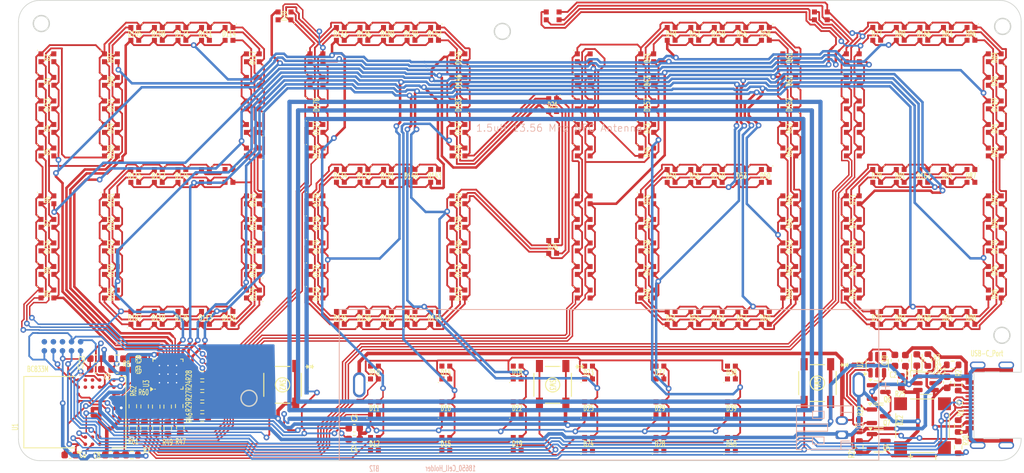
<source format=kicad_pcb>
(kicad_pcb (version 20240108) (generator "pcbnew") (generator_version "8.0")
  (layers (0 "F.Cu" signal) (31 "B.Cu" signal) (34 "B.Paste" user) (35 "F.Paste" user) (36 "B.SilkS" user "B.Silkscreen") (37 "F.SilkS" user "F.Silkscreen") (38 "B.Mask" user) (39 "F.Mask" user) (44 "Edge.Cuts" user))
  (net 0 "")
  (net 1 "GND")
  (net 2 "VBAT")
  (net 3 "Net-(U1-P009)")
  (net 4 "VBUS")
  (net 5 "VDD")
  (net 6 "Net-(U1-P010)")
  (net 7 "Net-(BT1--)")
  (net 8 "Net-(BZ2--)")
  (net 9 "RST")
  (net 10 "SWCLK")
  (net 11 "SWDIO")
  (net 12 "SDB")
  (net 13 "Net-(U2-VCC)")
  (net 14 "D+")
  (net 15 "D-")
  (net 16 "Net-(D1-A)")
  (net 17 "Net-(D1-K)")
  (net 18 "BLUE_LEFT_1")
  (net 19 "GREEN_LEFT_1")
  (net 20 "Segment_I")
  (net 21 "RED_LEFT_1")
  (net 22 "Segment_H")
  (net 25 "Segment_A")
  (net 26 "GREEN_BOTTOM")
  (net 29 "RED_BOTTOM")
  (net 31 "BLUE_BOTTOM")
  (net 33 "GREEN_RIGHT_2")
  (net 34 "BLUE_RIGHT_2")
  (net 35 "RED_RIGHT_2")
  (net 43 "Segment_C")
  (net 47 "GREEN_LEFT_2")
  (net 48 "RED_LEFT_2")
  (net 49 "BLUE_LEFT_2")
  (net 52 "Segment_D")
  (net 59 "Segment_E")
  (net 66 "GREEN_RIGHT_1")
  (net 67 "BLUE_RIGHT_1")
  (net 68 "RED_RIGHT_1")
  (net 69 "Segment_F")
  (net 76 "Segment_G")
  (net 77 "Segment_B")
  (net 83 "Net-(J2-CC2)")
  (net 84 "Net-(J2-CC1)")
  (net 85 "Net-(J3-PROG)")
  (net 86 "Net-(J3-STDBY)")
  (net 87 "Net-(Q5-G)")
  (net 88 "Net-(Q6-G)")
  (net 89 "Net-(Q6-D)")
  (net 90 "Net-(Q7-G)")
  (net 91 "SDA")
  (net 92 "SCL")
  (net 93 "Net-(U3-ISET)")
  (net 94 "Net-(U2-CS)")
  (net 95 "Net-(U3-CS14)")
  (net 96 "Net-(U3-CS13)")
  (net 97 "Net-(U3-CS15)")
  (net 98 "Net-(U3-CS12)")
  (net 99 "Net-(U3-CS11)")
  (net 100 "Net-(U3-CS10)")
  (net 101 "Net-(U3-CS9)")
  (net 102 "Net-(U3-CS8)")
  (net 103 "Net-(U3-CS7)")
  (net 104 "Net-(U3-CS6)")
  (net 105 "Net-(U3-CS5)")
  (net 106 "Net-(U3-CS4)")
  (net 107 "Net-(U3-CS3)")
  (net 108 "Net-(U3-CS2)")
  (net 109 "Net-(U3-CS1)")
  (net 115 "Net-(U1-P030)")
  (net 116 "Net-(U1-P029)")
  (net 117 "Net-(U1-P003)")
  (net 119 "Net-(U1-P002)")
  (footprint "User_Footprints:RGB_LED_NH-B2020RGBA-HF" (layer "F.Cu") (at 117.44 105.3)
    (property "Reference" "D117")
    (property "Value" "LED_RGAB")
  )
  (footprint "User_Footprints:RGB_LED_NH-B2020RGBA-HF" (layer "F.Cu") (at 172.705 111.895 180)
    (property "Reference" "D157")
    (property "Value" "LED_RGAB")
  )
  (footprint "User_Footprints:RGB_LED_NH-B2020RGBA-HF" (layer "F.Cu") (at 221.395 105.295)
    (property "Reference" "D89")
    (property "Value" "LED_RGAB")
  )
  (footprint "User_Footprints:R_0603_1608Metric" (layer "F.Cu") (at 110.35 151.25)
    (property "Reference" "R24")
    (property "Value" "21" (hide yes))
  )
  (footprint "User_Footprints:R_0603_1608Metric" (layer "F.Cu") (at 103.925 157.175 -90)
    (property "Reference" "R51" (hide yes))
    (property "Value" "43")
  )
  (footprint "User_Footprints:RGB_LED_NH-B2020RGBA-HF" (layer "F.Cu") (at 117.44 115.2)
    (property "Reference" "D119" (hide yes))
    (property "Value" "LED_RGAB" (hide yes))
  )
  (footprint "User_Footprints:R_0603_1608Metric" (layer "F.Cu") (at 102.25 157.125 -90)
    (property "Reference" "R59" (hide yes))
    (property "Value" "21")
  )
  (footprint "User_Footprints:RGB_LED_NH-B2020RGBA-HF" (layer "F.Cu") (at 139.6 101.95 90)
    (property "Reference" "D139")
    (property "Value" "LED_RGAB")
  )
  (footprint "User_Footprints:R_0603_1608Metric" (layer "F.Cu") (at 102.275 154.15 -90)
    (property "Reference" "R60")
    (property "Value" "21")
  )
  (footprint "User_Footprints:R_0603_1608Metric" (layer "F.Cu") (at 216.275 151.1 90)
    (property "Reference" "R2")
    (property "Value" "5K1")
  )
  (footprint "User_Footprints:RGB_LED_NH-B2020RGBA-HF" (layer "F.Cu") (at 88.655 125.195 180)
    (property "Reference" "D6")
    (property "Value" "LED_RGAB")
  )
  (footprint "User_Footprints:RGB_LED_NH-B2020RGBA-HF" (layer "F.Cu") (at 172.705 115.195 180)
    (property "Reference" "D43")
    (property "Value" "LED_RGAB")
  )
  (footprint "User_Footprints:RGB_LED_NH-B2020RGBA-HF" (layer "F.Cu") (at 201.505 105.295 180)
    (property "Reference" "D69" (hide yes))
    (property "Value" "LED_RGAB" (hide yes))
  )
  (footprint "User_Footprints:RGB_LED_NH-B2020RGBA-HF" (layer "F.Cu") (at 164.48 159.4 -90)
    (property "Reference" "D24")
    (property "Value" "LED_RGAB")
  )
  (footprint "User_Footprints:RGB_LED_NH-B2020RGBA-HF" (layer "F.Cu") (at 88.655 115.195 180)
    (property "Reference" "D4")
    (property "Value" "LED_RGAB")
  )
  (footprint "Capacitor_SMD:C_0603_1608Metric" (layer "F.Cu") (at 207.4 147.7 90)
    (property "Reference" "C10")
    (property "Value" "100n")
  )
  (footprint "User_Footprints:RGB_LED_NH-B2020RGBA-HF" (layer "F.Cu") (at 146.245 135.095)
    (property "Reference" "D151")
    (property "Value" "LED_RGAB")
  )
  (footprint "User_Footprints:RGB_LED_NH-B2020RGBA-HF" (layer "F.Cu") (at 204.855 141.745 -90)
    (property "Reference" "D79")
    (property "Value" "LED_RGAB")
  )
  (footprint "User_Footprints:RGB_LED_NH-B2020RGBA-HF" (layer "F.Cu") (at 114.095 121.85 90)
    (property "Reference" "D106" (hide yes))
    (property "Value" "LED_RGAB")
  )
  (footprint "User_Footprints:RGB_LED_NH-B2020RGBA-HF" (layer "F.Cu") (at 163.805 118.495 180)
    (property "Reference" "D33" (hide yes))
    (property "Value" "LED_RGAB" (hide yes))
  )
  (footprint "User_Footprints:RGB_LED_NH-B2020RGBA-HF" (layer "F.Cu") (at 114.1 101.95 90)
    (property "Reference" "D114")
    (property "Value" "LED_RGAB")
  )
  (footprint "User_Footprints:RGB_LED_NH-B2020RGBA-HF" (layer "F.Cu") (at 134.48 159.4 -90)
    (property "Reference" "D12")
    (property "Value" "LED_RGAB")
  )
  (footprint "User_Footprints:RGB_LED_NH-B2020RGBA-HF" (layer "F.Cu") (at 146.245 138.395)
    (property "Reference" "D152")
    (property "Value" "LED_RGAB")
  )
  (footprint "User_Footprints:RGB_LED_NH-B2020RGBA-HF" (layer "F.Cu") (at 136.305 121.835 90)
    (property "Reference" "D181")
    (property "Value" "LED_RGAB")
  )
  (footprint "User_Footprints:R_0603_1608Metric" (layer "F.Cu") (at 100.625 154.125 -90)
    (property "Reference" "R62")
    (property "Value" "21")
  )
  (footprint "User_Footprints:RGB_LED_NH-B2020RGBA-HF" (layer "F.Cu") (at 126.355 128.495 180)
    (property "Reference" "D130")
    (property "Value" "LED_RGAB")
  )
  (footprint "User_Footprints:RGB_LED_NH-B2020RGBA-HF" (layer "F.Cu") (at 117.44 118.5)
    (property "Reference" "D120" (hide yes))
    (property "Value" "LED_RGAB")
  )
  (footprint "User_Footprints:RGB_LED_NH-B2020RGBA-HF" (layer "F.Cu") (at 221.405 135.095)
    (property "Reference" "D95")
    (property "Value" "LED_RGAB")
  )
  (footprint "User_Footprints:RGB_LED_NH-B2020RGBA-HF" (layer "F.Cu") (at 163.805 105.295 180)
    (property "Reference" "D30" (hide yes))
    (property "Value" "LED_RGAB" (hide yes))
  )
  (footprint "User_Footprints:RGB_LED_NH-B2020RGBA-HF" (layer "F.Cu") (at 172.705 135.095 180)
    (property "Reference" "D47")
    (property "Value" "LED_RGAB")
  )
  (footprint "User_Footprints:RGB_LED_NH-B2020RGBA-HF" (layer "F.Cu") (at 129.705 141.745 -90)
    (property "Reference" "D135")
    (property "Value" "LED_RGAB")
  )
  (footprint "User_Footprints:RGB_LED_NH-B2020RGBA-HF" (layer "F.Cu") (at 88.655 131.795 180)
    (property "Reference" "D154")
    (property "Value" "LED_RGAB")
  )
  (footprint "User_Footprints:R_0603_1608Metric" (layer "F.Cu") (at 202.425 156.825 90)
    (property "Reference" "R22")
    (property "Value" "1K")
  )
  (footprint "User_Footprints:RGB_LED_NH-B2020RGBA-HF" (layer "F.Cu") (at 126.355 115.195 180)
    (property "Reference" "D127")
    (property "Value" "LED_RGAB")
  )
  (footprint "User_Footprints:RGB_LED_NH-B2020RGBA-HF" (layer "F.Cu") (at 214.76 101.94 90)
    (property "Reference" "D83")
    (property "Value" "LED_RGAB")
  )
  (footprint "User_Footprints:SW4_1437565_TEC" (layer "F.Cu") (at 159.45 151.125 -90)
    (property "Reference" "SW3")
    (property "Value" "SW_Push")
  )
  (footprint "Capacitor_SMD:C_0603_1608Metric" (layer "F.Cu") (at 95.425 148.95 180)
    (property "Reference" "C7")
    (property "Value" "100n")
  )
  (footprint "User_Footprints:R_0603_1608Metric" (layer "F.Cu") (at 215.5 148.325)
    (property "Reference" "R4")
    (property "Value" "5K1")
  )
  (footprint "User_Footprints:RGB_LED_NH-B2020RGBA-HF" (layer "F.Cu") (at 201.505 108.595 180)
    (property "Reference" "D70" (hide yes))
    (property "Value" "LED_RGAB" (hide yes))
  )
  (footprint "User_Footprints:RGB_LED_NH-B2020RGBA-HF" (layer "F.Cu") (at 164.48 149.4 -90)
    (property "Reference" "D23")
    (property "Value" "LED_RGAB")
  )
  (footprint "User_Footprints:RGB_LED_NH-B2020RGBA-HF" (layer "F.Cu") (at 88.655 128.495 180)
    (property "Reference" "D7")
    (property "Value" "LED_RGAB")
  )
  (footprint "User_Footprints:RGB_LED_NH-B2020RGBA-HF" (layer "F.Cu") (at 221.395 118.495)
    (property "Reference" "D92")
    (property "Value" "LED_RGAB")
  )
  (footprint "User_Footprints:RGB_LED_NH-B2020RGBA-HF" (layer "F.Cu") (at 211.455 141.745 -90)
    (property "Reference" "D168")
    (property "Value" "LED_RGAB")
  )
  (footprint "User_Footprints:RGB_LED_NH-B2020RGBA-HF" (layer "F.Cu") (at 146.255 115.195)
    (property "Reference" "D147")
    (property "Value" "LED_RGAB")
  )
  (footprint "User_Footprints:GCT_USB4110GFA" (layer "F.Cu") (at 218.9575 153.9825 90)
    (property "Reference" "J2")
    (property "Value" "USB-C_Port")
  )
  (footprint "User_Footprints:RGB_LED_NH-B2020RGBA-HF" (layer "F.Cu") (at 164.48 154.4 -90)
    (property "Reference" "D25")
    (property "Value" "LED_RGAB")
  )
  (footprint "User_Footprints:RGB_LED_NH-B2020RGBA-HF" (layer "F.Cu") (at 107.5 101.95 90)
    (property "Reference" "D173")
    (property "Value" "LED_RGAB")
  )
  (footprint "User_Footprints:RGB_LED_NH-B2020RGBA-HF" (layer "F.Cu") (at 144.48 154.4 -90)
    (property "Reference" "D16")
    (property "Value" "LED_RGAB")
  )
  (footprint "User_Footprints:RGB_LED_NH-B2020RGBA-HF" (layer "F.Cu") (at 163.8 135.1 180)
    (property "Reference" "D36" (hide yes))
    (property "Value" "LED_RGAB" (hide yes))
  )
  (footprint "User_Footprints:RGB_LED_NH-B2020RGBA-HF" (layer "F.Cu") (at 184.5 159.4 -90)
    (property "Reference" "D40")
    (property "Value" "LED_RGAB")
  )
  (footprint "User_Footprints:RGB_LED_NH-B2020RGBA-HF" (layer "F.Cu") (at 107.495 121.85 90)
    (property "Reference" "D174")
    (property "Value" "LED_RGAB")
  )
  (footprint "User_Footprints:RGB_LED_NH-B2020RGBA-HF" (layer "F.Cu") (at 163.8 125.2 180)
    (property "Reference" "D34" (hide yes))
    (property "Value" "LED_RGAB" (hide yes))
  )
  (footprint "User_Footprints:RGB_LED_NH-B2020RGBA-HF" (layer "F.Cu") (at 172.705 118.495 180)
    (property "Reference" "D44")
    (property "Value" "LED_RGAB")
  )
  (footprint "User_Footprints:RGB_LED_NH-B2020RGBA-HF" (layer "F.Cu") (at 154.48 159.4 -90)
    (property "Reference" "D19")
    (property "Value" "LED_RGAB")
  )
  (footprint "User_Footprints:R_0603_1608Metric" (layer "F.Cu") (at 216.275 156.9 -90)
    (property "Reference" "R1")
    (property "Value" "5K1")
  )
  (footprint "User_Footprints:RGB_LED_NH-B2020RGBA-HF" (layer "F.Cu") (at 163.8 131.8 180)
    (property "Reference" "D156" (hide yes))
    (property "Value" "LED_RGAB" (hide yes))
  )
  (footprint "User_Footprints:SW4_1437565_TEC" (layer "F.Cu") (at 196.55 150.875 -90)
    (property "Reference" "SW1")
    (property "Value" "SW_Push")
  )
  (footprint "User_Footprints:R_0603_1608Metric" (layer "F.Cu") (at 98.425 147.475 180)
    (property "Reference" "R8")
    (property "Value" "10K")
  )
  (footprint "Package_TO_SOT_SMD:SOT-23" (layer "F.Cu") (at 205.1125 155.525)
    (property "Reference" "Q7")
    (property "Value" "HL-2302V")
  )
  (footprint "User_Footprints:RGB_LED_NH-B2020RGBA-HF" (layer "F.Cu") (at 197.025 99.425)
    (property "Reference" "D13" (hide yes))
    (property "Value" "LED_RGAB" (hide yes))
  )
  (footprint "User_Footprints:RGB_LED_NH-B2020RGBA-HF" (layer "F.Cu") (at 192.605 125.195)
    (property "Reference" "D65")
    (property "Value" "LED_RGAB")
  )
  (footprint "User_Footprints:RGB_LED_NH-B2020RGBA-HF" (layer "F.Cu") (at 218.055 121.845 90)
    (property "Reference" "D87")
    (property "Value" "LED_RGAB")
  )
  (footprint "User_Footprints:RGB_LED_NH-B2020RGBA-HF" (layer "F.Cu") (at 176.055 101.945 90)
    (property "Reference" "D49")
    (property "Value" "LED_RGAB")
  )
  (footprint "User_Footprints:RGB_LED_NH-B2020RGBA-HF" (layer "F.Cu") (at 184.5 149.4 -90)
    (property "Reference" "D38")
    (property "Value" "LED_RGAB")
  )
  (footprint "User_Footprints:RGB_LED_NH-B2020RGBA-HF" (layer "F.Cu") (at 172.705 105.295 180)
    (property "Reference" "D41")
    (property "Value" "LED_RGAB")
  )
  (footprint "User_Footprints:RGB_LED_NH-B2020RGBA-HF" (layer "F.Cu") (at 163.805 108.595 180)
    (property "Reference" "D31" (hide yes))
    (property "Value" "LED_RGAB" (hide yes))
  )
  (footprint "User_Footprints:RGB_LED_NH-B2020RGBA-HF" (layer "F.Cu") (at 97.55 118.5 180)
    (property "Reference" "D100")
    (property "Value" "LED_RGAB")
  )
  (footprint "User_Footprints:RGB_LED_NH-B2020RGBA-HF" (layer "F.Cu") (at 192.605 118.495)
    (property "Reference" "D64")
    (property "Value" "LED_RGAB")
  )
  (footprint "User_Footprints:C_0603_1608Metric" (layer "F.Cu") (at 98.425 148.975 180)
    (property "Reference" "C5")
    (property "Value" "4u7")
  )
  (footprint "User_Footprints:RGB_LED_NH-B2020RGBA-HF" (layer "F.Cu") (at 204.86 101.94 90)
    (property "Reference" "D77")
    (property "Value" "LED_RGAB")
  )
  (footprint "User_Footprints:RGB_LED_NH-B2020RGBA-HF" (layer "F.Cu") (at 189.255 141.745 -90)
    (property "Reference" "D60")
    (property "Value" "LED_RGAB")
  )
  (footprint "User_Footprints:RGB_LED_NH-B2020RGBA-HF" (layer "F.Cu") (at 88.655 118.495 180)
    (property "Reference" "D5")
    (property "Value" "LED_RGAB")
  )
  (footprint "User_Footprints:RGB_LED_NH-B2020RGBA-HF" (layer "F.Cu") (at 146.245 131.795)
    (property "Reference" "D184")
    (property "Value" "LED_RGAB")
  )
  (footprint "User_Footprints:RGB_LED_NH-B2020RGBA-HF" (layer "F.Cu") (at 144.48 159.4 -90)
    (property "Reference" "D15")
    (property "Value" "LED_RGAB")
  )
  (footprint "User_Footprints:RGB_LED_NH-B2020RGBA-HF" (layer "F.Cu") (at 159.45 111.925 90)
    (property "Reference" "D21")
    (property "Value" "LED_RGAB")
  )
  (footprint "User_Footprints:RGB_LED_NH-B2020RGBA-HF" (layer "F.Cu") (at 208.155 141.745 -90)
    (property "Reference" "D82")
    (property "Value" "LED_RGAB")
  )
  (footprint "User_Footprints:RGB_LED_NH-B2020RGBA-HF" (layer "F.Cu") (at 176.05 121.85 90)
    (property "Reference" "D59")
    (property "Value" "LED_RGAB")
  )
  (footprint "User_Footprints:RGB_LED_NH-B2020RGBA-HF" (layer "F.Cu") (at 88.655 111.895 180)
    (property "Reference" "D153")
    (property "Value" "LED_RGAB")
  )
  (footprint "User_Footprints:RGB_LED_NH-B2020RGBA-HF" (layer "F.Cu") (at 100.895 121.85 90)
    (property "Reference" "D115")
    (property "Value" "LED_RGAB")
  )
  (footprint "User_Footprints:RGB_LED_NH-B2020RGBA-HF" (layer "F.Cu") (at 221.405 131.795)
    (property "Reference" "D170")
    (property "Value" "LED_RGAB")
  )
  (footprint "User_Footprints:RGB_LED_NH-B2020RGBA-HF" (layer "F.Cu") (at 104.195 121.85 90)
    (property "Reference" "D112")
    (property "Value" "LED_RGAB")
  )
  (footprint "User_Footprints:RGB_LED_NH-B2020RGBA-HF" (layer "F.Cu") (at 104.2 101.95 90)
    (property "Reference" "D108")
    (property "Value" "LED_RGAB")
  )
  (footprint "User_Footprints:RGB_LED_NH-B2020RGBA-HF" (layer "F.Cu") (at 134.48 154.4 -90)
    (property "Reference" "D11")
    (property "Value" "LED_RGAB")
  )
  (footprint "User_Footprints:RGB_LED_NH-B2020RGBA-HF" (layer "F.Cu") (at 182.655 101.945 90)
    (property "Reference" "D159")
    (property "Value" "LED_RGAB")
  )
  (footprint "User_Footprints:RGB_LED_NH-B2020RGBA-HF" (layer "F.Cu") (at 159.45 131.8 -90)
    (property "Reference" "D26")
    (property "Value" "LED_RGAB")
  )
  (footprint "Package_DFN_QFN:QFN-32-1EP_4x4mm_P0.4mm_EP2.9x2.9mm_ThermalVias" (layer "F.Cu") (at 105.55 149.625 90)
    (property "Reference" "U3")
    (property "Value" "IS31FL3729")
  )
  (footprint "User_Footprints:RGB_LED_NH-B2020RGBA-HF" (layer "F.Cu") (at 126.355 111.895 180)
    (property "Reference" "D178")
    (property "Value" "LED_RGAB" (hide yes))
  )
  (footprint "User_Footprints:R_0603_1608Metric" (layer "F.Cu") (at 101.4 149.025)
    (property "Reference" "R6")
    (property "Value" "2K")
  )
  (footprint "User_Footprints:RGB_LED_NH-B2020RGBA-HF" (layer "F.Cu") (at 192.605 135.095)
    (property "Reference" "D67")
    (property "Value" "LED_RGAB")
  )
  (footprint "User_Footprints:RGB_LED_NH-B2020RGBA-HF" (layer "F.Cu") (at 142.9 101.95 90)
    (property "Reference" "D142")
    (property "Value" "LED_RGAB")
  )
  (footprint "User_Footprints:RGB_LED_NH-B2020RGBA-HF" (layer "F.Cu") (at 110.8 141.74 -90)
    (property "Reference" "D113")
    (property "Value" "LED_RGAB")
  )
  (footprint "User_Footprints:R_0603_1608Metric" (layer "F.Cu") (at 100.65 157.125 -90)
    (property "Reference" "R61")
    (property "Value" "43")
  )
  (footprint "User_Footprints:RGB_LED_NH-B2020RGBA-HF" (layer "F.Cu") (at 172.705 108.595 180)
    (property "Reference" "D42")
    (property "Value" "LED_RGAB")
  )
  (footprint "User_Footprints:RGB_LED_NH-B2020RGBA-HF" (layer "F.Cu") (at 189.25 121.85 90)
    (property "Reference" "D50")
    (property "Value" "LED_RGAB")
  )
  (footprint "User_Footprints:RGB_LED_NH-B2020RGBA-HF" (layer "F.Cu") (at 117.45 135.1)
    (property "Reference" "D123")
    (property "Value" "LED_RGAB" (hide yes))
  )
  (footprint "User_Footprints:C_0603_1608Metric" (layer "F.Cu") (at 214.725 150.775 90)
    (property "Reference" "C1")
    (property "Value" "1u")
  )
  (footprint "User_Footprints:RGB_LED_NH-B2020RGBA-HF" (layer "F.Cu") (at 211.455 121.845 90)
    (property "Reference" "D167")
    (property "Value" "LED_RGAB")
  )
  (footprint "User_Footprints:R_0603_1608Metric" (layer "F.Cu") (at 105.5 154.175 -90)
    (property "Reference" "R50" (hide yes))
    (property "Value" "21")
  )
  (footprint "User_Footprints:RGB_LED_NH-B2020RGBA-HF" (layer "F.Cu") (at 97.55 135.1 180)
    (property "Reference" "D103")
    (property "Value" "LED_RGAB")
  )
  (footprint "User_Footprints:RGB_LED_NH-B2020RGBA-HF" (layer "F.Cu") (at 176.055 141.745 -90)
    (property "Reference" "D51")
    (property "Value" "LED_RGAB")
  )
  (footprint "User_Footprints:RGB_LED_NH-B2020RGBA-HF" (layer "F.Cu") (at 136.305 141.745 -90)
    (property "Reference" "D182")
    (property "Value" "LED_RGAB")
  )
  (footprint "User_Footprints:RGB_LED_NH-B2020RGBA-HF" (layer "F.Cu") (at 126.355 108.595 180)
    (property "Reference" "D126" (hide yes))
    (property "Value" "LED_RGAB" (hide yes))
  )
  (footprint "User_Footprints:RGB_LED_NH-B2020RGBA-HF" (layer "F.Cu") (at 88.655 135.095 180)
    (property "Reference" "D8")
    (property "Value" "LED_RGAB")
  )
  (footprint "User_Footprints:RGB_LED_NH-B2020RGBA-HF" (layer "F.Cu") (at 134.48 149.4 -90)
    (property "Reference" "D10")
    (property "Value" "LED_RGAB")
  )
  (footprint "User_Footprints:RGB_LED_NH-B2020RGBA-HF" (layer "F.Cu") (at 117.45 138.4)
    (property "Reference" "D124")
    (property "Value" "LED_RGAB")
  )
  (footprint "User_Footprints:RGB_LED_NH-B2020RGBA-HF" (layer "F.Cu") (at 221.405 138.395)
    (property "Reference" "D96")
    (property "Value" "LED_RGAB")
  )
  (footprint "User_Footprints:RGB_LED_NH-B2020RGBA-HF" (layer "F.Cu") (at 97.55 128.5 180)
    (property "Reference" "D102")
    (property "Value" "LED_RGAB" (hide yes))
  )
  (footprint "User_Footprints:RGB_LED_NH-B2020RGBA-HF" (layer "F.Cu") (at 107.5 141.74 -90)
    (property "Reference" "D175")
    (property "Value" "LED_RGAB")
  )
  (footprint "User_Footprints:RGB_LED_NH-B2020RGBA-HF" (layer "F.Cu") (at 163.8 138.4 180)
    (property "Reference" "D37" (hide yes))
    (property "Value" "LED_RGAB")
  )
  (footprint "User_Footprints:R_0603_1608Metric" (layer "F.Cu") (at 100.5 160.95)
    (property "Reference" "R7")
    (property "Value" "100K")
  )
  (footprint "User_Footprints:RGB_LED_NH-B2020RGBA-HF" (layer "F.Cu") (at 146.255 108.595)
    (property "Reference" "D146")
    (property "Value" "LED_RGAB")
  )
  (footprint "User_Footprints:XDCR_CMT-7525-80-SMT-TR" (layer "F.Cu") (at 211.275 156.85 90)
    (property "Reference" "BZ2")
    (property "Value" "Buzzer")
  )
  (footprint "User_Footprints:RGB_LED_NH-B2020RGBA-HF" (layer "F.Cu") (at 179.355 141.745 -90)
    (property "Reference" "D54")
    (property "Value" "LED_RGAB")
  )
  (footprint "Capacitor_SMD:C_0603_1608Metric" (layer "F.Cu") (at 97.525 160.95 180)
    (property "Reference" "C8")
    (property "Value" "100n")
  )
  (footprint "User_Footprints:RGB_LED_NH-B2020RGBA-HF" (layer "F.Cu") (at 129.705 121.835 90)
    (property "Reference" "D134")
    (property "Value" "LED_RGAB")
  )
  (footprint "Package_TO_SOT_SMD:SOT-23-6" (layer "F.Cu") (at 204.9375 148.3 90)
    (property "Reference" "U2")
    (property "Value" "DW01A")
  )
  (footprint "User_Footprints:R_0603_1608Metric" (layer "F.Cu") (at 101.4 147.55)
    (property "Reference" "R5")
    (property "Value" "2K")
  )
  (footprint "User_Footprints:RGB_LED_NH-B2020RGBA-HF" (layer "F.Cu") (at 126.355 135.095 180)
    (property "Reference" "D131")
    (property "Value" "LED_RGAB")
  )
  (footprint "User_Footprints:R_0603_1608Metric" (layer "F.Cu") (at 216.275 159.875 90)
    (property "Reference" "R20")
    (property "Value" "1K")
  )
  (footprint "User_Footprints:RGB_LED_NH-B2020RGBA-HF" (layer "F.Cu") (at 185.955 101.945 90)
    (property "Reference" "D55")
    (property "Value" "LED_RGAB")
  )
  (footprint "User_Footprints:RGB_LED_NH-B2020RGBA-HF" (layer "F.Cu") (at 221.405 128.495)
    (property "Reference" "D94")
    (property "Value" "LED_RGAB")
  )
  (footprint "User_Footprints:RGB_LED_NH-B2020RGBA-HF" (layer "F.Cu") (at 201.505 135.095 180)
    (property "Reference" "D75")
    (property "Value" "LED_RGAB")
  )
  (footprint "User_Footprints:R_0603_1608Metric" (layer "F.Cu") (at 107.125 154.1 -90)
    (property "Reference" "R48" (hide yes))
    (property "Value" "21" (hide yes))
  )
  (footprint "User_Footprints:RGB_LED_NH-B2020RGBA-HF" (layer "F.Cu") (at 146.255 105.295)
    (property "Reference" "D145")
    (property "Value" "LED_RGAB")
  )
  (footprint "User_Footprints:RGB_LED_NH-B2020RGBA-HF" (layer "F.Cu") (at 126.355 105.295 180)
    (property "Reference" "D125" (hide yes))
    (property "Value" "LED_RGAB")
  )
  (footprint "User_Footprints:RGB_LED_NH-B2020RGBA-HF" (layer "F.Cu") (at 211.46 101.94 90)
    (property "Reference" "D166")
    (property "Value" "LED_RGAB")
  )
  (footprint "User_Footprints:RGB_LED_NH-B2020RGBA-HF" (layer "F.Cu") (at 179.35 121.85 90)
    (property "Reference" "D56")
    (property "Value" "LED_RGAB")
  )
  (footprint "User_Footprints:RGB_LED_NH-B2020RGBA-HF" (layer "F.Cu") (at 192.605 128.495)
    (property "Reference" "D66")
    (property "Value" "LED_RGAB")
  )
  (footprint "User_Footprints:RGB_LED_NH-B2020RGBA-HF" (layer "F.Cu") (at 133.005 121.835 90)
    (property "Reference" "D137")
    (property "Value" "LED_RGAB")
  )
  (footprint "User_Footprints:R_0603_1608Metric" (layer "F.Cu") (at 212.025 147.65 -90)
    (property "Reference" "R3")
    (property "Value" "1K")
  )
  (footprint "User_Footprints:C_0603_1608Metric" (layer "F.Cu") (at 95.45 147.45 180)
    (property "Reference" "C9")
    (property "Value" "1u")
  )
  (footprint "User_Footprints:RGB_LED_NH-B2020RGBA-HF" (layer "F.Cu") (at 97.55 138.4 180)
    (property "Reference" "D104")
    (property "Value" "LED_RGAB")
  )
  (footprint "User_Footprints:RGB_LED_NH-B2020RGBA-HF" (layer "F.Cu") (at 221.405 125.195)
    (property "Reference" "D93")
    (property "Value" "LED_RGAB")
  )
  (footprint "User_Footprints:RGB_LED_NH-B2020RGBA-HF" (layer "F.Cu") (at 174.48 154.4 -90)
    (property "Reference" "D29")
    (property "Value" "LED_RGAB")
  )
  (footprint "User_Footprints:RGB_LED_NH-B2020RGBA-HF" (layer "F.Cu") (at 189.255 101.945 90)
    (property "Reference" "D58")
    (property "Value" "LED_RGAB")
  )
  (footprint "User_Footprints:RGB_LED_NH-B2020RGBA-HF" (layer "F.Cu") (at 88.655 108.595 180)
    (property "Reference" "D3")
    (property "Value" "LED_RGAB")
  )
  (footprint "User_Footprints:RGB_LED_NH-B2020RGBA-HF" (layer "F.Cu") (at 133 101.95 90)
    (property "Reference" "D136")
    (property "Value" "LED_RGAB")
  )
  (footprint "User_Footprints:SOT-23-6" (layer "F.Cu") (at 211.7625 150.9)
    (property "Reference" "J3")
    (property "Value" "TP4057")
  )
  (footprint "User_Footprints:XCVR_BC833M" (layer "F.Cu") (at 97.77 154.951 90)
    (property "Reference" "U1")
    (property "Value" "BC833M")
  )
  (footprint "User_Footprints:R_0603_1608Metric" (layer "F.Cu") (at 110.35 154.2)
    (property "Reference" "R29")
    (property "Value" "43" (hide yes))
  )
  (footprint "User_Footprints:RGB_LED_NH-B2020RGBA-HF" (layer "F.Cu") (at 126.355 138.395 180)
    (property "Reference" "D132")
    (property "Value" "LED_RGAB")
  )
  (footprint "User_Footprints:RGB_LED_NH-B2020RGBA-HF" (layer "F.Cu") (at 159.45 99.425)
    (property "Reference" "D17" (hide yes))
    (property "Value" "LED_RGAB" (hide yes))
  )
  (footprint "User_Footprints:RGB_LED_NH-B2020RGBA-HF" (layer "F.Cu") (at 192.605 105.295)
    (property "Reference" "D61")
    (property "Value" "LED_RGAB")
  )
  (footprint "LED_SMD:LED_0603_1608Metric" (layer "F.Cu") (at 210.475 147.6375 90)
    (property "Reference" "D1")
    (property "Value" "LED" (hide yes))
  )
  (footprint "User_Footprints:RGB_LED_NH-B2020RGBA-HF" (layer "F.Cu") (at 185.95 121.85 90)
    (property "Reference" "D53")
    (property "Value" "LED_RGAB")
  )
  (footprint "User_Footprints:RGB_LED_NH-B2020RGBA-HF" (layer "F.Cu") (at 117.45 131.8)
    (property "Reference" "D177")
    (property "Value" "LED_RGAB" (hide yes))
  )
  (footprint "User_Footprints:RGB_LED_NH-B2020RGBA-HF" (layer "F.Cu") (at 185.955 141.745 -90)
    (property "Reference" "D57")
    (property "Value" "LED_RGAB")
  )
  (footprint "User_Footprints:RGB_LED_NH-B2020RGBA-HF" (layer "F.Cu") (at 163.805 115.195 180)
    (property "Reference" "D32" (hide yes))
    (property "Value" "LED_RGAB" (hide yes))
  )
  (footprint "User_Footprints:RGB_LED_NH-B2020RGBA-HF" (layer "F.Cu") (at 136.3 101.95 90)
    (property "Reference" "D180")
    (property "Value" "LED_RGAB")
  )
  (footprint "User_Footprints:RGB_LED_NH-B2020RGBA-HF" (layer "F.Cu") (at 201.505 111.895 180)
    (property "Reference" "D164" (hide yes))
    (property "Value" "LED_RGAB" (hide yes))
  )
  (footprint "User_Footprints:R_0603_1608Metric" (layer "F.Cu") (at 110.35 149.75)
    (property "Reference" "R28")
    (property "Value" "43" (hide yes))
  )
  (footprint "User_Footprints:RGB_LED_NH-B2020RGBA-HF" (layer "F.Cu") (at 154.48 149.4 -90)
    (property "Reference" "D18")
    (property "Value" "LED_RGAB")
  )
  (footprint "User_Footprints:RGB_LED_NH-B2020RGBA-HF" (layer "F.Cu") (at 154.48 154.4 -90)
    (property "Reference" "D22")
    (property "Value" "LED_RGAB")
  )
  (footprint "User_Footprints:RGB_LED_NH-B2020RGBA-HF" (layer "F.Cu") (at 192.605 115.195)
    (property "Reference" "D63")
    (property "Value" "LED_RGAB")
  )
  (footprint "User_Footprints:RGB_LED_NH-B2020RGBA-HF" (layer "F.Cu") (at 97.55 125.2 180)
    (property "Reference" "D101")
    (property "Value" "LED_RGAB")
  )
  (footprint "User_Footprints:RGB_LED_NH-B2020RGBA-HF" (layer "F.Cu") (at 142.905 141.745 -90)
    (property "Reference" "D144")
    (property "Value" "LED_RGAB")
  )
  (footprint "User_Footprints:RGB_LED_NH-B2020RGBA-HF" (layer "F.Cu") (at 163.8 128.5 180)
    (property "Reference" "D35" (hide yes))
    (property "Value" "LED_RGAB" (hide yes))
  )
  (footprint "User_Footprints:RGB_LED_NH-B2020RGBA-HF" (layer "F.Cu") (at 182.655 141.745 -90)
    (property "Reference" "D161")
    (property "Value" "LED_RGAB")
  )
  (footprint "User_Footprints:RGB_LED_NH-B2020RGBA-HF" (layer "F.Cu") (at 174.48 159.4 -90)
    (property "Reference" "D28")
    (property "Value" "LED_RGAB")
  )
  (footprint "User_Footprints:RGB_LED_NH-B2020RGBA-HF" (layer "F.Cu") (at 192.605 131.795)
    (property "Reference" "D163")
    (property "Value" "LED_RGAB")
  )
  (footprint "User_Footprints:RGB_LED_NH-B2020RGBA-HF" (layer "F.Cu") (at 204.855 121.845 90)
    (property "Reference" "D78")
    (property "Value" "LED_RGAB")
  )
  (footprint "User_Footprints:RGB_LED_NH-B2020RGBA-HF" (layer "F.Cu") (at 172.705 138.395 180)
    (property "Reference" "D48")
    (property "Value" "LED_RGAB")
  )
  (footprint "User_Footprints:RGB_LED_NH-B2020RGBA-HF" (layer "F.Cu") (at 139.605 141.745 -90)
    (property "Reference" "D141")
    (property "Value" "LED_RGAB")
  )
  (footprint "User_Footprints:RGB_LED_NH-B2020RGBA-HF" (layer "F.Cu") (at 97.55 108.6 180)
    (property "Reference" "D98")
    (property "Value" "LED_RGAB")
  )
  (footprint "User_Footprints:RGB_LED_NH-B2020RGBA-HF" (layer "F.Cu") (at 146.245 125.195)
    (property "Reference" "D149")
    (property "Value" "LED_RGAB")
  )
  (footprint "User_Footprints:R_0603_1608Metric" (layer "F.Cu") (at 107.275 157.075 -90)
    (property "Reference" "R47")
    (property "Value" "43")
  )
  (footprint "User_Footprints:RGB_LED_NH-B2020RGBA-HF" (layer "F.Cu") (at 88.655 105.295 180)
    (property "Reference" "D2")
    (property "Value" "LED_RGAB")
  )
  (footprint "User_Footprints:RGB_LED_NH-B2020RGBA-HF" (layer "F.Cu") (at 221.395 108.595)
    (property "Reference" "D90")
    (property "Value" "LED_RGAB")
  )
  (footprint "User_Footprints:RGB_LED_NH-B2020RGBA-HF" (layer "F.Cu") (at 172.705 125.195 180)
    (property "Reference" "D45")
    (property "Value" "LED_RGAB")
  )
  (footprint "User_Footprints:RGB_LED_NH-B2020RGBA-HF" (layer "F.Cu") (at 144.48 149.4 -90)
    (property "Reference" "D14")
    (property "Value" "LED_RGAB")
  )
  (footprint "User_Footprints:RGB_LED_NH-B2020RGBA-HF" (layer "F.Cu") (at 179.355 101.945 90)
    (property "Reference" "D52")
    (property "Value" "LED_RGAB")
  )
  (footprint "User_Footprints:SW4_1437565_TEC" (layer "F.Cu") (at 121.6 151.125 -90)
    (property "Reference" "SW2")
    (property "Value" "SW_Push")
  )
  (footprint "User_Footprints:RGB_LED_NH-B2020RGBA-HF" (layer "F.Cu") (at 218.06 101.94 90)
    (property "Reference" "D86")
    (property "Value" "LED_RGAB")
  )
  (footprint "User_Footprints:RGB_LED_NH-B2020RGBA-HF" (layer "F.Cu") (at 201.505 131.795 180)
    (property "Reference" "D165")
    (property "Value" "LED_RGAB")
  )
  (footprint "User_Footprints:RGB_LED_NH-B2020RGBA-HF" (layer "F.Cu") (at 214.755 141.745 -90)
    (property "Reference" "D85")
    (property "Value" "LED_RGAB")
  )
  (footprint "User_Footprints:C_0603_1608Metric" (layer "F.Cu") (at 208.875 147.725 90)
    (property "Reference" "C2")
    (property "Value" "1u")
  )
  (footprint "User_Footprints:R_0603_1608Metric" (layer "F.Cu") (at 103.9 154.175 -90)
    (property "Reference" "R58" (hide yes))
    (property "Value" "21")
  )
  (footprint "User_Footprints:RGB_LED_NH-B2020RGBA-HF" (layer "F.Cu") (at 192.605 111.895)
    (property "Reference" "D162")
    (property "Value" "LED_RGAB")
  )
  (footprint "Package_TO_SOT_SMD:SOT-23" (layer "F.Cu") (at 205.1375 158.975)
    (property "Reference" "Q5")
    (property "Value" "HL-2302V")
  )
  (footprint "User_Footprints:RGB_LED_NH-B2020RGBA-HF" (layer "F.Cu") (at 182.65 121.85 90)
    (property "Reference" "D160")
    (property "Value" "LED_RGAB")
  )
  (footprint "User_Footprints:RGB_LED_NH-B2020RGBA-HF" (layer "F.Cu") (at 97.55 111.9 180)
    (property "Reference" "D171")
    (property "Value" "LED_RGAB")
  )
  (footprint "User_Footprints:RGB_LED_NH-B2020RGBA-HF" (layer "F.Cu") (at 208.16 101.94 90)
    (property "Reference" "D80")
    (property "Value" "LED_RGAB")
  )
  (footprint "User_Footprints:RGB_LED_NH-B2020RGBA-HF" (layer "F.Cu") (at 117.44 108.6)
    (property "Reference" "D118" (hide yes))
    (property "Value" "LED_RGAB" (hide yes))
  )
  (footprint "User_Footprints:RGB_LED_NH-B2020RGBA-HF" (layer "F.Cu") (at 117.45 125.2)
    (property "Reference" "D121")
    (property "Value" "LED_RGAB")
  )
  (footprint "User_Footprints:RGB_LED_NH-B2020RGBA-HF" (layer "F.Cu") (at 221.395 111.895)
    (property "Reference" "D169")
    (property "Value" "LED_RGAB")
  )
  (footprint "User_Footprints:RGB_LED_NH-B2020RGBA-HF" (layer "F.Cu") (at 88.655 138.395 180)
    (property "Reference" "D9")
    (property "Value" "LED_RGAB")
  )
  (footprint "User_Footprints:RGB_LED_NH-B2020RGBA-HF" (layer "F.Cu") (at 104.2 141.74 -90)
    (property "Reference" "D110")
    (property "Value" "LED_RGAB")
  )
  (footprint "User_Footprints:RGB_LED_NH-B2020RGBA-HF" (layer "F.Cu") (at 201.505 118.495 180)
    (property "Reference" "D72" (hide yes))
    (property "Value" "LED_RGAB" (hide yes))
  )
  (footprint "User_Footprints:RGB_LED_NH-B2020RGBA-HF" (layer "F.Cu") (at 139.605 121.835 90)
    (property "Reference" "D140")
    (property "Value" "LED_RGAB")
  )
  (footprint "User_Footprints:RGB_LED_NH-B2020RGBA-HF" (layer "F.Cu") (at 201.505 128.495 180)
    (property "Reference" "D74")
    (property "Value" "LED_RGAB")
  )
  (footprint "User_Footprints:RGB_LED_NH-B2020RGBA-HF" (layer "F.Cu") (at 146.245 128.495)
    (property "Reference" "D150")
    (property "Value" "LED_RGAB")
  )
  (footprint "User_Footprints:RGB_LED_NH-B2020RGBA-HF" (layer "F.Cu") (at 114.1 141.74 -90)
    (property "Reference" "D116")
    (property "Value" "LED_RGAB")
  )
  (footprint "User_Footprints:RGB_LED_NH-B2020RGBA-HF" (layer "F.Cu") (at 221.395 115.195)
    (property "Reference" "D91")
    (property "Value" "LED_RGAB")
  )
  (footprint "User_Footprints:RGB_LED_NH-B2020RGBA-HF" (layer "F.Cu") (at 97.55 115.2 180)
    (property "Reference" "D99")
    (property "Value" "LED_RGAB")
  )
  (footprint "User_Footprints:RGB_LED_NH-B2020RGBA-HF" (layer "F.Cu") (at 142.905 121.835 90)
    (property "Reference" "D143")
    (property "Value" "LED_RGAB")
  )
  (footprint "User_Footprints:RGB_LED_NH-B2020RGBA-HF" (layer "F.Cu") (at 126.355 125.195 180)
    (property "Reference" "D129")
    (property "Value" "LED_RGAB")
  )
  (footprint "User_Footprints:RGB_LED_NH-B2020RGBA-HF" (layer "F.Cu") (at 174.48 149.4 -90)
    (property "Reference" "D27")
    (property "Value" "LED_RGAB")
  )
  (footprint "User_Footprints:R_0603_1608Metric" (layer "F.Cu") (at 110.35 155.7)
    (property "Reference" "R46")
    (property "Value" "21" (hide yes))
  )
  (footprint "User_Footprints:RGB_LED_NH-B2020RGBA-HF" (layer "F.Cu") (at 184.5 154.4 -90)
    (property "Reference" "D39")
    (property "Value" "LED_RGAB")
  )
  (footprint "User_Footprints:RGB_LED_NH-B2020RGBA-HF" (layer "F.Cu") (at 100.9 141.74 -90)
    (property "Reference" "D107")
    (property "Value" "LED_RGAB")
  )
  (footprint "User_Footprints:RGB_LED_NH-B2020RGBA-HF" (layer "F.Cu") (at 214.755 121.845 90)
    (property "Reference" "D84")
    (property "Value" "LED_RGAB")
  )
  (footprint "User_Footprints:RGB_LED_NH-B2020RGBA-HF" (layer "F.Cu") (at 110.8 101.95 90)
    (property "Reference" "D111")
    (property "Value" "LED_RGAB")
  )
  (footprint "User_Footprints:RGB_LED_NH-B2020RGBA-HF" (layer "F.Cu") (at 172.705 128.495 180)
    (property "Reference" "D46")
    (property "Value" "LED_RGAB")
  )
  (footprint "User_Footprints:C_0603_1608Metric" (layer "F.Cu") (at 131.65 158.725 180)
    (property "Reference" "C4")
    (property "Value" "18p")
  )
  (footprint "User_Footprints:RGB_LED_NH-B2020RGBA-HF" (layer "F.Cu") (at 110.795 121.85 90)
    (property "Reference" "D109" (hide yes))
    (property "Value" "LED_RGAB" (hide yes))
  )
  (footprint "User_Footprints:R_0603_1608Metric" (layer "F.Cu") (at 110.35 152.725)
    (property "Reference" "R27")
    (property "Value" "21" (hide yes))
  )
  (footprint "User_Footprints:RGB_LED_NH-B2020RGBA-HF" (layer "F.Cu") (at 97.55 105.3 180)
    (property "Reference" "D97")
    (property "Value" "LED_RGAB")
  )
  (footprint "User_Footprints:R_0603_1608Metric" (layer "F.Cu") (at 202.425 159.825 -90)
    (property "Reference" "R21")
    (property "Value" "100K")
  )
  (footprint "User_Footprints:RGB_LED_NH-B2020RGBA-HF" (layer "F.Cu") (at 201.505 138.395 180)
    (property "Reference" "D76")
    (property "Value" "LED_RGAB")
  )
  (footprint "User_Footprints:RGB_LED_NH-B2020RGBA-HF" (layer "F.Cu") (at 126.355 131.795 180)
    (property "Reference" "D179")
    (property "Value" "LED_RGAB")
  )
  (footprint "User_Footprints:RGB_LED_NH-B2020RGBA-HF" (layer "F.Cu") (at 100.9 101.95 90)
    (property "Reference" "D105")
    (property "Value" "LED_RGAB")
  )
  (footprint "User_Footprints:RGB_LED_NH-B2020RGBA-HF" (layer "F.Cu") (at 218.055 141.745 -90)
    (property "Reference" "D88")
    (property "Value" "LED_RGAB")
  )
  (footprint "User_Footprints:C_0603_1608Metric" (layer "F.Cu") (at 91.85 160.95 180)
    (property "Reference" "C6")
    (property "Value" "4u7")
  )
  (footprint "User_Footprints:RGB_LED_NH-B2020RGBA-HF" (layer "F.Cu") (at 133.005 141.745 -90)
    (property "Reference" "D138")
    (property "Value" "LED_RGAB")
  )
  (footprint "Package_TO_SOT_SMD:SOT-23" (layer "F.Cu") (at 205.1375 152.125)
    (property "Reference" "Q6")
    (property "Value" "HL-2302V")
  )
  (footprint "User_Footprints:RGB_LED_NH-B2020RGBA-HF" (layer "F.Cu") (at 121.875 99.425)
    (property "Reference" "D20")
    (property "Value" "LED_RGAB")
  )
  (footprint "User_Footprints:RGB_LED_NH-B2020RGBA-HF" (layer "F.Cu") (at 208.155 121.845 90)
    (property "Reference" "D81")
    (property "Value" "LED_RGAB")
  )
  (footprint "User_Footprints:RGB_LED_NH-B2020RGBA-HF" (layer "F.Cu") (at 201.505 125.195 180)
    (property "Reference" "D73")
    (property "Value" "LED_RGAB")
  )
  (footprint "User_Footprints:RGB_LED_NH-B2020RGBA-HF" (layer "F.Cu") (at 163.805 111.895 180)
    (property "Reference" "D155" (hide yes))
    (property "Value" "LED_RGAB" (hide yes))
  )
  (footprint "User_Footprints:R_0603_1608Metric" (layer "F.Cu") (at 105.525 157.175 -90)
    (property "Reference" "R49")
    (property "Value" "21" (hide yes))
  )
  (footprint "User_Footprints:R_0603_1608Metric" (layer "F.Cu") (at 208.3 150.7 90)
    (property "Reference" "R25")
    (property "Value" "100")
  )
  (footprint "User_Footprints:RGB_LED_NH-B2020RGBA-HF" (layer "F.Cu") (at 172.705 131.795 180)
    (property "Reference" "D158")
    (property "Value" "LED_RGAB")
  )
  (footprint "User_Footprints:RGB_LED_NH-B2020RGBA-HF" (layer "F.Cu") (at 146.255 111.895)
    (property "Reference" "D183")
    (property "Value" "LED_RGAB")
  )
  (footprint "User_Footprints:RGB_LED_NH-B2020RGBA-HF" (layer "F.Cu") (at 146.255 118.495)
    (property "Reference" "D148")
    (property "Value" "LED_RGAB")
  )
  (footprint "User_Footprints:RGB_LED_NH-B2020RGBA-HF" (layer "F.Cu") (at 117.44 111.9)
    (property "Reference" "D176" (hide yes))
    (property "Value" "LED_RGAB" (hide yes))
  )
  (footprint "User_Footprints:C_0603_1608Metric" (layer "F.Cu") (at 131.65 157.2)
    (property "Reference" "C3")
    (property "Value" "18p")
  )
  (footprint "User_Footprints:RGB_LED_NH-B2020RGBA-HF" (layer "F.Cu") (at 97.55 131.8 180)
    (property "Reference" "D172")
    (property "Value" "LED_RGAB" (hide yes))
  )
  (footprint "User_Footprints:RGB_LED_NH-B2020RGBA-HF" (layer "F.Cu") (at 201.505 115.195 180)
    (property "Reference" "D71" (hide yes))
    (property "Value" "LED_RGAB" (hide yes))
  )
  (footprint "User_Footprints:RGB_LED_NH-B2020RGBA-HF" (layer "F.Cu") (at 192.605 108.595)
    (property "Reference" "D62")
    (property "Value" "LED_RGAB")
  )
  (footprint "User_Footprints:RGB_LED_NH-B2020RGBA-HF" (layer "F.Cu") (at 129.7 101.95 90)
    (property "Reference" "D133")
    (property "Value" "LED_RGAB")
  )
  (footprint "User_Footprints:RGB_LED_NH-B2020RGBA-HF" (layer "F.Cu") (at 126.355 118.495 180)
    (property "Reference" "D128")
    (property "Value" "LED_RGAB")
  )
  (footprint "User_Footprints:RGB_LED_NH-B2020RGBA-HF" (layer "F.Cu") (at 117.45 128.5)
    (property "Reference" "D122")
    (property "Value" "LED_RGAB")
  )
  (footprint "User_Footprints:RGB_LED_NH-B2020RGBA-HF" (layer "F.Cu") (at 192.605 138.395)
    (property "Reference" "D68")
    (property "Value" "LED_RGAB")
  )
  (footprint "User_Footprints:TAG-CONNECT_TC2050-IDC-NL" (layer "B.Cu") (at 93.305 146.36 90)
    (property "Reference" "J1")
    (property "Value" "TC2050-IDC-NL")
  )
  (footprint "User_Footprints:18650_Cell_Holder" (layer "B.Cu") (at 167.35 151.125)
    (property "Reference" "BT2")
    (property "Value" "18650_Cell_Holder")
  )
  (footprint "User_Footprints:HM-NFC-Class3-Antenna" (layer "B.Cu") (at 159.775 133.675)
    (property "Reference" "AE1" (hide yes))
    (property "Value" "Antenna_Loop" (hide yes))
  )
  (footprint "User_Footprints:JST_PH_S2B-PH-K_1x02_P2.00mm_Horizontal" (layer "B.Cu") (at 199.975 158.125 90)
    (property "Reference" "BT1")
    (property "Value" "LiPo_Plug")
  )
  (gr_line (start 218.475 149.3575) (end 218.475 158.5975) (stroke (width 0.1)) (layer "Edge.Cuts"))
  (gr_circle (center 87.8 100.5) (end 88.918034 100.5) (stroke (width 0.2)) (fill none) (layer "Edge.Cuts"))
  (gr_line (start 225.1 149.3625) (end 218.475 149.3575) (stroke (width 0.1)) (layer "Edge.Cuts"))
  (gr_circle (center 116.9 153) (end 118.018034 153) (stroke (width 0.2)) (fill none) (layer "Edge.Cuts"))
  (gr_line (start 225.1 158.6025) (end 225.1 158.75) (stroke (width 0.1)) (layer "Edge.Cuts"))
  (gr_arc (start 222.1 97.25) (mid 224.22132 98.12868) (end 225.1 100.25) (stroke (width 0.1)) (layer "Edge.Cuts"))
  (gr_line (start 225.1 158.6025) (end 218.475 158.5975) (stroke (width 0.1)) (layer "Edge.Cuts"))
  (gr_circle (center 222.5 100.9) (end 223.618034 100.9) (stroke (width 0.2)) (fill none) (layer "Edge.Cuts"))
  (gr_line (start 84.6 158.75) (end 84.6 100.25) (stroke (width 0.1)) (layer "Edge.Cuts"))
  (gr_arc (start 84.6 100.25) (mid 85.47868 98.12868) (end 87.6 97.25) (stroke (width 0.1)) (layer "Edge.Cuts"))
  (gr_circle (center 152.4 101.6) (end 153.518034 101.6) (stroke (width 0.2)) (fill none) (layer "Edge.Cuts"))
  (gr_arc (start 87.6 161.75) (mid 85.47868 160.87132) (end 84.6 158.75) (stroke (width 0.1)) (layer "Edge.Cuts"))
  (gr_line (start 225.1 100.25) (end 225.1 149.3625) (stroke (width 0.1)) (layer "Edge.Cuts"))
  (gr_line (start 87.6 161.75) (end 222.1 161.75) (stroke (width 0.1)) (layer "Edge.Cuts"))
  (gr_line (start 87.6 97.25) (end 222.1 97.25) (stroke (width 0.1)) (layer "Edge.Cuts"))
  (gr_circle (center 222.4 144.181966) (end 223.518034 144.181966) (stroke (width 0.2)) (fill none) (layer "Edge.Cuts"))
  (gr_arc (start 225.1 158.75) (mid 224.22132 160.87132) (end 222.1 161.75) (stroke (width 0.1)) (layer "Edge.Cuts"))
  (segment (start 106.9 150.975) (end 107.088994 150.975) (width 0.15) (layer "F.Cu") (net 1))
  (segment (start 198.399999 148.2334) (end 198.399999 153.5166) (width 0.5) (layer "F.Cu") (net 1))
  (segment (start 217.8825 149.596336) (end 217.8825 150.7825) (width 0.5) (layer "F.Cu") (net 1))
  (segment (start 161.25 156.45) (end 161.25 153.816599) (width 0.5) (layer "F.Cu") (net 1))
  (segment (start 107.088994 150.975) (end 107.138994 151.025) (width 0.15) (layer "F.Cu") (net 1))
  (segment (start 219.0025 158.9775) (end 218.9575 158.9325) (width 0.5) (layer "F.Cu") (net 1))
  (segment (start 96.625 161.075) (end 96.75 160.95) (width 0.5) (layer "F.Cu") (net 1))
  (segment (start 132.425 158.7) (end 132.425 157.9) (width 0.5) (layer "F.Cu") (net 1))
  (segment (start 217.375 147.97522) (end 217.375 150.275) (width 0.5) (layer "F.Cu") (net 1))
  (segment (start 218.633223 158.9325) (end 218.9575 158.9325) (width 0.25) (layer "F.Cu") (net 1))
  (segment (start 201.5 159.725) (end 202.425 160.65) (width 0.5) (layer "F.Cu") (net 1))
  (segment (start 97.65 147.1) (end 97.65 147.465372) (width 0.25) (layer "F.Cu") (net 1))
  (segment (start 213.84978 147.25) (end 216.64978 147.25) (width 0.5) (layer "F.Cu") (net 1))
  (segment (start 107.138994 151.025) (end 107.55 151.025) (width 0.15) (layer "F.Cu") (net 1))
  (segment (start 216.275 150.275) (end 215.975 150.275) (width 0.5) (layer "F.Cu") (net 1))
  (segment (start 93.2 147.5) (end 90.85 147.5) (width 0.2) (layer "F.Cu") (net 1))
  (segment (start 104.15 147.625) (end 104.175 147.65) (width 0.15) (layer "F.Cu") (net 1))
  (segment (start 218.446336 149.0325) (end 217.8825 149.596336) (width 0.5) (layer "F.Cu") (net 1))
  (segment (start 90.8 159.825) (end 90.8 153.692991) (width 0.25) (layer "F.Cu") (net 1))
  (segment (start 95.97 154.451) (end 95.97 155.451) (width 0.5) (layer "F.Cu") (net 1))
  (segment (start 203.375 157.25) (end 202.975 157.65) (width 0.5) (layer "F.Cu") (net 1))
  (segment (start 91.075 160.1) (end 90.8 159.825) (width 0.25) (layer "F.Cu") (net 1))
  (segment (start 208.875 146.95) (end 209.8625 145.9625) (width 0.5) (layer "F.Cu") (net 1))
  (segment (start 104.175 148.25) (end 104.35 148.425) (width 0.15) (layer "F.Cu") (net 1))
  (segment (start 210.625 150.9) (end 209.52331 150.9) (width 0.5) (layer "F.Cu") (net 1))
  (segment (start 204.2 153.075) (end 204.2 152.074999) (width 0.25) (layer "F.Cu") (net 1))
  (segment (start 96.97 160.73) (end 96.75 160.95) (width 0.5) (layer "F.Cu") (net 1))
  (segment (start 202.425 160.65) (end 203.475 160.65) (width 0.5) (layer "F.Cu") (net 1))
  (segment (start 95.97 155.451) (end 95.97 156.267918) (width 0.5) (layer "F.Cu") (net 1))
  (segment (start 207.675 157.275) (end 207.65 157.25) (width 0.5) (layer "F.Cu") (net 1))
  (segment (start 96.97 159.2) (end 96.97 159.451) (width 0.5) (layer "F.Cu") (net 1))
  (segment (start 94.65 148.95) (end 94.65 147.475) (width 0.2) (layer "F.Cu") (net 1))
  (segment (start 216.64978 147.25) (end 217.375 147.97522) (width 0.5) (layer "F.Cu") (net 1))
  (segment (start 210.625 150.9) (end 210.236592 150.9) (width 0.25) (layer "F.Cu") (net 1))
  (segment (start 94.97 154.451) (end 94.97 155.451) (width 0.5) (layer "F.Cu") (net 1))
  (segment (start 102.434658 161.075) (end 101.45 161.075) (width 0.5) (layer "F.Cu") (net 1))
  (segment (start 123.475 153.791601) (end 123.449999 153.7666) (width 0.5) (layer "F.Cu") (net 1))
  (segment (start 97.65 147.465372) (end 98.357094 148.172466) (width 0.25) (layer "F.Cu") (net 1))
  (segment (start 215.975 150.275) (end 215.949999 150.249999) (width 0.5) (layer "F.Cu") (net 1))
  (segment (start 96.97 158.575) (end 96.97 159.2) (width 0.5) (layer "F.Cu") (net 1))
  (segment (start 217.34 157.725) (end 217.8825 157.1825) (width 0.5) (layer "F.Cu") (net 1))
  (segment (start 94.97 155.451) (end 95.97 155.451) (width 0.5) (layer "F.Cu") (net 1))
  (segment (start 219.0325 149.0075) (end 219.0075 149.0325) (width 0.5) (layer "F.Cu") (net 1))
  (segment (start 161.25 153.816599) (end 161.299999 153.7666) (width 0.5) (layer "F.Cu") (net 1))
  (segment (start 123.449999 153.7666) (end 123.449999 148.4834) (width 0.5) (layer "F.Cu") (net 1))
  (segment (start 217.375 150.275) (end 216.275 150.275) (width 0.5) (layer "F.Cu") (net 1))
  (segment (start 219.0075 149.0325) (end 218.446336 149.0325) (width 0.5) (layer "F.Cu") (net 1))
  (segment (start 222.9825 149.0325) (end 223.0075 149.0075) (width 0.25) (layer "F.Cu") (net 1))
  (segment (start 217.8825 158.7575) (end 217.8825 157.1825) (width 0.5) (layer "F.Cu") (net 1))
  (segment (start 218.0575 158.9325) (end 217.8825 158.7575) (width 0.5) (layer "F.Cu") (net 1))
  (segment (start 201.5 158.1) (end 201.5 159.725) (width 0.5) (layer "F.Cu") (net 1))
  (segment (start 120.975153 155.849847) (end 120.975153 154.724847) (width 0.5) (layer "F.Cu") (net 1))
  (segment (start 96.97 157.267918) (end 96.97 158.575) (width 0.5) (layer "F.Cu") (net 1))
  (segment (start 218.623168 149.0325) (end 219.0075 149.0325) (width 0.25) (layer "F.Cu") (net 1))
  (segment (start 203.475 160.65) (end 204.2 159.925) (width 0.5) (layer "F.Cu") (net 1))
  (segment (start 104.175 147.65) (end 104.175 148.25) (width 0.15) (layer "F.Cu") (net 1))
  (segment (start 90.85 147.5) (end 90.8 147.45) (width 0.2) (layer "F.Cu") (net 1))
  (segment (start 95.325 161.075) (end 96.625 161.075) (width 0.5) (layer "F.Cu") (net 1))
  (segment (start 218.9575 158.9325) (end 219.0675 158.9325) (width 0.25) (layer "F.Cu") (net 1))
  (segment (start 133.625 157.45) (end 133.175 157.9) (width 0.5) (layer "F.Cu") (net 1))
  (segment (start 98.8 154.55) (end 98.8 156.075) (width 0.5) (layer "F.Cu") (net 1))
  (segment (start 97.65 148.87956) (end 97.65 148.975) (width 0.25) (layer "F.Cu") (net 1))
  (segment (start 218.9575 158.9325) (end 218.0575 158.9325) (width 0.5) (layer "F.Cu") (net 1))
  (segment (start 94.65 147.475) (end 94.675 147.45) (width 0.2) (layer "F.Cu") (net 1))
  (segment (start 201.95 157.65) (end 201.5 158.1) (width 0.5) (layer "F.Cu") (net 1))
  (segment (start 106.75 150.825) (end 106.9 150.975) (width 0.2) (layer "F.Cu") (net 1))
  (segment (start 202.45 157.675) (end 202.425 157.65) (width 0.25) (layer "F.Cu") (net 1))
  (segment (start 94.65 148.95) (end 93.2 147.5) (width 0.2) (layer "F.Cu") (net 1))
  (segment (start 223.0075 158.9775) (end 219.0025 158.9775) (width 0.5) (layer "F.Cu") (net 1))
  (segment (start 217.8825 150.7825) (end 217.375 150.275) (width 0.5) (layer "F.Cu") (net 1))
  (segment (start 202.975 157.65) (end 202.425 157.65) (width 0.5) (layer "F.Cu") (net 1))
  (segment (start 223.0075 149.0075) (end 219.0325 149.0075) (width 0.5) (layer "F.Cu") (net 1))
  (segment (start 212.56228 145.9625) (end 213.84978 147.25) (width 0.5) (layer "F.Cu") (net 1))
  (segment (start 91.075 160.95) (end 91.075 160.1) (width 0.25) (layer "F.Cu") (net 1))
  (segment (start 209.52331 150.9) (end 209.368695 151.054615) (width 0.5) (layer "F.Cu") (net 1))
  (segment (start 103.55 149.425) (end 104.15 149.425) (width 0.2) (layer "F.Cu") (net 1))
  (segment (start 98.357094 148.172466) (end 97.65 148.87956) (width 0.25) (layer "F.Cu") (net 1))
  (segment (start 207.65 157.25) (end 203.375 157.25) (width 0.5) (layer "F.Cu") (net 1))
  (segment (start 161.299999 148.4834) (end 161.299999 153.7666) (width 0.25) (layer "F.Cu") (net 1))
  (segment (start 104.15 149.425) (end 104.35 149.625) (width 0.2) (layer "F.Cu") (net 1))
  (segment (start 97.607082 157.267918) (end 96.97 157.267918) (width 0.5) (layer "F.Cu") (net 1))
  (segment (start 95.97 156.267918) (end 96.97 157.267918) (width 0.5) (layer "F.Cu") (net 1))
  (segment (start 202.675 157.4) (end 202.425 157.65) (width 0.25) (layer "F.Cu") (net 1))
  (segment (start 98.8 156.075) (end 97.607082 157.267918) (width 0.5) (layer "F.Cu") (net 1))
  (segment (start 99 154.35) (end 98.8 154.55) (width 0.5) (layer "F.Cu") (net 1))
  (segment (start 216.275 157.725) (end 217.34 157.725) (width 0.5) (layer "F.Cu") (net 1))
  (segment (start 198.399999 156.224999) (end 198.399999 153.5166) (width 0.5) (layer "F.Cu") (net 1))
  (segment (start 94.97 154.451) (end 95.97 154.451) (width 0.5) (layer "F.Cu") (net 1))
  (segment (start 101.45 161.075) (end 101.325 160.95) (width 0.5) (layer "F.Cu") (net 1))
  (segment (start 133.175 157.9) (end 132.425 157.9) (width 0.5) (layer "F.Cu") (net 1))
  (segment (start 202.425 157.65) (end 201.95 157.65) (width 0.5) (layer "F.Cu") (net 1))
  (segment (start 97.407867 148.95) (end 97.65 148.95) (width 0.25) (layer "F.Cu") (net 1))
  (segment (start 120.975153 154.724847) (end 121.9334 153.7666) (width 0.5) (layer "F.Cu") (net 1))
  (segment (start 132.425 157.9) (end 132.425 157.2) (width 0.5) (layer "F.Cu") (net 1))
  (segment (start 161.575 156.775) (end 161.25 156.45) (width 0.5) (layer "F.Cu") (net 1))
  (segment (start 121.9334 153.7666) (end 123.449999 153.7666) (width 0.5) (layer "F.Cu") (net 1))
  (segment (start 96.97 159.451) (end 97.1 159.321) (width 0.25) (layer "F.Cu") (net 1))
  (segment (start 219.0675 158.9325) (end 219.1125 158.9775) (width 0.25) (layer "F.Cu") (net 1))
  (segment (start 96.97 159.451) (end 96.97 160.73) (width 0.5) (layer "F.Cu") (net 1))
  (segment (start 209.8625 145.9625) (end 212.56228 145.9625) (width 0.5) (layer "F.Cu") (net 1))
  (segment (start 95.45 160.95) (end 95.325 161.075) (width 0.2) (layer "F.Cu") (net 1))
  (via (at 98.357094 148.172466) (size 0.8) (drill 0.4) (layers "F.Cu" "B.Cu") (net 1))
  (via (at 133.625 157.45) (size 0.8) (drill 0.4) (layers "F.Cu" "B.Cu") (net 1))
  (via (at 99 154.35) (size 0.8) (drill 0.4) (layers "F.Cu" "B.Cu") (net 1))
  (via (at 102.434658 161.075) (size 0.8) (drill 0.4) (layers "F.Cu" "B.Cu") (net 1))
  (via (at 161.575 156.775) (size 0.8) (drill 0.4) (layers "F.Cu" "B.Cu") (net 1))
  (via (at 90.8 147.45) (size 0.8) (drill 0.4) (layers "F.Cu" "B.Cu") (net 1))
  (via (at 95.325 161.075) (size 0.8) (drill 0.4) (layers "F.Cu" "B.Cu") (net 1))
  (via (at 90.8 153.692991) (size 0.8) (drill 0.4) (layers "F.Cu" "B.Cu") (net 1))
  (via (at 198.399999 156.224999) (size 0.8) (drill 0.4) (layers "F.Cu" "B.Cu") (net 1))
  (via (at 120.975153 155.849847) (size 0.8) (drill 0.4) (layers "F.Cu" "B.Cu") (net 1))
  (via (at 207.675 157.275) (size 0.8) (drill 0.4) (layers "F.Cu" "B.Cu") (net 1))
  (via (at 209.368695 151.054615) (size 0.8) (drill 0.4) (layers "F.Cu" "B.Cu") (net 1))
  (via (at 204.2 152.074999) (size 0.8) (drill 0.4) (layers "F.Cu" "B.Cu") (net 1))
  (segment (start 161.425 156.625) (end 135.425 156.625) (width 0.5) (layer "B.Cu") (net 1))
  (segment (start 87.322789 143.875) (end 87.307289 143.8595) (width 0.25) (layer "B.Cu") (net 1))
  (segment (start 96.2465 144.3715) (end 92.6285 144.3715) (width 0.25) (layer "B.Cu") (net 1))
  (segment (start 88.415195 147.5905) (end 88.1845 147.5905) (width 0.25) (layer "B.Cu") (net 1))
  (segment (start 99 153.95) (end 103.325 149.625) (width 0.5) (layer "B.Cu") (net 1))
  (segment (start 86.602711 143.8595) (end 86.1045 144.357711) (width 0.25) (layer "B.Cu") (net 1))
  (segment (start 206.73908 148.425) (end 209.368695 151.054615) (width 0.5) (layer "B.Cu") (net 1))
  (segment (start 87.307289 143.8595) (end 86.602711 143.8595) (width 0.25) (layer "B.Cu") (net 1))
  (segment (start 99 154.35) (end 99 153.95) (width 0.5) (layer "B.Cu") (net 1))
  (segment (start 133.625 157.45) (end 133.625 156.85) (width 0.5) (layer "B.Cu") (net 1))
  (segment (start 90.8 149.125) (end 90.8 146.485) (width 0.25) (layer "B.Cu") (net 1))
  (segment (start 133.85 156.625) (end 135.425 156.625) (width 0.5) (layer "B.Cu") (net 1))
  (segment (start 123.277082 156.625) (end 135.425 156.625) (width 0.5) (layer "B.Cu") (net 1))
  (segment (start 89.789695 148.965) (end 88.415195 147.5905) (width 0.25) (layer "B.Cu") (net 1))
  (segment (start 86.602711 147.5905) (end 88.1845 147.5905) (width 0.25) (layer "B.Cu") (net 1))
  (segment (start 88.225 147.55) (end 88.1845 147.5905) (width 0.25) (layer "B.Cu") (net 1))
  (segment (start 198.399999 156.224999) (end 198.399999 151.125001) (width 0.5) (layer "B.Cu") (net 1))
  (segment (start 207.7 157.25) (end 211.25 157.25) (width 0.5) (layer "B.Cu") (net 1))
  (segment (start 218 149.37) (end 218 149.925) (width 0.5) (layer "B.Cu") (net 1))
  (segment (start 198.399999 156.525001) (end 198.399999 156.224999) (width 0.5) (layer "B.Cu") (net 1))
  (segment (start 86.1045 144.357711) (end 86.1045 147.092289) (width 0.25) (layer "B.Cu") (net 1))
  (segment (start 92.997917 161.075) (end 92.162295 161.075) (width 0.5) (layer "B.Cu") (net 1))
  (segment (start 120.975153 155.849847) (end 120.975153 156.027235) (width 0.5) (layer "B.Cu") (net 1))
  (segment (start 98.357094 146.482094) (end 96.2465 144.3715) (width 0.25) (layer "B.Cu") (net 1))
  (segment (start 93.422397 161.49948) (end 92.997917 161.075) (width 0.5) (layer "B.Cu") (net 1))
  (segment (start 218 149.925) (end 218 158.595) (width 0.5) (layer "B.Cu") (net 1))
  (segment (start 99 154.35) (end 99 154.562499) (width 0.5) (layer "B.Cu") (net 1))
  (segment (start 98.357094 148.172466) (end 98.357094 146.482094) (width 0.25) (layer "B.Cu") (net 1))
  (segment (start 201.1 148.425) (end 206.73908 148.425) (width 0.5) (layer "B.Cu") (net 1))
  (segment (start 218 149.925) (end 214.25 149.925) (width 0.5) (layer "B.Cu") (net 1))
  (segment (start 90.8 159.712705) (end 90.8 153.692991) (width 0.5) (layer "B.Cu") (net 1))
  (segment (start 214.25 149.925) (end 210.49831 149.925) (width 0.5) (layer "B.Cu") (net 1))
  (segment (start 161.575 156.775) (end 161.425 156.625) (width 0.5) (layer "B.Cu") (net 1))
  (segment (start 92.162295 161.075) (end 90.8 159.712705) (width 0.5) (layer "B.Cu") (net 1))
  (segment (start 99 154.562499) (end 99.007291 154.56979) (width 0.5) (layer "B.Cu") (net 1))
  (segment (start 207.675 157.275) (end 207.7 157.25) (width 0.5) (layer "B.Cu") (net 1))
  (segment (start 211.675 152.5) (end 214.25 149.925) (width 0.5) (layer "B.Cu") (net 1))
  (segment (start 90.8 149.125) (end 90.64 148.965) (width 0.25) (layer "B.Cu") (net 1))
  (segment (start 198.15 156.775) (end 198.399999 156.525001) (width 0.5) (layer "B.Cu") (net 1))
  (segment (start 92.6285 144.3715) (end 92.035 144.965) (width 0.25) (layer "B.Cu") (net 1))
  (segment (start 209.368695 151.054615) (end 205.220384 151.054615) (width 0.5) (layer "B.Cu") (net 1))
  (segment (start 103.325 149.625) (end 105.55 149.625) (width 0.5) (layer "B.Cu") (net 1))
  (segment (start 92.035 144.41) (end 91.5 143.875) (width 0.25) (layer "B.Cu") (net 1))
  (segment (start 90.64 148.965) (end 89.789695 148.965) (width 0.25) (layer "B.Cu") (net 1))
  (segment (start 99 154.35) (end 99 154.575) (width 0.5) (layer "B.Cu") (net 1))
  (segment (start 95.325 161.075) (end 94.551041 161.075) (width 0.5) (layer "B.Cu") (net 1))
  (segment (start 122.777082 157.125) (end 123.277082 156.625) (width 0.5) (layer "B.Cu") (net 1))
  (segment (start 120.975153 156.027235) (end 122.072918 157.125) (width 0.5) (layer "B.Cu") (net 1))
  (segment (start 211.25 157.25) (end 211.675 156.825) (width 0.5) (layer "B.Cu") (net 1))
  (segment (start 211.675 156.825) (end 211.675 152.5) (width 0.5) (layer "B.Cu") (net 1))
  (segment (start 198.399999 151.125001) (end 201.1 148.425) (width 0.5) (layer "B.Cu") (net 1))
  (segment (start 205.220384 151.054615) (end 204.2 152.074999) (width 0.5) (layer "B.Cu") (net 1))
  (segment (start 94.126561 161.49948) (end 93.422397 161.49948) (width 0.5) (layer "B.Cu") (net 1))
  (segment (start 88.225 147.55) (end 88.225 146.485) (width 0.25) (layer "B.Cu") (net 1))
  (segment (start 219.0075 148.3625) (end 218 149.37) (width 0.5) (layer "B.Cu") (net 1))
  (segment (start 95.325 161.075) (end 102.434658 161.075) (width 0.5) (layer "B.Cu") (net 1))
  (segment (start 218 158.595) (end 219.0075 159.6025) (width 0.5) (layer "B.Cu") (net 1))
  (segment (start 99 154.575) (end 100.05 155.625) (width 0.5) (layer "B.Cu") (net 1))
  (segment (start 210.49831 149.925) (end 209.368695 151.054615) (width 0.5) (layer "B.Cu") (net 1))
  (segment (start 122.072918 157.125) (end 122.777082 157.125) (width 0.5) (layer "B.Cu") (net 1))
  (segment (start 86.1045 147.092289) (end 86.602711 147.5905) (width 0.25) (layer "B.Cu") (net 1))
  (segment (start 94.551041 161.075) (end 94.126561 161.49948) (width 0.5) (layer "B.Cu") (net 1))
  (segment (start 133.625 156.85) (end 133.85 156.625) (width 0.5) (layer "B.Cu") (net 1))
  (segment (start 161.575 156.775) (end 198.15 156.775) (width 0.5) (layer "B.Cu") (net 1))
  (segment (start 90.8 146.485) (end 90.765 146.485) (width 0.25) (layer "B.Cu") (net 1))
  (segment (start 90.8 153.692991) (end 90.8 149.125) (width 0.25) (layer "B.Cu") (net 1))
  (segment (start 100.05 155.625) (end 120.750306 155.625) (width 0.5) (layer "B.Cu") (net 1))
  (segment (start 120.750306 155.625) (end 120.975153 155.849847) (width 0.5) (layer "B.Cu") (net 1))
  (segment (start 92.035 144.965) (end 92.035 144.41) (width 0.25) (layer "B.Cu") (net 1))
  (segment (start 91.5 143.875) (end 87.322789 143.875) (width 0.25) (layer "B.Cu") (net 1))
  (segment (start 104.55 146.85) (end 104.55 147.625) (width 0.2) (layer "F.Cu") (net 2))
  (segment (start 210.625 156.225) (end 210.625 151.85) (width 0.5) (layer "F.Cu") (net 2))
  (segment (start 97.395 150.876) (end 97.395 149.85) (width 0.25) (layer "F.Cu") (net 2))
  (segment (start 208.297918 159.925) (end 210.625 157.597918) (width 0.5) (layer "F.Cu") (net 2))
  (segment (start 210.236592 151.85) (end 210.625 151.85) (width 0.25) (layer "F.Cu") (net 2))
  (segment (start 208.3 150.85) (end 208.3 151.525) (width 0.25) (layer "F.Cu") (net 2))
  (segment (start 209.1 148.725) (end 209.1 150.298004) (width 0.25) (layer "F.Cu") (net 2))
  (segment (start 97.225 149.85) (end 96.325 148.95) (width 0.25) (layer "F.Cu") (net 2))
  (segment (start 97.395 149.85) (end 97.225 149.85) (width 0.25) (layer "F.Cu") (net 2))
  (segment (start 96.6005 147.0745) (end 96.225 147.45) (width 0.5) (layer "F.Cu") (net 2))
  (segment (start 96.325 148.95) (end 96.2 148.95) (width 0.25) (layer "F.Cu") (net 2))
  (segment (start 104.4 146.7) (end 104.55 146.85) (width 0.2) (layer "F.Cu") (net 2))
  (segment (start 96.2 147.45104) (end 96.2 148.95) (width 0.2) (layer "F.Cu") (net 2))
  (segment (start 210.625 157.597918) (end 210.625 156.225) (width 0.5) (layer "F.Cu") (net 2))
  (segment (start 103.606172 146.90109) (end 103.682262 146.825) (width 0.5) (layer "F.Cu") (net 2))
  (segment (start 96.6005 146.2) (end 96.6005 147.0745) (width 0.5) (layer "F.Cu") (net 2))
  (segment (start 103.682262 146.825) (end 104.275 146.825) (width 0.5) (layer "F.Cu") (net 2))
  (segment (start 210.625 151.85) (end 210.325 152.15) (width 0.5) (layer "F.Cu") (net 2))
  (segment (start 210.325 152.15) (end 208.925 152.15) (width 0.5) (layer "F.Cu") (net 2))
  (segment (start 208.2 159.925) (end 208.297918 159.925) (width 0.5) (layer "F.Cu") (net 2))
  (segment (start 208.798004 150.6) (end 208.55 150.6) (width 0.25) (layer "F.Cu") (net 2))
  (segment (start 208.875 148.5) (end 209.1 148.725) (width 0.25) (layer "F.Cu") (net 2))
  (segment (start 209.1 150.298004) (end 208.798004 150.6) (width 0.25) (layer "F.Cu") (net 2))
  (segment (start 97.97 151.451) (end 97.395 150.876) (width 0.25) (layer "F.Cu") (net 2))
  (segment (start 208.925 152.15) (end 208.3 151.525) (width 0.5) (layer "F.Cu") (net 2))
  (segment (start 208.55 150.6) (end 208.3 150.85) (width 0.25) (layer "F.Cu") (net 2))
  (via (at 210.625 156.225) (size 0.8) (drill 0.4) (layers "F.Cu" "B.Cu") (net 2))
  (via (at 96.6005 146.2) (size 0.8) (drill 0.4) (layers "F.Cu" "B.Cu") (net 2))
  (via (at 103.606172 146.90109) (size 0.8) (drill 0.4) (layers "F.Cu" "B.Cu") (net 2))
  (segment (start 99.901041 147.151139) (end 99.901041 149.45) (width 0.5) (layer "B.Cu") (net 2))
  (segment (start 202.35 151.125) (end 202.35 151.427081) (width 0.5) (layer "B.Cu") (net 2))
  (segment (start 98.402082 149.5) (end 99.851041 149.5) (width 0.5) (layer "B.Cu") (net 2))
  (segment (start 97.32054 152.17946) (end 96.05 153.45) (width 0.5) (layer "B.Cu") (net 2))
  (segment (start 160.761269 158) (end 161.261269 158.5) (width 0.5) (layer "B.Cu") (net 2))
  (segment (start 99.200429 152.17946) (end 97.32054 152.17946) (width 0.5) (layer "B.Cu") (net 2))
  (segment (start 99.901041 151.478848) (end 99.200429 152.17946) (width 0.5) (layer "B.Cu") (net 2))
  (segment (start 161.261269 158.5) (end 193.288731 158.5) (width 0.5) (layer "B.Cu") (net 2))
  (segment (start 96.6005 146.2) (end 96.6005 147.698418) (width 0.5) (layer "B.Cu") (net 2))
  (segment (start 99.851041 149.5) (end 99.901041 149.45) (width 0.5) (layer "B.Cu") (net 2))
  (segment (start 202.35 157.075) (end 202.35 151.125) (width 0.5) (layer "B.Cu") (net 2))
  (segment (start 158.913731 158) (end 160.761269 158) (width 0.5) (layer "B.Cu") (net 2))
  (segment (start 121.425431 158.775) (end 158.138731 158.775) (width 0.5) (layer "B.Cu") (net 2))
  (segment (start 199.975 158.125) (end 201.3 158.125) (width 0.5) (layer "B.Cu") (net 2))
  (segment (start 202.35 151.427081) (end 207.172919 156.25) (width 0.5) (layer "B.Cu") (net 2))
  (segment (start 199.85 158) (end 199.975 158.125) (width 0.5) (layer "B.Cu") (net 2))
  (segment (start 207.172919 156.25) (end 210.575 156.25) (width 0.5) (layer "B.Cu") (net 2))
  (segment (start 119.875431 157.225) (end 121.425431 158.775) (width 0.5) (layer "B.Cu") (net 2))
  (segment (start 158.138731 158.775) (end 158.913731 158) (width 0.5) (layer "B.Cu") (net 2))
  (segment (start 201.3 158.125) (end 202.35 157.075) (width 0.5) (layer "B.Cu") (net 2))
  (segment (start 96.05 153.45) (end 96.05 154.825) (width 0.5) (layer "B.Cu") (net 2))
  (segment (start 193.288731 158.5) (end 193.788731 158) (width 0.5) (layer "B.Cu") (net 2))
  (segment (start 193.788731 158) (end 199.85 158) (width 0.5) (layer "B.Cu") (net 2))
  (segment (start 98.45 157.225) (end 119.875431 157.225) (width 0.5) (layer "B.Cu") (net 2))
  (segment (start 96.6005 147.698418) (end 98.402082 149.5) (width 0.5) (layer "B.Cu") (net 2))
  (segment (start 100.15109 146.90109) (end 99.901041 147.151139) (width 0.5) (layer "B.Cu") (net 2))
  (segment (start 103.606172 146.90109) (end 100.15109 146.90109) (width 0.5) (layer "B.Cu") (net 2))
  (segment (start 103.606172 146.756172) (end 103.606172 146.90109) (width 0.5) (layer "B.Cu") (net 2))
  (segment (start 99.901041 149.45) (end 99.901041 151.478848) (width 0.5) (layer "B.Cu") (net 2))
  (segment (start 96.05 154.825) (end 98.45 157.225) (width 0.5) (layer "B.Cu") (net 2))
  (segment (start 94.536701 152.918173) (end 93.437173 152.918173) (width 0.25) (layer "F.Cu") (net 3))
  (segment (start 93.437173 152.918173) (end 92.97 152.451) (width 0.25) (layer "F.Cu") (net 3))
  (segment (start 130.65 158.7) (end 130.875 158.7) (width 0.25) (layer "F.Cu") (net 3))
  (segment (start 122.4 157.475) (end 121.825 156.9) (width 0.25) (layer "F.Cu") (net 3))
  (segment (start 95.044528 153.426) (end 94.536701 152.918173) (width 0.25) (layer "F.Cu") (net 3))
  (segment (start 96.826696 153.426) (end 95.044528 153.426) (width 0.25) (layer "F.Cu") (net 3))
  (segment (start 129.875 157.925) (end 130.65 158.7) (width 0.25) (layer "F.Cu") (net 3))
  (segment (start 123.739582 157.475) (end 122.4 157.475) (width 0.25) (layer "F.Cu") (net 3))
  (segment (start 97.067891 153.667195) (end 96.826696 153.426) (width 0.25) (layer "F.Cu") (net 3))
  (segment (start 130.55 159.025) (end 130.875 158.7) (width 0.25) (layer "F.Cu") (net 3))
  (segment (start 121.825 156.9) (end 121.825 155.2) (width 0.25) (layer "F.Cu") (net 3))
  (via (at 121.825 155.2) (size 0.8) (drill 0.4) (layers "F.Cu" "B.Cu") (net 3))
  (via (at 123.739582 157.475) (size 0.8) (drill 0.4) (layers "F.Cu" "B.Cu") (net 3))
  (via (at 129.875 157.925) (size 0.8) (drill 0.4) (layers "F.Cu" "B.Cu") (net 3))
  (via (at 97.067891 153.667195) (size 0.8) (drill 0.4) (layers "F.Cu" "B.Cu") (net 3))
  (segment (start 97.827293 155.152725) (end 97.827293 154.366301) (width 0.25) (layer "B.Cu") (net 3))
  (segment (start 97.827293 154.366301) (end 97.128187 153.667195) (width 0.25) (layer "B.Cu") (net 3))
  (segment (start 129.875 157.7) (end 129.875 157.925) (width 0.25) (layer "B.Cu") (net 3))
  (segment (start 120.299999 156.2) (end 98.874568 156.2) (width 0.25) (layer "B.Cu") (net 3))
  (segment (start 124.014582 157.2) (end 129.375 157.2) (width 0.25) (layer "B.Cu") (net 3))
  (segment (start 123.739582 157.475) (end 124.014582 157.2) (width 0.25) (layer "B.Cu") (net 3))
  (segment (start 120.425 156.325) (end 120.299999 156.2) (width 0.25) (layer "B.Cu") (net 3))
  (segment (start 121.825 156.05) (end 122.275 156.5) (width 0.25) (layer "B.Cu") (net 3))
  (segment (start 97.128187 153.667195) (end 97.067891 153.667195) (width 0.25) (layer "B.Cu") (net 3))
  (segment (start 121.85 157.75) (end 120.425 156.325) (width 0.25) (layer "B.Cu") (net 3))
  (segment (start 123.464582 157.75) (end 121.85 157.75) (width 0.25) (layer "B.Cu") (net 3))
  (segment (start 123.739582 157.475) (end 123.464582 157.75) (width 0.25) (layer "B.Cu") (net 3))
  (segment (start 98.874568 156.2) (end 97.827293 155.152725) (width 0.25) (layer "B.Cu") (net 3))
  (segment (start 122.275 156.5) (end 122.425 156.5) (width 0.25) (layer "B.Cu") (net 3))
  (segment (start 121.825 155.2) (end 121.825 156.05) (width 0.25) (layer "B.Cu") (net 3))
  (segment (start 129.375 157.2) (end 129.875 157.7) (width 0.25) (layer "B.Cu") (net 3))
  (segment (start 212.875 147.675) (end 212.025 146.825) (width 0.35) (layer "F.Cu") (net 4))
  (segment (start 217.275 151.5825) (end 216.8425 151.15) (width 0.35) (layer "F.Cu") (net 4))
  (segment (start 215.125 151.15) (end 216.8425 151.15) (width 0.35) (layer "F.Cu") (net 4))
  (segment (start 99.05 150.35) (end 98.071 150.35) (width 0.25) (layer "F.Cu") (net 4))
  (segment (start 99.05 149.125) (end 99.2 148.975) (width 0.25) (layer "F.Cu") (net 4))
  (segment (start 212.511592 151.85) (end 212.9 151.85) (width 0.25) (layer "F.Cu") (net 4))
  (segment (start 211.8625 151.271618) (end 211.8625 149.553382) (width 0.35) (layer "F.Cu") (net 4))
  (segment (start 212.9 152.8) (end 212.9 151.85) (width 0.35) (layer "F.Cu") (net 4))
  (segment (start 212.440882 151.85) (end 211.8625 151.271618) (width 0.35) (layer "F.Cu") (net 4))
  (segment (start 212.725 156.775) (end 213.05 157.1) (width 0.35) (layer "F.Cu") (net 4))
  (segment (start 99.05 150.35) (end 99.05 149.125) (width 0.25) (layer "F.Cu") (net 4))
  (segment (start 211.8625 149.553382) (end 212.165882 149.25) (width 0.35) (layer "F.Cu") (net 4))
  (segment (start 212.9 151.85) (end 212.440882 151.85) (width 0.35) (layer "F.Cu") (net 4))
  (segment (start 213.05 157.1) (end 213.25 156.9) (width 0.25) (layer "F.Cu") (net 4))
  (segment (start 212.725 152.975) (end 212.9 152.8) (width 0.35) (layer "F.Cu") (net 4))
  (segment (start 212.543714 149.25) (end 212.875 148.918714) (width 0.35) (layer "F.Cu") (net 4))
  (segment (start 214.725 151.55) (end 214.15 151.55) (width 0.35) (layer "F.Cu") (net 4))
  (segment (start 214.725 151.55) (end 215.125 151.15) (width 0.35) (layer "F.Cu") (net 4))
  (segment (start 212.725 152.975) (end 214.15 151.55) (width 0.35) (layer "F.Cu") (net 4))
  (segment (start 217.261214 156.3825) (end 216.693714 156.95) (width 0.35) (layer "F.Cu") (net 4))
  (segment (start 212.725 152.975) (end 212.725 156.775) (width 0.35) (layer "F.Cu") (net 4))
  (segment (start 214.725 151.85) (end 214.75 151.875) (width 0.25) (layer "F.Cu") (net 4))
  (segment (start 216.693714 156.95) (end 213.2 156.95) (width 0.35) (layer "F.Cu") (net 4))
  (segment (start 212.165882 149.25) (end 212.543714 149.25) (width 0.35) (layer "F.Cu") (net 4))
  (segment (start 214.75 151.875) (end 214.75 151.846887) (width 0.25) (layer "F.Cu") (net 4))
  (segment (start 213.2 156.95) (end 213.05 157.1) (width 0.35) (layer "F.Cu") (net 4))
  (segment (start 217.275 151.5825) (end 217.8825 151.5825) (width 0.25) (layer "F.Cu") (net 4))
  (segment (start 217.8825 156.3825) (end 217.261214 156.3825) (width 0.35) (layer "F.Cu") (net 4))
  (segment (start 212.875 148.918714) (end 212.875 147.675) (width 0.35) (layer "F.Cu") (net 4))
  (segment (start 98.071 150.35) (end 97.97 150.451) (width 0.25) (layer "F.Cu") (net 4))
  (via (at 213.05 157.1) (size 0.8) (drill 0.4) (layers "F.Cu" "B.Cu") (net 4))
  (via (at 99.05 150.35) (size 0.8) (drill 0.4) (layers "F.Cu" "B.Cu") (net 4))
  (segment (start 193.526904 159.075) (end 194.026904 158.575) (width 0.25) (layer "B.Cu") (net 4))
  (segment (start 212.875 159.3) (end 213.45 158.725) (width 0.25) (layer "B.Cu") (net 4))
  (segment (start 195.972792 158.575) (end 196.697792 159.3) (width 0.25) (layer "B.Cu") (net 4))
  (segment (start 158.376903 159.35) (end 159.151903 158.575) (width 0.25) (layer "B.Cu") (net 4))
  (segment (start 97.998098 158.2) (end 117.074695 158.2) (width 0.25) (layer "B.Cu") (net 4))
  (segment (start 94.682259 153.368173) (end 93.749695 153.368173) (width 0.25) (layer "B.Cu") (net 4))
  (segment (start 95.615378 155.817281) (end 96.417282 156.619184) (width 0.25) (layer "B.Cu") (net 4))
  (segment (start 97.700432 150.35) (end 94.682259 153.368173) (width 0.25) (layer "B.Cu") (net 4))
  (segment (start 96.417282 156.619184) (end 97.998098 158.2) (width 0.25) (layer "B.Cu") (net 4))
  (segment (start 160.523097 158.575) (end 161.023097 159.075) (width 0.25) (layer "B.Cu") (net 4))
  (segment (start 93.791976 155.817281) (end 95.615378 155.817281) (width 0.25) (layer "B.Cu") (net 4))
  (segment (start 159.151903 158.575) (end 160.523097 158.575) (width 0.25) (layer "B.Cu") (net 4))
  (segment (start 117.074695 158.2) (end 118.224695 159.35) (width 0.25) (layer "B.Cu") (net 4))
  (segment (start 213.45 157.5) (end 213.05 157.1) (width 0.25) (layer "B.Cu") (net 4))
  (segment (start 118.224695 159.35) (end 158.376903 159.35) (width 0.25) (layer "B.Cu") (net 4))
  (segment (start 93.325 153.792868) (end 93.325 155.350305) (width 0.25) (layer "B.Cu") (net 4))
  (segment (start 93.749695 153.368173) (end 93.325 153.792868) (width 0.25) (layer "B.Cu") (net 4))
  (segment (start 194.026904 158.575) (end 195.972792 158.575) (width 0.25) (layer "B.Cu") (net 4))
  (segment (start 93.325 155.350305) (end 93.791976 155.817281) (width 0.25) (layer "B.Cu") (net 4))
  (segment (start 161.023097 159.075) (end 193.526904 159.075) (width 0.25) (layer "B.Cu") (net 4))
  (segment (start 99.05 150.35) (end 97.700432 150.35) (width 0.25) (layer "B.Cu") (net 4))
  (segment (start 213.45 158.725) (end 213.45 157.5) (width 0.25) (layer "B.Cu") (net 4))
  (segment (start 196.697792 159.3) (end 212.875 159.3) (width 0.25) (layer "B.Cu") (net 4))
  (segment (start 91.525 156.625) (end 91.525 159.235623) (width 0.25) (layer "F.Cu") (net 5))
  (segment (start 92.949691 159.430691) (end 92.97 159.451) (width 0.25) (layer "F.Cu") (net 5))
  (segment (start 94.05 154.093173) (end 94.05 154.1) (width 0.25) (layer "F.Cu") (net 5))
  (segment (start 99.09554 151.32946) (end 99.75 150.675) (width 0.2) (layer "F.Cu") (net 5))
  (segment (start 100.575 149.025) (end 100.075 149.025) (width 0.2) (layer "F.Cu") (net 5))
  (segment (start 94.05 154.1) (end 91.525 156.625) (width 0.25) (layer "F.Cu") (net 5))
  (segment (start 91.720068 159.430691) (end 92.949691 159.430691) (width 0.25) (layer "F.Cu") (net 5))
  (segment (start 100.575 147.55) (end 99.95 148.175) (width 0.2) (layer "F.Cu") (net 5))
  (segment (start 92.625 159.796) (end 92.97 159.451) (width 0.25) (layer "F.Cu") (net 5))
  (segment (start 99.75 150.675) (end 99.75 149.9) (width 0.2) (layer "F.Cu") (net 5))
  (segment (start 99.75 149.9) (end 99.95 149.7) (width 0.2) (layer "F.Cu") (net 5))
  (segment (start 98.848347 151.32946) (end 99.09554 151.32946) (width 0.2) (layer "F.Cu") (net 5))
  (segment (start 100.075 149.025) (end 99.95 149.15) (width 0.2) (layer "F.Cu") (net 5))
  (segment (start 92.625 160.95) (end 92.625 159.796) (width 0.25) (layer "F.Cu") (net 5))
  (segment (start 99.95 149.7) (end 99.95 149.15) (width 0.2) (layer "F.Cu") (net 5))
  (segment (start 99.95 148.175) (end 99.95 149.15) (width 0.2) (layer "F.Cu") (net 5))
  (segment (start 91.525 159.235623) (end 91.720068 159.430691) (width 0.25) (layer "F.Cu") (net 5))
  (via (at 98.848347 151.32946) (size 0.8) (drill 0.4) (layers "F.Cu" "B.Cu") (net 5))
  (via (at 91.720068 159.430691) (size 0.8) (drill 0.4) (layers "F.Cu" "B.Cu") (net 5))
  (via (at 94.05 154.093173) (size 0.8) (drill 0.4) (layers "F.Cu" "B.Cu") (net 5))
  (segment (start 91.525 159.235623) (end 91.525 149.3) (width 0.25) (layer "B.Cu") (net 5))
  (segment (start 98.848347 151.32946) (end 97.357368 151.32946) (width 0.25) (layer "B.Cu") (net 5))
  (segment (start 93.305 147.52) (end 93.305 146.485) (width 0.25) (layer "B.Cu") (net 5))
  (segment (start 91.525 149.3) (end 93.305 147.52) (width 0.25) (layer "B.Cu") (net 5))
  (segment (start 97.357368 151.32946) (end 94.593655 154.093173) (width 0.25) (layer "B.Cu") (net 5))
  (segment (start 91.720068 159.430691) (end 91.525 159.235623) (width 0.25) (layer "B.Cu") (net 5))
  (segment (start 94.593655 154.093173) (end 94.05 154.093173) (width 0.25) (layer "B.Cu") (net 5))
  (segment (start 129.15 157.624695) (end 129.574695 157.2) (width 0.25) (layer "F.Cu") (net 6))
  (segment (start 96.827882 154.392195) (end 96.724368 154.392195) (width 0.25) (layer "F.Cu") (net 6))
  (segment (start 124.65 157.360113) (end 124.65 157.925) (width 0.25) (layer "F.Cu") (net 6))
  (segment (start 126.425 152.2) (end 124.3 154.325) (width 0.25) (layer "F.Cu") (net 6))
  (segment (start 129.15 157.649997) (end 129.15 157.624695) (width 0.25) (layer "F.Cu") (net 6))
  (segment (start 97.102293 154.666606) (end 96.827882 154.392195) (width 0.25) (layer "F.Cu") (net 6))
  (segment (start 94.350305 153.368173) (end 93.052827 153.368173) (width 0.25) (layer "F.Cu") (net 6))
  (segment (start 96.208173 153.876) (end 94.858132 153.876) (width 0.25) (layer "F.Cu") (net 6))
  (segment (start 96.724368 154.392195) (end 96.208173 153.876) (width 0.25) (layer "F.Cu") (net 6))
  (segment (start 93.052827 153.368173) (end 92.97 153.451) (width 0.25) (layer "F.Cu") (net 6))
  (segment (start 128.874997 157.925) (end 129.15 157.649997) (width 0.25) (layer "F.Cu") (net 6))
  (segment (start 124.3 154.325) (end 124.3 157.010113) (width 0.25) (layer "F.Cu") (net 6))
  (segment (start 94.858132 153.876) (end 94.350305 153.368173) (width 0.25) (layer "F.Cu") (net 6))
  (segment (start 129.574695 157.2) (end 130.875 157.2) (width 0.25) (layer "F.Cu") (net 6))
  (segment (start 124.3 157.010113) (end 124.65 157.360113) (width 0.25) (layer "F.Cu") (net 6))
  (via (at 128.874997 157.925) (size 0.8) (drill 0.4) (layers "F.Cu" "B.Cu") (net 6))
  (via (at 97.102293 154.666606) (size 0.8) (drill 0.4) (layers "F.Cu" "B.Cu") (net 6))
  (via (at 126.425 152.2) (size 0.8) (drill 0.4) (layers "F.Cu" "B.Cu") (net 6))
  (via (at 124.65 157.925) (size 0.8) (drill 0.4) (layers "F.Cu" "B.Cu") (net 6))
  (segment (start 126.275 152.05) (end 124.975 152.05) (width 0.25) (layer "B.Cu") (net 6))
  (segment (start 98.688172 156.65) (end 97.102293 155.064121) (width 0.25) (layer "B.Cu") (net 6))
  (segment (start 121.663604 158.2) (end 120.450431 156.986828) (width 0.25) (layer "B.Cu") (net 6))
  (segment (start 124.65 157.925) (end 124.375 158.2) (width 0.25) (layer "B.Cu") (net 6))
  (segment (start 97.102293 155.064121) (end 97.102293 154.666606) (width 0.25) (layer "B.Cu") (net 6))
  (segment (start 120.113603 156.65) (end 98.688172 156.65) (width 0.25) (layer "B.Cu") (net 6))
  (segment (start 124.375 158.2) (end 121.663604 158.2) (width 0.25) (layer "B.Cu") (net 6))
  (segment (start 126.425 152.2) (end 126.275 152.05) (width 0.25) (layer "B.Cu") (net 6))
  (segment (start 124.65 157.925) (end 128.874997 157.925) (width 0.25) (layer "B.Cu") (net 6))
  (segment (start 120.450431 156.986828) (end 120.113603 156.65) (width 0.25) (layer "B.Cu") (net 6))
  (segment (start 200.245 152.876919) (end 201.55 154.181919) (width 0.25) (layer "F.Cu") (net 7))
  (segment (start 203.01 148.14) (end 201.478081 148.14) (width 0.25) (layer "F.Cu") (net 7))
  (segment (start 200.225 156.05) (end 201.4 156.05) (width 0.25) (layer "F.Cu") (net 7))
  (segment (start 133.534327 146.7325) (end 199.145299 146.7325) (width 0.5) (layer "F.Cu") (net 7))
  (segment (start 202.923004 156.725) (end 203.198004 156.45) (width 0.25) (layer "F.Cu") (net 7))
  (segment (start 132.35 151.125) (end 132.35 147.916827) (width 0.5) (layer "F.Cu") (net 7))
  (segment (start 204.15 156.45) (end 204.175 156.475) (width 0.25) (layer "F.Cu") (net 7))
  (segment (start 204.312501 146.175) (end 206.65 146.175) (width 0.25) (layer "F.Cu") (net 7))
  (segment (start 206.65 146.175) (end 207.4 146.925) (width 0.25) (layer "F.Cu") (net 7))
  (segment (start 199.145299 146.7325) (end 199.975 147.562201) (width 0.5) (layer "F.Cu") (net 7))
  (segment (start 201.55 155.9) (end 201.55 156.575) (width 0.25) (layer "F.Cu") (net 7))
  (segment (start 201.4 156.05) (end 201.55 155.9) (width 0.25) (layer "F.Cu") (net 7))
  (segment (start 203.198004 156.45) (end 204.15 156.45) (width 0.25) (layer "F.Cu") (net 7))
  (segment (start 203.9875 147.1625) (end 203.01 148.14) (width 0.25) (layer "F.Cu") (net 7))
  (segment (start 132.35 147.916827) (end 133.534327 146.7325) (width 0.5) (layer "F.Cu") (net 7))
  (segment (start 203.9875 147.1625) (end 203.9875 146.500001) (width 0.25) (layer "F.Cu") (net 7))
  (segment (start 201.478081 148.14) (end 200.245 149.373081) (width 0.25) (layer "F.Cu") (net 7))
  (segment (start 200.245 149.373081) (end 200.245 152.876919) (width 0.25) (layer "F.Cu") (net 7))
  (segment (start 203.9875 146.500001) (end 204.312501 146.175) (width 0.25) (layer "F.Cu") (net 7))
  (segment (start 199.975 147.562201) (end 199.975 156.125) (width 0.5) (layer "F.Cu") (net 7))
  (segment (start 201.55 156.575) (end 201.7 156.725) (width 0.25) (layer "F.Cu") (net 7))
  (segment (start 201.55 154.181919) (end 201.55 155.9) (width 0.25) (layer "F.Cu") (net 7))
  (segment (start 201.7 156.725) (end 202.923004 156.725) (width 0.25) (layer "F.Cu") (net 7))
  (segment (start 207.025 161.15) (end 207.5 161.15) (width 0.25) (layer "F.Cu") (net 8))
  (segment (start 214.35 159.925) (end 213.125 161.15) (width 0.25) (layer "F.Cu") (net 8))
  (segment (start 206.075 158.975) (end 206.075 160.2) (width 0.25) (layer "F.Cu") (net 8))
  (segment (start 206.075 160.2) (end 207.025 161.15) (width 0.25) (layer "F.Cu") (net 8))
  (segment (start 213.125 161.15) (end 207.5 161.15) (width 0.25) (layer "F.Cu") (net 8))
  (segment (start 94.964211 157.445211) (end 95.97 158.451) (width 0.25) (layer "F.Cu") (net 9))
  (segment (start 94.792281 157.445211) (end 94.964211 157.445211) (width 0.25) (layer "F.Cu") (net 9))
  (via (at 94.792281 157.445211) (size 0.8) (drill 0.4) (layers "F.Cu" "B.Cu") (net 9))
  (segment (start 95.4255 146.077289) (end 95.4255 145.372711) (width 0.25) (layer "B.Cu") (net 9))
  (segment (start 94.52207 157.175) (end 93.240507 157.175) (width 0.25) (layer "B.Cu") (net 9))
  (segment (start 94.792281 157.445211) (end 94.52207 157.175) (width 0.25) (layer "B.Cu") (net 9))
  (segment (start 93.240507 157.175) (end 91.975 155.909493) (width 0.25) (layer "B.Cu") (net 9))
  (segment (start 91.975 149.527789) (end 95.4255 146.077289) (width 0.25) (layer "B.Cu") (net 9))
  (segment (start 94.927289 144.8745) (end 93.5205 144.8745) (width 0.25) (layer "B.Cu") (net 9))
  (segment (start 91.975 155.909493) (end 91.975 149.527789) (width 0.25) (layer "B.Cu") (net 9))
  (segment (start 93.5205 144.8745) (end 93.393389 145.001611) (width 0.25) (layer "B.Cu") (net 9))
  (segment (start 95.4255 145.372711) (end 94.927289 144.8745) (width 0.25) (layer "B.Cu") (net 9))
  (segment (start 90.075 148.225) (end 90.075 148.556) (width 0.25) (layer "F.Cu") (net 10))
  (segment (start 90.075 148.556) (end 92.97 151.451) (width 0.25) (layer "F.Cu") (net 10))
  (via (at 90.075 148.225) (size 0.8) (drill 0.4) (layers "F.Cu" "B.Cu") (net 10))
  (segment (start 90.075 148.225) (end 89.495 147.645) (width 0.25) (layer "B.Cu") (net 10))
  (segment (start 89.495 147.645) (end 89.495 146.485) (width 0.25) (layer "B.Cu") (net 10))
  (segment (start 91.55 149.394604) (end 92.606396 150.451) (width 0.25) (layer "F.Cu") (net 11))
  (segment (start 92.606396 150.451) (end 92.97 150.451) (width 0.25) (layer "F.Cu") (net 11))
  (segment (start 91.55 148.2) (end 91.55 149.394604) (width 0.25) (layer "F.Cu") (net 11))
  (via (at 91.55 148.2) (size 0.8) (drill 0.4) (layers "F.Cu" "B.Cu") (net 11))
  (segment (start 92.035 147.715) (end 92.035 146.485) (width 0.25) (layer "B.Cu") (net 11))
  (segment (start 91.55 148.2) (end 92.035 147.715) (width 0.25) (layer "B.Cu") (net 11))
  (segment (start 99.806176 152.492953) (end 102.474129 149.825) (width 0.2) (layer "F.Cu") (net 12))
  (segment (start 102.474129 149.825) (end 103.55 149.825) (width 0.2) (layer "F.Cu") (net 12))
  (segment (start 99.093676 153.218676) (end 99.806176 152.506176) (width 0.2) (layer "F.Cu") (net 12))
  (segment (start 97.97 154.342352) (end 99.093676 153.218676) (width 0.2) (layer "F.Cu") (net 12))
  (segment (start 98.3 160.95) (end 98.925 160.95) (width 0.5) (layer "F.Cu") (net 12))
  (segment (start 97.97 154.451) (end 97.97 154.342352) (width 0.2) (layer "F.Cu") (net 12))
  (segment (start 99.806176 152.506176) (end 99.806176 152.492953) (width 0.2) (layer "F.Cu") (net 12))
  (segment (start 99.425 155.125) (end 99.425 160.45) (width 0.2) (layer "F.Cu") (net 12))
  (segment (start 99.7 153.825) (end 99.7 154.85) (width 0.2) (layer "F.Cu") (net 12))
  (segment (start 98.925 160.95) (end 99.675 160.95) (width 0.5) (layer "F.Cu") (net 12))
  (segment (start 99.425 160.45) (end 98.925 160.95) (width 0.2) (layer "F.Cu") (net 12))
  (segment (start 99.093676 153.218676) (end 99.7 153.825) (width 0.2) (layer "F.Cu") (net 12))
  (segment (start 99.7 154.85) (end 99.425 155.125) (width 0.2) (layer "F.Cu") (net 12))
  (segment (start 207.375 148.45) (end 207.4 148.475) (width 0.25) (layer "F.Cu") (net 13))
  (segment (start 207.4 148.975) (end 208.3 149.875) (width 0.25) (layer "F.Cu") (net 13))
  (segment (start 204.9375 147.1625) (end 204.9375 147.824999) (width 0.25) (layer "F.Cu") (net 13))
  (segment (start 204.9375 147.824999) (end 205.562501 148.45) (width 0.25) (layer "F.Cu") (net 13))
  (segment (start 207.4 148.475) (end 207.4 148.975) (width 0.25) (layer "F.Cu") (net 13))
  (segment (start 205.562501 148.45) (end 207.375 148.45) (width 0.25) (layer "F.Cu") (net 13))
  (segment (start 215.7 153.975305) (end 215.837348 154.112652) (width 0.25) (layer "F.Cu") (net 14))
  (segment (start 95.208173 149.876) (end 95.783173 150.451) (width 0.25) (layer "F.Cu") (net 14))
  (segment (start 215.85 153.075) (end 215.7 153.225) (width 0.25) (layer "F.Cu") (net 14))
  (segment (start 216.049695 154.325) (end 216.725305 154.325) (width 0.25) (layer "F.Cu") (net 14))
  (segment (start 216.817805 154.2325) (end 217.8825 154.2325) (width 0.25) (layer "F.Cu") (net 14))
  (segment (start 215.837348 154.112652) (end 215.837348 154.651256) (width 0.25) (layer "F.Cu") (net 14))
  (segment (start 216.05 152.875) (end 215.85 153.075) (width 0.25) (layer "F.Cu") (net 14))
  (segment (start 216.825 152.875) (end 216.05 152.875) (width 0.25) (layer "F.Cu") (net 14))
  (segment (start 215.837348 154.651256) (end 215.063604 155.425) (width 0.25) (layer "F.Cu") (net 14))
  (segment (start 215.7 153.225) (end 215.7 153.975305) (width 0.25) (layer "F.Cu") (net 14))
  (segment (start 217.1825 153.2325) (end 216.825 152.875) (width 0.25) (layer "F.Cu") (net 14))
  (segment (start 93.301548 149.226548) (end 93.951 149.876) (width 0.25) (layer "F.Cu") (net 14))
  (segment (start 216.725305 154.325) (end 216.817805 154.2325) (width 0.25) (layer "F.Cu") (net 14))
  (segment (start 217.8825 153.2325) (end 217.1825 153.2325) (width 0.25) (layer "F.Cu") (net 14))
  (segment (start 215.063604 155.425) (end 214.65 155.425) (width 0.25) (layer "F.Cu") (net 14))
  (segment (start 215.837348 154.112652) (end 216.049695 154.325) (width 0.25) (layer "F.Cu") (net 14))
  (segment (start 93.951 149.876) (end 95.208173 149.876) (width 0.25) (layer "F.Cu") (net 14))
  (segment (start 95.783173 150.451) (end 95.97 150.451) (width 0.25) (layer "F.Cu") (net 14))
  (via (at 93.301548 149.226548) (size 0.8) (drill 0.4) (layers "F.Cu" "B.Cu") (net 14))
  (via (at 214.65 155.425) (size 0.8) (drill 0.4) (layers "F.Cu" "B.Cu") (net 14))
  (segment (start 93.173452 149.226548) (end 92.425 149.975) (width 0.25) (layer "B.Cu") (net 14))
  (segment (start 96 159.1) (end 116.701903 159.1) (width 0.25) (layer "B.Cu") (net 14))
  (segment (start 93.301548 149.226548) (end 93.173452 149.226548) (width 0.25) (layer "B.Cu") (net 14))
  (segment (start 193.899696 159.975) (end 194.399696 159.475) (width 0.25) (layer "B.Cu") (net 14))
  (segment (start 117.851903 160.25) (end 158.749695 160.25) (width 0.25) (layer "B.Cu") (net 14))
  (segment (start 93.6 156.717281) (end 93.60293 156.720211) (width 0.25) (layer "B.Cu") (net 14))
  (segment (start 160.150305 159.475) (end 160.650305 159.975) (width 0.25) (layer "B.Cu") (net 14))
  (segment (start 95.245516 156.720211) (end 95.517281 156.991976) (width 0.25) (layer "B.Cu") (net 14))
  (segment (start 158.749695 160.25) (end 159.524695 159.475) (width 0.25) (layer "B.Cu") (net 14))
  (segment (start 93.419184 156.717281) (end 93.6 156.717281) (width 0.25) (layer "B.Cu") (net 14))
  (segment (start 95.517281 158.617281) (end 96 159.1) (width 0.25) (layer "B.Cu") (net 14))
  (segment (start 195.725306 160.2) (end 213.247792 160.2) (width 0.25) (layer "B.Cu") (net 14))
  (segment (start 213.247792 160.2) (end 214.65 158.797792) (width 0.25) (layer "B.Cu") (net 14))
  (segment (start 195.000306 159.475) (end 195.725306 160.2) (width 0.25) (layer "B.Cu") (net 14))
  (segment (start 93.60293 156.720211) (end 95.245516 156.720211) (width 0.25) (layer "B.Cu") (net 14))
  (segment (start 95.517281 156.991976) (end 95.517281 158.617281) (width 0.25) (layer "B.Cu") (net 14))
  (segment (start 116.701903 159.1) (end 117.851903 160.25) (width 0.25) (layer "B.Cu") (net 14))
  (segment (start 159.524695 159.475) (end 160.150305 159.475) (width 0.25) (layer "B.Cu") (net 14))
  (segment (start 92.425 155.723097) (end 93.419184 156.717281) (width 0.25) (layer "B.Cu") (net 14))
  (segment (start 92.425 149.975) (end 92.425 155.723097) (width 0.25) (layer "B.Cu") (net 14))
  (segment (start 160.650305 159.975) (end 193.899696 159.975) (width 0.25) (layer "B.Cu") (net 14))
  (segment (start 214.65 158.797792) (end 214.65 155.425) (width 0.25) (layer "B.Cu") (net 14))
  (segment (start 194.399696 159.475) (end 195.000306 159.475) (width 0.25) (layer "B.Cu") (net 14))
  (segment (start 96.695664 151.067195) (end 96.311859 151.451) (width 0.25) (layer "F.Cu") (net 15))
  (segment (start 96.147644 145.308415) (end 95.45 146.006059) (width 0.25) (layer "F.Cu") (net 15))
  (segment (start 96.488604 149.75) (end 96.695664 149.95706) (width 0.25) (layer "F.Cu") (net 15))
  (segment (start 214.95 156.175) (end 216.3425 154.7825) (width 0.25) (layer "F.Cu") (net 15))
  (segment (start 216.425 153.6) (end 216.913604 153.6) (width 0.25) (layer "F.Cu") (net 15))
  (segment (start 96.311859 151.451) (end 95.97 151.451) (width 0.25) (layer "F.Cu") (net 15))
  (segment (start 216.3425 154.7825) (end 217.0075 154.7825) (width 0.25) (layer "F.Cu") (net 15))
  (segment (start 96.695664 149.95706) (end 96.695664 151.067195) (width 0.25) (layer "F.Cu") (net 15))
  (segment (start 217.046104 153.7325) (end 217.8825 153.7325) (width 0.25) (layer "F.Cu") (net 15))
  (segment (start 217.0075 154.7825) (end 217.0575 154.7325) (width 0.25) (layer "F.Cu") (net 15))
  (segment (start 95.45 147.934052) (end 95.425 147.959052) (width 0.25) (layer "F.Cu") (net 15))
  (segment (start 95.425 147.959052) (end 95.425 149.434052) (width 0.25) (layer "F.Cu") (net 15))
  (segment (start 217.0575 154.7325) (end 217.8825 154.7325) (width 0.25) (layer "F.Cu") (net 15))
  (segment (start 216.913604 153.6) (end 217.046104 153.7325) (width 0.25) (layer "F.Cu") (net 15))
  (segment (start 95.45 146.006059) (end 95.45 147.934052) (width 0.25) (layer "F.Cu") (net 15))
  (segment (start 95.425 149.434052) (end 95.740948 149.75) (width 0.25) (layer "F.Cu") (net 15))
  (segment (start 213.9 156.175) (end 214.95 156.175) (width 0.25) (layer "F.Cu") (net 15))
  (segment (start 95.740948 149.75) (end 96.488604 149.75) (width 0.25) (layer "F.Cu") (net 15))
  (via (at 213.9 156.175) (size 0.8) (drill 0.4) (layers "F.Cu" "B.Cu") (net 15))
  (via (at 216.425 153.6) (size 0.8) (drill 0.4) (layers "F.Cu" "B.Cu") (net 15))
  (via (at 96.147644 145.308415) (size 0.8) (drill 0.4) (layers "F.Cu" "B.Cu") (net 15))
  (segment (start 159.338299 159.025) (end 160.336701 159.025) (width 0.25) (layer "B.Cu") (net 15))
  (segment (start 160.836701 159.525) (end 193.7133 159.525) (width 0.25) (layer "B.Cu") (net 15))
  (segment (start 118.038299 159.8) (end 158.563299 159.8) (width 0.25) (layer "B.Cu") (net 15))
  (segment (start 195.786396 159.025) (end 196.511396 159.75) (width 0.25) (layer "B.Cu") (net 15))
  (segment (start 116.888299 158.65) (end 118.038299 159.8) (width 0.25) (layer "B.Cu") (net 15))
  (segment (start 93.60558 156.267281) (end 93.85 156.267281) (width 0.25) (layer "B.Cu") (net 15))
  (segment (start 95.8755 147.677901) (end 92.875 150.678401) (width 0.25) (layer "B.Cu") (net 15))
  (segment (start 96.147644 145.308415) (end 95.8755 145.580559) (width 0.25) (layer "B.Cu") (net 15))
  (segment (start 213.061396 159.75) (end 213.9 158.911396) (width 0.25) (layer "B.Cu") (net 15))
  (segment (start 160.336701 159.025) (end 160.836701 159.525) (width 0.25) (layer "B.Cu") (net 15))
  (segment (start 96.186396 158.65) (end 116.888299 158.65) (width 0.25) (layer "B.Cu") (net 15))
  (segment (start 95.8755 145.580559) (end 95.8755 147.677901) (width 0.25) (layer "B.Cu") (net 15))
  (segment (start 95.967281 156.80558) (end 95.967281 158.430885) (width 0.25) (layer "B.Cu") (net 15))
  (segment (start 213.9 155.1) (end 215.4 153.6) (width 0.25) (layer "B.Cu") (net 15))
  (segment (start 213.9 158.911396) (end 213.9 156.175) (width 0.25) (layer "B.Cu") (net 15))
  (segment (start 93.85 156.270211) (end 95.431912 156.270211) (width 0.25) (layer "B.Cu") (net 15))
  (segment (start 95.431912 156.270211) (end 95.967281 156.80558) (width 0.25) (layer "B.Cu") (net 15))
  (segment (start 92.875 150.678401) (end 92.875 155.536701) (width 0.25) (layer "B.Cu") (net 15))
  (segment (start 93.85 156.267281) (end 93.85 156.270211) (width 0.25) (layer "B.Cu") (net 15))
  (segment (start 215.4 153.6) (end 216.425 153.6) (width 0.25) (layer "B.Cu") (net 15))
  (segment (start 158.563299 159.8) (end 159.338299 159.025) (width 0.25) (layer "B.Cu") (net 15))
  (segment (start 196.511396 159.75) (end 213.061396 159.75) (width 0.25) (layer "B.Cu") (net 15))
  (segment (start 92.875 155.536701) (end 93.60558 156.267281) (width 0.25) (layer "B.Cu") (net 15))
  (segment (start 193.7133 159.525) (end 194.2133 159.025) (width 0.25) (layer "B.Cu") (net 15))
  (segment (start 95.967281 158.430885) (end 96.186396 158.65) (width 0.25) (layer "B.Cu") (net 15))
  (segment (start 194.2133 159.025) (end 195.786396 159.025) (width 0.25) (layer "B.Cu") (net 15))
  (segment (start 213.9 156.175) (end 213.9 155.1) (width 0.25) (layer "B.Cu") (net 15))
  (segment (start 212.025 148.4) (end 210.475 146.85) (width 0.25) (layer "F.Cu") (net 16))
  (segment (start 212.025 148.475) (end 212.025 148.4) (width 0.25) (layer "F.Cu") (net 16))
  (segment (start 210.475 149.8) (end 210.625 149.95) (width 0.25) (layer "F.Cu") (net 17))
  (segment (start 210.475 148.425) (end 210.475 149.8) (width 0.25) (layer "F.Cu") (net 17))
  (segment (start 88.88 134.97) (end 88.88 137.17) (width 0.25) (layer "F.Cu") (net 18))
  (segment (start 110.25 141.09) (end 110.675 141.515) (width 0.25) (layer "F.Cu") (net 18))
  (segment (start 110.675 141.515) (end 112.875 141.515) (width 0.25) (layer "F.Cu") (net 18))
  (segment (start 108.72 122.075) (end 110.92 122.075) (width 0.25) (layer "F.Cu") (net 18))
  (segment (start 110.92 122.075) (end 111.345 122.5) (width 0.25) (layer "F.Cu") (net 18))
  (segment (start 113.99 141.515) (end 113.55 141.075) (width 0.25) (layer "F.Cu") (net 18))
  (segment (start 107.625 102.175) (end 108.05 102.6) (width 0.25) (layer "F.Cu") (net 18))
  (segment (start 116.55 135.65) (end 117.225 136.325) (width 0.25) (layer "F.Cu") (net 18))
  (segment (start 86.175 141.425) (end 86.175 140.156372) (width 0.2) (layer "F.Cu") (net 18))
  (segment (start 97.775 117.275) (end 98.45 117.95) (width 0.25) (layer "F.Cu") (net 18))
  (segment (start 117.215 104.075) (end 117.215 105.335) (width 0.25) (layer "F.Cu") (net 18))
  (segment (start 100.588604 102.175) (end 100.85 102.175) (width 0.25) (layer "F.Cu") (net 18))
  (segment (start 108.045 122.75) (end 108.72 122.075) (width 0.25) (layer "F.Cu") (net 18))
  (segment (start 97.775 128.375) (end 98.2 127.95) (width 0.25) (layer "F.Cu") (net 18))
  (segment (start 88.855 138.345) (end 89.355 137.845) (width 0.2) (layer "F.Cu") (net 18))
  (segment (start 98.2 137.85) (end 98.45 137.85) (width 0.25) (layer "F.Cu") (net 18))
  (segment (start 89.48 108.045) (end 89.555 108.045) (width 0.25) (layer "F.Cu") (net 18))
  (segment (start 88.88 125.245) (end 89.48 124.645) (width 0.25) (layer "F.Cu") (net 18))
  (segment (start 97.775 103.547792) (end 99.597792 101.725) (width 0.25) (layer "F.Cu") (net 18))
  (segment (start 88.88 115.07) (end 89.305 114.645) (width 0.25) (layer "F.Cu") (net 18))
  (segment (start 89.305 131.245) (end 88.88 131.67) (width 0.25) (layer "F.Cu") (net 18))
  (segment (start 89.555 134.545) (end 89.305 134.545) (width 0.25) (layer "F.Cu") (net 18))
  (segment (start 98.45 114.65) (end 98.2 114.65) (width 0.25) (layer "F.Cu") (net 18))
  (segment (start 117.215 112.025) (end 116.79 112.45) (width 0.25) (layer "F.Cu") (net 18))
  (segment (start 117.225 125.175) (end 116.65 125.75) (width 0.25) (layer "F.Cu") (net 18))
  (segment (start 97.775 138.275) (end 98.2 137.85) (width 0.25) (layer "F.Cu") (net 18))
  (segment (start 113.55 141.075) (end 113.55 140.84) (width 0.25) (layer "F.Cu") (net 18))
  (segment (start 88.88 131.67) (end 88.88 133.87) (width 0.25) (layer "F.Cu") (net 18))
  (segment (start 117.225 131.925) (end 116.8 132.35) (width 0.25) (layer "F.Cu") (net 18))
  (segment (start 97.775 130.575) (end 97.775 128.375) (width 0.25) (layer "F.Cu") (net 18))
  (segment (start 114.65 102.85) (end 115.99 102.85) (width 0.25) (layer "F.Cu") (net 18))
  (segment (start 88.88 133.87) (end 89.555 134.545) (width 0.25) (layer "F.Cu") (net 18))
  (segment (start 100.35 140.84) (end 98.99 140.84) (width 0.25) (layer "F.Cu") (net 18))
  (segment (start 88.88 119.525) (end 88.88 123.97) (width 0.25) (layer "F.Cu") (net 18))
  (segment (start 98.45 108.05) (end 97.775 107.375) (width 0.25) (layer "F.Cu") (net 18))
  (segment (start 89.555 117.945) (end 88.88 117.27) (width 0.25) (layer "F.Cu") (net 18))
  (segment (start 104.75 102.85) (end 105.425 102.175) (width 0.25) (layer "F.Cu") (net 18))
  (segment (start 101.445 122.75) (end 102.12 122.075) (width 0.25) (layer "F.Cu") (net 18))
  (segment (start 98.375 134.55) (end 98.45 134.55) (width 0.25) (layer "F.Cu") (net 18))
  (segment (start 98.45 124.65) (end 98.45 123.295) (width 0.25) (layer "F.Cu") (net 18))
  (segment (start 98.2 124.65) (end 98.45 124.65) (width 0.25) (layer "F.Cu") (net 18))
  (segment (start 117.215 119.725) (end 117.215 122.625) (width 0.25) (layer "F.Cu") (net 18))
  (segment (start 117.225 139.625) (end 117.225 139.777208) (width 0.25) (layer "F.Cu") (net 18))
  (segment (start 116.625 135.65) (end 116.55 135.65) (width 0.25) (layer "F.Cu") (net 18))
  (segment (start 112.275 148.655206) (end 112.275 152.05) (width 0.2) (layer "F.Cu") (net 18))
  (segment (start 98.2 131.25) (end 98.45 131.25) (width 0.25) (layer "F.Cu") (net 18))
  (segment (start 116.55 129.05) (end 117.225 129.725) (width 0.25) (layer "F.Cu") (net 18))
  (segment (start 102.12 122.075) (end 104.325 122.075) (width 0.25) (layer "F.Cu") (net 18))
  (segment (start 106.95 141.09) (end 107.375 141.515) (width 0.25) (layer "F.Cu") (net 18))
  (segment (start 117.225 133.025) (end 117.225 135.05) (width 0.25) (layer "F.Cu") (net 18))
  (segment (start 101.445 122.5) (end 101.445 122.75) (width 0.25) (layer "F.Cu") (net 18))
  (segment (start 109.575 141.515) (end 110.25 140.84) (width 0.25) (layer "F.Cu") (net 18))
  (segment (start 98.2 117.95) (end 98.45 117.95) (width 0.25) (layer "F.Cu") (net 18))
  (segment (start 116.79 112.45) (end 116.54 112.45) (width 0.25) (layer "F.Cu") (net 18))
  (segment (start 116.7 105.85) (end 116.54 105.85) (width 0.25) (layer "F.Cu") (net 18))
  (segment (start 97.775 133.875) (end 97.775 131.675) (width 0.25) (layer "F.Cu") (net 18))
  (segment (start 117.215 108.725) (end 117.215 106.525) (width 0.25) (layer "F.Cu") (net 18))
  (segment (start 88.88 130.57) (end 89.555 131.245) (width 0.25) (layer "F.Cu") (net 18))
  (segment (start 89.355 137.845) (end 89.555 137.845) (width 0.2) (layer "F.Cu") (net 18))
  (segment (start 117.225 124.161396) (end 117.225 125.175) (width 0.25) (layer "F.Cu") (net 18))
  (segment (start 89.555 114.645) (end 88.88 113.97) (width 0.25) (layer "F.Cu") (net 18))
  (segment (start 108.725 102.175) (end 110.775 102.175) (width 0.25) (layer "F.Cu") (net 18))
  (segment (start 117.215 116.425) (end 117.215 118.71) (width 0.25) (layer "F.Cu") (net 18))
  (segment (start 100.35 141.09) (end 100.775 141.515) (width 0.25) (layer "F.Cu") (net 18))
  (segment (start 97.775 118.375) (end 98.2 117.95) (width 0.25) (layer "F.Cu") (net 18))
  (segment (start 98.975 140.825) (end 97.775 139.625) (width 0.25) (layer "F.Cu") (net 18))
  (segment (start 98.45 127.95) (end 97.775 127.275) (width 0.25) (layer "F.Cu") (net 18))
  (segment (start 88.88 107.37) (end 88.88 105.17) (width 0.25) (layer "F.Cu") (net 18))
  (segment (start 97.775 135.15) (end 98.375 134.55) (width 0.25) (layer "F.Cu") (net 18))
  (segment (start 89.555 127.945) (end 88.88 127.27) (width 0.25) (layer "F.Cu") (net 18))
  (segment (start 89.305 114.645) (end 89.555 114.645) (width 0.25) (layer "F.Cu") (net 18))
  (segment (start 88.88 120.45) (end 96.6 120.45) (width 0.25) (layer "F.Cu") (net 18))
  (segment (start 86.475 141.725) (end 86.175 141.425) (width 0.2) (layer "F.Cu") (net 18))
  (segment (start 112.02 122.075) (end 114.22 122.075) (width 0.25) (layer "F.Cu") (net 18))
  (segment (start 89.555 111.345) (end 88.88 110.67) (width 0.25) (layer "F.Cu") (net 18))
  (segment (start 111.345 122.75) (end 112.02 122.075) (width 0.25) (layer "F.Cu") (net 18))
  (segment (start 88.855 139.245) (end 88.855 138.345) (width 0.2) (layer "F.Cu") (net 18))
  (segment (start 106.275 141.515) (end 106.95 140.84) (width 0.25) (layer "F.Cu") (net 18))
  (segment (start 112.275 152.05) (end 111.6 152.725) (width 0.2) (layer "F.Cu") (net 18))
  (segment (start 97.775 119.275) (end 97.775 118.375) (width 0.25) (layer "F.Cu") (net 18))
  (segment (start 116.79 115.75) (end 116.54 115.75) (width 0.25) (layer "F.Cu") (net 18))
  (segment (start 116.65 125.75) (end 116.55 125.75) (width 0.25) (layer "F.Cu") (net 18))
  (segment (start 98.2 114.65) (end 97.775 115.075) (width 0.25) (layer "F.Cu") (net 18))
  (segment (start 88.88 105.17) (end 89.305 104.745) (width 0.25) (layer "F.Cu") (net 18))
  (segment (start 99.597792 101.725) (end 100.138604 101.725) (width 0.25) (layer "F.Cu") (net 18))
  (segment (start 89.305 127.945) (end 88.88 128.37) (width 0.25) (layer "F.Cu") (net 18))
  (segment (start 86.731372 139.6) (end 88.5 139.6) (width 0.2) (layer "F.Cu") (net 18))
  (segment (start 110.775 102.175) (end 111.35 102.75) (width 0.25) (layer "F.Cu") (net 18))
  (segment (start 116.54 119.05) (end 117.215 119.725) (width 0.25) (layer "F.Cu") (net 18))
  (segment (start 100.775 141.515) (end 102.975 141.515) (width 0.25) (layer "F.Cu") (net 18))
  (segment (start 99.67 122.075) (end 101.02 122.075) (width 0.25) (layer "F.Cu") (net 18))
  (segment (start 114.645 122.5) (end 114.645 122.75) (width 0.25) (layer "F.Cu") (net 18))
  (segment (start 98.2 127.95) (end 98.45 127.95) (width 0.25) (layer "F.Cu") (net 18))
  (segment (start 86.175 140.156372) (end 86.731372 139.6) (width 0.2) (layer "F.Cu") (net 18))
  (segment (start 89.405 111.345) (end 89.555 111.345) (width 0.25) (layer "F.Cu") (net 18))
  (segment (start 115.152208 141.85) (end 114.746396 141.85) (width 0.25) (layer "F.Cu") (net 18))
  (segment (start 105.425 102.175) (end 107.625 102.175) (width 0.25) (layer "F.Cu") (net 18))
  (segment (start 106.95 140.84) (end 106.95 141.09) (width 0.25) (layer "F.Cu") (net 18))
  (segment (start 115.99 102.85) (end 117.215 104.075) (width 0.25) (layer "F.Cu") (net 18))
  (segment (start 98.45 123.295) (end 99.67 122.075) (width 0.25) (layer "F.Cu") (net 18))
  (segment (start 114.22 122.075) (end 114.645 122.5) (width 0.25) (layer "F.Cu") (net 18))
  (segment (start 116.55 138.95) (end 117.225 139.625) (width 0.25) (layer "F.Cu") (net 18))
  (segment (start 89.305 134.545) (end 88.88 134.97) (width 0.25) (layer "F.Cu") (net 18))
  (segment (start 117.215 109.825) (end 117.215 112.025) (width 0.25) (layer "F.Cu") (net 18))
  (segment (start 116.55 132.35) (end 117.225 133.025) (width 0.25) (layer "F.Cu") (net 18))
  (segment (start 105.42 122.075) (end 107.62 122.075) (width 0.25) (layer "F.Cu") (net 18))
  (segment (start 88.88 137.17) (end 89.555 137.845) (width 0.25) (layer "F.Cu") (net 18))
  (segment (start 98.45 131.25) (end 97.775 130.575) (width 0.25) (layer "F.Cu") (net 18))
  (segment (start 116.54 115.75) (end 117.215 116.425) (width 0.25) (layer "F.Cu") (net 18))
  (segment (start 97.775 107.375) (end 97.775 105.25) (width 0.25) (layer "F.Cu") (net 18))
  (segment (start 116.8 129.05) (end 116.55 129.05) (width 0.25) (layer "F.Cu") (net 18))
  (segment (start 97.775 105.4) (end 97.775 103.547792) (width 0.25) (layer "F.Cu") (net 18))
  (segment (start 98.45 111.35) (end 98.2 111.35) (width 0.25) (layer "F.Cu") (net 18))
  (segment (start 117.215 115.325) (end 116.79 115.75) (width 0.25) (layer "F.Cu") (net 18))
  (segment (start 114.411396 141.515) (end 113.99 141.515) (width 0.25) (layer "F.Cu") (net 18))
  (segment (start 116.54 112.45) (end 117.215 113.125) (width 0.25) (layer "F.Cu") (net 18))
  (segment (start 108.05 102.85) (end 108.725 102.175) (width 0.25) (layer "F.Cu") (net 18))
  (segment (start 88.88 119.525) (end 88.88 120.45) (width 0.25) (layer "F.Cu") (net 18))
  (segment (start 98.275 104.75) (end 98.45 104.75) (width 0.25) (layer "F.Cu") (net 18))
  (segment (start 89.555 131.245) (end 89.305 131.245) (width 0.25) (layer "F.Cu") (net 18))
  (segment (start 88.88 110.67) (end 88.88 108.645) (width 0.25) (layer "F.Cu") (net 18))
  (segment (start 117.225 138.35) (end 116.625 138.95) (width 0.25) (layer "F.Cu") (net 18))
  (segment (start 98.99 140.84) (end 98.975 140.825) (width 0.25) (layer "F.Cu") (net 18))
  (segment (start 117.225 126.425) (end 117.225 128.625) (width 0.25) (layer "F.Cu") (net 18))
  (segment (start 117.225 129.725) (end 117.225 131.925) (width 0.25) (layer "F.Cu") (net 18))
  (segment (start 97.775 105.25) (end 98.275 104.75) (width 0.25) (layer "F.Cu") (net 18))
  (segment (start 89.555 127.945) (end 89.305 127.945) (width 0.25) (layer "F.Cu") (net 18))
  (segment (start 110.25 140.84) (end 110.25 141.09) (width 0.25) (layer "F.Cu") (net 18))
  (segment (start 97.775 139.625) (end 97.775 138.275) (width 0.25) (layer "F.Cu") (net 18))
  (segment (start 114.645 122.75) (end 117.09 122.75) (width 0.25) (layer "F.Cu") (net 18))
  (segment (start 103.65 140.84) (end 103.65 141.09) (width 0.25) (layer "F.Cu") (net 18))
  (segment (start 88.88 117.27) (end 88.88 115.07) (width 0.25) (layer "F.Cu") (net 18))
  (segment (start 89.48 124.645) (end 89.555 124.645) (width 0.25) (layer "F.Cu") (net 18))
  (segment (start 117.215 118.71) (end 116.875 119.05) (width 0.25) (layer "F.Cu") (net 18))
  (segment (start 100.85 102.175) (end 101.45 102.775) (width 0.25) (layer "F.Cu") (net 18))
  (segment (start 89.305 104.745) (end 89.555 104.745) (width 0.25) (layer "F.Cu") (net 18))
  (segment (start 88.5 139.6) (end 88.855 139.245) (width 0.2) (layer "F.Cu") (net 18))
  (segment (start 116.55 125.75) (end 117.225 126.425) (width 0.25) (layer "F.Cu") (net 18))
  (segment (start 88.88 111.87) (end 89.405 111.345) (width 0.25) (layer "F.Cu") (net 18))
  (segment (start 88.88 127.27) (end 88.88 125.245) (width 0.25) (layer "F.Cu") (net 18))
  (segment (start 104.745 122.495) (end 104.745 122.75) (width 0.25) (layer "F.Cu") (net 18))
  (segment (start 116.625 138.95) (end 116.55 138.95) (width 0.25) (layer "F.Cu") (net 18))
  (segment (start 107.375 141.515) (end 109.575 141.515) (width 0.25) (layer "F.Cu") (net 18))
  (segment (start 100.138604 101.725) (end 100.588604 102.175) (width 0.25) (layer "F.Cu") (net 18))
  (segment (start 116.8 132.35) (end 116.55 132.35) (width 0.25) (layer "F.Cu") (net 18))
  (segment (start 89.555 108.045) (end 88.88 107.37) (width 0.25) (layer "F.Cu") (net 18))
  (segment (start 88.88 113.97) (end 88.88 111.87) (width 0.25) (layer "F.Cu") (net 18))
  (segment (start 104.325 122.075) (end 104.745 122.495) (width 0.25) (layer "F.Cu") (net 18))
  (segment (start 103.65 141.09) (end 104.075 141.515) (width 0.25) (layer "F.Cu") (net 18))
  (segment (start 117.215 124.151396) (end 117.225 124.161396) (width 0.25) (layer "F.Cu") (net 18))
  (segment (start 97.775 137.175) (end 97.775 135.15) (width 0.25) (layer "F.Cu") (net 18))
  (segment (start 116.54 109.15) (end 117.215 109.825) (width 0.25) (layer "F.Cu") (net 18))
  (segment (start 97.775 111.775) (end 97.775 113.975) (width 0.25) (layer "F.Cu") (net 18))
  (segment (start 117.225 139.777208) (end 115.152208 141.85) (width 0.25) (layer "F.Cu") (net 18))
  (segment (start 107.62 122.075) (end 108.045 122.5) (width 0.25) (layer "F.Cu") (net 18))
  (segment (start 98.45 134.55) (end 97.775 133.875) (width 0.25) (layer "F.Cu") (net 18))
  (segment (start 101.45 102.775) (end 101.45 102.85) (width 0.25) (layer "F.Cu") (net 18))
  (segment (start 88.88 123.97) (end 89.555 124.645) (width 0.25) (layer "F.Cu") (net 18))
  (segment (start 97.775 127.275) (end 97.775 125.075) (width 0.25) (layer "F.Cu") (net 18))
  (segment (start 111.6 152.725) (end 111.175 152.725) (width 0.2) (layer "F.Cu") (net 18))
  (segment (start 98.2 111.35) (end 97.775 111.775) (width 0.25) (layer "F.Cu") (net 18))
  (segment (start 110.405677 146.785883) (end 112.275 148.655206) (width 0.2) (layer "F.Cu") (net 18))
  (segment (start 98.45 137.85) (end 97.775 137.175) (width 0.25) (layer "F.Cu") (net 18))
  (segment (start 112.875 141.515) (end 113.55 140.84) (width 0.25) (layer "F.Cu") (net 18))
  (segment (start 117.215 106.525) (end 116.54 105.85) (width 0.25) (layer "F.Cu") (net 18))
  (segment (start 97.775 113.975) (end 98.45 114.65) (width 0.25) (layer "F.Cu") (net 18))
  (segment (start 100.35 140.84) (end 100.35 141.09) (width 0.25) (layer "F.Cu") (net 18))
  (segment (start 97.775 125.075) (end 98.2 124.65) (width 0.25) (layer "F.Cu") (net 18))
  (segment (start 111.345 122.5) (end 111.345 122.75) (width 0.25) (layer "F.Cu") (net 18))
  (segment (start 117.215 122.625) (end 117.215 124.151396) (width 0.25) (layer "F.Cu") (net 18))
  (segment (start 117.225 128.625) (end 116.8 129.05) (width 0.25) (layer "F.Cu") (net 18))
  (segment (start 96.6 120.45) (end 97.775 119.275) (width 0.25) (layer "F.Cu") (net 18))
  (segment (start 104.745 122.75) (end 105.42 122.075) (width 0.25) (layer "F.Cu") (net 18))
  (segment (start 108.045 122.5) (end 108.045 122.75) (width 0.25) (layer "F.Cu") (net 18))
  (segment (start 104.325 102.175) (end 104.75 102.6) (width 0.25) (layer "F.Cu") (net 18))
  (segment (start 117.225 136.325) (end 117.225 138.35) (width 0.25) (layer "F.Cu") (net 18))
  (segment (start 104.075 141.515) (end 106.275 141.515) (width 0.25) (layer "F.Cu") (net 18))
  (segment (start 97.775 108.65) (end 98.375 108.05) (width 0.25) (layer "F.Cu") (net 18))
  (segment (start 88.88 118.37) (end 88.88 119.525) (width 0.25) (layer "F.Cu") (net 18))
  (segment (start 101.45 102.85) (end 102.125 102.175) (width 0.25) (layer "F.Cu") (net 18))
  (segment (start 97.775 131.675) (end 98.2 131.25) (width 0.25) (layer "F.Cu") (net 18))
  (segment (start 117.09 122.75) (end 117.215 122.625) (width 0.25) (layer "F.Cu") (net 18))
  (segment (start 97.775 115.075) (end 97.775 117.275) (width 0.25) (layer "F.Cu") (net 18))
  (segment (start 116.875 119.05) (end 116.54 119.05) (width 0.25) (layer "F.Cu") (net 18))
  (segment (start 101.02 122.075) (end 101.445 122.5) (width 0.25) (layer "F.Cu") (net 18))
  (segment (start 102.975 141.515) (end 103.65 140.84) (width 0.25) (layer "F.Cu") (net 18))
  (segment (start 88.88 128.37) (end 88.88 130.57) (width 0.25) (layer "F.Cu") (net 18))
  (segment (start 117.215 105.335) (end 116.7 105.85) (width 0.25) (layer "F.Cu") (net 18))
  (segment (start 104.75 102.6) (end 104.75 102.85) (width 0.25) (layer "F.Cu") (net 18))
  (segment (start 98.45 111.35) (end 97.775 110.675) (width 0.25) (layer "F.Cu") (net 18))
  (segment (start 102.125 102.175) (end 104.325 102.175) (width 0.25) (layer "F.Cu") (net 18))
  (segment (start 111.35 102.75) (end 111.35 102.85) (width 0.25) (layer "F.Cu") (net 18))
  (segment (start 89.555 117.945) (end 89.305 117.945) (width 0.25) (layer "F.Cu") (net 18))
  (segment (start 98.375 108.05) (end 98.45 108.05) (width 0.25) (layer "F.Cu") (net 18))
  (segment (start 117.215 113.125) (end 117.215 115.325) (width 0.25) (layer "F.Cu") (net 18))
  (segment (start 114.746396 141.85) (end 114.411396 141.515) (width 0.25) (layer "F.Cu") (net 18))
  (segment (start 88.88 108.645) (end 89.48 108.045) (width 0.25) (layer "F.Cu") (net 18))
  (segment (start 108.05 102.6) (end 108.05 102.85) (width 0.25) (layer "F.Cu") (net 18))
  (segment (start 117.225 135.05) (end 116.625 135.65) (width 0.25) (layer "F.Cu") (net 18))
  (segment (start 97.775 110.675) (end 97.775 108.65) (width 0.25) (layer "F.Cu") (net 18))
  (segment (start 116.79 109.15) (end 117.215 108.725) (width 0.25) (layer "F.Cu") (net 18))
  (segment (start 89.305 117.945) (end 88.88 118.37) (width 0.25) (layer "F.Cu") (net 18))
  (segment (start 116.54 109.15) (end 116.79 109.15) (width 0.25) (layer "F.Cu") (net 18))
  (via (at 98.975 140.825) (size 0.8) (drill 0.4) (layers "F.Cu" "B.Cu") (net 18))
  (via (at 86.475 141.725) (size 0.8) (drill 0.4) (layers "F.Cu" "B.Cu") (net 18))
  (via (at 110.405677 146.785883) (size 0.8) (drill 0.4) (layers "F.Cu" "B.Cu") (net 18))
  (segment (start 99.907462 145.40109) (end 104.32609 145.40109) (width 0.2) (layer "B.Cu") (net 18))
  (segment (start 97.131372 142.625) (end 99.907462 145.40109) (width 0.2) (layer "B.Cu") (net 18))
  (segment (start 109.194794 145.575) (end 110.405677 146.785883) (width 0.2) (layer "B.Cu") (net 18))
  (segment (start 86.475 141.725) (end 87.375 142.625) (width 0.2) (layer "B.Cu") (net 18))
  (segment (start 104.32609 145.40109) (end 104.5 145.575) (width 0.2) (layer "B.Cu") (net 18))
  (segment (start 87.375 142.625) (end 97.131372 142.625) (width 0.2) (layer "B.Cu") (net 18))
  (segment (start 104.5 145.575) (end 109.194794 145.575) (width 0.2) (layer "B.Cu") (net 18))
  (segment (start 98.975 140.825) (end 97.175 142.625) (width 0.25) (layer "B.Cu") (net 18))
  (segment (start 88.43 128.62) (end 88.005 129.045) (width 0.25) (layer "F.Cu") (net 19))
  (segment (start 97.325 128.45) (end 96.725 129.05) (width 0.25) (layer "F.Cu") (net 19))
  (segment (start 101.025 141.965) (end 101.45 142.39) (width 0.25) (layer "F.Cu") (net 19))
  (segment (start 117.74 117.95) (end 118.34 117.95) (width 0.25) (layer "F.Cu") (net 19))
  (segment (start 88.43 136.32) (end 87.755 135.645) (width 0.25) (layer "F.Cu") (net 19))
  (segment (start 110.925 141.965) (end 111.35 142.39) (width 0.25) (layer "F.Cu") (net 19))
  (segment (start 113.55 101.05) (end 113.55 101.3) (width 0.25) (layer "F.Cu") (net 19))
  (segment (start 88.005 132.345) (end 88.43 131.92) (width 0.25) (layer "F.Cu") (net 19))
  (segment (start 106.945 120.95) (end 106.945 121.2) (width 0.25) (layer "F.Cu") (net 19))
  (segment (start 114.65 142.39) (end 114.225 141.965) (width 0.25) (layer "F.Cu") (net 19))
  (segment (start 100.775 101.725) (end 102.975 101.725) (width 0.25) (layer "F.Cu") (net 19))
  (segment (start 96.9 138.95) (end 96.65 138.95) (width 0.25) (layer "F.Cu") (net 19))
  (segment (start 96.65 112.45) (end 97.325 113.125) (width 0.25) (layer "F.Cu") (net 19))
  (segment (start 99.065 141.965) (end 101.025 141.965) (width 0.25) (layer "F.Cu") (net 19))
  (segment (start 88.43 118.62) (end 88.005 119.045) (width 0.25) (layer "F.Cu") (net 19))
  (segment (start 118.34 111.35) (end 118.09 111.35) (width 0.25) (layer "F.Cu") (net 19))
  (segment (start 117.95 108.05) (end 118.34 108.05) (width 0.25) (layer "F.Cu") (net 19))
  (segment (start 97.325 129.725) (end 97.325 131.925) (width 0.25) (layer "F.Cu") (net 19))
  (segment (start 97.325 108.725) (end 96.9 109.15) (width 0.25) (layer "F.Cu") (net 19))
  (segment (start 117.665 123.965) (end 117.665 118.025) (width 0.25) (layer "F.Cu") (net 19))
  (segment (start 88.43 126.42) (end 88.43 128.62) (width 0.25) (layer "F.Cu") (net 19))
  (segment (start 87.755 138.945) (end 88.005 138.945) (width 0.25) (layer "F.Cu") (net 19))
  (segment (start 97.325 133.025) (end 96.65 132.35) (width 0.25) (layer "F.Cu") (net 19))
  (segment (start 100.345 121.2) (end 100.77 121.625) (width 0.25) (layer "F.Cu") (net 19))
  (segment (start 118.35 124.65) (end 118.1 124.65) (width 0.25) (layer "F.Cu") (net 19))
  (segment (start 117.665 118.025) (end 117.74 117.95) (width 0.25) (layer "F.Cu") (net 19))
  (segment (start 88.43 105.42) (end 88.005 105.845) (width 0.25) (layer "F.Cu") (net 19))
  (segment (start 88.43 133.02) (end 87.755 132.345) (width 0.25) (layer "F.Cu") (net 19))
  (segment (start 97.325 123.783604) (end 100.158604 120.95) (width 0.25) (layer "F.Cu") (net 19))
  (segment (start 96.65 105.85) (end 97.325 106.525) (width 0.25) (layer "F.Cu") (net 19))
  (segment (start 97.325 118.45) (end 96.725 119.05) (width 0.25) (layer "F.Cu") (net 19))
  (segment (start 117.665 115.075) (end 118.09 114.65) (width 0.25) (layer "F.Cu") (net 19))
  (segment (start 87.75 138.95) (end 87.755 138.945) (width 0.2) (layer "F.Cu") (net 19))
  (segment (start 96.65 105.85) (end 97.25 105.85) (width 0.25) (layer "F.Cu") (net 19))
  (segment (start 88.43 115.27) (end 87.955 115.745) (width 0.25) (layer "F.Cu") (net 19))
  (segment (start 117.665 113.975) (end 118.34 114.65) (width 0.25) (layer "F.Cu") (net 19))
  (segment (start 88.355 125.745) (end 88.43 125.67) (width 0.25) (layer "F.Cu") (net 19))
  (segment (start 96.9 109.15) (end 96.65 109.15) (width 0.25) (layer "F.Cu") (net 19))
  (segment (start 104.075 101.725) (end 106.275 101.725) (width 0.25) (layer "F.Cu") (net 19))
  (segment (start 107.5 101.725) (end 106.95 101.175) (width 0.25) (layer "F.Cu") (net 19))
  (segment (start 96.65 135.65) (end 97.325 136.325) (width 0.25) (layer "F.Cu") (net 19))
  (segment (start 114.65 142.64) (end 114.65 142.39) (width 0.25) (layer "F.Cu") (net 19))
  (segment (start 118.1 131.25) (end 118.35 131.25) (width 0.25) (layer "F.Cu") (net 19))
  (segment (start 88.43 112.02) (end 88.005 112.445) (width 0.25) (layer "F.Cu") (net 19))
  (segment (start 99.636396 101.05) (end 100.35 101.05) (width 0.25) (layer "F.Cu") (net 19))
  (segment (start 112.025 141.965) (end 111.35 142.64) (width 0.25) (layer "F.Cu") (net 19))
  (segment (start 97.325 125.325) (end 97.325 123.783604) (width 0.25) (layer "F.Cu") (net 19))
  (segment (start 96.65 115.75) (end 97.325 116.425) (width 0.25) (layer "F.Cu") (net 19))
  (segment (start 110.371107 147.785288) (end 110.397936 147.785288) (width 0.2) (layer "F.Cu") (net 19))
  (segment (start 107.37 121.625) (end 109.57 121.625) (width 0.25) (layer "F.Cu") (net 19))
  (segment (start 88.005 109.145) (end 87.755 109.145) (width 0.25) (layer "F.Cu") (net 19))
  (segment (start 117.665 111.775) (end 117.665 113.975) (width 0.25) (layer "F.Cu") (net 19))
  (segment (start 96.9 132.35) (end 96.65 132.35) (width 0.25) (layer "F.Cu") (net 19))
  (segment (start 111.25 151.25) (end 111.175 151.25) (width 0.2) (layer "F.Cu") (net 19))
  (segment (start 90.68 118.805) (end 90.68 103.975) (width 0.25) (layer "F.Cu") (net 19))
  (segment (start 97.325 138.525) (end 96.9 138.95) (width 0.25) (layer "F.Cu") (net 19))
  (segment (start 117.675 137.125) (end 117.675 134.95) (width 0.25) (layer "F.Cu") (net 19))
  (segment (start 118.075 134.55) (end 118.35 134.55) (width 0.25) (layer "F.Cu") (net 19))
  (segment (start 117.75 137.85) (end 117.675 137.925) (width 0.25) (layer "F.Cu") (net 19))
  (segment (start 117.675 134.95) (end 118.075 134.55) (width 0.25) (layer "F.Cu") (net 19))
  (segment (start 87.755 115.745) (end 88.43 116.42) (width 0.25) (layer "F.Cu") (net 19))
  (segment (start 97.325 103.361396) (end 99.636396 101.05) (width 0.25) (layer "F.Cu") (net 19))
  (segment (start 117.665 107.375) (end 118.34 108.05) (width 0.25) (layer "F.Cu") (net 19))
  (segment (start 88.43 138.52) (end 88.43 136.32) (width 0.25) (layer "F.Cu") (net 19))
  (segment (start 117.675 127.275) (end 118.35 127.95) (width 0.25) (layer "F.Cu") (net 19))
  (segment (start 88.005 119.045) (end 87.755 119.045) (width 0.25) (layer "F.Cu") (net 19))
  (segment (start 87.755 125.745) (end 88.355 125.745) (width 0.25) (layer "F.Cu") (net 19))
  (segment (start 100.35 101.05) (end 100.35 101.3) (width 0.25) (layer "F.Cu") (net 19))
  (segment (start 118.35 134.55) (end 117.675 133.875) (width 0.25) (layer "F.Cu") (net 19))
  (segment (start 96.65 139.55) (end 99.065 141.965) (width 0.25) (layer "F.Cu") (net 19))
  (segment (start 90.68 103.975) (end 89.161396 103.975) (width 0.25) (layer "F.Cu") (net 19))
  (segment (start 87.755 125.745) (end 88.43 126.42) (width 0.25) (layer "F.Cu") (net 19))
  (segment (start 100.345 120.95) (end 100.345 121.2) (width 0.25) (layer "F.Cu") (net 19))
  (segment (start 88.43 135.22) (end 88.43 133.02) (width 0.25) (layer "F.Cu") (net 19))
  (segment (start 117.665 105.175) (end 117.665 107.375) (width 0.25) (layer "F.Cu") (net 19))
  (segment (start 113.55 101.3) (end 113.975 101.725) (width 0.25) (layer "F.Cu") (net 19))
  (segment (start 117.665 110.675) (end 117.665 108.335) (width 0.25) (layer "F.Cu") (net 19))
  (segment (start 108.725 141.965) (end 110.925 141.965) (width 0.25) (layer "F.Cu") (net 19))
  (segment (start 105.425 141.965) (end 107.625 141.965) (width 0.25) (layer "F.Cu") (net 19))
  (segment (start 96.65 125.75) (end 96.9 125.75) (width 0.25) (layer "F.Cu") (net 19))
  (segment (start 88.005 105.845) (end 87.755 105.845) (width 0.25) (layer "F.Cu") (net 19))
  (segment (start 100.158604 120.95) (end 100.345 120.95) (width 0.25) (layer "F.Cu") (net 19))
  (segment (start 88.43 108.72) (end 88.005 109.145) (width 0.25) (layer "F.Cu") (net 19))
  (segment (start 112.87 121.625) (end 113.545 120.95) (width 0.25) (layer "F.Cu") (net 19))
  (segment (start 117.675 128.375) (end 118.1 127.95) (width 0.25) (layer "F.Cu") (net 19))
  (segment (start 106.95 101.175) (end 106.95 101.05) (width 0.25) (layer "F.Cu") (net 19))
  (segment (start 117.665 117.275) (end 117.665 115.075) (width 0.25) (layer "F.Cu") (net 19))
  (segment (start 87.755 105.845) (end 88.43 106.52) (width 0.25) (layer "F.Cu") (net 19))
  (segment (start 110.25 101.35) (end 110.25 101.05) (width 0.25) (layer "F.Cu") (net 19))
  (segment (start 113.975 101.725) (end 116.028604 101.725) (width 0.25) (layer "F.Cu") (net 19))
  (segment (start 103.65 101) (end 103.65 101.2) (width 0.25) (layer "F.Cu") (net 19))
  (segment (start 96.65 129.05) (end 97.325 129.725) (width 0.25) (layer "F.Cu") (net 19))
  (segment (start 88.43 116.42) (end 88.43 118.62) (width 0.25) (layer "F.Cu") (net 19))
  (segment (start 118.34 104.036396) (end 118.34 104.75) (width 0.25) (layer "F.Cu") (net 19))
  (segment (start 97.325 115.3) (end 96.875 115.75) (width 0.25) (layer "F.Cu") (net 19))
  (segment (start 88.43 104.706396) (end 88.43 105.42) (width 0.25) (layer "F.Cu") (net 19))
  (segment (start 85.775 139.990686) (end 86.815686 138.95) (width 0.2) (layer "F.Cu") (net 19))
  (segment (start 88.43 113.12) (end 88.43 115.27) (width 0.25) (layer "F.Cu") (net 19))
  (segment (start 118.34 117.95) (end 117.665 117.275) (width 0.25) (layer "F.Cu") (net 19))
  (segment (start 110.25 101.05) (end 109.575 101.725) (width 0.25) (layer "F.Cu") (net 19))
  (segment (start 111.875 150.55) (end 111.175 151.25) (width 0.2) (layer "F.Cu") (net 19))
  (segment (start 96.65 138.95) (end 96.65 139.55) (width 0.25) (layer "F.Cu") (net 19))
  (segment (start 117.675 130.575) (end 117.675 128.375) (width 0.25) (layer "F.Cu") (net 19))
  (segment (start 118.09 104.75) (end 117.665 105.175) (width 0.25) (layer "F.Cu") (net 19))
  (segment (start 88.005 129.045) (end 87.755 129.045) (width 0.25) (layer "F.Cu") (net 19))
  (segment (start 88.43 125.67) (end 88.43 119.72) (width 0.25) (layer "F.Cu") (net 19))
  (segment (start 103.645 120.95) (end 103.645 121.2) (width 0.25) (layer "F.Cu") (net 19))
  (segment (start 87.755 132.345) (end 88.005 132.345) (width 0.25) (layer "F.Cu") (net 19))
  (segment (start 118.35 124.65) (end 117.665 123.965) (width 0.25) (layer "F.Cu") (net 19))
  (segment (start 88.43 106.52) (end 88.43 108.72) (width 0.25) (layer "F.Cu") (net 19))
  (segment (start 85.775 142.525) (end 85.775 139.990686) (width 0.2) (layer "F.Cu") (net 19))
  (segment (start 88.43 129.72) (end 87.755 129.045) (width 0.25) (layer "F.Cu") (net 19))
  (segment (start 103.645 121.2) (end 104.07 121.625) (width 0.25) (layer "F.Cu") (net 19))
  (segment (start 110.397936 147.785288) (end 111.875 149.262352) (width 0.2) (layer "F.Cu") (net 19))
  (segment (start 87.755 112.445) (end 88.43 113.12) (width 0.25) (layer "F.Cu") (net 19))
  (segment (start 91.145 119.27) (end 90.68 118.805) (width 0.25) (layer "F.Cu") (net 19))
  (segment (start 118.1 124.65) (end 117.675 125.075) (width 0.25) (layer "F.Cu") (net 19))
  (segment (start 100.35 101) (end 100.35 101.2) (width 0.25) (layer "F.Cu") (net 19))
  (segment (start 97.325 109.825) (end 97.325 111.85) (width 0.25) (layer "F.Cu") (net 19))
  (segment (start 88.005 135.645) (end 88.43 135.22) (width 0.25) (layer "F.Cu") (net 19))
  (segment (start 118.35 137.85) (end 117.75 137.85) (width 0.25) (layer "F.Cu") (net 19))
  (segment (start 106.945 121.2) (end 107.37 121.625) (width 0.25) (layer "F.Cu") (net 19))
  (segment (start 108.05 142.39) (end 108.05 142.64) (width 0.25) (layer "F.Cu") (net 19))
  (segment (start 97.325 135.225) (end 97.325 133.025) (width 0.25) (layer "F.Cu") (net 19))
  (segment (start 102.125 141.965) (end 104.225 141.965) (width 0.25) (layer "F.Cu") (net 19))
  (segment (start 117.85 137.3) (end 117.675 137.125) (width 0.25) (layer "F.Cu") (net 19))
  (segment (start 96.725 112.45) (end 96.65 112.45) (width 0.25) (layer "F.Cu") (net 19))
  (segment (start 97.325 105.775) (end 97.325 103.361396) (width 0.25) (layer "F.Cu") (net 19))
  (segment (start 96.9 125.75) (end 97.325 125.325) (width 0.25) (layer "F.Cu") (net 19))
  (segment (start 106.27 121.625) (end 106.945 120.95) (width 0.25) (layer "F.Cu") (net 19))
  (segment (start 96.65 109.15) (end 97.325 109.825) (width 0.25) (layer "F.Cu") (net 19))
  (segment (start 118.34 111.35) (end 117.665 110.675) (width 0.25) (layer "F.Cu") (net 19))
  (segment (start 96.65 125.75) (end 97.325 126.425) (width 0.25) (layer "F.Cu") (net 19))
  (segment (start 103.65 101.3) (end 104.075 101.725) (width 0.25) (layer "F.Cu") (net 19))
  (segment (start 97.325 111.85) (end 96.725 112.45) (width 0.25) (layer "F.Cu") (net 19))
  (segment (start 96.43 119.27) (end 91.145 119.27) (width 0.25) (layer "F.Cu") (net 19))
  (segment (start 110.625 101.725) (end 110.25 101.35) (width 0.25) (layer "F.Cu") (net 19))
  (segment (start 96.65 135.65) (end 96.9 135.65) (width 0.25) (layer "F.Cu") (net 19))
  (segment (start 97.325 113.125) (end 97.325 115.3) (width 0.25) (layer "F.Cu") (net 19))
  (segment (start 101.45 142.39) (end 101.45 142.64) (width 0.25) (layer "F.Cu") (net 19))
  (segment (start 88.43 131.92) (end 88.43 129.72) (width 0.25) (layer "F.Cu") (net 19))
  (segment (start 104.07 121.625) (end 106.27 121.625) (width 0.25) (layer "F.Cu") (net 19))
  (segment (start 117.85 137.3) (end 117.85 137.35) (width 0.25) (layer "F.Cu") (net 19))
  (segment (start 87.955 115.745) (end 87.755 115.745) (width 0.25) (layer "F.Cu") (net 19))
  (segment (start 116.028604 101.725) (end 118.34 104.036396) (width 0.25) (layer "F.Cu") (net 19))
  (segment (start 102.975 101.725) (end 103.65 101.05) (width 0.25) (layer "F.Cu") (net 19))
  (segment (start 117.675 133.875) (end 117.675 131.675) (width 0.25) (layer "F.Cu") (net 19))
  (segment (start 103.65 101.05) (end 103.65 101.3) (width 0.25) (layer "F.Cu") (net 19))
  (segment (start 88.43 119.72) (end 87.755 119.045) (width 0.25) (layer "F.Cu") (net 19))
  (segment (start 102.97 121.625) (end 103.645 120.95) (width 0.25) (layer "F.Cu") (net 19))
  (segment (start 87.755 135.645) (end 88.005 135.645) (width 0.25) (layer "F.Cu") (net 19))
  (segment (start 110.245 121.07) (end 110.8 121.625) (width 0.25) (layer "F.Cu") (net 19))
  (segment (start 114.998604 142.64) (end 114.65 142.64) (width 0.25) (layer "F.Cu") (net 19))
  (segment (start 97.325 136.325) (end 97.325 138.525) (width 0.25) (layer "F.Cu") (net 19))
  (segment (start 117.675 137.925) (end 117.675 139.963604) (width 0.25) (layer "F.Cu") (net 19))
  (segment (start 88.005 138.945) (end 88.43 138.52) (width 0.25) (layer "F.Cu") (net 19))
  (segment (start 97.325 106.525) (end 97.325 108.725) (width 0.25) (layer "F.Cu") (net 19))
  (segment (start 117.675 125.075) (end 117.675 127.275) (width 0.25) (layer "F.Cu") (net 19))
  (segment (start 118.09 111.35) (end 117.665 111.775) (width 0.25) (layer "F.Cu") (net 19))
  (segment (start 96.725 129.05) (end 96.65 129.05) (width 0.25) (layer "F.Cu") (net 19))
  (segment (start 106.275 101.725) (end 106.95 101.05) (width 0.25) (layer "F.Cu") (net 19))
  (segment (start 97.325 131.925) (end 96.9 132.35) (width 0.25) (layer "F.Cu") (net 19))
  (segment (start 100.77 121.625) (end 102.97 121.625) (width 0.25) (layer "F.Cu") (net 19))
  (segment (start 104.225 141.965) (end 104.75 142.49) (width 0.25) (layer "F.Cu") (net 19))
  (segment (start 87.755 109.145) (end 88.43 109.82) (width 0.25) (layer "F.Cu") (net 19))
  (segment (start 104.75 142.64) (end 105.425 141.965) (width 0.25) (layer "F.Cu") (net 19))
  (segment (start 88.43 109.82) (end 88.43 112.02) (width 0.25) (layer "F.Cu") (net 19))
  (segment (start 89.161396 103.975) (end 88.43 104.706396) (width 0.25) (layer "F.Cu") (net 19))
  (segment (start 96.875 115.75) (end 96.65 115.75) (width 0.25) (layer "F.Cu") (net 19))
  (segment (start 110.8 121.625) (end 112.87 121.625) (width 0.25) (layer "F.Cu") (net 19))
  (segment (start 118.35 131.25) (end 117.675 130.575) (width 0.25) (layer "F.Cu") (net 19))
  (segment (start 118.1 127.95) (end 118.35 127.95) (width 0.25) (layer "F.Cu") (net 19))
  (segment (start 88.005 112.445) (end 87.755 112.445) (width 0.25) (layer "F.Cu") (net 19))
  (segment (start 109.57 121.625) (end 110.245 120.95) (width 0.25) (layer "F.Cu") (net 19))
  (segment (start 113.55 101.05) (end 112.875 101.725) (width 0.25) (layer "F.Cu") (net 19))
  (segment (start 96.725 119.05) (end 96.65 119.05) (width 0.25) (layer "F.Cu") (net 19))
  (segment (start 117.675 131.675) (end 118.1 131.25) (width 0.25) (layer "F.Cu") (net 19))
  (segment (start 100.35 101.3) (end 100.775 101.725) (width 0.25) (layer "F.Cu") (net 19))
  (segment (start 118.34 104.75) (end 118.09 104.75) (width 0.25) (layer "F.Cu") (net 19))
  (segment (start 97.325 126.425) (end 97.325 128.45) (width 0.25) (layer "F.Cu") (net 19))
  (segment (start 97.25 105.85) (end 97.325 105.775) (width 0.25) (layer "F.Cu") (net 19))
  (segment (start 110.245 120.95) (end 110.245 121.07) (width 0.25) (layer "F.Cu") (net 19))
  (segment (start 101.45 142.64) (end 102.125 141.965) (width 0.25) (layer "F.Cu") (net 19))
  (segment (start 96.65 119.05) (end 96.43 119.27) (width 0.25) (layer "F.Cu") (net 19))
  (segment (start 108.05 142.64) (end 108.725 141.965) (width 0.25) (layer "F.Cu") (net 19))
  (segment (start 118.09 114.65) (end 118.34 114.65) (width 0.25) (layer "F.Cu") (net 19))
  (segment (start 117.675 139.963604) (end 114.998604 142.64) (width 0.25) (layer "F.Cu") (net 19))
  (segment (start 109.575 101.725) (end 107.5 101.725) (width 0.25) (layer "F.Cu") (net 19))
  (segment (start 114.225 141.965) (end 112.025 141.965) (width 0.25) (layer "F.Cu") (net 19))
  (segment (start 96.9 135.65) (end 97.325 135.225) (width 0.25) (layer "F.Cu") (net 19))
  (segment (start 86.815686 138.95) (end 87.75 138.95) (width 0.2) (layer "F.Cu") (net 19))
  (segment (start 97.325 116.425) (end 97.325 118.45) (width 0.25) (layer "F.Cu") (net 19))
  (segment (start 104.75 142.49) (end 104.75 142.64) (width 0.25) (layer "F.Cu") (net 19))
  (segment (start 111.35 142.39) (end 111.35 142.64) (width 0.25) (layer "F.Cu") (net 19))
  (segment (start 107.625 141.965) (end 108.05 142.39) (width 0.25) (layer "F.Cu") (net 19))
  (segment (start 117.665 108.335) (end 117.95 108.05) (width 0.25) (layer "F.Cu") (net 19))
  (segment (start 112.875 101.725) (end 110.625 101.725) (width 0.25) (layer "F.Cu") (net 19))
  (segment (start 111.875 149.262352) (end 111.875 150.55) (width 0.2) (layer "F.Cu") (net 19))
  (segment (start 117.85 137.35) (end 118.35 137.85) (width 0.25) (layer "F.Cu") (net 19))
  (via (at 85.775 142.525) (size 0.8) (drill 0.4) (layers "F.Cu" "B.Cu") (net 19))
  (via (at 110.371107 147.785288) (size 0.8) (drill 0.4) (layers "F.Cu" "B.Cu") (net 19))
  (segment (start 99.741777 145.80109) (end 104.160405 145.80109) (width 0.2) (layer "B.Cu") (net 19))
  (segment (start 96.990686 143.05) (end 99.515686 145.575) (width 0.2) (layer "B.Cu") (net 19))
  (segment (start 104.160405 145.80109) (end 104.334315 145.975) (width 0.2) (layer "B.Cu") (net 19))
  (segment (start 85.775 142.525) (end 86.275 143.025) (width 0.2) (layer "B.Cu") (net 19))
  (segment (start 99.515686 145.575) (end 99.741777 145.80109) (width 0.2) (layer "B.Cu") (net 19))
  (segment (start 104.334315 145.975) (end 108.560819 145.975) (width 0.2) (layer "B.Cu") (net 19))
  (segment (start 87.639515 143.025) (end 87.664515 143.05) (width 0.2) (layer "B.Cu") (net 19))
  (segment (start 87.664515 143.05) (end 96.990686 143.05) (width 0.2) (layer "B.Cu") (net 19))
  (segment (start 86.275 143.025) (end 87.639515 143.025) (width 0.2) (layer "B.Cu") (net 19))
  (segment (start 108.560819 145.975) (end 110.371107 147.785288) (width 0.2) (layer "B.Cu") (net 19))
  (segment (start 90.23 109.82) (end 90.23 112.02) (width 0.25) (layer "F.Cu") (net 20))
  (segment (start 196.8 100.013604) (end 197.436396 100.65) (width 0.25) (layer "F.Cu") (net 20))
  (segment (start 165.38 106.52) (end 165.38 108.72) (width 0.25) (layer "F.Cu") (net 20))
  (segment (start 164.705 115.745) (end 165.38 116.42) (width 0.25) (layer "F.Cu") (net 20))
  (segment (start 90.775 122.861752) (end 89.85 121.936752) (width 0.35) (layer "F.Cu") (net 20))
  (segment (start 165.38 115.32) (end 164.955 115.745) (width 0.25) (layer "F.Cu") (net 20))
  (segment (start 199.125 104.765812) (end 199.615812 104.275) (width 0.35) (layer "F.Cu") (net 20))
  (segment (start 200.914708 102.976104) (end 199.615812 104.275) (width 0.25) (layer "F.Cu") (net 20))
  (segment (start 90.23 118.62) (end 90.23 116.42) (width 0.25) (layer "F.Cu") (net 20))
  (segment (start 198.588604 100.65) (end 200.914708 102.976104) (width 0.25) (layer "F.Cu") (net 20))
  (segment (start 90.2 118.65) (end 90.23 118.62) (width 0.25) (layer "F.Cu") (net 20))
  (segment (start 89.555 109.145) (end 90.23 109.82) (width 0.25) (layer "F.Cu") (net 20))
  (segment (start 120.0875 99.4125) (end 120.625 98.875) (width 0.35) (layer "F.Cu") (net 20))
  (segment (start 165.38 113.12) (end 165.38 115.32) (width 0.25) (layer "F.Cu") (net 20))
  (segment (start 164.955 112.445) (end 164.705 112.445) (width 0.25) (layer "F.Cu") (net 20))
  (segment (start 164.955 109.145) (end 164.705 109.145) (width 0.25) (layer "F.Cu") (net 20))
  (segment (start 89.805 115.745) (end 89.555 115.745) (width 0.25) (layer "F.Cu") (net 20))
  (segment (start 90.23 108.72) (end 89.805 109.145) (width 0.25) (layer "F.Cu") (net 20))
  (segment (start 89.555 119.045) (end 89.645 119.045) (width 0.25) (layer "F.Cu") (net 20))
  (segment (start 165.38 112.02) (end 164.955 112.445) (width 0.25) (layer "F.Cu") (net 20))
  (segment (start 165.15 106.29) (end 164.705 105.845) (width 0.35) (layer "F.Cu") (net 20))
  (segment (start 90.775 138.061937) (end 90.775 122.861752) (width 0.35) (layer "F.Cu") (net 20))
  (segment (start 197.436396 100.65) (end 198.588604 100.65) (width 0.25) (layer "F.Cu") (net 20))
  (segment (start 105.35 146.147182) (end 105.35 147.625) (width 0.2) (layer "F.Cu") (net 20))
  (segment (start 199.125 106.25) (end 199.125 104.765812) (width 0.35) (layer "F.Cu") (net 20))
  (segment (start 165.38 118.445) (end 164.78 119.045) (width 0.25) (layer "F.Cu") (net 20))
  (segment (start 164.705 109.145) (end 165.38 109.82) (width 0.25) (layer "F.Cu") (net 20))
  (segment (start 105.177818 145.975) (end 105.35 146.147182) (width 0.2) (layer "F.Cu") (net 20))
  (segment (start 90.23 115.32) (end 89.805 115.745) (width 0.25) (layer "F.Cu") (net 20))
  (segment (start 89.555 105.845) (end 90.23 106.52) (width 0.25) (layer "F.Cu") (net 20))
  (segment (start 196.125 98.875) (end 196.725 98.875) (width 0.25) (layer "F.Cu") (net 20))
  (segment (start 164.705 112.445) (end 165.38 113.12) (width 0.25) (layer "F.Cu") (net 20))
  (segment (start 89.645 119.045) (end 90.2 119.6) (width 0.25) (layer "F.Cu") (net 20))
  (segment (start 90.23 116.42) (end 89.555 115.745) (width 0.25) (layer "F.Cu") (net 20))
  (segment (start 104.752818 145.55) (end 98.263063 145.55) (width 0.35) (layer "F.Cu") (net 20))
  (segment (start 90.23 112.02) (end 89.805 112.445) (width 0.25) (layer "F.Cu") (net 20))
  (segment (start 89.805 109.145) (end 89.555 109.145) (width 0.25) (layer "F.Cu") (net 20))
  (segment (start 165.38 108.72) (end 164.955 109.145) (width 0.25) (layer "F.Cu") (net 20))
  (segment (start 105.177818 145.975) (end 104.752818 145.55) (width 0.35) (layer "F.Cu") (net 20))
  (segment (start 165.38 116.42) (end 165.38 118.445) (width 0.25) (layer "F.Cu") (net 20))
  (segment (start 90.2 119.6) (end 90.2 118.65) (width 0.25) (layer "F.Cu") (net 20))
  (segment (start 164.705 105.845) (end 165.38 106.52) (width 0.25) (layer "F.Cu") (net 20))
  (segment (start 121.252355 106.05) (end 120.0875 104.885145) (width 0.35) (layer "F.Cu") (net 20))
  (segment (start 120.0875 104.885145) (end 120.0875 99.4125) (width 0.35) (layer "F.Cu") (net 20))
  (segment (start 164.955 115.745) (end 164.705 115.745) (width 0.25) (layer "F.Cu") (net 20))
  (segment (start 164.78 119.045) (end 164.705 119.045) (width 0.25) (layer "F.Cu") (net 20))
  (segment (start 90.23 113.12) (end 90.23 115.32) (width 0.25) (layer "F.Cu") (net 20))
  (segment (start 196.8 98.95) (end 196.8 100.013604) (width 0.25) (layer "F.Cu") (net 20))
  (segment (start 89.805 112.445) (end 89.555 112.445) (width 0.25) (layer "F.Cu") (net 20))
  (segment (start 120.625 98.875) (end 120.975 98.875) (width 0.35) (layer "F.Cu") (net 20))
  (segment (start 98.263063 145.55) (end 90.775 138.061937) (width 0.35) (layer "F.Cu") (net 20))
  (segment (start 89.85 121.936752) (end 89.85 121.45) (width 0.35) (layer "F.Cu") (net 20))
  (segment (start 90.23 106.52) (end 90.23 108.72) (width 0.25) (layer "F.Cu") (net 20))
  (segment (start 165.15 106.825) (end 165.15 106.29) (width 0.35) (layer "F.Cu") (net 20))
  (segment (start 165.38 109.82) (end 165.38 112.02) (width 0.25) (layer "F.Cu") (net 20))
  (segment (start 89.555 112.445) (end 90.23 113.12) (width 0.25) (layer "F.Cu") (net 20))
  (segment (start 196.725 98.875) (end 196.8 98.95) (width 0.25) (layer "F.Cu") (net 20))
  (via (at 89.85 121.45) (size 0.8) (drill 0.4) (layers "F.Cu" "B.Cu") (net 20))
  (via (at 121.252355 106.05) (size 0.8) (drill 0.4) (layers "F.Cu" "B.Cu") (net 20))
  (via (at 165.15 106.825) (size 0.8) (drill 0.4) (layers "F.Cu" "B.Cu") (net 20))
  (via (at 90.2 119.6) (size 0.8) (drill 0.4) (layers "F.Cu" "B.Cu") (net 20))
  (via (at 199.125 106.25) (size 0.8) (drill 0.4) (layers "F.Cu" "B.Cu") (net 20))
  (segment (start 165.15 106.825) (end 165.375 107.05) (width 0.35) (layer "B.Cu") (net 20))
  (segment (start 139.163381 107) (end 138.988381 106.825) (width 0.35) (layer "B.Cu") (net 20))
  (segment (start 164.925 107.05) (end 146.479193 107.05) (width 0.35) (layer "B.Cu") (net 20))
  (segment (start 138.988381 106.825) (end 133.091847 106.825) (width 0.35) (layer "B.Cu") (net 20))
  (segment (start 146.427413 106.99822) (end 141.952947 106.99822) (width 0.35) (layer "B.Cu") (net 20))
  (segment (start 121.477355 106.275) (end 121.252355 106.05) (width 0.35) (layer "B.Cu") (net 20))
  (segment (start 197.353984 105.931955) (end 197.803984 105.481955) (width 0.35) (layer "B.Cu") (net 20))
  (segment (start 146.479193 107.05) (end 146.427413 106.99822) (width 0.35) (layer "B.Cu") (net 20))
  (segment (start 165.375 107.05) (end 174.378984 107.05) (width 0.35) (layer "B.Cu") (net 20))
  (segment (start 174.828984 106.6) (end 190.169364 106.6) (width 0.35) (layer "B.Cu") (net 20))
  (segment (start 199.125 106.160939) (end 199.125 106.25) (width 0.35) (layer "B.Cu") (net 20))
  (segment (start 121.155636 106.05) (end 117.780636 109.425) (width 0.35) (layer "B.Cu") (net 20))
  (segment (start 198.446016 105.481955) (end 199.125 106.160939) (width 0.35) (layer "B.Cu") (net 20))
  (segment (start 141.951167 107) (end 139.163381 107) (width 0.35) (layer "B.Cu") (net 20))
  (segment (start 165.15 106.825) (end 164.925 107.05) (width 0.35) (layer "B.Cu") (net 20))
  (segment (start 190.169364 106.6) (end 190.837409 105.931955) (width 0.35) (layer "B.Cu") (net 20))
  (segment (start 117.780636 109.425) (end 101.875 109.425) (width 0.35) (layer "B.Cu") (net 20))
  (segment (start 90.2 119.6) (end 90.2 121.1) (width 0.2) (layer "B.Cu") (net 20))
  (segment (start 133.091847 106.825) (end 132.541847 106.275) (width 0.35) (layer "B.Cu") (net 20))
  (segment (start 174.378984 107.05) (end 174.828984 106.6) (width 0.35) (layer "B.Cu") (net 20))
  (segment (start 197.803984 105.481955) (end 198.446016 105.481955) (width 0.35) (layer "B.Cu") (net 20))
  (segment (start 190.837409 105.931955) (end 197.353984 105.931955) (width 0.35) (layer "B.Cu") (net 20))
  (segment (start 101.875 109.425) (end 89.85 121.45) (width 0.35) (layer "B.Cu") (net 20))
  (segment (start 121.252355 106.05) (end 121.155636 106.05) (width 0.35) (layer "B.Cu") (net 20))
  (segment (start 141.952947 106.99822) (end 141.951167 107) (width 0.35) (layer "B.Cu") (net 20))
  (segment (start 132.541847 106.275) (end 121.477355 106.275) (width 0.35) (layer "B.Cu") (net 20))
  (segment (start 90.2 121.1) (end 89.85 121.45) (width 0.2) (layer "B.Cu") (net 20))
  (segment (start 87.08 108.47) (end 87.505 108.045) (width 0.25) (layer "F.Cu") (net 21))
  (segment (start 96.65 134.55) (end 95.975 133.875) (width 0.25) (layer "F.Cu") (net 21))
  (segment (start 106.95 142.89) (end 107.375 143.315) (width 0.25) (layer "F.Cu") (net 21))
  (segment (start 87.505 104.745) (end 87.755 104.745) (width 0.25) (layer "F.Cu") (net 21))
  (segment (start 108.725 100.375) (end 110.925 100.375) (width 0.25) (layer "F.Cu") (net 21))
  (segment (start 95.975 111.775) (end 96.4 111.35) (width 0.25) (layer "F.Cu") (net 21))
  (segment (start 118.34 112.45) (end 118.59 112.45) (width 0.25) (layer "F.Cu") (net 21))
  (segment (start 108.05 101.05) (end 108.725 100.375) (width 0.25) (layer "F.Cu") (net 21))
  (segment (start 118.4 136.713666) (end 119.025 137.338666) (width 0.25) (layer "F.Cu") (net 21))
  (segment (start 107.62 120.275) (end 108.045 120.7) (width 0.25) (layer "F.Cu") (net 21))
  (segment (start 87.98 120.62) (end 87.98 124.42) (width 0.25) (layer "F.Cu") (net 21))
  (segment (start 87.08 115.07) (end 87.505 114.645) (width 0.25) (layer "F.Cu") (net 21))
  (segment (start 115.456396 143.183604) (end 115.456396 142.818604) (width 0.25) (layer "F.Cu") (net 21))
  (segment (start 96.65 108.05) (end 95.975 107.375) (width 0.25) (layer "F.Cu") (net 21))
  (segment (start 106.95 142.64) (end 106.275 143.315) (width 0.25) (layer "F.Cu") (net 21))
  (segment (start 103.65 142.74) (end 103.65 142.64) (width 0.25) (layer "F.Cu") (net 21))
  (segment (start 95.975 139.511396) (end 95.975 138.375) (width 0.25) (layer "F.Cu") (net 21))
  (segment (start 110.25 142.89) (end 110.675 143.315) (width 0.25) (layer "F.Cu") (net 21))
  (segment (start 108.045 120.7) (end 108.045 120.95) (width 0.25) (layer "F.Cu") (net 21))
  (segment (start 87.755 117.945) (end 87.505 117.945) (width 0.25) (layer "F.Cu") (net 21))
  (segment (start 88.975 103.525) (end 87.755 104.745) (width 0.25) (layer "F.Cu") (net 21))
  (segment (start 87.505 127.945) (end 87.08 128.37) (width 0.25) (layer "F.Cu") (net 21))
  (segment (start 87.08 118.37) (end 87.08 119.72) (width 0.25) (layer "F.Cu") (net 21))
  (segment (start 96.65 103.4) (end 99.675 100.375) (width 0.25) (layer "F.Cu") (net 21))
  (segment (start 95.975 128.425) (end 95.975 130.575) (width 0.25) (layer "F.Cu") (net 21))
  (segment (start 85.375 139.825) (end 87.355 137.845) (width 0.2) (layer "F.Cu") (net 21))
  (segment (start 119.015 109.825) (end 118.34 109.15) (width 0.25) (layer "F.Cu") (net 21))
  (segment (start 87.08 119.72) (end 87.98 120.62) (width 0.25) (layer "F.Cu") (net 21))
  (segment (start 111.35 100.8) (end 111.35 101.05) (width 0.25) (layer "F.Cu") (net 21))
  (segment (start 119.015 116.425) (end 119.015 118.81) (width 0.25) (layer "F.Cu") (net 21))
  (segment (start 99.103604 142.64) (end 95.975 139.511396) (width 0.25) (layer "F.Cu") (net 21))
  (segment (start 87.08 134.97) (end 87.08 137.17) (width 0.25) (layer "F.Cu") (net 21))
  (segment (start 118.35 132.35) (end 119.025 133.025) (width 0.25) (layer "F.Cu") (net 21))
  (segment (start 118.775 119.05) (end 118.34 119.05) (width 0.25) (layer "F.Cu") (net 21))
  (segment (start 95.975 138.375) (end 96.5 137.85) (width 0.25) (layer "F.Cu") (net 21))
  (segment (start 108.045 120.95) (end 108.72 120.275) (width 0.25) (layer "F.Cu") (net 21))
  (segment (start 106.95 142.64) (end 106.95 142.89) (width 0.25) (layer "F.Cu") (net 21))
  (segment (start 112.875 143.315) (end 113.55 142.64) (width 0.25) (layer "F.Cu") (net 21))
  (segment (start 95.975 127.275) (end 95.975 125.25) (width 0.25) (layer "F.Cu") (net 21))
  (segment (start 119.015 106.525) (end 118.34 105.85) (width 0.25) (layer "F.Cu") (net 21))
  (segment (start 107.625 100.375) (end 108.05 100.8) (width 0.25) (layer "F.Cu") (net 21))
  (segment (start 113.975 143.315) (end 115.325 143.315) (width 0.25) (layer "F.Cu") (net 21))
  (segment (start 99.675 100.375) (end 101.2 100.375) (width 0.25) (layer "F.Cu") (net 21))
  (segment (start 113.55 142.89) (end 113.975 143.315) (width 0.25) (layer "F.Cu") (net 21))
  (segment (start 114.175 100.375) (end 114.65 100.85) (width 0.25) (layer "F.Cu") (net 21))
  (segment (start 87.08 125.07) (end 87.08 127.27) (width 0.25) (layer "F.Cu") (net 21))
  (segment (start 96.5 137.85) (end 96.65 137.85) (width 0.25) (layer "F.Cu") (net 21))
  (segment (start 119.015 118.81) (end 118.775 119.05) (width 0.25) (layer "F.Cu") (net 21))
  (segment (start 119.015 112.025) (end 119.015 109.825) (width 0.25) (layer "F.Cu") (net 21))
  (segment (start 110.92 120.275) (end 111.345 120.7) (width 0.25) (layer "F.Cu") (net 21))
  (segment (start 118.8 125.75) (end 118.35 125.75) (width 0.25) (layer "F.Cu") (net 21))
  (segment (start 119.025 123.975) (end 119.025 125.525) (width 0.25) (layer "F.Cu") (net 21))
  (segment (start 85.075 143.225) (end 85.075 142.23505) (width 0.2) (layer "F.Cu") (net 21))
  (segment (start 110.675 143.315) (end 112.875 143.315) (width 0.25) (layer "F.Cu") (net 21))
  (segment (start 100.35 142.64) (end 100.35 142.89) (width 0.25) (layer "F.Cu") (net 21))
  (segment (start 110.925 100.375) (end 111.35 100.8) (width 0.25) (layer "F.Cu") (net 21))
  (segment (start 105.425 100.375) (end 107.625 100.375) (width 0.25) (layer "F.Cu") (net 21))
  (segment (start 87.505 111.345) (end 87.755 111.345) (width 0.25) (layer "F.Cu") (net 21))
  (segment (start 104.75 100.8) (end 104.325 100.375) (width 0.25) (layer "F.Cu") (net 21))
  (segment (start 96.4 111.35) (end 96.65 111.35) (width 0.25) (layer "F.Cu") (net 21))
  (segment (start 87.755 131.245) (end 87.505 131.245) (width 0.25) (layer "F.Cu") (net 21))
  (segment (start 87.08 107.37) (end 87.08 105.17) (width 0.25) (layer "F.Cu") (net 21))
  (segment (start 110.25 142.64) (end 110.25 142.89) (width 0.25) (layer "F.Cu") (net 21))
  (segment (start 106.275 143.315) (end 104.225 143.315) (width 0.25) (layer "F.Cu") (net 21))
  (segment (start 118.6 105.85) (end 118.34 105.85) (width 0.25) (layer "F.Cu") (net 21))
  (segment (start 95.975 107.375) (end 95.975 105.325) (width 0.25) (layer "F.Cu") (net 21))
  (segment (start 104.75 101.05) (end 104.75 100.8) (width 0.25) (layer "F.Cu") (net 21))
  (segment (start 104.325 100.375) (end 102.125 100.375) (width 0.25) (layer "F.Cu") (net 21))
  (segment (start 115.99 101.05) (end 119.015 104.075) (width 0.25) (layer "F.Cu") (net 21))
  (segment (start 95.975 133.875) (end 95.975 131.675) (width 0.25) (layer "F.Cu") (net 21))
  (segment (start 96.525 114.65) (end 96.65 114.65) (width 0.25) (layer "F.Cu") (net 21))
  (segment (start 96.65 114.65) (end 95.975 113.975) (width 0.25) (layer "F.Cu") (net 21))
  (segment (start 114.65 101.05) (end 115.99 101.05) (width 0.25) (layer "F.Cu") (net 21))
  (segment (start 87.08 127.27) (end 87.755 127.945) (width 0.25) (layer "F.Cu") (net 21))
  (segment (start 110.37525 148.785281) (end 110.37525 148.95025) (width 0.2) (layer "F.Cu") (net 21))
  (segment (start 118.115 123.778604) (end 118.311396 123.975) (width 0.25) (layer "F.Cu") (net 21))
  (segment (start 87.08 131.67) (end 87.08 133.87) (width 0.25) (layer "F.Cu") (net 21))
  (segment (start 104.32 120.275) (end 104.745 120.7) (width 0.25) (layer "F.Cu") (net 21))
  (segment (start 101.445 120.7) (end 101.445 120.95) (width 0.25) (layer "F.Cu") (net 21))
  (segment (start 95.975 113.975) (end 95.975 111.775) (width 0.25) (layer "F.Cu") (net 21))
  (segment (start 99.85 120.275) (end 101.02 120.275) (width 0.2) (layer "F.Cu") (net 21))
  (segment (start 87.505 117.945) (end 87.08 118.37) (width 0.25) (layer "F.Cu") (net 21))
  (segment (start 112.025 100.375) (end 114.175 100.375) (width 0.25) (layer "F.Cu") (net 21))
  (segment (start 95.975 131.675) (end 96.4 131.25) (width 0.25) (layer "F.Cu") (net 21))
  (segment (start 101.45 100.625) (end 101.45 101.05) (width 0.25) (layer "F.Cu") (net 21))
  (segment (start 102.12 120.275) (end 104.32 120.275) (width 0.25) (layer "F.Cu") (net 21))
  (segment (start 105.42 120.275) (end 107.62 120.275) (width 0.25) (layer "F.Cu") (net 21))
  (segment (start 96.55 104.75) (end 96.65 104.75) (width 0.25) (layer "F.Cu") (net 21))
  (segment (start 118.34 115.75) (end 119.015 116.425) (width 0.25) (layer "F.Cu") (net 21))
  (segment (start 95.975 108.475) (end 95.975 110.675) (width 0.25) (layer "F.Cu") (net 21))
  (segment (start 95.975 134.975) (end 96.4 134.55) (width 0.25) (layer "F.Cu") (net 21))
  (segment (start 118.34 109.15) (end 118.59 109.15) (width 0.25) (layer "F.Cu") (net 21))
  (segment (start 87.08 105.17) (end 87.505 104.745) (width 0.25) (layer "F.Cu") (net 21))
  (segment (start 104.745 120.95) (end 105.42 120.275) (width 0.25) (layer "F.Cu") (net 21))
  (segment (start 87.755 108.045) (end 87.08 107.37) (width 0.25) (layer "F.Cu") (net 21))
  (segment (start 96.4 131.25) (end 96.65 131.25) (width 0.25) (layer "F.Cu") (net 21))
  (segment (start 87.505 131.245) (end 87.08 131.67) (width 0.25) (layer "F.Cu") (net 21))
  (segment (start 96.65 124.65) (end 96.65 123.822208) (width 0.25) (layer "F.Cu") (net 21))
  (segment (start 95.975 110.675) (end 96.65 111.35) (width 0.25) (layer "F.Cu") (net 21))
  (segment (start 119.025 133.025) (end 119.025 135.175) (width 0.25) (layer "F.Cu") (net 21))
  (segment (start 113.55 142.64) (end 113.55 142.89) (width 0.25) (layer "F.Cu") (net 21))
  (segment (start 96.4 108.05) (end 95.975 108.475) (width 0.25) (layer "F.Cu") (net 21))
  (segment (start 104.225 143.315) (end 103.65 142.74) (width 0.25) (layer "F.Cu") (net 21))
  (segment (start 118.6 138.95) (end 118.35 138.95) (width 0.25) (layer "F.Cu") (net 21))
  (segment (start 118.34 119.05) (end 118.115 119.275) (width 0.25) (layer "F.Cu") (net 21))
  (segment (start 95.975 130.575) (end 96.65 131.25) (width 0.25) (layer "F.Cu") (net 21))
  (segment (start 96.65 123.822208) (end 99.67 120.802208) (width 0.25) (layer "F.Cu") (net 21))
  (segment (start 114.645 120.7) (end 114.645 120.95) (width 0.25) (layer "F.Cu") (net 21))
  (segment (start 87.08 137.17) (end 87.755 137.845) (width 0.25) (layer "F.Cu") (net 21))
  (segment (start 119.025 131.8) (end 118.475 132.35) (width 0.25) (layer "F.Cu") (net 21))
  (segment (start 96.65 104.75) (end 96.65 103.4) (width 0.25) (layer "F.Cu") (net 21))
  (segment (start 99.67 120.802208) (end 99.67 120.455) (width 0.2) (layer "F.Cu") (net 21))
  (segment (start 95.975 137.175) (end 95.975 134.975) (width 0.25) (layer "F.Cu") (net 21))
  (segment (start 119.025 135.175) (end 118.55 135.65) (width 0.25) (layer "F.Cu") (net 21))
  (segment (start 118.34 112.45) (end 119.015 113.125) (width 0.25) (layer "F.Cu") (net 21))
  (segment (start 118.311396 123.975) (end 119.025 123.975) (width 0.25) (layer "F.Cu") (net 21))
  (segment (start 119.015 113.125) (end 119.015 115.325) (width 0.25) (layer "F.Cu") (net 21))
  (segment (start 119.015 105.435) (end 118.6 105.85) (width 0.25) (layer "F.Cu") (net 21))
  (segment (start 87.08 113.97) (end 87.08 111.77) (width 0.25) (layer "F.Cu") (net 21))
  (segment (start 114.22 120.275) (end 114.645 120.7) (width 0.25) (layer "F.Cu") (net 21))
  (segment (start 87.08 117.27) (end 87.08 115.07) (width 0.25) (layer "F.Cu") (net 21))
  (segment (start 95.975 105.325) (end 96.55 104.75) (width 0.25) (layer "F.Cu") (net 21))
  (segment (start 118.59 115.75) (end 118.34 115.75) (width 0.25) (layer "F.Cu") (net 21))
  (segment (start 96.65 117.95) (end 95.975 117.275) (width 0.25) (layer "F.Cu") (net 21))
  (segment (start 119.025 137.338666) (end 119.025 138.525) (width 0.25) (layer "F.Cu") (net 21))
  (segment (start 104.75 101.05) (end 105.425 100.375) (width 0.25) (layer "F.Cu") (net 21))
  (segment (start 87.755 127.945) (end 87.505 127.945) (width 0.25) (layer "F.Cu") (net 21))
  (segment (start 100.35 142.89) (end 100.775 143.315) (width 0.25) (layer "F.Cu") (net 21))
  (segment (start 118.59 109.15) (end 119.015 108.725) (width 0.25) (layer "F.Cu") (net 21))
  (segment (start 87.08 133.87) (end 87.755 134.545) (width 0.25) (layer "F.Cu") (net 21))
  (segment (start 100.775 143.315) (end 102.975 143.315) (width 0.25) (layer "F.Cu") (net 21))
  (segment (start 119.025 129.725) (end 119.025 131.8) (width 0.25) (layer "F.Cu") (net 21))
  (segment (start 87.755 134.545) (end 87.505 134.545) (width 0.25) (layer "F.Cu") (net 21))
  (segment (start 111.35 101.05) (end 112.025 100.375) (width 0.25) (layer "F.Cu") (net 21))
  (segment (start 118.35 129.05) (end 119.025 129.725) (width 0.25) (layer "F.Cu") (net 21))
  (segment (start 96.4 134.55) (end 96.65 134.55) (width 0.25) (layer "F.Cu") (net 21))
  (segment (start 104.745 120.7) (end 104.745 120.95) (width 0.25) (layer "F.Cu") (net 21))
  (segment (start 96.65 104.75) (end 95.425 103.525) (width 0.25) (layer "F.Cu") (net 21))
  (segment (start 100.35 142.64) (end 99.103604 142.64) (width 0.25) (layer "F.Cu") (net 21))
  (segment (start 118.4 135.7) (end 118.4 136.713666) (width 0.25) (layer "F.Cu") (net 21))
  (segment (start 118.55 135.65) (end 118.35 135.65) (width 0.25) (layer "F.Cu") (net 21))
  (segment (start 119.025 138.525) (end 118.6 138.95) (width 0.25) (layer "F.Cu") (net 21))
  (segment (start 95.425 103.525) (end 88.975 103.525) (width 0.25) (layer "F.Cu") (net 21))
  (segment (start 87.355 137.845) (end 87.755 137.845) (width 0.2) (layer "F.Cu") (net 21))
  (segment (start 101.02 120.275) (end 101.445 120.7) (width 0.25) (layer "F.Cu") (net 21))
  (segment (start 87.505 108.045) (end 87.755 108.045) (width 0.25) (layer "F.Cu") (net 21))
  (segment (start 101.445 120.95) (end 102.12 120.275) (width 0.25) (layer "F.Cu") (net 21))
  (segment (start 96.65 127.95) (end 96.45 127.95) (width 0.25) (layer "F.Cu") (net 21))
  (segment (start 119.025 128.725) (end 118.7 129.05) (width 0.25) (layer "F.Cu") (net 21))
  (segment (start 87.08 130.57) (end 87.755 131.245) (width 0.25) (layer "F.Cu") (net 21))
  (segment (start 87.08 128.37) (end 87.08 130.57) (width 0.25) (layer "F.Cu") (net 21))
  (segment (start 114.65 100.85) (end 114.65 101.05) (width 0.25) (layer "F.Cu") (net 21))
  (segment (start 95.975 125.25) (end 96.575 124.65) (width 0.25) (layer "F.Cu") (net 21))
  (segment (start 118.35 135.65) (end 118.4 135.7) (width 0.25) (layer "F.Cu") (net 21))
  (segment (start 96.65 137.85) (end 95.975 137.175) (width 0.25) (layer "F.Cu") (net 21))
  (segment (start 87.755 124.645) (end 87.505 124.645) (width 0.25) (layer "F.Cu") (net 21))
  (segment (start 119.015 104.075) (end 119.015 105.435) (width 0.25) (layer "F.Cu") (net 21))
  (segment (start 119.025 125.525) (end 118.8 125.75) (width 0.25) (layer "F.Cu") (net 21))
  (segment (start 119.025 126.425) (end 119.025 128.725) (width 0.25) (layer "F.Cu") (net 21))
  (segment (start 87.505 114.645) (end 87.755 114.645) (width 0.25) (layer "F.Cu") (net 21))
  (segment (start 87.755 111.345) (end 87.08 110.67) (width 0.25) (layer "F.Cu") (net 21))
  (segment (start 115.456396 142.818604) (end 118.35 139.925) (width 0.25) (layer "F.Cu") (net 21))
  (segment (start 118.7 129.05) (end 118.35 129.05) (width 0.25) (layer "F.Cu") (net 21))
  (segment (start 115.325 143.315) (end 115.456396 143.183604) (width 0.25) (layer "F.Cu") (net 21))
  (segment (start 111.345 120.7) (end 111.345 120.95) (width 0.25) (layer "F.Cu") (net 21))
  (segment (start 87.755 117.945) (end 87.08 117.27) (width 0.25) (layer "F.Cu") (net 21))
  (segment (start 99.67 120.455) (end 99.85 120.275) (width 0.2) (layer "F.Cu") (net 21))
  (segment (start 118.475 132.35) (end 118.35 132.35) (width 0.25) (layer "F.Cu") (net 21))
  (segment (start 87.08 110.67) (end 87.08 108.47) (width 0.25) (layer "F.Cu") (net 21))
  (segment (start 87.505 124.645) (end 87.08 125.07) (width 0.25) (layer "F.Cu") (net 21))
  (segment (start 87.08 111.77) (end 87.505 111.345) (width 0.25) (layer "F.Cu") (net 21))
  (segment (start 95.975 117.275) (end 95.975 115.2) (width 0.25) (layer "F.Cu") (net 21))
  (segment (start 118.35 125.75) (end 119.025 126.425) (width 0.25) (layer "F.Cu") (net 21))
  (segment (start 85.375 141.93505) (end 85.375 139.825) (width 0.2) (layer "F.Cu") (net 21))
  (segment (start 96.65 108.05) (end 96.4 108.05) (width 0.25) (layer "F.Cu") (net 21))
  (segment (start 119.015 108.725) (end 119.015 106.525) (width 0.25) (layer "F.Cu") (net 21))
  (segment (start 96.575 124.65) (end 96.65 124.65) (width 0.25) (layer "F.Cu") (net 21))
  (segment (start 111.345 120.95) (end 112.02 120.275) (width 0.25) (layer "F.Cu") (net 21))
  (segment (start 118.35 139.925) (end 118.35 138.95) (width 0.25) (layer "F.Cu") (net 21))
  (segment (start 101.2 100.375) (end 101.45 100.625) (width 0.25) (layer "F.Cu") (net 21))
  (segment (start 96.45 127.95) (end 95.975 128.425) (width 0.25) (layer "F.Cu") (net 21))
  (segment (start 108.05 100.8) (end 108.05 101.05) (width 0.25) (layer "F.Cu") (net 21))
  (segment (start 85.075 142.23505) (end 85.375 141.93505) (width 0.2) (layer "F.Cu") (net 21))
  (segment (start 108.72 120.275) (end 110.92 120.275) (width 0.25) (layer "F.Cu") (net 21))
  (segment (start 87.505 134.545) (end 87.08 134.97) (width 0.25) (layer "F.Cu") (net 21))
  (segment (start 102.975 143.315) (end 103.65 142.64) (width 0.25) (layer "F.Cu") (net 21))
  (segment (start 118.115 119.275) (end 118.115 123.778604) (width 0.25) (layer "F.Cu") (net 21))
  (segment (start 107.375 143.315) (end 109.575 143.315) (width 0.25) (layer "F.Cu") (net 21))
  (segment (start 118.59 112.45) (end 119.015 112.025) (width 0.25) (layer "F.Cu") (net 21))
  (segment (start 87.755 114.645) (end 87.08 113.97) (width 0.25) (layer "F.Cu") (net 21))
  (segment (start 119.015 115.325) (end 118.59 115.75) (width 0.25) (layer "F.Cu") (net 21))
  (segment (start 85.275 143.425) (end 85.075 143.225) (width 0.2) (layer "F.Cu") (net 21))
  (segment (start 87.98 124.42) (end 87.755 124.645) (width 0.25) (layer "F.Cu") (net 21))
  (segment (start 95.975 115.2) (end 96.525 114.65) (width 0.25) (layer "F.Cu") (net 21))
  (segment (start 109.575 143.315) (end 110.25 142.64) (width 0.25) (layer "F.Cu") (net 21))
  (segment (start 102.125 100.375) (end 101.45 101.05) (width 0.25) (layer "F.Cu") (net 21))
  (segment (start 96.65 127.95) (end 95.975 127.275) (width 0.25) (layer "F.Cu") (net 21))
  (segment (start 112.02 120.275) (end 114.22 120.275) (width 0.25) (layer "F.Cu") (net 21))
  (segment (start 110.37525 148.95025) (end 111.175 149.75) (width 0.2) (layer "F.Cu") (net 21))
  (via (at 85.275 143.425) (size 0.8) (drill 0.4) (layers "F.Cu" "B.Cu") (net 21))
  (via (at 110.37525 148.785281) (size 0.8) (drill 0.4) (layers "F.Cu" "B.Cu") (net 21))
  (segment (start 87.49883 143.45) (end 96.825 143.45) (width 0.2) (layer "B.Cu") (net 21))
  (segment (start 87.47383 143.425) (end 87.49883 143.45) (width 0.2) (layer "B.Cu") (net 21))
  (segment (start 96.825 143.45) (end 99.57609 146.20109) (width 0.2) (layer "B.Cu") (net 21))
  (segment (start 85.275 143.425) (end 87.47383 143.425) (width 0.2) (layer "B.Cu") (net 21))
  (segment (start 107.964969 146.375) (end 110.37525 148.785281) (width 0.2) (layer "B.Cu") (net 21))
  (segment (start 99.57609 146.20109) (end 103.99472 146.20109) (width 0.2) (layer "B.Cu") (net 21))
  (segment (start 103.99472 146.20109) (end 104.16863 146.375) (width 0.2) (layer "B.Cu") (net 21))
  (segment (start 104.16863 146.375) (end 107.964969 146.375) (width 0.2) (layer "B.Cu") (net 21))
  (segment (start 89.605 125.795) (end 89.605 126.907347) (width 0.25) (layer "F.Cu") (net 22))
  (segment (start 164.7 125.75) (end 165.375 126.425) (width 0.25) (layer "F.Cu") (net 22))
  (segment (start 89.555 129.045) (end 90.23 129.72) (width 0.25) (layer "F.Cu") (net 22))
  (segment (start 160 130.9) (end 160.35 130.55) (width 0.25) (layer "F.Cu") (net 22))
  (segment (start 89.867347 126.907347) (end 90.23 127.27) (width 0.25) (layer "F.Cu") (net 22))
  (segment (start 145.53 120.67) (end 148.714898 120.67) (width 0.35) (layer "F.Cu") (net 22))
  (segment (start 158.55 112.825) (end 158.9 112.825) (width 0.35) (layer "F.Cu") (net 22))
  (segment (start 165.375 131.8) (end 164.825 132.35) (width 0.25) (layer "F.Cu") (net 22))
  (segment (start 164.95 129.05) (end 164.7 129.05) (width 0.25) (layer "F.Cu") (net 22))
  (segment (start 158.325 101.1) (end 161.211396 101.1) (width 0.25) (layer "F.Cu") (net 22))
  (segment (start 197.063604 101.55) (end 198.215812 101.55) (width 0.25) (layer "F.Cu") (net 22))
  (segment (start 164.825 132.35) (end 164.7 132.35) (width 0.25) (layer "F.Cu") (net 22))
  (segment (start 175.15 107.375) (end 175.15 118.95) (width 0.35) (layer "F.Cu") (net 22))
  (segment (start 165.375 126.425) (end 165.375 128.625) (width 0.25) (layer "F.Cu") (net 22))
  (segment (start 90.23 138.52) (end 89.805 138.945) (width 0.25) (layer "F.Cu") (net 22))
  (segment (start 199.15 103.4) (end 198.725 103.825) (width 0.25) (layer "F.Cu") (net 22))
  (segment (start 165.375 129.725) (end 165.375 131.8) (width 0.25) (layer "F.Cu") (net 22))
  (segment (start 198.125 106.256955) (end 198.125 104.425) (width 0.35) (layer "F.Cu") (net 22))
  (segment (start 90.23 129.72) (end 90.23 131.92) (width 0.25) (layer "F.Cu") (net 22))
  (segment (start 104.825 146.4) (end 104.525 146.1) (width 0.35) (layer "F.Cu") (net 22))
  (segment (start 175.15 118.95) (end 168.35 125.75) (width 0.35) (layer "F.Cu") (net 22))
  (segment (start 104.95 146.525) (end 104.95 147.625) (width 0.2) (layer "F.Cu") (net 22))
  (segment (start 198.215812 101.55) (end 199.15 102.484188) (width 0.25) (layer "F.Cu") (net 22))
  (segment (start 165.375 133.025) (end 165.375 135.225) (width 0.25) (layer "F.Cu") (net 22))
  (segment (start 168.35 125.75) (end 164.7 125.75) (width 0.35) (layer "F.Cu") (net 22))
  (segment (start 90.23 131.92) (end 89.805 132.345) (width 0.25) (layer "F.Cu") (net 22))
  (segment (start 90.23 128.62) (end 89.805 129.045) (width 0.25) (layer "F.Cu") (net 22))
  (segment (start 163.411396 98.9) (end 195 98.9) (width 0.25) (layer "F.Cu") (net 22))
  (segment (start 165.375 128.625) (end 164.95 129.05) (width 0.25) (layer "F.Cu") (net 22))
  (segment (start 90.23 135.22) (end 89.805 135.645) (width 0.25) (layer "F.Cu") (net 22))
  (segment (start 195 100.086396) (end 195.563604 100.65) (width 0.25) (layer "F.Cu") (net 22))
  (segment (start 164.95 135.65) (end 164.7 135.65) (width 0.25) (layer "F.Cu") (net 22))
  (segment (start 143.925 108.125) (end 143.925 119.065) (width 0.35) (layer "F.Cu") (net 22))
  (segment (start 164.7 132.35) (end 165.375 133.025) (width 0.25) (layer "F.Cu") (net 22))
  (segment (start 104.825 146.4) (end 104.95 146.525) (width 0.2) (layer "F.Cu") (net 22))
  (segment (start 89.555 132.345) (end 90.23 133.02) (width 0.25) (layer "F.Cu") (net 22))
  (segment (start 90.23 127.27) (end 90.23 128.62) (width 0.25) (layer "F.Cu") (net 22))
  (segment (start 195.563604 100.65) (end 196.163604 100.65) (width 0.25) (layer "F.Cu") (net 22))
  (segment (start 90.880245 138.945) (end 89.555 138.945) (width 0.35) (layer "F.Cu") (net 22))
  (segment (start 160.35 130.55) (end 160.35 114.525) (width 0.25) (layer "F.Cu") (net 22))
  (segment (start 161.211396 101.1) (end 163.411396 98.9) (width 0.25) (layer "F.Cu") (net 22))
  (segment (start 158.9 113.075) (end 158.9 112.825) (width 0.25) (layer "F.Cu") (net 22))
  (segment (start 98.035245 146.1) (end 90.880245 138.945) (width 0.35) (layer "F.Cu") (net 22))
  (segment (start 195 98.9) (end 195 100.086396) (width 0.25) (layer "F.Cu") (net 22))
  (segment (start 89.555 125.745) (end 89.605 125.795) (width 0.25) (layer "F.Cu") (net 22))
  (segment (start 157.7 111.975) (end 158.55 112.825) (width 0.35) (layer "F.Cu") (net 22))
  (segment (start 157.875 100.65) (end 158.325 101.1) (width 0.25) (layer "F.Cu") (net 22))
  (segment (start 143.925 119.065) (end 145.53 120.67) (width 0.35) (layer "F.Cu") (net 22))
  (segment (start 89.805 135.645) (end 89.555 135.645) (width 0.25) (layer "F.Cu") (net 22))
  (segment (start 165.375 138.525) (end 165.375 136.325) (width 0.25) (layer "F.Cu") (net 22))
  (segment (start 148.714898 120.67) (end 157.409898 111.975) (width 0.35) (layer "F.Cu") (net 22))
  (segment (start 196.163604 100.65) (end 197.063604 101.55) (width 0.25) (layer "F.Cu") (net 22))
  (segment (start 89.605 126.907347) (end 89.867347 126.907347) (width 0.25) (layer "F.Cu") (net 22))
  (segment (start 89.555 135.645) (end 90.23 136.32) (width 0.25) (layer "F.Cu") (net 22))
  (segment (start 158.55 98.875) (end 157.95 98.875) (width 0.25) (layer "F.Cu") (net 22))
  (segment (start 165.375 135.225) (end 164.95 135.65) (width 0.25) (layer "F.Cu") (net 22))
  (segment (start 89.805 132.345) (end 89.555 132.345) (width 0.25) (layer "F.Cu") (net 22))
  (segment (start 198.125 104.425) (end 198.725 103.825) (width 0.35) (layer "F.Cu") (net 22))
  (segment (start 165.375 136.325) (end 164.7 135.65) (width 0.25) (layer "F.Cu") (net 22))
  (segment (start 160.35 114.525) (end 158.9 113.075) (width 0.25) (layer "F.Cu") (net 22))
  (segment (start 89.805 138.945) (end 89.555 138.945) (width 0.25) (layer "F.Cu") (net 22))
  (segment (start 89.805 129.045) (end 89.555 129.045) (width 0.25) (layer "F.Cu") (net 22))
  (segment (start 164.7 138.95) (end 164.95 138.95) (width 0.25) (layer "F.Cu") (net 22))
  (segment (start 157.875 98.95) (end 157.875 100.65) (width 0.25) (layer "F.Cu") (net 22))
  (segment (start 164.95 138.95) (end 165.375 138.525) (width 0.25) (layer "F.Cu") (net 22))
  (segment (start 90.23 133.02) (end 90.23 135.22) (width 0.25) (layer "F.Cu") (net 22))
  (segment (start 157.409898 111.975) (end 157.7 111.975) (width 0.35) (layer "F.Cu") (net 22))
  (segment (start 199.15 102.484188) (end 199.15 103.4) (width 0.25) (layer "F.Cu") (net 22))
  (segment (start 157.95 98.875) (end 157.875 98.95) (width 0.25) (layer "F.Cu") (net 22))
  (segment (start 90.23 136.32) (end 90.23 138.52) (width 0.25) (layer "F.Cu") (net 22))
  (segment (start 164.7 129.05) (end 165.375 129.725) (width 0.25) (layer "F.Cu") (net 22))
  (segment (start 104.525 146.1) (end 98.035245 146.1) (width 0.35) (layer "F.Cu") (net 22))
  (segment (start 143.575 107.775) (end 143.925 108.125) (width 0.35) (layer "F.Cu") (net 22))
  (via (at 143.575 107.775) (size 0.8) (drill 0.4) (layers "F.Cu" "B.Cu") (net 22))
  (via (at 175.15 107.375) (size 0.8) (drill 0.4) (layers "F.Cu" "B.Cu") (net 22))
  (via (at 198.125 106.256955) (size 0.8) (drill 0.4) (layers "F.Cu" "B.Cu") (net 22))
  (via (at 89.605 126.907347) (size 0.8) (drill 0.4) (layers "F.Cu" "B.Cu") (net 22))
  (segment (start 190.397182 107.15) (end 175.375 107.15) (width 0.35) (layer "B.Cu") (net 22))
  (segment (start 175.375 107.15) (end 175.15 107.375) (width 0.35) (layer "B.Cu") (net 22))
  (segment (start 197.9 106.481955) (end 191.065227 106.481955) (width 0.35) (layer "B.Cu") (net 22))
  (segment (start 132.86403 107.375) (end 132.31403 106.825) (width 0.35) (layer "B.Cu") (net 22))
  (segment (start 96.509529 120.002818) (end 89.605 126.907347) (width 0.35) (layer "B.Cu") (net 22))
  (segment (start 143.75 107.6) (end 174.925 107.6) (width 0.35) (layer "B.Cu") (net 22))
  (segment (start 121.158454 106.825) (end 107.980636 120.002818) (width 0.35) (layer "B.Cu") (net 22))
  (segment (start 143.049576 107.775) (end 142.822796 107.54822) (width 0.35) (layer "B.Cu") (net 22))
  (segment (start 143.575 107.775) (end 143.049576 107.775) (width 0.35) (layer "B.Cu") (net 22))
  (segment (start 138.760563 107.375) (end 132.86403 107.375) (width 0.35) (layer "B.Cu") (net 22))
  (segment (start 174.925 107.6) (end 175.15 107.375) (width 0.35) (layer "B.Cu") (net 22))
  (segment (start 138.935563 107.55) (end 138.760563 107.375) (width 0.35) (layer "B.Cu") (net 22))
  (segment (start 143.575 107.775) (end 143.75 107.6) (width 0.35) (layer "B.Cu") (net 22))
  (segment (start 142.822796 107.54822) (end 142.180764 107.54822) (width 0.35) (layer "B.Cu") (net 22))
  (segment (start 107.980636 120.002818) (end 96.509529 120.002818) (width 0.35) (layer "B.Cu") (net 22))
  (segment (start 142.180764 107.54822) (end 142.178984 107.55) (width 0.35) (layer "B.Cu") (net 22))
  (segment (start 191.065227 106.481955) (end 190.397182 107.15) (width 0.35) (layer "B.Cu") (net 22))
  (segment (start 142.178984 107.55) (end 138.935563 107.55) (width 0.35) (layer "B.Cu") (net 22))
  (segment (start 198.125 106.256955) (end 197.9 106.481955) (width 0.35) (layer "B.Cu") (net 22))
  (segment (start 132.31403 106.825) (end 121.158454 106.825) (width 0.35) (layer "B.Cu") (net 22))
  (segment (start 99.175 119.132106) (end 99.625 118.682106) (width 0.35) (layer "F.Cu") (net 25))
  (segment (start 135.75 102.85) (end 135.75 103.1) (width 0.25) (layer "F.Cu") (net 25))
  (segment (start 99.175 119.775) (end 99.175 119.132106) (width 0.35) (layer "F.Cu") (net 25))
  (segment (start 182.53 103.52) (end 184.73 103.52) (width 0.25) (layer "F.Cu") (net 25))
  (segment (start 103.65 102.85) (end 103.65 103.1) (width 0.25) (layer "F.Cu") (net 25))
  (segment (start 129.858033 104.675) (end 130.312017 105.128984) (width 0.35) (layer "F.Cu") (net 25))
  (segment (start 213.535 103.515) (end 214.21 102.84) (width 0.25) (layer "F.Cu") (net 25))
  (segment (start 130.312017 115.037983) (end 128.8 116.55) (width 0.35) (layer "F.Cu") (net 25))
  (segment (start 103.65 102.85) (end 102.975 103.525) (width 0.25) (layer "F.Cu") (net 25))
  (segment (start 100.35 103.1) (end 100.35 102.85) (width 0.25) (layer "F.Cu") (net 25))
  (segment (start 188.03 103.52) (end 188.705 102.845) (width 0.25) (layer "F.Cu") (net 25))
  (segment (start 139.05 103.1) (end 139.475 103.525) (width 0.25) (layer "F.Cu") (net 25))
  (segment (start 132.875 103.525) (end 135.075 103.525) (width 0.25) (layer "F.Cu") (net 25))
  (segment (start 135.68 151.6) (end 135.68 152.85) (width 0.2) (layer "F.Cu") (net 25))
  (segment (start 130.312017 105.128984) (end 130.312017 115.037983) (width 0.35) (layer "F.Cu") (net 25))
  (segment (start 135.68 149.15) (end 135.68 151.6) (width 0.2) (layer "F.Cu") (net 25))
  (segment (start 128.812014 104.675) (end 129.858033 104.675) (width 0.35) (layer "F.Cu") (net 25))
  (segment (start 135.15 158.5) (end 135.03 158.5) (width 0.25) (layer "F.Cu") (net 25))
  (segment (start 99.625 103.575) (end 100.35 102.85) (width 0.35) (layer "F.Cu") (net 25))
  (segment (start 97.034924 121.5) (end 98.759924 119.775) (width 0.35) (layer "F.Cu") (net 25))
  (segment (start 138.375 103.525) (end 139.05 102.85) (width 0.25) (layer "F.Cu") (net 25))
  (segment (start 176.720896 105.275) (end 175.505 104.059104) (width 0.35) (layer "F.Cu") (net 25))
  (segment (start 102.975 103.525) (end 100.775 103.525) (width 0.25) (layer "F.Cu") (net 25))
  (segment (start 214.635 103.515) (end 216.835 103.515) (width 0.25) (layer "F.Cu") (net 25))
  (segment (start 91.875 137.606301) (end 91.875 123.775) (width 0.35) (layer "F.Cu") (net 25))
  (segment (start 128.537014 103.462986) (end 129.15 102.85) (width 0.35) (layer "F.Cu") (net 25))
  (segment (start 106.275 103.525) (end 106.95 102.85) (width 0.25) (layer "F.Cu") (net 25))
  (segment (start 135.75 103.1) (end 136.175 103.525) (width 0.25) (layer "F.Cu") (net 25))
  (segment (start 141.675 103.525) (end 142.35 102.85) (width 0.25) (layer "F.Cu") (net 25))
  (segment (start 179.23 103.52) (end 181.43 103.52) (width 0.25) (layer "F.Cu") (net 25))
  (segment (start 175.93 103.52) (end 175.505 103.095) (width 0.25) (layer "F.Cu") (net 25))
  (segment (start 106.025 145.025) (end 106.15 145.15) (width 0.2) (layer "F.Cu") (net 25))
  (segment (start 110.675 103.525) (end 112.875 103.525) (width 0.25) (layer "F.Cu") (net 25))
  (segment (start 112.875 103.525) (end 113.55 102.85) (width 0.25) (layer "F.Cu") (net 25))
  (segment (start 216.835 103.515) (end 217.51 102.84) (width 0.25) (layer "F.Cu") (net 25))
  (segment (start 185.83 103.52) (end 188.03 103.52) (width 0.25) (layer "F.Cu") (net 25))
  (segment (start 206.935 103.515) (end 207.61 102.84) (width 0.25) (layer "F.Cu") (net 25))
  (segment (start 106.15 145.15) (end 106.15 147.625) (width 0.2) (layer "F.Cu") (net 25))
  (segment (start 182.105 102.845) (end 182.105 103.095) (width 0.25) (layer "F.Cu") (net 25))
  (segment (start 99.625 118.682106) (end 99.625 103.575) (width 0.35) (layer "F.Cu") (net 25))
  (segment (start 106.95 103.1) (end 107.375 103.525) (width 0.25) (layer "F.Cu") (net 25))
  (segment (start 98.718699 144.45) (end 91.875 137.606301) (width 0.35) (layer "F.Cu") (net 25))
  (segment (start 98.759924 119.775) (end 99.175 119.775) (width 0.35) (layer "F.Cu") (net 25))
  (segment (start 100.775 103.525) (end 100.35 103.1) (width 0.25) (layer "F.Cu") (net 25))
  (segment (start 178.805 102.845) (end 178.13 103.52) (width 0.25) (layer "F.Cu") (net 25))
  (segment (start 204.31 103.09) (end 204.735 103.515) (width 0.25) (layer "F.Cu") (net 25))
  (segment (start 208.035 103.515) (end 210.235 103.515) (width 0.25) (layer "F.Cu") (net 25))
  (segment (start 128.537014 104.95) (end 128.537014 103.462986) (width 0.35) (layer "F.Cu") (net 25))
  (segment (start 211.335 103.515) (end 213.535 103.515) (width 0.25) (layer "F.Cu") (net 25))
  (segment (start 210.91 102.84) (end 210.91 103.09) (width 0.25) (layer "F.Cu") (net 25))
  (segment (start 106.025 145.025) (end 105.45 144.45) (width 0.35) (layer "F.Cu") (net 25))
  (segment (start 204.735 103.515) (end 206.935 103.515) (width 0.25) (layer "F.Cu") (net 25))
  (segment (start 178.805 102.845) (end 178.805 103.095) (width 0.25) (layer "F.Cu") (net 25))
  (segment (start 210.91 103.09) (end 211.335 103.515) (width 0.25) (layer "F.Cu") (net 25))
  (segment (start 181.43 103.52) (end 182.105 102.845) (width 0.25) (layer "F.Cu") (net 25))
  (segment (start 132.45 103.1) (end 132.875 103.525) (width 0.25) (layer "F.Cu") (net 25))
  (segment (start 178.13 103.52) (end 175.93 103.52) (width 0.25) (layer "F.Cu") (net 25))
  (segment (start 94.15 121.5) (end 97.034924 121.5) (width 0.35) (layer "F.Cu") (net 25))
  (segment (start 107.375 103.525) (end 109.15 103.525) (width 0.25) (layer "F.Cu") (net 25))
  (segment (start 105.45 144.45) (end 98.718699 144.45) (width 0.35) (layer "F.Cu") (net 25))
  (segment (start 135.075 103.525) (end 135.75 102.85) (width 0.25) (layer "F.Cu") (net 25))
  (segment (start 139.05 102.85) (end 139.05 103.1) (width 0.25) (layer "F.Cu") (net 25))
  (segment (start 91.875 123.775) (end 94.15 121.5) (width 0.35) (layer "F.Cu") (net 25))
  (segment (start 135.725 153.5) (end 135.725 157.925) (width 0.25) (layer "F.Cu") (net 25))
  (segment (start 109.15 103.525) (end 109.575 103.525) (width 0.25) (layer "F.Cu") (net 25))
  (segment (start 129.575 103.525) (end 131.775 103.525) (width 0.25) (layer "F.Cu") (net 25))
  (segment (start 110.25 102.85) (end 110.25 103.1) (width 0.25) (layer "F.Cu") (net 25))
  (segment (start 103.65 103.1) (end 104.075 103.525) (width 0.25) (layer "F.Cu") (net 25))
  (segment (start 175.505 104.059104) (end 175.505 102.845) (width 0.35) (layer "F.Cu") (net 25))
  (segment (start 214.21 102.84) (end 214.21 103.09) (width 0.25) (layer "F.Cu") (net 25))
  (segment (start 104.075 103.525) (end 106.275 103.525) (width 0.25) (layer "F.Cu") (net 25))
  (segment (start 214.21 103.09) (end 214.635 103.515) (width 0.25) (layer "F.Cu") (net 25))
  (segment (start 135.68 152.85) (end 135.03 153.5) (width 0.2) (layer "F.Cu") (net 25))
  (segment (start 178.805 103.095) (end 179.23 103.52) (width 0.25) (layer "F.Cu") (net 25))
  (segment (start 175.505 103.095) (end 175.505 102.845) (width 0.25) (layer "F.Cu") (net 25))
  (segment (start 132.45 102.85) (end 132.45 103.1) (width 0.25) (layer "F.Cu") (net 25))
  (segment (start 129.15 103.1) (end 129.575 103.525) (width 0.25) (layer "F.Cu") (net 25))
  (segment (start 136.175 103.525) (end 138.375 103.525) (width 0.25) (layer "F.Cu") (net 25))
  (segment (start 135.03 153.5) (end 135.725 153.5) (width 0.25) (layer "F.Cu") (net 25))
  (segment (start 185.405 103.095) (end 185.83 103.52) (width 0.25) (layer "F.Cu") (net 25))
  (segment (start 109.575 103.525) (end 110.25 102.85) (width 0.25) (layer "F.Cu") (net 25))
  (segment (start 210.235 103.515) (end 210.91 102.84) (width 0.25) (layer "F.Cu") (net 25))
  (segment (start 207.61 103.09) (end 208.035 103.515) (width 0.25) (layer "F.Cu") (net 25))
  (segment (start 131.775 103.525) (end 132.45 102.85) (width 0.25) (layer "F.Cu") (net 25))
  (segment (start 106.95 102.85) (end 106.95 103.1) (width 0.25) (layer "F.Cu") (net 25))
  (segment (start 204.31 102.84) (end 204.31 103.09) (width 0.25) (layer "F.Cu") (net 25))
  (segment (start 129.15 102.85) (end 129.15 103.1) (width 0.25) (layer "F.Cu") (net 25))
  (segment (start 128.537014 104.95) (end 128.812014 104.675) (width 0.35) (layer "F.Cu") (net 25))
  (segment (start 184.73 103.52) (end 185.405 102.845) (width 0.25) (layer "F.Cu") (net 25))
  (segment (start 139.475 103.525) (end 141.675 103.525) (width 0.25) (layer "F.Cu") (net 25))
  (segment (start 135.725 157.925) (end 135.15 158.5) (width 0.25) (layer "F.Cu") (net 25))
  (segment (start 182.105 103.095) (end 182.53 103.52) (width 0.25) (layer "F.Cu") (net 25))
  (segment (start 135.03 148.5) (end 135.68 149.15) (width 0.2) (layer "F.Cu") (net 25))
  (segment (start 207.61 102.84) (end 207.61 103.09) (width 0.25) (layer "F.Cu") (net 25))
  (segment (start 185.405 102.845) (end 185.405 103.095) (width 0.25) (layer "F.Cu") (net 25))
  (segment (start 110.25 103.1) (end 110.675 103.525) (width 0.25) (layer "F.Cu") (net 25))
  (via (at 109.15 103.525) (size 0.8) (drill 0.4) (layers "F.Cu" "B.Cu") (net 25))
  (via (at 128.537014 104.95) (size 0.8) (drill 0.4) (layers "F.Cu" "B.Cu") (net 25))
  (via (at 176.720896 105.275) (size 0.8) (drill 0.4) (layers "F.Cu" "B.Cu") (net 25))
  (via (at 128.8 116.55) (size 0.8) (drill 0.4) (layers "F.Cu" "B.Cu") (net 25))
  (via (at 206.525 103.5) (size 0.8) (drill 0.4) (layers "F.Cu" "B.Cu") (net 25))
  (via (at 135.68 151.6) (size 0.8) (drill 0.4) (layers "F.Cu" "B.Cu") (net 25))
  (segment (start 146.934829 105.95) (end 164.151167 105.95) (width 0.35) (layer "B.Cu") (net 25))
  (segment (start 135.65 149.825) (end 135.65 151.57) (width 0.35) (layer "B.Cu") (net 25))
  (segment (start 128.537014 104.95) (end 128.312014 105.175) (width 0.35) (layer "B.Cu") (net 25))
  (segment (start 166.148834 105.95) (end 173.923348 105.95) (width 0.35) (layer "B.Cu") (net 25))
  (segment (start 205.435939 103.5) (end 206.525 103.5) (width 0.35) (layer "B.Cu") (net 25))
  (segment (start 132.997483 105.175) (end 133.547483 105.725) (width 0.35) (layer "B.Cu") (net 25))
  (segment (start 120.703521 104.725) (end 119.927355 105.501166) (width 0.35) (layer "B.Cu") (net 25))
  (segment (start 128.812014 104.675) (end 129.858033 104.675) (width 0.35) (layer "B.Cu") (net 25))
  (segment (start 146.883049 105.89822) (end 146.934829 105.95) (width 0.35) (layer "B.Cu") (net 25))
  (segment (start 196.898348 104.831955) (end 197.348348 104.381955) (width 0.35) (layer "B.Cu") (net 25))
  (segment (start 176.945896 105.5) (end 189.713728 105.5) (width 0.35) (layer "B.Cu") (net 25))
  (segment (start 176.046016 105.05) (end 176.271016 105.275) (width 0.35) (layer "B.Cu") (net 25))
  (segment (start 128.312014 105.175) (end 122.251188 105.175) (width 0.35) (layer "B.Cu") (net 25))
  (segment (start 165.698834 105.5) (end 166.148834 105.95) (width 0.35) (layer "B.Cu") (net 25))
  (segment (start 127.155 118.195) (end 127.155 141.33) (width 0.35) (layer "B.Cu") (net 25))
  (segment (start 175.403984 105.05) (end 176.046016 105.05) (width 0.35) (layer "B.Cu") (net 25))
  (segment (start 176.271016 105.275) (end 176.720896 105.275) (width 0.35) (layer "B.Cu") (net 25))
  (segment (start 141.495533 105.9) (end 141.497313 105.89822) (width 0.35) (layer "B.Cu") (net 25))
  (segment (start 139.619017 105.9) (end 141.495533 105.9) (width 0.35) (layer "B.Cu") (net 25))
  (segment (start 197.348348 104.381955) (end 199.130789 104.381955) (width 0.35) (layer "B.Cu") (net 25))
  (segment (start 199.130789 104.381955) (end 200.573834 105.825) (width 0.35) (layer "B.Cu") (net 25))
  (segment (start 129.858033 104.675) (end 130.358033 105.175) (width 0.35) (layer "B.Cu") (net 25))
  (segment (start 141.497313 105.89822) (end 146.883049 105.89822) (width 0.35) (layer "B.Cu") (net 25))
  (segment (start 164.601167 105.5) (end 165.698834 105.5) (width 0.35) (layer "B.Cu") (net 25))
  (segment (start 133.547483 105.725) (end 139.444017 105.725) (width 0.35) (layer "B.Cu") (net 25))
  (segment (start 174.953984 105.5) (end 175.403984 105.05) (width 0.35) (layer "B.Cu") (net 25))
  (segment (start 122.251188 105.175) (end 121.801188 104.725) (width 0.35) (layer "B.Cu") (net 25))
  (segment (start 190.381773 104.831955) (end 196.898348 104.831955) (width 0.35) (layer "B.Cu") (net 25))
  (segment (start 189.713728 105.5) (end 190.381773 104.831955) (width 0.35) (layer "B.Cu") (net 25))
  (segment (start 127.155 141.33) (end 135.65 149.825) (width 0.35) (layer "B.Cu") (net 25))
  (segment (start 135.65 151.57) (end 135.68 151.6) (width 0.35) (layer "B.Cu") (net 25))
  (segment (start 128.8 116.55) (end 127.155 118.195) (width 0.35) (layer "B.Cu") (net 25))
  (segment (start 200.573834 105.825) (end 203.110939 105.825) (width 0.35) (layer "B.Cu") (net 25))
  (segment (start 119.927355 105.501166) (end 119.927355 105.644827) (width 0.35) (layer "B.Cu") (net 25))
  (segment (start 117.247182 108.325) (end 113.95 108.325) (width 0.35) (layer "B.Cu") (net 25))
  (segment (start 203.110939 105.825) (end 205.435939 103.5) (width 0.35) (layer "B.Cu") (net 25))
  (segment (start 139.444017 105.725) (end 139.619017 105.9) (width 0.35) (layer "B.Cu") (net 25))
  (segment (start 113.95 108.325) (end 109.15 103.525) (width 0.35) (layer "B.Cu") (net 25))
  (segment (start 130.358033 105.175) (end 132.997483 105.175) (width 0.35) (layer "B.Cu") (net 25))
  (segment (start 164.151167 105.95) (end 164.601167 105.5) (width 0.35) (layer "B.Cu") (net 25))
  (segment (start 176.720896 105.275) (end 176.945896 105.5) (width 0.35) (layer "B.Cu") (net 25))
  (segment (start 173.923348 105.95) (end 174.373348 105.5) (width 0.35) (layer "B.Cu") (net 25))
  (segment (start 174.373348 105.5) (end 174.953984 105.5) (width 0.35) (layer "B.Cu") (net 25))
  (segment (start 121.801188 104.725) (end 120.703521 104.725) (width 0.35) (layer "B.Cu") (net 25))
  (segment (start 119.927355 105.644827) (end 117.247182 108.325) (width 0.35) (layer "B.Cu") (net 25))
  (segment (start 128.537014 104.95) (end 128.812014 104.675) (width 0.35) (layer "B.Cu") (net 25))
  (segment (start 174.85 149.625) (end 175.03 149.805) (width 0.25) (layer "F.Cu") (net 26))
  (segment (start 173.255 147.825) (end 173.255 149.005) (width 0.25) (layer "F.Cu") (net 26))
  (segment (start 102.25598 158.65) (end 104.20598 160.6) (width 0.2) (layer "F.Cu") (net 26))
  (segment (start 127.774997 157.469364) (end 132.059361 153.185) (width 0.2) (layer "F.Cu") (net 26))
  (segment (start 173.255 149.005) (end 173.875 149.625) (width 0.25) (layer "F.Cu") (net 26))
  (segment (start 165.03 150.05) (end 165.03 150.3) (width 0.25) (layer "F.Cu") (net 26))
  (segment (start 153.255 147.825) (end 153.255 149.175) (width 0.25) (layer "F.Cu") (net 26))
  (segment (start 133.3275 147.7525) (end 133.255 147.825) (width 0.25) (layer "F.Cu") (net 26))
  (segment (start 101.762352 158.65) (end 102.25598 158.65) (width 0.2) (layer "F.Cu") (net 26))
  (segment (start 163.38 147.7) (end 163.255 147.825) (width 0.25) (layer "F.Cu") (net 26))
  (segment (start 164.58 149.6) (end 165.03 150.05) (width 0.25) (layer "F.Cu") (net 26))
  (segment (start 185.05 150.3) (end 185.05 149.7) (width 0.25) (layer "F.Cu") (net 26))
  (segment (start 162.9875 147.3075) (end 163.38 147.7) (width 0.25) (layer "F.Cu") (net 26))
  (segment (start 102.275 154.975) (end 102.275 155.053334) (width 0.2) (layer "F.Cu") (net 26))
  (segment (start 153.38 147.7) (end 153.255 147.825) (width 0.25) (layer "F.Cu") (net 26))
  (segment (start 143.655 149.575) (end 144.905 149.575) (width 0.25) (layer "F.Cu") (net 26))
  (segment (start 134.525 149.625) (end 135.03 150.13) (width 0.25) (layer "F.Cu") (net 26))
  (segment (start 127.774997 159.584317) (end 127.774997 157.469364) (width 0.2) (layer "F.Cu") (net 26))
  (segment (start 154.955 149.625) (end 155.03 149.7) (width 0.25) (layer "F.Cu") (net 26))
  (segment (start 153.705 149.625) (end 154.955 149.625) (width 0.25) (layer "F.Cu") (net 26))
  (segment (start 133.53 152.493772) (end 133.53 151.92) (width 0.2) (layer "F.Cu") (net 26))
  (segment (start 145.03 149.7) (end 145.03 150.3) (width 0.25) (layer "F.Cu") (net 26))
  (segment (start 183.225 148.975) (end 183.225 147.7) (width 0.25) (layer "F.Cu") (net 26))
  (segment (start 104.20598 160.6) (end 126.759314 160.6) (width 0.2) (layer "F.Cu") (net 26))
  (segment (start 126.759314 160.6) (end 127.774997 159.584317) (width 0.2) (layer "F.Cu") (net 26))
  (segment (start 153.255 149.175) (end 153.705 149.625) (width 0.25) (layer "F.Cu") (net 26))
  (segment (start 183.425 149.175) (end 183.225 148.975) (width 0.25) (layer "F.Cu") (net 26))
  (segment (start 153.38 147.7) (end 143.38 147.7) (width 0.25) (layer "F.Cu") (net 26))
  (segment (start 163.255 147.825) (end 163.255 149.175) (width 0.25) (layer "F.Cu") (net 26))
  (segment (start 184.525 149.175) (end 183.425 149.175) (width 0.25) (layer "F.Cu") (net 26))
  (segment (start 144.905 149.575) (end 145.03 149.7) (width 0.25) (layer "F.Cu") (net 26))
  (segment (start 173.38 147.7) (end 163.38 147.7) (width 0.25) (layer "F.Cu") (net 26))
  (segment (start 132.838772 153.185) (end 133.53 152.493772) (width 0.2) (layer "F.Cu") (net 26))
  (segment (start 102.275 155.053334) (end 101.425 155.903334) (width 0.2) (layer "F.Cu") (net 26))
  (segment (start 163.255 149.175) (end 163.68 149.6) (width 0.25) (layer "F.Cu") (net 26))
  (segment (start 153.38 147.7) (end 153.7725 147.3075) (width 0.25) (layer "F.Cu") (net 26))
  (segment (start 133.255 147.825) (end 133.255 149.175) (width 0.25) (layer "F.Cu") (net 26))
  (segment (start 155.03 149.7) (end 155.03 150.3) (width 0.25) (layer "F.Cu") (net 26))
  (segment (start 132.059361 153.185) (end 132.838772 153.185) (width 0.2) (layer "F.Cu") (net 26))
  (segment (start 143.255 147.825) (end 143.255 149.175) (width 0.25) (layer "F.Cu") (net 26))
  (segment (start 185.05 149.7) (end 184.525 149.175) (width 0.25) (layer "F.Cu") (net 26))
  (segment (start 163.68 149.6) (end 164.58 149.6) (width 0.25) (layer "F.Cu") (net 26))
  (segment (start 143.3275 147.7525) (end 143.255 147.825) (width 0.25) (layer "F.Cu") (net 26))
  (segment (start 101.425 158.312648) (end 101.762352 158.65) (width 0.2) (layer "F.Cu") (net 26))
  (segment (start 133.53 151.92) (end 135.03 150.42) (width 0.2) (layer "F.Cu") (net 26))
  (segment (start 175.03 149.805) (end 175.03 150.3) (width 0.25) (layer "F.Cu") (net 26))
  (segment (start 135.03 150.42) (end 135.03 150.3) (width 0.2) (layer "F.Cu") (net 26))
  (segment (start 153.7725 147.3075) (end 162.9875 147.3075) (width 0.25) (layer "F.Cu") (net 26))
  (segment (start 173.875 149.625) (end 174.85 149.625) (width 0.25) (layer "F.Cu") (net 26))
  (segment (start 183.225 147.7) (end 173.38 147.7) (width 0.25) (layer "F.Cu") (net 26))
  (segment (start 135.03 150.13) (end 135.03 150.3) (width 0.25) (layer "F.Cu") (net 26))
  (segment (start 143.38 147.7) (end 143.3275 147.7525) (width 0.25) (layer "F.Cu") (net 26))
  (segment (start 133.255 149.175) (end 133.705 149.625) (width 0.25) (layer "F.Cu") (net 26))
  (segment (start 173.38 147.7) (end 173.255 147.825) (width 0.25) (layer "F.Cu") (net 26))
  (segment (start 143.255 149.175) (end 143.655 149.575) (width 0.25) (layer "F.Cu") (net 26))
  (segment (start 133.705 149.625) (end 134.525 149.625) (width 0.25) (layer "F.Cu") (net 26))
  (segment (start 143.3275 147.7525) (end 133.3275 147.7525) (width 0.25) (layer "F.Cu") (net 26))
  (segment (start 101.425 155.903334) (end 101.425 158.312648) (width 0.2) (layer "F.Cu") (net 26))
  (segment (start 153.93 155.3) (end 153.93 155.895) (width 0.25) (layer "F.Cu") (net 29))
  (segment (start 173.93 155.3) (end 173.93 156.07) (width 0.25) (layer "F.Cu") (net 29))
  (segment (start 134.725305 157.525) (end 134.775 157.525) (width 0.25) (layer "F.Cu") (net 29))
  (segment (start 128.174997 159.750003) (end 128.174997 157.63505) (width 0.2) (layer "F.Cu") (net 29))
  (segment (start 163.93 155.3) (end 163.93 156.345) (width 0.25) (layer "F.Cu") (net 29))
  (segment (start 173.93 156.07) (end 172.3625 157.6375) (width 0.25) (layer "F.Cu") (net 29))
  (segment (start 100.65 157.95) (end 100.65 158.103334) (width 0.2) (layer "F.Cu") (net 29))
  (segment (start 126.925 161) (end 128.174997 159.750003) (width 0.2) (layer "F.Cu") (net 29))
  (segment (start 101.596666 159.05) (end 102.090294 159.05) (width 0.2) (layer "F.Cu") (net 29))
  (segment (start 102.090294 159.05) (end 104.040294 161) (width 0.2) (layer "F.Cu") (net 29))
  (segment (start 143.93 155.3) (end 143.93 157.045) (width 0.25) (layer "F.Cu") (net 29))
  (segment (start 183.95 155.3) (end 183.95 155.95) (width 0.25) (layer "F.Cu") (net 29))
  (segment (start 100.65 158.103334) (end 101.596666 159.05) (width 0.2) (layer "F.Cu") (net 29))
  (segment (start 163.93 156.345) (end 162.625 157.65) (width 0.25) (layer "F.Cu") (net 29))
  (segment (start 143.93 157.045) (end 143.475 157.5) (width 0.25) (layer "F.Cu") (net 29))
  (segment (start 104.040294 161) (end 126.925 161) (width 0.2) (layer "F.Cu") (net 29))
  (segment (start 172.3625 157.6375) (end 172.3 157.7) (width 0.25) (layer "F.Cu") (net 29))
  (segment (start 183.95 155.95) (end 182.275 157.625) (width 0.25) (layer "F.Cu") (net 29))
  (segment (start 153.93 155.895) (end 152.175 157.65) (width 0.25) (layer "F.Cu") (net 29))
  (segment (start 130.510047 155.3) (end 133.93 155.3) (width 0.2) (layer "F.Cu") (net 29))
  (segment (start 128.174997 157.63505) (end 130.510047 155.3) (width 0.2) (layer "F.Cu") (net 29))
  (segment (start 133.93 155.3) (end 133.93 156.729695) (width 0.25) (layer "F.Cu") (net 29))
  (segment (start 133.93 156.729695) (end 134.725305 157.525) (width 0.25) (layer "F.Cu") (net 29))
  (via (at 143.475 157.5) (size 0.8) (drill 0.4) (layers "F.Cu" "B.Cu") (net 29))
  (via (at 152.175 157.65) (size 0.8) (drill 0.4) (layers "F.Cu" "B.Cu") (net 29))
  (via (at 172.3625 157.6375) (size 0.8) (drill 0.4) (layers "F.Cu" "B.Cu") (net 29))
  (via (at 162.625 157.65) (size 0.8) (drill 0.4) (layers "F.Cu" "B.Cu") (net 29))
  (via (at 182.275 157.625) (size 0.8) (drill 0.4) (layers "F.Cu" "B.Cu") (net 29))
  (via (at 134.775 157.525) (size 0.8) (drill 0.4) (layers "F.Cu" "B.Cu") (net 29))
  (segment (start 172.35 157.65) (end 172.3625 157.6375) (width 0.25) (layer "B.Cu") (net 29))
  (segment (start 152.4 157.425) (end 160.999442 157.425) (width 0.25) (layer "B.Cu") (net 29))
  (segment (start 143.475 157.5) (end 152.025 157.5) (width 0.25) (layer "B.Cu") (net 29))
  (segment (start 152.025 157.5) (end 152.175 157.65) (width 0.25) (layer "B.Cu") (net 29))
  (segment (start 172.3625 157.6375) (end 182.2625 157.6375) (width 0.25) (layer "B.Cu") (net 29))
  (segment (start 134.775 157.525) (end 143.45 157.525) (width 0.25) (layer "B.Cu") (net 29))
  (segment (start 160.999442 157.425) (end 161.224442 157.65) (width 0.25) (layer "B.Cu") (net 29))
  (segment (start 152.175 157.65) (end 152.4 157.425) (width 0.25) (layer "B.Cu") (net 29))
  (segment (start 161.224442 157.65) (end 162.625 157.65) (width 0.25) (layer "B.Cu") (net 29))
  (segment (start 143.45 157.525) (end 143.475 157.5) (width 0.25) (layer "B.Cu") (net 29))
  (segment (start 182.2625 157.6375) (end 182.275 157.625) (width 0.25) (layer "B.Cu") (net 29))
  (segment (start 162.625 157.65) (end 172.35 157.65) (width 0.25) (layer "B.Cu") (net 29))
  (segment (start 163.93 158.75) (end 164.355 159.175) (width 0.25) (layer "F.Cu") (net 31))
  (segment (start 173.93 158.5) (end 173.93 159.1) (width 0.25) (layer "F.Cu") (net 31))
  (segment (start 158.225 159.625) (end 159.525 160.925) (width 0.25) (layer "F.Cu") (net 31))
  (segment (start 160.2 160.925) (end 162.625 158.5) (width 0.25) (layer "F.Cu") (net 31))
  (segment (start 100.962352 159.45) (end 99.875 158.362648) (width 0.2) (layer "F.Cu") (net 31))
  (segment (start 163.93 158.5) (end 163.93 158.75) (width 0.25) (layer "F.Cu") (net 31))
  (segment (start 153.93 159.1) (end 154.455 159.625) (width 0.25) (layer "F.Cu") (net 31))
  (segment (start 159.525 160.925) (end 160.2 160.925) (width 0.25) (layer "F.Cu") (net 31))
  (segment (start 173.255 159.175) (end 173.93 158.5) (width 0.25) (layer "F.Cu") (net 31))
  (segment (start 143.93 158.75) (end 144.355 159.175) (width 0.25) (layer "F.Cu") (net 31))
  (segment (start 133.93 158.82) (end 131.35 161.4) (width 0.2) (layer "F.Cu") (net 31))
  (segment (start 143.255 159.175) (end 143.93 158.5) (width 0.25) (layer "F.Cu") (net 31))
  (segment (start 144.355 159.175) (end 153.255 159.175) (width 0.25) (layer "F.Cu") (net 31))
  (segment (start 133.93 158.5) (end 133.93 158.82) (width 0.2) (layer "F.Cu") (net 31))
  (segment (start 173.93 159.1) (end 174.005 159.175) (width 0.25) (layer "F.Cu") (net 31))
  (segment (start 99.875 155.7) (end 100.625 154.95) (width 0.2) (layer "F.Cu") (net 31))
  (segment (start 143.93 158.5) (end 143.93 158.75) (width 0.25) (layer "F.Cu") (net 31))
  (segment (start 164.355 159.175) (end 173.255 159.175) (width 0.25) (layer "F.Cu") (net 31))
  (segment (start 183.275 159.175) (end 183.95 158.5) (width 0.25) (layer "F.Cu") (net 31))
  (segment (start 134.355 159.175) (end 143.255 159.175) (width 0.25) (layer "F.Cu") (net 31))
  (segment (start 162.625 158.5) (end 163.93 158.5) (width 0.25) (layer "F.Cu") (net 31))
  (segment (start 153.255 159.175) (end 153.93 158.5) (width 0.25) (layer "F.Cu") (net 31))
  (segment (start 133.93 158.5) (end 133.93 158.75) (width 0.25) (layer "F.Cu") (net 31))
  (segment (start 154.455 159.625) (end 158.225 159.625) (width 0.25) (layer "F.Cu") (net 31))
  (segment (start 174.005 159.175) (end 183.275 159.175) (width 0.25) (layer "F.Cu") (net 31))
  (segment (start 101.924608 159.45) (end 100.962352 159.45) (width 0.2) (layer "F.Cu") (net 31))
  (segment (start 131.35 161.4) (end 103.874608 161.4) (width 0.2) (layer "F.Cu") (net 31))
  (segment (start 99.875 158.362648) (end 99.875 155.7) (width 0.2) (layer "F.Cu") (net 31))
  (segment (start 153.93 158.5) (end 153.93 159.1) (width 0.25) (layer "F.Cu") (net 31))
  (segment (start 133.93 158.75) (end 134.355 159.175) (width 0.25) (layer "F.Cu") (net 31))
  (segment (start 103.874608 161.4) (end 101.924608 159.45) (width 0.2) (layer "F.Cu") (net 31))
  (segment (start 201.355 121.879315) (end 201.355 119.705) (width 0.2) (layer "F.Cu") (net 33))
  (segment (start 201.28 108.72) (end 201.28 106.52) (width 0.25) (layer "F.Cu") (net 33))
  (segment (start 221.62 107.37) (end 222.295 108.045) (width 0.25) (layer "F.Cu") (net 33))
  (segment (start 103.05 158.312648) (end 104.537352 159.8) (width 0.2) (layer "F.Cu") (net 33))
  (segment (start 218.791396 142.645) (end 221.63 139.806396) (width 0.25) (layer "F.Cu") (net 33))
  (segment (start 197.625 97.55) (end 197.925 97.85) (width 0.25) (layer "F.Cu") (net 33))
  (segment (start 221.63 125.07) (end 221.63 127.27) (width 0.25) (layer "F.Cu") (net 33))
  (segment (start 212.005 142.645) (end 212.68 141.97) (width 0.25) (layer "F.Cu") (net 33))
  (segment (start 211.345 121.62) (end 210.905 121.18) (width 0.25) (layer "F.Cu") (net 33))
  (segment (start 216.83 121.62) (end 214.795 121.62) (width 0.25) (layer "F.Cu") (net 33))
  (segment (start 204.123604 101.04) (end 204.31 101.04) (width 0.25) (layer "F.Cu") (net 33))
  (segment (start 210.905 121.18) (end 210.905 120.945) (width 0.25) (layer "F.Cu") (net 33))
  (segment (start 217.585 101.715) (end 219.451396 101.715) (width 0.25) (layer "F.Cu") (net 33))
  (segment (start 200.605 119.045) (end 200.855 119.045) (width 0.25) (layer "F.Cu") (net 33))
  (segment (start 218.18 141.97) (end 218.605 142.395) (width 0.25) (layer "F.Cu") (net 33))
  (segment (start 207.61 101.29) (end 207.61 101.04) (width 0.25) (layer "F.Cu") (net 33))
  (segment (start 201.28 136.32) (end 201.28 138.52) (width 0.25) (layer "F.Cu") (net 33))
  (segment (start 215.305 142.645) (end 215.98 141.97) (width 0.25) (layer "F.Cu") (net 33))
  (segment (start 204.925 141.97) (end 203.443604 141.97) (width 0.25) (layer "F.Cu") (net 33))
  (segment (start 200.605 135.645) (end 201.28 136.32) (width 0.25) (layer "F.Cu") (net 33))
  (segment (start 210.235 101.715) (end 208.035 101.715) (width 0.25) (layer "F.Cu") (net 33))
  (segment (start 200.855 115.745) (end 201.28 115.32) (width 0.25) (layer "F.Cu") (net 33))
  (segment (start 200.605 125.745) (end 201.205 125.745) (width 0.25) (layer "F.Cu") (net 33))
  (segment (start 221.63 128.37) (end 221.63 130.57) (width 0.25) (layer "F.Cu") (net 33))
  (segment (start 126.427942 159.8) (end 126.974997 159.252945) (width 0.2) (layer "F.Cu") (net 33))
  (segment (start 222.295 114.645) (end 221.62 113.97) (width 0.25) (layer "F.Cu") (net 33))
  (segment (start 206.08 141.97) (end 208.095 141.97) (width 0.25) (layer "F.Cu") (net 33))
  (segment (start 221.63 138.37) (end 222.155 137.845) (width 0.25) (layer "F.Cu") (net 33))
  (segment (start 222.295 104.745) (end 221.695 104.745) (width 0.25) (layer "F.Cu") (net 33))
  (segment (start 221.62 113.97) (end 221.62 111.955) (width 0.25) (layer "F.Cu") (net 33))
  (segment (start 201.28 135.07) (end 200.705 135.645) (width 0.25) (layer "F.Cu") (net 33))
  (segment (start 201.28 129.72) (end 201.28 131.92) (width 0.25) (layer "F.Cu") (net 33))
  (segment (start 222.295 111.345) (end 221.62 110.67) (width 0.25) (layer "F.Cu") (net 33))
  (segment (start 212.68 141.97) (end 214.88 141.97) (width 0.25) (layer "F.Cu") (net 33))
  (segment (start 221.63 139.806396) (end 221.63 138.37) (width 0.25) (layer "F.Cu") (net 33))
  (segment (start 103.9 155) (end 103.9 155.103334) (width 0.2) (layer "F.Cu") (net 33))
  (segment (start 204.118604 120.945) (end 204.305 120.945) (width 0.25) (layer "F.Cu") (net 33))
  (segment (start 200.605 129.045) (end 201.28 129.72) (width 0.25) (layer "F.Cu") (net 33))
  (segment (start 201.28 133.02) (end 201.28 135.07) (width 0.25) (layer "F.Cu") (net 33))
  (segment (start 206.93 121.62) (end 207.605 120.945) (width 0.25) (layer "F.Cu") (net 33))
  (segment (start 201.436651 101.836345) (end 201.086345 101.836345) (width 0.25) (layer "F.Cu") (net 33))
  (segment (start 199.105 139.310686) (end 199.105 124.129315) (width 0.2) (layer "F.Cu") (net 33))
  (segment (start 201.28 116.42) (end 200.605 115.745) (width 0.25) (layer "F.Cu") (net 33))
  (segment (start 200.605 132.345) (end 201.28 133.02) (width 0.25) (layer "F.Cu") (net 33))
  (segment (start 201.205 125.745) (end 201.28 125.67) (width 0.25) (layer "F.Cu") (net 33))
  (segment (start 201.28 106.52) (end 200.605 105.845) (width 0.25) (layer "F.Cu") (net 33))
  (segment (start 201.28 126.42) (end 201.28 128.62) (width 0.25) (layer "F.Cu") (net 33))
  (segment (start 198.125 98.875) (end 197.925 98.875) (width 0.25) (layer "F.Cu") (net 33))
  (segment (start 201.28 115.32) (end 201.28 113.12) (width 0.25) (layer "F.Cu") (net 33))
  (segment (start 221.63 127.27) (end 222.305 127.945) (width 0.25) (layer "F.Cu") (net 33))
  (segment (start 221.63 133.87) (end 222.305 134.545) (width 0.25) (layer "F.Cu") (net 33))
  (segment (start 201.28 131.92) (end 200.855 132.345) (width 0.25) (layer "F.Cu") (net 33))
  (segment (start 218.605 142.395) (end 218.605 142.645) (width 0.25) (layer "F.Cu") (net 33))
  (segment (start 213.535 101.715) (end 211.335 101.715) (width 0.25) (layer "F.Cu") (net 33))
  (segment (start 201.28 105.545) (end 200.98 105.845) (width 0.25) (layer "F.Cu") (net 33))
  (segment (start 130.425 148.065686) (end 132.708186 145.7825) (width 0.2) (layer "F.Cu") (net 33))
  (segment (start 205.405 142.645) (end 205.405 142.45) (width 0.25) (layer "F.Cu") (net 33))
  (segment (start 103.775 155) (end 103.775 155.212352) (width 0.2) (layer "F.Cu") (net 33))
  (segment (start 205.405 142.45) (end 204.925 141.97) (width 0.25) (layer "F.Cu") (net 33))
  (segment (start 201.28 128.62) (end 200.855 129.045) (width 0.25) (layer "F.Cu") (net 33))
  (segment (start 201.28 138.52) (end 200.855 138.945) (width 0.25) (layer "F.Cu") (net 33))
  (segment (start 200.605 125.745) (end 201.28 126.42) (width 0.25) (layer "F.Cu") (net 33))
  (segment (start 211.335 101.715) (end 210.91 101.29) (width 0.25) (layer "F.Cu") (net 33))
  (segment (start 200.855 112.445) (end 200.605 112.445) (width 0.25) (layer "F.Cu") (net 33))
  (segment (start 217.51 101.04) (end 216.835 101.715) (width 0.25) (layer "F.Cu") (net 33))
  (segment (start 204.73 121.62) (end 206.93 121.62) (width 0.25) (layer "F.Cu") (net 33))
  (segment (start 201.28 118.62) (end 201.28 116.42) (width 0.25) (layer "F.Cu") (net 33))
  (segment (start 221.695 104.745) (end 221.62 104.82) (width 0.25) (layer "F.Cu") (net 33))
  (segment (start 215.305 142.395) (end 215.305 142.645) (width 0.25) (layer "F.Cu") (net 33))
  (segment (start 210.91 101.29) (end 210.91 101.04) (width 0.25) (layer "F.Cu") (net 33))
  (segment (start 221.63 131.67) (end 221.63 133.87) (width 0.25) (layer "F.Cu") (net 33))
  (segment (start 205.405 142.645) (end 206.08 141.97) (width 0.25) (layer "F.Cu") (net 33))
  (segment (start 200.705 135.645) (end 200.605 135.645) (width 0.25) (layer "F.Cu") (net 33))
  (segment (start 208.035 101.715) (end 207.61 101.29) (width 0.25) (layer "F.Cu") (net 33))
  (segment (start 200.605 139.131396) (end 200.605 138.945) (width 0.25) (layer "F.Cu") (net 33))
  (segment (start 209.38 141.97) (end 211.445 141.97) (width 0.25) (layer "F.Cu") (net 33))
  (segment (start 214.21 101.29) (end 214.21 101.04) (width 0.25) (layer "F.Cu") (net 33))
  (segment (start 201.28 113.12) (end 200.605 112.445) (width 0.25) (layer "F.Cu") (net 33))
  (segment (start 222.155 137.845) (end 222.305 137.845) (width 0.25) (layer "F.Cu") (net 33))
  (segment (start 203.443604 141.97) (end 200.605 139.131396) (width 0.25) (layer "F.Cu") (net 33))
  (segment (start 200.855 132.345) (end 200.605 132.345) (width 0.25) (layer "F.Cu") (net 33))
  (segment (start 213.53 121.62) (end 211.345 121.62) (width 0.25) (layer "F.Cu") (net 33))
  (segment (start 200.855 129.045) (end 200.605 129.045) (width 0.25) (layer "F.Cu") (net 33))
  (segment (start 221.62 123.96) (end 221.62 118.37) (width 0.25) (layer "F.Cu") (net 33))
  (segment (start 192.633186 145.7825) (end 199.105 139.310686) (width 0.2) (layer "F.Cu") (net 33))
  (segment (start 208.705 142.58) (end 208.705 142.645) (width 0.25) (layer "F.Cu") (net 33))
  (segment (start 210.91 101.04) (end 210.235 101.715) (width 0.25) (layer "F.Cu") (net 33))
  (segment (start 222.045 117.945) (end 221.62 118.37) (width 0.25) (layer "F.Cu") (net 33))
  (segment (start 214.205 120.945) (end 213.53 121.62) (width 0.25) (layer "F.Cu") (net 33))
  (segment (start 201.086345 101.836345) (end 198.125 98.875) (width 0.25) (layer "F.Cu") (net 33))
  (segment (start 221.62 117.27) (end 221.62 115.255) (width 0.25) (layer "F.Cu") (net 33))
  (segment (start 200.605 115.745) (end 200.855 115.745) (width 0.25) (layer "F.Cu") (net 33))
  (segment (start 200.98 105.845) (end 200.605 105.845) (width 0.25) (layer "F.Cu") (net 33))
  (segment (start 161.527208 98.875) (end 162.852208 97.55) (width 0.25) (layer "F.Cu") (net 33))
  (segment (start 222.305 127.945) (end 222.055 127.945) (width 0.25) (layer "F.Cu") (net 33))
  (segment (start 200.855 119.045) (end 201.28 118.62) (width 0.25) (layer "F.Cu") (net 33))
  (segment (start 222.205 134.545) (end 222.305 134.545) (width 0.25) (layer "F.Cu") (net 33))
  (segment (start 222.305 124.645) (end 222.055 124.645) (width 0.25) (layer "F.Cu") (net 33))
  (segment (start 216.835 101.715) (end 214.635 101.715) (width 0.25) (layer "F.Cu") (net 33))
  (segment (start 222.295 117.945) (end 221.62 117.27) (width 0.25) (layer "F.Cu") (net 33))
  (segment (start 202.869302 102.294302) (end 204.123604 101.04) (width 0.25) (layer "F.Cu") (net 33))
  (segment (start 222.23 111.345) (end 222.295 111.345) (width 0.25) (layer "F.Cu") (net 33))
  (segment (start 221.62 110.67) (end 221.62 108.47) (width 0.25) (layer "F.Cu") (net 33))
  (segment (start 197.925 97.85) (end 197.925 98.875) (width 0.25) (layer "F.Cu") (net 33))
  (segment (start 222.055 131.245) (end 221.63 131.67) (width 0.25) (layer "F.Cu") (net 33))
  (segment (start 208.095 141.97) (end 208.705 142.58) (width 0.25) (layer "F.Cu") (net 33))
  (segment (start 160.35 98.875) (end 161.527208 98.875) (width 0.25) (layer "F.Cu") (net 33))
  (segment (start 132.708186 145.7825) (end 192.633186 145.7825) (width 0.2) (layer "F.Cu") (net 33))
  (segment (start 222.305 124.645) (end 221.62 123.96) (width 0.25) (layer "F.Cu") (net 33))
  (segment (start 221.62 111.955) (end 222.23 111.345) (width 0.25) (layer "F.Cu") (net 33))
  (segment (start 197.925 98.875) (end 198.136396 98.875) (width 0.25) (layer "F.Cu") (net 33))
  (segment (start 221.62 115.255) (end 222.23 114.645) (width 0.25) (layer "F.Cu") (net 33))
  (segment (start 211.445 141.97) (end 212.005 142.53) (width 0.25) (layer "F.Cu") (net 33))
  (segment (start 222.23 114.645) (end 222.295 114.645) (width 0.25) (layer "F.Cu") (net 33))
  (segment (start 200.855 109.145) (end 201.28 108.72) (width 0.25) (layer "F.Cu") (net 33))
  (segment (start 204.735 101.715) (end 206.935 101.715) (width 0.25) (layer "F.Cu") (net 33))
  (segment (start 200.605 109.145) (end 201.28 109.82) (width 0.25) (layer "F.Cu") (net 33))
  (segment (start 127.712989 156.4) (end 130.425 153.687989) (width 0.2) (layer "F.Cu") (net 33))
  (segment (start 201.28 103.883604) (end 201.28 105.545) (width 0.25) (layer "F.Cu") (net 33))
  (segment (start 207.605 121.195) (end 208.03 121.62) (width 0.25) (layer "F.Cu") (net 33))
  (segment (start 221.62 104.82) (end 221.62 107.37) (width 0.25) (layer "F.Cu") (net 33))
  (segment (start 200.855 138.945) (end 200.605 138.945) (width 0.25) (layer "F.Cu") (net 33))
  (segment (start 204.31 101.04) (end 204.31 101.29) (width 0.25) (layer "F.Cu") (net 33))
  (segment (start 204.305 120.945) (end 204.305 121.195) (width 0.25) (layer "F.Cu") (net 33))
  (segment (start 204.305 121.195) (end 204.73 121.62) (width 0.25) (layer "F.Cu") (net 33))
  (segment (start 221.62 108.47) (end 222.045 108.045) (width 0.25) (layer "F.Cu") (net 33))
  (segment (start 214.21 101.04) (end 213.535 101.715) (width 0.25) (layer "F.Cu") (net 33))
  (segment (start 222.055 127.945) (end 221.63 128.37) (width 0.25) (layer "F.Cu") (net 33))
  (segment (start 104.537352 159.8) (end 126.427942 159.8) (width 0.2) (layer "F.Cu") (net 33))
  (segment (start 210.23 121.62) (end 210.905 120.945) (width 0.25) (layer "F.Cu") (net 33))
  (segment (start 222.295 117.945) (end 222.045 117.945) (width 0.25) (layer "F.Cu") (net 33))
  (segment (start 218.605 142.645) (end 218.791396 142.645) (width 0.25) (layer "F.Cu") (net 33))
  (segment (start 221.63 135.12) (end 222.205 134.545) (width 0.25) (layer "F.Cu") (net 33))
  (segment (start 222.295 104.558604) (end 222.295 104.745) (width 0.25) (layer "F.Cu") (net 33))
  (segment (start 214.205 121.03) (end 214.205 120.945) (width 0.25) (layer "F.Cu") (net 33))
  (segment (start 208.03 121.62) (end 210.23 121.62) (width 0.25) (layer "F.Cu") (net 33))
  (segment (start 162.852208 97.55) (end 197.625 97.55) (width 0.25) (layer "F.Cu") (net 33))
  (segment (start 103.05 155.953334) (end 103.05 158.312648) (width 0.2) (layer "F.Cu") (net 33))
  (segment (start 222.305 137.845) (end 221.63 137.17) (width 0.25) (layer "F.Cu") (net 33))
  (segment (start 208.705 142.645) (end 209.38 141.97) (width 0.25) (layer "F.Cu") (net 33))
  (segment (start 219.451396 101.715) (end 222.295 104.558604) (width 0.25) (layer "F.Cu") (net 33))
  (segment (start 199.105 124.129315) (end 201.355 121.879315) (width 0.2) (layer "F.Cu") (net 33))
  (segment (start 217.51 101.04) (end 217.51 101.64) (width 0.25) (layer "F.Cu") (net 33))
  (segment (start 222.305 131.245) (end 222.055 131.245) (width 0.25) (layer "F.Cu") (net 33))
  (segment (start 201.28 112.02) (end 200.855 112.445) (width 0.25) (layer "F.Cu") (net 33))
  (segment (start 201.28 123.783604) (end 204.118604 120.945) (width 0.25) (layer "F.Cu") (net 33))
  (segment (start 214.635 101.715) (end 214.21 101.29) (width 0.25) (layer "F.Cu") (net 33))
  (segment (start 212.005 142.53) (end 212.005 142.645) (width 0.25) (layer "F.Cu") (net 33))
  (segment (start 206.935 101.715) (end 207.61 101.04) (width 0.25) (layer "F.Cu") (net 33))
  (segment (start 126.974997 159.252945) (end 126.974997 157.125003) (width 0.2) (layer "F.Cu") (net 33))
  (segment (start 200.605 109.145) (end 200.855 109.145) (width 0.25) (layer "F.Cu") (net 33))
  (segment (start 221.63 130.57) (end 222.305 131.245) (width 0.25) (layer "F.Cu") (net 33))
  (segment (start 217.505 120.945) (end 216.83 121.62) (width 0.25) (layer "F.Cu") (net 33))
  (segment (start 204.31 101.29) (end 204.735 101.715) (width 0.25) (layer "F.Cu") (net 33))
  (segment (start 221.63 137.17) (end 221.63 135.12) (width 0.25) (layer "F.Cu") (net 33))
  (segment (start 201.355 119.705) (end 200.695 119.045) (width 0.2) (layer "F.Cu") (net 33))
  (segment (start 127.7 156.4) (end 127.712989 156.4) (width 0.2) (layer "F.Cu") (net 33))
  (segment (start 200.695 119.045) (end 200.605 119.045) (width 0.2) (layer "F.Cu") (net 33))
  (segment (start 103.9 155.103334) (end 103.05 155.953334) (width 0.2) (layer "F.Cu") (net 33))
  (segment (start 217.51 101.64) (end 217.585 101.715) (width 0.25) (layer "F.Cu") (net 33))
  (segment (start 222.055 124.645) (end 221.63 125.07) (width 0.25) (layer "F.Cu") (net 33))
  (segment (start 201.28 109.82) (end 201.28 112.02) (width 0.25) (layer "F.Cu") (net 33))
  (segment (start 215.98 141.97) (end 218.18 141.97) (width 0.25) (layer "F.Cu") (net 33))
  (segment (start 222.045 108.045) (end 222.295 108.045) (width 0.25) (layer "F.Cu") (net 33))
  (segment (start 207.605 120.945) (end 207.605 121.195) (width 0.25) (layer "F.Cu") (net 33))
  (segment (start 201.28 125.67) (end 201.28 123.783604) (width 0.25) (layer "F.Cu") (net 33))
  (segment (start 214.795 121.62) (end 214.205 121.03) (width 0.25) (layer "F.Cu") (net 33))
  (segment (start 126.974997 157.125003) (end 127.7 156.4) (width 0.2) (layer "F.Cu") (net 33))
  (segment (start 130.425 153.687989) (end 130.425 148.065686) (width 0.2) (layer "F.Cu") (net 33))
  (segment (start 214.88 141.97) (end 215.305 142.395) (width 0.25) (layer "F.Cu") (net 33))
  (segment (start 202.869302 102.294302) (end 201.28 103.883604) (width 0.25) (layer "F.Cu") (net 33))
  (via (at 202.869302 102.294302) (size 0.8) (drill 0.4) (layers "F.Cu" "B.Cu") (net 33))
  (via (at 201.436651 101.836345) (size 0.8) (drill 0.4) (layers "F.Cu" "B.Cu") (net 33))
  (segment (start 201.436651 101.836345) (end 202.411345 101.836345) (width 0.25) (layer "B.Cu") (net 33))
  (segment (start 202.411345 101.836345) (end 202.869302 102.294302) (width 0.25) (layer "B.Cu") (net 33))
  (segment (start 201.73 107.37) (end 202.405 108.045) (width 0.25) (layer "F.Cu") (net 34))
  (segment (start 215.31 102.84) (end 215.985 102.165) (width 0.25) (layer "F.Cu") (net 34))
  (segment (start 132.873872 146.1825) (end 192.798872 146.1825) (width 0.2) (layer "F.Cu") (net 34))
  (segment (start 203.635 102.55391) (end 203.635 102.165) (width 0.25) (layer "F.Cu") (net 34))
  (segment (start 202.155 104.745) (end 201.73 105.17) (width 0.25) (layer "F.Cu") (net 34))
  (segment (start 201.73 138.27) (end 202.155 137.845) (width 0.25) (layer "F.Cu") (net 34))
  (segment (start 202.205 117.945) (end 202.405 117.945) (width 0.2) (layer "F.Cu") (net 34))
  (segment (start 208.705 122.68) (end 208.705 122.745) (width 0.25) (layer "F.Cu") (net 34))
  (segment (start 201.73 111.77) (end 202.155 111.345) (width 0.25) (layer "F.Cu") (net 34))
  (segment (start 195.45 98.65) (end 195.45 99.9) (width 0.25) (layer "F.Cu") (net 34))
  (segment (start 206.08 122.07) (end 208.095 122.07) (width 0.25) (layer "F.Cu") (net 34))
  (segment (start 202.405 134.545) (end 201.73 133.87) (width 0.25) (layer "F.Cu") (net 34))
  (segment (start 220.58 135.645) (end 220.505 135.645) (width 0.25) (layer "F.Cu") (net 34))
  (segment (start 215.985 102.165) (end 218.185 102.165) (width 0.25) (layer "F.Cu") (net 34))
  (segment (start 217.995 122.07) (end 218.605 122.68) (width 0.25) (layer "F.Cu") (net 34))
  (segment (start 220.505 125.745) (end 220.755 125.745) (width 0.25) (layer "F.Cu") (net 34))
  (segment (start 201.73 134.97) (end 202.155 134.545) (width 0.25) (layer "F.Cu") (net 34))
  (segment (start 205.41 102.59) (end 205.41 102.84) (width 0.25) (layer "F.Cu") (net 34))
  (segment (start 161.025 100.65) (end 163.225 98.45) (width 0.25) (layer "F.Cu") (net 34))
  (segment (start 197.25 101.1) (end 196.125 99.975) (width 0.25) (layer "F.Cu") (net 34))
  (segment (start 210.23 141.52) (end 208.03 141.52) (width 0.25) (layer "F.Cu") (net 34))
  (segment (start 158.55 99.975) (end 159.225 100.65) (width 0.25) (layer "F.Cu") (net 34))
  (segment (start 202.405 103.78391) (end 202.405 104.745) (width 0.25) (layer "F.Cu") (net 34))
  (segment (start 217.93 141.52) (end 217.505 141.095) (width 0.25) (layer "F.Cu") (net 34))
  (segment (start 102.25 157.95) (end 102.25 158.078334) (width 0.2) (layer "F.Cu") (net 34))
  (segment (start 221.17 105.42) (end 220.745 105.845) (width 0.25) (layer "F.Cu") (net 34))
  (segment (start 214.88 122.07) (end 215.305 122.495) (width 0.25) (layer "F.Cu") (net 34))
  (segment (start 202.405 131.245) (end 201.73 130.57) (width 0.25) (layer "F.Cu") (net 34))
  (segment (start 204.98 122.07) (end 205.405 122.495) (width 0.25) (layer "F.Cu") (net 34))
  (segment (start 214.885 102.165) (end 215.31 102.59) (width 0.25) (layer "F.Cu") (net 34))
  (segment (start 202.581955 103.606955) (end 202.405 103.78391) (width 0.25) (layer "F.Cu") (net 34))
  (segment (start 221.18 138.345) (end 220.58 138.945) (width 0.25) (layer "F.Cu") (net 34))
  (segment (start 208.705 122.745) (end 209.38 122.07) (width 0.25) (layer "F.Cu") (net 34))
  (segment (start 205.405 122.745) (end 206.08 122.07) (width 0.25) (layer "F.Cu") (net 34))
  (segment (start 215.31 102.59) (end 215.31 102.84) (width 0.25) (layer "F.Cu") (net 34))
  (segment (start 202.155 137.845) (end 202.405 137.845) (width 0.25) (layer "F.Cu") (net 34))
  (segment (start 192.798872 146.1825) (end 199.505 139.476372) (width 0.2) (layer "F.Cu") (net 34))
  (segment (start 199.889402 102.976104) (end 199.889402 102.587194) (width 0.25) (layer "F.Cu") (net 34))
  (segment (start 220.755 129.045) (end 220.505 129.045) (width 0.25) (layer "F.Cu") (net 34))
  (segment (start 221.18 131.92) (end 220.755 132.345) (width 0.25) (layer "F.Cu") (net 34))
  (segment (start 202.405 114.645) (end 201.73 113.97) (width 0.25) (layer "F.Cu") (net 34))
  (segment (start 198.402208 101.1) (end 197.25 101.1) (width 0.25) (layer "F.Cu") (net 34))
  (segment (start 208.095 122.07) (end 208.705 122.68) (width 0.25) (layer "F.Cu") (net 34))
  (segment (start 204.895 141.52) (end 204.305 140.93) (width 0.25) (layer "F.Cu") (net 34))
  (segment (start 212.005 122.745) (end 212.68 122.07) (width 0.25) (layer "F.Cu") (net 34))
  (segment (start 202.405 137.845) (end 201.73 137.17) (width 0.25) (layer "F.Cu") (net 34))
  (segment (start 220.505 138.945) (end 220.505 140.295) (width 0.25) (layer "F.Cu") (net 34))
  (segment (start 208.71 102.84) (end 209.385 102.165) (width 0.25) (layer "F.Cu") (net 34))
  (segment (start 206.085 102.165) (end 208.285 102.165) (width 0.25) (layer "F.Cu") (net 34))
  (segment (start 201.73 128.37) (end 202.155 127.945) (width 0.25) (layer "F.Cu") (net 34))
  (segment (start 219.94 102.84) (end 221.17 104.07) (width 0.25) (layer "F.Cu") (net 34))
  (segment (start 221.17 104.07) (end 221.17 105.42) (width 0.25) (layer "F.Cu") (net 34))
  (segment (start 214.205 140.845) (end 213.53 141.52) (width 0.25) (layer "F.Cu") (net 34))
  (segment (start 215.305 122.495) (end 215.305 122.745) (width 0.25) (layer "F.Cu") (net 34))
  (segment (start 202.405 123.295) (end 203.63 122.07) (width 0.25) (layer "F.Cu") (net 34))
  (segment (start 221.17 119.72) (end 220.495 119.045) (width 0.25) (layer "F.Cu") (net 34))
  (segment (start 219.28 141.52) (end 217.93 141.52) (width 0.25) (layer "F.Cu") (net 34))
  (segment (start 210.905 141.095) (end 210.905 140.845) (width 0.25) (layer "F.Cu") (net 34))
  (segment (start 102.25 158.078334) (end 104.371666 160.2) (width 0.2) (layer "F.Cu") (net 34))
  (segment (start 201.755 122.045) (end 201.755 118.395) (width 0.2) (layer "F.Cu") (net 34))
  (segment (start 221.18 128.62) (end 220.755 129.045) (width 0.25) (layer "F.Cu") (net 34))
  (segment (start 217.505 140.845) (end 216.83 141.52) (width 0.25) (layer "F.Cu") (net 34))
  (segment (start 215.305 122.745) (end 215.98 122.07) (width 0.25) (layer "F.Cu") (net 34))
  (segment (start 220.505 129.045) (end 221.18 129.72) (width 0.25) (layer "F.Cu") (net 34))
  (segment (start 207.605 140.845) (end 206.93 141.52) (width 0.25) (layer "F.Cu") (net 34))
  (segment (start 212.685 102.165) (end 214.885 102.165) (width 0.25) (layer "F.Cu") (net 34))
  (segment (start 217.505 141.095) (end 217.505 140.845) (width 0.25) (layer "F.Cu") (net 34))
  (segment (start 212.005 122.495) (end 212.005 122.745) (width 0.25) (layer "F.Cu") (net 34))
  (segment (start 203.63 122.07) (end 204.98 122.07) (width 0.25) (layer "F.Cu") (net 34))
  (segment (start 221.17 109.82) (end 221.17 112.02) (width 0.25) (layer "F.Cu") (net 34))
  (segment (start 221.17 116.42) (end 221.17 118.58) (width 0.25) (layer "F.Cu") (net 34))
  (segment (start 220.505 140.295) (end 219.28 141.52) (width 0.25) (layer "F.Cu") (net 34))
  (segment (start 221.18 126.42) (end 221.18 128.62) (width 0.25) (layer "F.Cu") (net 34))
  (segment (start 221.17 113.12) (end 221.17 115.155) (width 0.25) (layer "F.Cu") (net 34))
  (segment (start 163.225 98.45) (end 195.25 98.45) (width 0.25) (layer "F.Cu") (net 34))
  (segment (start 220.495 109.145) (end 221.17 109.82) (width 0.25) (layer "F.Cu") (net 34))
  (segment (start 206.93 141.52) (end 204.895 141.52) (width 0.25) (layer "F.Cu") (net 34))
  (segment (start 205.405 122.495) (end 205.405 122.745) (width 0.25) (layer "F.Cu") (net 34))
  (segment (start 214.205 140.905) (end 214.205 140.845) (width 0.25) (layer "F.Cu") (net 34))
  (segment (start 202.405 104.745) (end 202.155 104.745) (width 0.25) (layer "F.Cu") (net 34))
  (segment (start 221.17 112.02) (end 220.745 112.445) (width 0.25) (layer "F.Cu") (net 34))
  (segment (start 202.955 140.845) (end 201.73 139.62) (width 0.25) (layer "F.Cu") (net 34))
  (segment (start 220.58 115.745) (end 220.495 115.745) (width 0.25) (layer "F.Cu") (net 34))
  (segment (start 201.73 131.67) (end 202.155 131.245) (width 0.25) (layer "F.Cu") (net 34))
  (segment (start 201.73 127.27) (end 201.73 125.07) (width 0.25) (layer "F.Cu") (net 34))
  (segment (start 104.371666 160.2) (end 126.593628 160.2) (width 0.2) (layer "F.Cu") (net 34))
  (segment (start 201.73 137.17) (end 201.73 134.97) (width 0.25) (layer "F.Cu") (net 34))
  (segment (start 201.73 125.07) (end 202.155 124.645) (width 0.25) (layer "F.Cu") (net 34))
  (segment (start 202.405 127.945) (end 201.73 127.27) (width 0.25) (layer "F.Cu") (net 34))
  (segment (start 210.905 140.845) (end 210.23 141.52) (width 0.25) (layer "F.Cu") (net 34))
  (segment (start 204.305 140.845) (end 202.955 140.845) (width 0.25) (layer "F.Cu") (net 34))
  (segment (start 218.185 102.165) (end 218.61 102.59) (width 0.25) (layer "F.Cu") (net 34))
  (segment (start 202.581955 103.606955) (end 203.635 102.55391) (width 0.25) (layer "F.Cu") (net 34))
  (segment (start 199.525 124.275) (end 201.755 122.045) (width 0.2) (layer "F.Cu") (net 34))
  (segment (start 202.155 124.645) (end 202.405 124.645) (width 0.25) (layer "F.Cu") (net 34))
  (segment (start 221.18 136.32) (end 221.18 138.345) (width 0.25) (layer "F.Cu") (net 34))
  (segment (start 195.25 98.45) (end 195.45 98.65) (width 0.25) (layer "F.Cu") (net 34))
  (segment (start 220.58 138.945) (end 220.505 138.945) (width 0.25) (layer "F.Cu") (net 34))
  (segment (start 218.61 102.84) (end 219.94 102.84) (width 0.25) (layer "F.Cu") (net 34))
  (segment (start 211.58 122.07) (end 212.005 122.495) (width 0.25) (layer "F.Cu") (net 34))
  (segment (start 127.374997 157.303678) (end 130.825 153.853675) (width 0.2) (layer "F.Cu") (net 34))
  (segment (start 208.03 141.52) (end 207.605 141.095) (width 0.25) (layer "F.Cu") (net 34))
  (segment (start 208.285 102.165) (end 208.71 102.59) (width 0.25) (layer "F.Cu") (net 34))
  (segment (start 220.555 109.145) (end 220.495 109.145) (width 0.25) (layer "F.Cu") (net 34))
  (segment (start 127.374997 159.418631) (end 127.374997 157.303678) (width 0.2) (layer "F.Cu") (net 34))
  (segment (start 215.98 122.07) (end 217.995 122.07) (width 0.25) (layer "F.Cu") (net 34))
  (segment (start 204.985 102.165) (end 205.41 102.59) (width 0.25) (layer "F.Cu") (net 34))
  (segment (start 202.155 131.245) (end 202.405 131.245) (width 0.25) (layer "F.Cu") (net 34))
  (segment (start 202.33 108.045) (end 202.405 108.045) (width 0.25) (layer "F.Cu") (net 34))
  (segment (start 221.18 124.156396) (end 221.17 124.146396) (width 0.25) (layer "F.Cu") (net 34))
  (segment (start 218.61 102.59) (end 218.61 102.84) (width 0.25) (layer "F.Cu") (net 34))
  (segment (start 220.495 112.445) (end 221.17 113.12) (width 0.25) (layer "F.Cu") (net 34))
  (segment (start 221.17 106.52) (end 221.17 108.53) (width 0.25) (layer "F.Cu") (net 34))
  (segment (start 199.889402 102.587194) (end 198.402208 101.1) (width 0.25) (layer "F.Cu") (net 34))
  (segment (start 221.17 118.58) (end 220.705 119.045) (width 0.25) (layer "F.Cu") (net 34))
  (segment (start 201.755 118.395) (end 202.205 117.945) (width 0.2) (layer "F.Cu") (net 34))
  (segment (start 220.505 132.345) (end 221.18 133.02) (width 0.25) (layer "F.Cu") (net 34))
  (segment (start 130.825 153.853675) (end 130.825 148.231372) (width 0.2) (layer "F.Cu") (net 34))
  (segment (start 201.73 117.27) (end 201.73 115.07) (width 0.25) (layer "F.Cu") (net 34))
  (segment (start 203.635 102.165) (end 204.985 102.165) (width 0.25) (layer "F.Cu") (net 34))
  (segment (start 212.01 102.59) (end 212.01 102.84) (width 0.25) (layer "F.Cu") (net 34))
  (segment (start 201.73 115.07) (end 202.155 114.645) (width 0.25) (layer "F.Cu") (net 34))
  (segment (start 201.73 133.87) (end 201.73 131.67) (width 0.25) (layer "F.Cu") (net 34))
  (segment (start 201.73 139.62) (end 201.73 138.27) (width 0.25) (layer "F.Cu") (net 34))
  (segment (start 199.505 139.476372) (end 199.505 124.893959) (width 0.2) (layer "F.Cu") (net 34))
  (segment (start 209.38 122.07) (end 211.58 122.07) (width 0.25) (layer "F.Cu") (net 34))
  (segment (start 220.745 112.445) (end 220.495 112.445) (width 0.25) (layer "F.Cu") (net 34))
  (segment (start 213.53 141.52) (end 211.33 141.52) (width 0.25) (layer "F.Cu") (net 34))
  (segment (start 201.73 110.67) (end 201.73 108.645) (width 0.25) (layer "F.Cu") (net 34))
  (segment (start 221.17 124.146396) (end 221.17 122.7) (width 0.25) (layer "F.Cu") (net 34))
  (segment (start 208.71 102.59) (end 208.71 102.84) (width 0.25) (layer "F.Cu") (net 34))
  (segment (start 207.605 141.095) (end 207.605 140.845) (width 0.25) (layer "F.Cu") (net 34))
  (segment (start 199.525 124.873959) (end 199.525 124.275) (width 0.2) (layer "F.Cu") (net 34))
  (segment (start 220.755 125.745) (end 221.18 125.32) (width 0.25) (layer "F.Cu") (net 34))
  (segment (start 195.525 99.975) (end 196.125 99.975) (width 0.25) (layer "F.Cu") (net 34))
  (segment (start 211.33 141.52) (end 210.905 141.095) (width 0.25) (layer "F.Cu") (net 34))
  (segment (start 212.01 102.84) (end 212.685 102.165) (width 0.25) (layer "F.Cu") (net 34))
  (segment (start 221.18 129.72) (end 221.18 131.92) (width 0.25) (layer "F.Cu") (net 34))
  (segment (start 202.405 111.345) (end 201.73 110.67) (width 0.25) (layer "F.Cu") (net 34))
  (segment (start 211.585 102.165) (end 212.01 102.59) (width 0.25) (layer "F.Cu") (net 34))
  (segment (start 212.68 122.07) (end 214.88 122.07) (width 0.25) (layer "F.Cu") (net 34))
  (segment (start 220.495 105.845) (end 221.17 106.52) (width 0.25) (layer "F.Cu") (net 34))
  (segment (start 204.305 140.93) (end 204.305 140.845) (width 0.25) (layer "F.Cu") (net 34))
  (segment (start 199.505 124.893959) (end 199.525 124.873959) (width 0.2) (layer "F.Cu") (net 34))
  (segment (start 221.17 122.7) (end 221.17 119.72) (width 0.25) (layer "F.Cu") (net 34))
  (segment (start 214.82 141.52) (end 214.205 140.905) (width 0.25) (layer "F.Cu") (net 34))
  (segment (start 216.83 141.52) (end 214.82 141.52) (width 0.25) (layer "F.Cu") (net 34))
  (segment (start 220.505 135.645) (end 221.18 136.32) (width 0.25) (layer "F.Cu") (net 34))
  (segment (start 205.41 102.84) (end 206.085 102.165) (width 0.25) (layer "F.Cu") (net 34))
  (segment (start 126.593628 160.2) (end 127.374997 159.418631) (width 0.2) (layer "F.Cu") (net 34))
  (segment (start 202.155 111.345) (end 202.405 111.345) (width 0.25) (layer "F.Cu") (net 34))
  (segment (start 159.225 100.65) (end 161.025 100.65) (width 0.25) (layer "F.Cu") (net 34))
  (segment (start 201.73 105.17) (end 201.73 107.37) (width 0.25) (layer "F.Cu") (net 34))
  (segment (start 220.505 125.745) (end 221.18 126.42) (width 0.25) (layer "F.Cu") (net 34))
  (segment (start 202.155 134.545) (end 202.405 134.545) (width 0.25) (layer "F.Cu") (net 34))
  (segment (start 221.18 133.02) (end 221.18 135.045) (width 0.25) (layer "F.Cu") (net 34))
  (segment (start 221.17 108.53) (end 220.555 109.145) (width 0.25) (layer "F.Cu") (net 34))
  (segment (start 201.73 130.57) (end 201.73 128.37) (width 0.25) (layer "F.Cu") (net 34))
  (segment (start 202.155 114.645) (end 202.405 114.645) (width 0.25) (layer "F.Cu") (net 34))
  (segment (start 201.73 108.645) (end 202.33 108.045) (width 0.25) (layer "F.Cu") (net 34))
  (segment (start 209.385 102.165) (end 211.585 102.165) (width 0.25) (layer "F.Cu") (net 34))
  (segment (start 202.405 124.645) (end 202.405 123.295) (width 0.25) (layer "F.Cu") (net 34))
  (segment (start 220.495 115.745) (end 221.17 116.42) (width 0.25) (layer "F.Cu") (net 34))
  (segment (start 220.705 119.045) (end 220.495 119.045) (width 0.25) (layer "F.Cu") (net 34))
  (segment (start 221.18 125.32) (end 221.18 124.156396) (width 0.25) (layer "F.Cu") (net 34))
  (segment (start 202.405 117.945) (end 201.73 117.27) (width 0.25) (layer "F.Cu") (net 34))
  (segment (start 218.605 122.68) (end 218.605 122.745) (width 0.25) (layer "F.Cu") (net 34))
  (segment (start 221.17 115.155) (end 220.58 115.745) (width 0.25) (layer "F.Cu") (net 34))
  (segment (start 202.155 127.945) (end 202.405 127.945) (width 0.25) (layer "F.Cu") (net 34))
  (segment (start 220.745 105.845) (end 220.495 105.845) (width 0.25) (layer "F.Cu") (net 34))
  (segment (start 130.825 148.231372) (end 132.873872 146.1825) (width 0.2) (layer "F.Cu") (net 34))
  (segment (start 201.73 113.97) (end 201.73 111.77) (width 0.25) (layer "F.Cu") (net 34))
  (segment (start 195.45 99.9) (end 195.525 99.975) (width 0.25) (layer "F.Cu") (net 34))
  (segment (start 221.18 135.045) (end 220.58 135.645) (width 0.25) (layer "F.Cu") (net 34))
  (segment (start 220.755 132.345) (end 220.505 132.345) (width 0.25) (layer "F.Cu") (net 34))
  (via (at 199.889402 102.976104) (size 0.8) (drill 0.4) (layers "F.Cu" "B.Cu") (net 34))
  (via (at 202.581955 103.606955) (size 0.8) (drill 0.4) (layers "F.Cu" "B.Cu") (net 34))
  (segment (start 200.520253 103.606955) (end 202.581955 103.606955) (width 0.25) (layer "B.Cu") (net 34))
  (segment (start 199.889402 102.976104) (end 200.520253 103.606955) (width 0.25) (layer "B.Cu") (net 34))
  (segment (start 199.93 139.62) (end 200.45 139.62) (width 0.25) (layer "F.Cu") (net 35))
  (segment (start 222.97 115.32) (end 222.545 115.745) (width 0.25) (layer "F.Cu") (net 35))
  (segment (start 199.93 115.095) (end 200.38 114.645) (width 0.25) (layer "F.Cu") (net 35))
  (segment (start 222.98 138.52) (end 222.555 138.945) (width 0.25) (layer "F.Cu") (net 35))
  (segment (start 211.585 100.365) (end 212.01 100.79) (width 0.25) (layer "F.Cu") (net 35))
  (segment (start 129.998164 153.536151) (end 126.809312 156.725003) (width 0.2) (layer "F.Cu") (net 35))
  (segment (start 215.31 101.04) (end 215.985 100.365) (width 0.25) (layer "F.Cu") (net 35))
  (segment (start 200.355 134.545) (end 200.605 134.545) (width 0.25) (layer "F.Cu") (net 35))
  (segment (start 215.31 100.79) (end 215.31 101.04) (width 0.25) (layer "F.Cu") (net 35))
  (segment (start 205.41 100.79) (end 205.41 101.04) (width 0.25) (layer "F.Cu") (net 35))
  (segment (start 200.38 114.645) (end 200.605 114.645) (width 0.25) (layer "F.Cu") (net 35))
  (segment (start 202.957906 101.569302) (end 203.635 100.892208) (width 0.25) (layer "F.Cu") (net 35))
  (segment (start 199.93 117.27) (end 199.93 115.095) (width 0.25) (layer "F.Cu") (net 35))
  (segment (start 197.675 99.975) (end 197.25 99.55) (width 0.25) (layer "F.Cu") (net 35))
  (segment (start 197.15 98) (end 163.038604 98) (width 0.25) (layer "F.Cu") (net 35))
  (segment (start 222.295 105.845) (end 222.97 106.52) (width 0.25) (layer "F.Cu") (net 35))
  (segment (start 201.551104 102.976104) (end 201.238604 103.288604) (width 0.25) (layer "F.Cu") (net 35))
  (segment (start 200.605 123.822208) (end 203.63 120.797208) (width 0.25) (layer "F.Cu") (net 35))
  (segment (start 198.55 99.975) (end 201.551104 102.976104) (width 0.25) (layer "F.Cu") (net 35))
  (segment (start 199.93 131.67) (end 200.355 131.245) (width 0.25) (layer "F.Cu") (net 35))
  (segment (start 199.955 118.395) (end 199.955 119.695) (width 0.2) (layer "F.Cu") (net 35))
  (segment (start 200.605 114.645) (end 199.93 113.97) (width 0.25) (layer "F.Cu") (net 35))
  (segment (start 200.605 104.745) (end 200.605 103.922208) (width 0.25) (layer "F.Cu") (net 35))
  (segment (start 219.28 143.32) (end 218.12 143.32) (width 0.25) (layer "F.Cu") (net 35))
  (segment (start 104.703038 159.4) (end 103.925 158.621962) (width 0.2) (layer "F.Cu") (net 35))
  (segment (start 197.925 99.975) (end 197.675 99.975) (width 0.25) (layer "F.Cu") (net 35))
  (segment (start 202.568997 101.569302) (end 202.957906 101.569302) (width 0.25) (layer "F.Cu") (net 35))
  (segment (start 222.266396 123.97) (end 222.98 123.97) (width 0.25) (layer "F.Cu") (net 35))
  (segment (start 222.97 108.72) (end 222.545 109.145) (width 0.25) (layer "F.Cu") (net 35))
  (segment (start 222.555 132.345) (end 222.305 132.345) (width 0.25) (layer "F.Cu") (net 35))
  (segment (start 204.305 142.895) (end 204.73 143.32) (width 0.25) (layer "F.Cu") (net 35))
  (segment (start 210.23 143.32) (end 210.905 142.645) (width 0.25) (layer "F.Cu") (net 35))
  (segment (start 222.98 129.72) (end 222.98 131.92) (width 0.25) (layer "F.Cu") (net 35))
  (segment (start 206.08 120.27) (end 208.42 120.27) (width 0.25) (layer "F.Cu") (net 35))
  (segment (start 204.985 100.365) (end 205.41 100.79) (width 0.25) (layer "F.Cu") (net 35))
  (segment (start 200.355 127.945) (end 200.605 127.945) (width 0.25) (layer "F.Cu") (net 35))
  (segment (start 222.07 123.773604) (end 222.266396 123.97) (width 0.25) (layer "F.Cu") (net 35))
  (segment (start 126.574997 159.087259) (end 126.262256 159.4) (width 0.2) (layer "F.Cu") (net 35))
  (segment (start 200.605 137.845) (end 200.005 137.845) (width 0.25) (layer "F.Cu") (net 35))
  (segment (start 217.505 142.645) (end 216.83 143.32) (width 0.25) (layer "F.Cu") (net 35))
  (segment (start 218.185 100.365) (end 218.61 100.79) (width 0.25) (layer "F.Cu") (net 35))
  (segment (start 205.405 120.945) (end 206.08 120.27) (width 0.25) (layer "F.Cu") (net 35))
  (segment (start 222.555 125.745) (end 222.305 125.745) (width 0.25) (layer "F.Cu") (net 35))
  (segment (start 202.144302 102.382906) (end 202.144302 101.993997) (width 0.25) (layer "F.Cu") (net 35))
  (segment (start 208.42 120.27) (end 208.705 120.555) (width 0.25) (layer "F.Cu") (net 35))
  (segment (start 222.545 119.045) (end 222.295 119.045) (width 0.25) (layer "F.Cu") (net 35))
  (segment (start 210.905 142.895) (end 211.33 143.32) (width 0.25) (layer "F.Cu") (net 35))
  (segment (start 206.085 100.365) (end 208.285 100.365) (width 0.25) (layer "F.Cu") (net 35))
  (segment (start 215.985 100.365) (end 218.185 100.365) (width 0.25) (layer "F.Cu") (net 35))
  (segment (start 161.063604 99.975) (end 160.35 99.975) (width 0.25) (layer "F.Cu") (net 35))
  (segment (start 212.685 100.365) (end 214.885 100.365) (width 0.25) (layer "F.Cu") (net 35))
  (segment (start 200.605 127.945) (end 199.93 127.27) (width 0.25) (layer "F.Cu") (net 35))
  (segment (start 222.97 106.52) (end 222.97 108.72) (width 0.25) (layer "F.Cu") (net 35))
  (segment (start 214.205 142.895) (end 214.205 142.645) (width 0.25) (layer "F.Cu") (net 35))
  (segment (start 212.01 101.04) (end 212.685 100.365) (width 0.25) (layer "F.Cu") (net 35))
  (segment (start 198.705 139.145) (end 192.4675 145.3825) (width 0.2) (layer "F.Cu") (net 35))
  (segment (start 199.93 137.17) (end 199.93 134.97) (width 0.25) (layer "F.Cu") (net 35))
  (segment (start 202.144302 101.993997) (end 202.568997 101.569302) (width 0.25) (layer "F.Cu") (net 35))
  (segment (start 200.355 124.645) (end 200.605 124.645) (width 0.25) (layer "F.Cu") (net 35))
  (segment (start 209.38 120.27) (end 211.58 120.27) (width 0.25) (layer "F.Cu") (net 35))
  (segment (start 211.33 143.32) (end 213.53 143.32) (width 0.25) (layer "F.Cu") (net 35))
  (segment (start 208.705 120.945) (end 209.38 120.27) (width 0.25) (layer "F.Cu") (net 35))
  (segment (start 222.98 133.02) (end 222.98 135.22) (width 0.25) (layer "F.Cu") (net 35))
  (segment (start 218.12 143.32) (end 217.505 142.705) (width 0.25) (layer "F.Cu") (net 35))
  (segment (start 222.98 123.97) (end 222.98 125.32) (width 0.25) (layer "F.Cu") (net 35))
  (segment (start 208.03 143.32) (end 210.23 143.32) (width 0.25) (layer "F.Cu") (net 35))
  (segment (start 201.238604 103.288604) (end 202.144302 102.382906) (width 0.25) (layer "F.Cu") (net 35))
  (segment (start 216.83 143.32) (end 214.63 143.32) (width 0.25) (layer "F.Cu") (net 35))
  (segment (start 222.98 125.32) (end 222.555 125.745) (width 0.25) (layer "F.Cu") (net 35))
  (segment (start 200.605 137.845) (end 199.93 137.17) (width 0.25) (layer "F.Cu") (net 35))
  (segment (start 200.355 104.745) (end 199.93 105.17) (width 0.25) (layer "F.Cu") (net 35))
  (segment (start 218.61 100.79) (end 218.61 101.04) (width 0.25) (layer "F.Cu") (net 35))
  (segment (start 200.605 104.745) (end 200.355 104.745) (width 0.25) (layer "F.Cu") (net 35))
  (segment (start 200.605 108.045) (end 200.355 108.045) (width 0.25) (layer "F.Cu") (net 35))
  (segment (start 205.41 101.04) (end 206.085 100.365) (width 0.25) (layer "F.Cu") (net 35))
  (segment (start 197.25 99.55) (end 197.25 98.1) (width 0.25) (layer "F.Cu") (net 35))
  (segment (start 204.73 143.32) (end 206.93 143.32) (width 0.25) (layer "F.Cu") (net 35))
  (segment (start 222.97 113.12) (end 222.97 115.32) (width 0.25) (layer "F.Cu") (net 35))
  (segment (start 212.01 100.79) (end 212.01 101.04) (width 0.25) (layer "F.Cu") (net 35))
  (segment (start 214.885 100.365) (end 215.31 100.79) (width 0.25) (layer "F.Cu") (net 35))
  (segment (start 222.555 138.945) (end 222.305 138.945) (width 0.25) (layer "F.Cu") (net 35))
  (segment (start 219.28 142.792792) (end 219.28 143.32) (width 0.25) (layer "F.Cu") (net 35))
  (segment (start 199.93 110.67) (end 200.605 111.345) (width 0.25) (layer "F.Cu") (net 35))
  (segment (start 203.63 120.27) (end 204.98 120.27) (width 0.25) (layer "F.Cu") (net 35))
  (segment (start 126.262256 159.4) (end 104.703038 159.4) (width 0.2) (layer "F.Cu") (net 35))
  (segment (start 215.98 120.27) (end 218.18 120.27) (width 0.25) (layer "F.Cu") (net 35))
  (segment (start 222.98 126.42) (end 222.98 128.62) (width 0.25) (layer "F.Cu") (net 35))
  (segment (start 130.011152 153.536151) (end 129.998164 153.536151) (width 0.2) (layer "F.Cu") (net 35))
  (segment (start 200.77 119.695) (end 200.955 119.88) (width 0.2) (layer "F.Cu") (net 35))
  (segment (start 222.295 115.745) (end 222.97 116.42) (width 0.25) (layer "F.Cu") (net 35))
  (segment (start 199.955 119.695) (end 200.77 119.695) (width 0.2) (layer "F.Cu") (net 35))
  (segment (start 222.07 119.27) (end 222.07 123.773604) (width 0.25) (layer "F.Cu") (net 35))
  (segment (start 197.925 99.975) (end 198.55 99.975) (width 0.25) (layer "F.Cu") (net 35))
  (segment (start 218.61 101.04) (end 219.412792 101.04) (width 0.25) (layer "F.Cu") (net 35))
  (segment (start 219.412792 101.04) (end 222.442792 104.07) (width 0.25) (layer "F.Cu") (net 35))
  (segment (start 218.605 120.695) (end 218.605 120.945) (width 0.25) (layer "F.Cu") (net 35))
  (segment (start 200.355 111.345) (end 200.605 111.345) (width 0.25) (layer "F.Cu") (net 35))
  (segment (start 208.71 101.04) (end 209.385 100.365) (width 0.25) (layer "F.Cu") (net 35))
  (segment (start 200.605 134.545) (end 199.93 133.87) (width 0.25) (layer "F.Cu") (net 35))
  (segment (start 203.63 120.797208) (end 203.63 120.27) (width 0.25) (layer "F.Cu") (net 35))
  (segment (start 199.93 130.57) (end 199.93 128.37) (width 0.25) (layer "F.Cu") (net 35))
  (segment (start 222.555 135.645) (end 222.305 135.645) (width 0.25) (layer "F.Cu") (net 35))
  (segment (start 203.475 142.645) (end 204.305 142.645) (width 0.25) (layer "F.Cu") (net 35))
  (segment (start 222.305 125.745) (end 222.98 126.42) (width 0.25) (layer "F.Cu") (net 35))
  (segment (start 207.605 142.895) (end 208.03 143.32) (width 0.25) (layer "F.Cu") (net 35))
  (segment (start 199.93 127.27) (end 199.93 125.07) (width 0.25) (layer "F.Cu") (net 35))
  (segment (start 204.305 142.645) (end 204.305 142.895) (width 0.25) (layer "F.Cu") (net 35))
  (segment (start 222.305 138.945) (end 222.305 139.767792) (width 0.25) (layer "F.Cu") (net 35))
  (segment (start 200.605 131.245) (end 199.93 130.57) (width 0.25) (layer "F.Cu") (net 35))
  (segment (start 200.605 117.945) (end 199.93 117.27) (width 0.25) (layer "F.Cu") (net 35))
  (segment (start 103.925 158.621962) (end 103.925 158) (width 0.2) (layer "F.Cu") (net 35))
  (segment (start 192.4675 145.3825) (end 132.5425 145.3825) (width 0.2) (layer "F.Cu") (net 35))
  (segment (start 222.555 129.045) (end 222.305 129.045) (width 0.25) (layer "F.Cu") (net 35))
  (segment (start 222.295 109.145) (end 222.97 109.82) (width 0.25) (layer "F.Cu") (net 35))
  (segment (start 200.45 139.62) (end 203.475 142.645) (width 0.25) (layer "F.Cu") (net 35))
  (segment (start 200.605 103.922208) (end 201.238604 103.288604) (width 0.25) (layer "F.Cu") (net 35))
  (segment (start 215.305 120.695) (end 215.305 120.945) (width 0.25) (layer "F.Cu") (net 35))
  (segment (start 199.93 128.37) (end 200.355 127.945) (width 0.25) (layer "F.Cu") (net 35))
  (segment (start 222.97 112.02) (end 222.545 112.445) (width 0.25) (layer "F.Cu") (net 35))
  (segment (start 126.809312 156.725003) (end 126.574997 156.959317) (width 0.2) (layer "F.Cu") (net 35))
  (segment (start 199.93 108.47) (end 199.93 110.67) (width 0.25) (layer "F.Cu") (net 35))
  (segment (start 222.305 135.645) (end 222.98 136.32) (width 0.25) (layer "F.Cu") (net 35))
  (segment (start 206.93 143.32) (end 207.605 142.645) (width 0.25) (layer "F.Cu") (net 35))
  (segment (start 200.955 119.88) (end 200.955 121.713629) (width 0.2) (layer "F.Cu") (net 35))
  (segment (start 222.545 109.145) (end 222.295 109.145) (width 0.25) (layer "F.Cu") (net 35))
  (segment (start 200.355 108.045) (end 199.93 108.47) (width 0.25) (layer "F.Cu") (net 35))
  (segment (start 222.98 135.22) (end 222.555 135.645) (width 0.25) (layer "F.Cu") (net 35))
  (segment (start 208.71 100.79) (end 208.71 101.04) (width 0.25) (layer "F.Cu") (net 35))
  (segment (start 222.545 115.745) (end 222.295 115.745) (width 0.25) (layer "F.Cu") (net 35))
  (segment (start 199.93 105.17) (end 199.93 107.37) (width 0.25) (layer "F.Cu") (net 35))
  (segment (start 222.295 112.445) (end 222.97 113.12) (width 0.25) (layer "F.Cu") (net 35))
  (segment (start 199.93 137.92) (end 199.93 139.62) (width 0.25) (layer "F.Cu") (net 35))
  (segment (start 200.405 117.945) (end 199.955 118.395) (width 0.2) (layer "F.Cu") (net 35))
  (segment (start 222.545 112.445) (end 222.295 112.445) (width 0.25) (layer "F.Cu") (net 35))
  (segment (start 214.63 143.32) (end 214.205 142.895) (width 0.25) (layer "F.Cu") (net 35))
  (segment (start 199.93 133.87) (end 199.93 131.67) (width 0.25) (layer "F.Cu") (net 35))
  (segment (start 222.305 129.045) (end 222.98 129.72) (width 0.25) (layer "F.Cu") (net 35))
  (segment (start 210.905 142.645) (end 210.905 142.895) (width 0.25) (layer "F.Cu") (net 35))
  (segment (start 222.305 132.345) (end 222.98 133.02) (width 0.25) (layer "F.Cu") (net 35))
  (segment (start 222.442792 104.07) (end 222.97 104.07) (width 0.25) (layer "F.Cu") (net 35))
  (segment (start 222.97 116.42) (end 222.97 118.62) (width 0.25) (layer "F.Cu") (net 35))
  (segment (start 222.98 128.62) (end 222.555 129.045) (width 0.25) (layer "F.Cu") (net 35))
  (segment (start 199.93 111.77) (end 200.355 111.345) (width 0.25) (layer "F.Cu") (net 35))
  (segment (start 197.25 98.1) (end 197.15 98) (width 0.25) (layer "F.Cu") (net 35))
  (segment (start 222.98 131.92) (end 222.555 132.345) (width 0.25) (layer "F.Cu") (net 35))
  (segment (start 199.93 125.07) (end 200.355 124.645) (width 0.25) (layer "F.Cu") (net 35))
  (segment (start 208.285 100.365) (end 208.71 100.79) (width 0.25) (layer "F.Cu") (net 35))
  (segment (start 222.97 118.62) (end 222.545 119.045) (width 0.25) (layer "F.Cu") (net 35))
  (segment (start 200.355 131.245) (end 200.605 131.245) (width 0.25) (layer "F.Cu") (net 35))
  (segment (start 222.97 104.07) (end 222.97 105.255) (width 0.25) (layer "F.Cu") (net 35))
  (segment (start 198.705 123.963629) (end 198.705 139.145) (width 0.2) (layer "F.Cu") (net 35))
  (segment (start 212.005 120.695) (end 212.005 120.945) (width 0.25) (layer "F.Cu") (net 35))
  (segment (start 222.97 105.255) (end 222.38 105.845) (width 0.25) (layer "F.Cu") (net 35))
  (segment (start 213.53 143.32) (end 214.205 142.645) (width 0.25) (layer "F.Cu") (net 35))
  (segment (start 222.97 109.82) (end 222.97 112.02) (width 0.25) (layer "F.Cu") (net 35))
  (segment (start 208.705 120.555) (end 208.705 120.945) (width 0.25) (layer "F.Cu") (net 35))
  (segment (start 218.18 120.27) (end 218.605 120.695) (width 0.25) (layer "F.Cu") (net 35))
  (segment (start 217.505 142.705) (end 217.505 142.645) (width 0.25) (layer "F.Cu") (net 35))
  (segment (start 199.93 107.37) (end 200.605 108.045) (width 0.25) (layer "F.Cu") (net 35))
  (segment (start 199.93 134.97) (end 200.355 134.545) (width 0.25) (layer "F.Cu") (net 35))
  (segment (start 222.305 139.767792) (end 219.28 142.792792) (width 0.25) (layer "F.Cu") (net 35))
  (segment (start 132.5425 145.3825) (end 130.011152 147.913848) (width 0.2) (layer "F.Cu") (net 35))
  (segment (start 126.574997 156.959317) (end 126.574997 159.087259) (width 0.2) (layer "F.Cu") (net 35))
  (segment (start 203.635 100.892208) (end 203.635 100.365) (width 0.25) (layer "F.Cu") (net 35))
  (segment (start 200.605 124.645) (end 200.605 123.822208) (width 0.25) (layer "F.Cu") (net 35))
  (segment (start 212.68 120.27) (end 214.88 120.27) (width 0.25) (layer "F.Cu") (net 35))
  (segment (start 200.605 117.945) (end 200.405 117.945) (width 0.2) (layer "F.Cu") (net 35))
  (segment (start 214.88 120.27) (end 215.305 120.695) (width 0.25) (layer "F.Cu") (net 35))
  (segment (start 130.011152 147.913848) (end 130.011152 153.536151) (width 0.2) (layer "F.Cu") (net 35))
  (segment (start 222.98 136.32) (end 222.98 138.52) (width 0.25) (layer "F.Cu") (net 35))
  (segment (start 207.605 142.645) (end 207.605 142.895) (width 0.25) (layer "F.Cu") (net 35))
  (segment (start 212.005 120.945) (end 212.68 120.27) (width 0.25) (layer "F.Cu") (net 35))
  (segment (start 211.58 120.27) (end 212.005 120.695) (width 0.25) (layer "F.Cu") (net 35))
  (segment (start 204.98 120.27) (end 205.405 120.695) (width 0.25) (layer "F.Cu") (net 35))
  (segment (start 222.38 105.845) (end 222.295 105.845) (width 0.25) (layer "F.Cu") (net 35))
  (segment (start 199.93 113.97) (end 199.93 111.77) (width 0.25) (layer "F.Cu") (net 35))
  (segment (start 215.305 120.945) (end 215.98 120.27) (width 0.25) (layer "F.Cu") (net 35))
  (segment (start 222.295 119.045) (end 222.07 119.27) (width 0.25) (layer "F.Cu") (net 35))
  (segment (start 203.635 100.365) (end 204.985 100.365) (width 0.25) (layer "F.Cu") (net 35))
  (segment (start 200.005 137.845) (end 199.93 137.92) (width 0.25) (layer "F.Cu") (net 35))
  (segment (start 205.405 120.695) (end 205.405 120.945) (width 0.25) (layer "F.Cu") (net 35))
  (segment (start 200.955 121.713629) (end 198.705 123.963629) (width 0.2) (layer "F.Cu") (net 35))
  (segment (start 209.385 100.365) (end 211.585 100.365) (width 0.25) (layer "F.Cu") (net 35))
  (segment (start 163.038604 98) (end 161.063604 99.975) (width 0.25) (layer "F.Cu") (net 35))
  (segment (start 144.67 126.825) (end 144.67 125.07) (width 0.25) (layer "F.Cu") (net 43))
  (segment (start 116.5 137.8) (end 116.55 137.85) (width 0.25) (layer "F.Cu") (net 43))
  (segment (start 115.875 131.675) (end 116.3 131.25) (width 0.25) (layer "F.Cu") (net 43))
  (segment (start 186.925 112.343411) (end 188.865657 110.402754) (width 0.35) (layer "F.Cu") (net 43))
  (segment (start 220.255 127.945) (end 220.505 127.945) (width 0.25) (layer "F.Cu") (net 43))
  (segment (start 144.67 134.97) (end 144.67 137.17) (width 0.25) (layer "F.Cu") (net 43))
  (segment (start 144.67 137.17) (end 145.345 137.845) (width 0.25) (layer "F.Cu") (net 43))
  (segment (start 191.03 125.07) (end 191.455 124.645) (width 0.25) (layer "F.Cu") (net 43))
  (segment (start 188.079814 114.549997) (end 188.079814 114.453984) (width 0.35) (layer "F.Cu") (net 43))
  (segment (start 144.65 128.39) (end 144.65 130.55) (width 0.25) (layer "F.Cu") (net 43))
  (segment (start 145.095 134.545) (end 144.67 134.97) (width 0.25) (layer "F.Cu") (net 43))
  (segment (start 116.5 136.75) (end 116.5 137.8) (width 0.25) (layer "F.Cu") (net 43))
  (segment (start 220.255 131.245) (end 220.505 131.245) (width 0.25) (layer "F.Cu") (net 43))
  (segment (start 220.505 137.845) (end 219.83 137.17) (width 0.25) (layer "F.Cu") (net 43))
  (segment (start 115.875 133.875) (end 115.875 131.675) (width 0.25) (layer "F.Cu") (net 43))
  (segment (start 220.505 124.645) (end 220.255 124.645) (width 0.25) (layer "F.Cu") (net 43))
  (segment (start 188.865657 110.402754) (end 188.865657 109.575) (width 0.35) (layer "F.Cu") (net 43))
  (segment (start 116.3 124.65) (end 116.55 124.65) (width 0.25) (layer "F.Cu") (net 43))
  (segment (start 219.83 137.17) (end 219.83 134.97) (width 0.25) (layer "F.Cu") (net 43))
  (segment (start 220.505 134.545) (end 219.83 133.87) (width 0.25) (layer "F.Cu") (net 43))
  (segment (start 144.65 130.55) (end 145.345 131.245) (width 0.25) (layer "F.Cu") (net 43))
  (segment (start 191.03 128.37) (end 191.455 127.945) (width 0.25) (layer "F.Cu") (net 43))
  (segment (start 140.168309 110.256691) (end 140.45 109.975) (width 0.35) (layer "F.Cu") (net 43))
  (segment (start 191.455 124.645) (end 191.705 124.645) (width 0.25) (layer "F.Cu") (net 43))
  (segment (start 219.83 134.97) (end 220.255 134.545) (width 0.25) (layer "F.Cu") (net 43))
  (segment (start 191.455 127.945) (end 191.705 127.945) (width 0.25) (layer "F.Cu") (net 43))
  (segment (start 145.345 134.545) (end 145.095 134.545) (width 0.25) (layer "F.Cu") (net 43))
  (segment (start 188.079814 114.453984) (end 187.62583 114) (width 0.35) (layer "F.Cu") (net 43))
  (segment (start 145.345 127.945) (end 144.67 127.27) (width 0.25) (layer "F.Cu") (net 43))
  (segment (start 191.455 134.545) (end 191.705 134.545) (width 0.25) (layer "F.Cu") (net 43))
  (segment (start 155.705 154.175) (end 155.705 157.825) (width 0.25) (layer "F.Cu") (net 43))
  (segment (start 155.03 148.5) (end 155.705 149.175) (width 0.25) (layer "F.Cu") (net 43))
  (segment (start 220.255 124.645) (end 219.83 125.07) (width 0.25) (layer "F.Cu") (net 43))
  (segment (start 144.67 133.87) (end 145.345 134.545) (width 0.25) (layer "F.Cu") (net 43))
  (segment (start 108.425 146.281063) (end 109.724997 144.981066) (width 0.35) (layer "F.Cu") (net 43))
  (segment (start 144.67 131.67) (end 144.67 133.87) (width 0.25) (layer "F.Cu") (net 43))
  (segment (start 191.03 130.57) (end 191.03 130.1) (width 0.25) (layer "F.Cu") (net 43))
  (segment (start 219.83 125.07) (end 219.83 127.27) (width 0.25) (layer "F.Cu") (net 43))
  (segment (start 115.875 127.275) (end 115.875 125.075) (width 0.25) (layer "F.Cu") (net 43))
  (segment (start 116.55 131.25) (end 115.875 130.575) (width 0.25) (layer "F.Cu") (net 43))
  (segment (start 108.025 148.625) (end 107.55 148.625) (width 0.2) (layer "F.Cu") (net 43))
  (segment (start 187.62583 114) (end 187.529817 114) (width 0.35) (layer "F.Cu") (net 43))
  (segment (start 116.55 134.55) (end 115.875 133.875) (width 0.25) (layer "F.Cu") (net 43))
  (segment (start 116.3 127.95) (end 116.55 127.95) (width 0.25) (layer "F.Cu") (net 43))
  (segment (start 191.03 133.87) (end 191.03 131.67) (width 0.25) (layer "F.Cu") (net 43))
  (segment (start 108.425 148.225) (end 108.025 148.625) (width 0.2) (layer "F.Cu") (net 43))
  (segment (start 145.095 131.245) (end 144.67 131.67) (width 0.25) (layer "F.Cu") (net 43))
  (segment (start 116.3 131.25) (end 116.55 131.25) (width 0.25) (layer "F.Cu") (net 43))
  (segment (start 191.705 134.545) (end 191.03 133.87) (width 0.25) (layer "F.Cu") (net 43))
  (segment (start 219.83 133.87) (end 219.83 133.325) (width 0.25) (layer "F.Cu") (net 43))
  (segment (start 145.095 127.945) (end 144.65 128.39) (width 0.25) (layer "F.Cu") (net 43))
  (segment (start 144.67 125.07) (end 145.095 124.645) (width 0.25) (layer "F.Cu") (net 43))
  (segment (start 186.925 113.395183) (end 186.925 112.343411) (width 0.35) (layer "F.Cu") (net 43))
  (segment (start 155.705 157.825) (end 155.03 158.5) (width 0.25) (layer "F.Cu") (net 43))
  (segment (start 191.705 127.945) (end 191.03 127.27) (width 0.25) (layer "F.Cu") (net 43))
  (segment (start 115.875 135.05) (end 116.375 134.55) (width 0.25) (layer "F.Cu") (net 43))
  (segment (start 155.705 152.825) (end 155.03 153.5) (width 0.25) (layer "F.Cu") (net 43))
  (segment (start 191.03 134.97) (end 191.455 134.545) (width 0.25) (layer "F.Cu") (net 43))
  (segment (start 115.875 130.575) (end 115.875 128.375) (width 0.25) (layer "F.Cu") (net 43))
  (segment (start 144.67 127.27) (end 144.67 126.825) (width 0.25) (layer "F.Cu") (net 43))
  (segment (start 219.83 130.57) (end 219.83 128.37) (width 0.25) (layer "F.Cu") (net 43))
  (segment (start 191.705 137.845) (end 191.03 137.17) (width 0.25) (layer "F.Cu") (net 43))
  (segment (start 220.505 131.245) (end 219.83 130.57) (width 0.25) (layer "F.Cu") (net 43))
  (segment (start 155.03 153.5) (end 155.705 154.175) (width 0.25) (layer "F.Cu") (net 43))
  (segment (start 191.03 127.27) (end 191.03 125.07) (width 0.25) (layer "F.Cu") (net 43))
  (segment (start 191.455 131.245) (end 191.705 131.245) (width 0.25) (layer "F.Cu") (net 43))
  (segment (start 155.705 149.425) (end 155.705 152.825) (width 0.25) (layer "F.Cu") (net 43))
  (segment (start 219.83 128.37) (end 220.255 127.945) (width 0.25) (layer "F.Cu") (net 43))
  (segment (start 109.724997 144.981066) (end 109.724997 144.875) (width 0.35) (layer "F.Cu") (net 43))
  (segment (start 145.095 124.645) (end 145.345 124.645) (width 0.25) (layer "F.Cu") (net 43))
  (segment (start 115.875 137.175) (end 115.875 135.05) (width 0.25) (layer "F.Cu") (net 43))
  (segment (start 140.168309 115.11733) (end 140.168309 110.256691) (width 0.35) (layer "F.Cu") (net 43))
  (segment (start 115.875 128.375) (end 116.3 127.95) (width 0.25) (layer "F.Cu") (net 43))
  (segment (start 145.345 127.945) (end 145.095 127.945) (width 0.25) (layer "F.Cu") (net 43))
  (segment (start 115.875 125.075) (end 116.3 124.65) (width 0.25) (layer "F.Cu") (net 43))
  (segment (start 140.375979 115.325) (end 140.168309 115.11733) (width 0.35) (layer "F.Cu") (net 43))
  (segment (start 188.304817 114.775) (end 188.079814 114.549997) (width 0.35) (layer "F.Cu") (net 43))
  (segment (start 116.55 127.95) (end 115.875 127.275) (width 0.25) (layer "F.Cu") (net 43))
  (segment (start 155.705 149.175) (end 155.705 149.425) (width 0.25) (layer "F.Cu") (net 43))
  (segment (start 220.255 134.545) (end 220.505 134.545) (width 0.25) (layer "F.Cu") (net 43))
  (segment (start 191.03 131.67) (end 191.455 131.245) (width 0.25) (layer "F.Cu") (net 43))
  (segment (start 191.705 131.245) (end 191.03 130.57) (width 0.25) (layer "F.Cu") (net 43))
  (segment (start 145.345 131.245) (end 145.095 131.245) (width 0.25) (layer "F.Cu") (net 43))
  (segment (start 116.55 137.85) (end 115.875 137.175) (width 0.25) (layer "F.Cu") (net 43))
  (segment (start 219.83 131.67) (end 220.255 131.245) (width 0.25) (layer "F.Cu") (net 43))
  (segment (start 219.83 133.325) (end 219.83 131.67) (width 0.25) (layer "F.Cu") (net 43))
  (segment (start 187.529817 114) (end 186.925 113.395183) (width 0.35) (layer "F.Cu") (net 43))
  (segment (start 116.375 134.55) (end 116.55 134.55) (width 0.25) (layer "F.Cu") (net 43))
  (segment (start 108.425 148.225) (end 108.425 146.281063) (width 0.35) (layer "F.Cu") (net 43))
  (segment (start 191.03 137.17) (end 191.03 134.97) (width 0.25) (layer "F.Cu") (net 43))
  (segment (start 219.83 127.27) (end 220.505 127.945) (width 0.25) (layer "F.Cu") (net 43))
  (segment (start 191.03 130.1) (end 191.03 128.37) (width 0.25) (layer "F.Cu") (net 43))
  (via (at 116.5 136.75) (size 0.8) (drill 0.4) (layers "F.Cu" "B.Cu") (net 43))
  (via (at 155.705 149.425) (size 0.8) (drill 0.4) (layers "F.Cu" "B.Cu") (net 43))
  (via (at 140.45 109.975) (size 0.8) (drill 0.4) (layers "F.Cu" "B.Cu") (net 43))
  (via (at 188.865657 109.575) (size 0.8) (drill 0.4) (layers "F.Cu" "B.Cu") (net 43))
  (via (at 219.83 133.325) (size 0.8) (drill 0.4) (layers "F.Cu" "B.Cu") (net 43))
  (via (at 188.304817 114.775) (size 0.8) (drill 0.4) (layers "F.Cu" "B.Cu") (net 43))
  (via (at 191.03 130.1) (size 0.8) (drill 0.4) (layers "F.Cu" "B.Cu") (net 43))
  (via (at 144.67 126.825) (size 0.8) (drill 0.4) (layers "F.Cu" "B.Cu") (net 43))
  (via (at 140.375979 115.325) (size 0.8) (drill 0.4) (layers "F.Cu" "B.Cu") (net 43))
  (via (at 109.724997 144.875) (size 0.8) (drill 0.4) (layers "F.Cu" "B.Cu") (net 43))
  (segment (start 210.175 125.6) (end 217.975 133.4) (width 0.35) (layer "B.Cu") (net 43))
  (segment (start 141.65 126.9) (end 144.675 126.9) (width 0.35) (layer "B.Cu") (net 43))
  (segment (start 139.635653 124.885653) (end 141.65 126.9) (width 0.35) (layer "B.Cu") (net 43))
  (segment (start 184.953984 109.8) (end 186.693674 109.8) (width 0.35) (layer "B.Cu") (net 43))
  (segment (start 109.724997 144.875) (end 109.724997 142.368987) (width 0.35) (layer "B.Cu") (net 43))
  (segment (start 186.693674 109.8) (end 187.143674 109.35) (width 0.35) (layer "B.Cu") (net 43))
  (segment (start 145.784468 109.8) (end 176.154467 109.8) (width 0.35) (layer "B.Cu") (net 43))
  (segment (start 143.6 141.542182) (end 151.382818 149.325) (width 0.35) (layer "B.Cu") (net 43))
  (segment (start 116.5 137.068198) (end 116.5 136.75) (width 0.35) (layer "B.Cu") (net 43))
  (segment (start 122.069726 109.025) (end 118.375 112.719726) (width 0.35) (layer "B.Cu") (net 43))
  (segment (start 131.952757 109.575) (end 131.402757 109.025) (width 0.35) (layer "B.Cu") (net 43))
  (segment (start 116.5 120.430636) (end 116.5 136.75) (width 0.35) (layer "B.Cu") (net 43))
  (segment (start 188.304817 114.871013) (end 186.65 116.52583) (width 0.35) (layer "B.Cu") (net 43))
  (segment (start 210.175 111.997182) (end 210.175 125.6) (width 0.35) (layer "B.Cu") (net 43))
  (segment (start 140.45 109.975) (end 140.675 110.2) (width 0.35) (layer "B.Cu") (net 43))
  (segment (start 184.803984 109.65) (end 184.953984 109.8) (width 0.35) (layer "B.Cu") (net 43))
  (segment (start 138.847293 110.025) (end 137.662895 110.025) (width 0.35) (layer "B.Cu") (net 43))
  (segment (start 189.573348 109.85) (end 191.126652 109.85) (width 0.35) (layer "B.Cu") (net 43))
  (segment (start 188.304817 114.775) (end 188.304817 114.871013) (width 0.35) (layer "B.Cu") (net 43))
  (segment (start 113.718198 139.85) (end 116.5 137.068198) (width 0.35) (layer "B.Cu") (net 43))
  (segment (start 140.45 109.975) (end 140.275 109.8) (width 0.35) (layer "B.Cu") (net 43))
  (segment (start 137.662895 110.025) (end 137.212895 109.575) (width 0.35) (layer "B.Cu") (net 43))
  (segment (start 191.126652 109.85) (end 192.226652 108.75) (width 0.35) (layer "B.Cu") (net 43))
  (segment (start 137.212895 109.575) (end 131.952757 109.575) (width 0.35) (layer "B.Cu") (net 43))
  (segment (start 188.640657 109.35) (end 188.865657 109.575) (width 0.35) (layer "B.Cu") (net 43))
  (segment (start 192.226652 108.75) (end 206.927818 108.75) (width 0.35) (layer "B.Cu") (net 43))
  (segment (start 176.154467 109.8) (end 176.304467 109.65) (width 0.35) (layer "B.Cu") (net 43))
  (segment (start 112.243984 139.85) (end 113.718198 139.85) (width 0.35) (layer "B.Cu") (net 43))
  (segment (start 206.927818 108.75) (end 210.175 111.997182) (width 0.35) (layer "B.Cu") (net 43))
  (segment (start 140.375979 115.325) (end 139.635653 116.065326) (width 0.35) (layer "B.Cu") (net 43))
  (segment (start 187.143674 109.35) (end 188.640657 109.35) (width 0.35) (layer "B.Cu") (net 43))
  (segment (start 144.67 126.825) (end 143.6 127.895) (width 0.35) (layer "B.Cu") (net 43))
  (segment (start 118.375 118.555636) (end 116.5 120.430636) (width 0.35) (layer "B.Cu") (net 43))
  (segment (start 139.635653 116.065326) (end 139.635653 124.885653) (width 0.35) (layer "B.Cu") (net 43))
  (segment (start 217.975 133.4) (end 219.775 133.4) (width 0.35) (layer "B.Cu") (net 43))
  (segment (start 131.402757 109.025) (end 122.069726 109.025) (width 0.35) (layer "B.Cu") (net 43))
  (segment (start 176.304467 109.65) (end 184.803984 109.65) (width 0.35) (layer "B.Cu") (net 43))
  (segment (start 151.382818 149.325) (end 155.675 149.325) (width 0.35) (layer "B.Cu") (net 43))
  (segment (start 109.724997 142.368987) (end 112.243984 139.85) (width 0.35) (layer "B.Cu") (net 43))
  (segment (start 186.65 116.52583) (end 186.65 125.75) (width 0.35) (layer "B.Cu") (net 43))
  (segment (start 143.6 127.895) (end 143.6 141.542182) (width 0.35) (layer "B.Cu") (net 43))
  (segment (start 186.65 125.75) (end 191.025 130.125) (width 0.35) (layer "B.Cu") (net 43))
  (segment (start 140.275 109.8) (end 139.072293 109.8) (width 0.35) (layer "B.Cu") (net 43))
  (segment (start 145.384468 110.2) (end 145.784468 109.8) (width 0.35) (layer "B.Cu") (net 43))
  (segment (start 188.865657 109.575) (end 189.298348 109.575) (width 0.35) (layer "B.Cu") (net 43))
  (segment (start 139.072293 109.8) (end 138.847293 110.025) (width 0.35) (layer "B.Cu") (net 43))
  (segment (start 118.375 112.719726) (end 118.375 118.555636) (width 0.35) (layer "B.Cu") (net 43))
  (segment (start 189.298348 109.575) (end 189.573348 109.85) (width 0.35) (layer "B.Cu") (net 43))
  (segment (start 140.675 110.2) (end 145.384468 110.2) (width 0.35) (layer "B.Cu") (net 43))
  (segment (start 144.321396 101.725) (end 147.155 104.558604) (width 0.25) (layer "F.Cu") (net 47))
  (segment (start 138.38 121.61) (end 139.055 120.935) (width 0.25) (layer "F.Cu") (net 47))
  (segment (start 132.88 121.61) (end 135.08 121.61) (width 0.25) (layer "F.Cu") (net 47))
  (segment (start 158.9 111.275) (end 158.9 111.025) (width 0.25) (layer "F.Cu") (net 47))
  (segment (start 126.13 136.32) (end 126.13 138.52) (width 0.25) (layer "F.Cu") (net 47))
  (segment (start 129.155 120.935) (end 129.155 121.185) (width 0.25) (layer "F.Cu") (net 47))
  (segment (start 125.705 112.445) (end 126.13 112.02) (width 0.25) (layer "F.Cu") (net 47))
  (segment (start 147.145 127.945) (end 146.895 127.945) (width 0.25) (layer "F.Cu") (net 47))
  (segment (start 146.47 139.818604) (end 143.643604 142.645) (width 0.25) (layer "F.Cu") (net 47))
  (segment (start 113.075 154.65) (end 113.075 148.684314) (width 0.2) (layer "F.Cu") (net 47))
  (segment (start 124.4 100.9) (end 124.336396 100.9) (width 0.25) (layer "F.Cu") (net 47))
  (segment (start 125.455 105.845) (end 126.055 105.845) (width 0.25) (layer "F.Cu") (net 47))
  (segment (start 140.155 142.645) (end 140.83 141.97) (width 0.25) (layer "F.Cu") (net 47))
  (segment (start 126.13 129.72) (end 126.13 131.92) (width 0.25) (layer "F.Cu") (net 47))
  (segment (start 139.055 120.935) (end 139.055 121.185) (width 0.25) (layer "F.Cu") (net 47))
  (segment (start 129.155 120.935) (end 128.968604 120.935) (width 0.25) (layer "F.Cu") (net 47))
  (segment (start 146.47 130.57) (end 147.145 131.245) (width 0.25) (layer "F.Cu") (net 47))
  (segment (start 129.58 121.61) (end 131.78 121.61) (width 0.25) (layer "F.Cu") (net 47))
  (segment (start 125.205 119.295) (end 125.455 119.045) (width 0.2) (layer "F.Cu") (net 47))
  (segment (start 160.111396 111.7) (end 159.325 111.7) (width 0.25) (layer "F.Cu") (net 47))
  (segment (start 147.155 104.745) (end 146.905 104.745) (width 0.25) (layer "F.Cu") (net 47))
  (segment (start 135.08 121.61) (end 135.755 120.935) (width 0.25) (layer "F.Cu") (net 47))
  (segment (start 125.555 109.145) (end 125.455 109.145) (width 0.25) (layer "F.Cu") (net 47))
  (segment (start 133.12 141.97) (end 133.555 142.405) (width 0.25) (layer "F.Cu") (net 47))
  (segment (start 147.155 108.045) (end 146.905 108.045) (width 0.25) (layer "F.Cu") (net 47))
  (segment (start 126.13 125.67) (end 126.055 125.745) (width 0.25) (layer "F.Cu") (net 47))
  (segment (start 139.73 141.97) (end 140.155 142.395) (width 0.25) (layer "F.Cu") (net 47))
  (segment (start 125.555 135.645) (end 125.455 135.645) (width 0.25) (layer "F.Cu") (net 47))
  (segment (start 128.963604 101.05) (end 129.15 101.05) (width 0.25) (layer "F.Cu") (net 47))
  (segment (start 136.175 101.725) (end 138.375 101.725) (width 0.25) (layer "F.Cu") (net 47))
  (segment (start 126.13 126.42) (end 126.13 128.62) (width 0.25) (layer "F.Cu") (net 47))
  (segment (start 130.93 141.97) (end 133.12 141.97) (width 0.25) (layer "F.Cu") (net 47))
  (segment (start 148.321396 119.72) (end 157.016396 111.025) (width 0.25) (layer "F.Cu") (net 47))
  (segment (start 133.555 142.645) (end 134.23 141.97) (width 0.25) (layer "F.Cu") (net 47))
  (segment (start 146.48 111.77) (end 146.48 113.97) (width 0.25) (layer "F.Cu") (net 47))
  (segment (start 146.48 115.07) (end 146.48 117.27) (width 0.25) (layer "F.Cu") (net 47))
  (segment (start 139.48 121.61) (end 141.68 121.61) (width 0.25) (layer "F.Cu") (net 47))
  (segment (start 125.455 112.445) (end 125.705 112.445) (width 0.25) (layer "F.Cu") (net 47))
  (segment (start 147.145 137.845) (end 146.545 137.845) (width 0.25) (layer "F.Cu") (net 47))
  (segment (start 160 132.45) (end 160 132.7) (width 0.25) (layer "F.Cu") (net 47))
  (segment (start 147.155 114.645) (end 146.905 114.645) (width 0.25) (layer "F.Cu") (net 47))
  (segment (start 140.83 141.97) (end 143.03 141.97) (width 0.25) (layer "F.Cu") (net 47))
  (segment (start 147.565 124.225) (end 148.538604 124.225) (width 0.25) (layer "F.Cu") (net 47))
  (segment (start 129.575 101.725) (end 129.15 101.3) (width 0.25) (layer "F.Cu") (net 47))
  (segment (start 124.4 100.95) (end 124.4 100.9) (width 0.25) (layer "F.Cu") (net 47))
  (segment (start 140.155 142.395) (end 140.155 142.645) (width 0.25) (layer "F.Cu") (net 47))
  (segment (start 125.205 122.879314) (end 125.205 119.295) (width 0.2) (layer "F.Cu") (net 47))
  (segment (start 160 132.7) (end 160.788604 132.7) (width 0.25) (layer "F.Cu") (net 47))
  (segment (start 159.325 111.7) (end 158.9 111.275) (width 0.25) (layer "F.Cu") (net 47))
  (segment (start 146.905 111.345) (end 146.48 111.77) (width 0.25) (layer "F.Cu") (net 47))
  (segment (start 126.055 125.745) (end 125.455 125.745) (width 0.25) (layer "F.Cu") (net 47))
  (segment (start 142.35 101.05) (end 142.35 101.3) (width 0.25) (layer "F.Cu") (net 47))
  (segment (start 146.47 134.97) (end 146.895 134.545) (width 0.25) (layer "F.Cu") (net 47))
  (segment (start 160.788604 132.7) (end 161.25 132.238604) (width 0.25) (layer "F.Cu") (net 47))
  (segment (start 146.905 108.045) (end 146.48 108.47) (width 0.25) (layer "F.Cu") (net 47))
  (segment (start 146.545 137.845) (end 146.47 137.92) (width 0.25) (layer "F.Cu") (net 47))
  (segment (start 136.445 141.97) (end 136.855 142.38) (width 0.25) (layer "F.Cu") (net 47))
  (segment (start 126.13 128.62) (end 125.705 129.045) (width 0.25) (layer "F.Cu") (net 47))
  (segment (start 125.455 105.845) (end 126.13 106.52) (width 0.25) (layer "F.Cu") (net 47))
  (segment (start 135.075 101.725) (end 135.75 101.05) (width 0.25) (layer "F.Cu") (net 47))
  (segment (start 128.968604 120.935) (end 126.805 123.098604) (width 0.25) (layer "F.Cu") (net 47))
  (segment (start 133.555 142.405) (end 133.555 142.645) (width 0.25) (layer "F.Cu") (net 47))
  (segment (start 147.145 131.245) (end 146.895 131.245) (width 0.25) (layer "F.Cu") (net 47))
  (segment (start 135.75 101.05) (end 135.75 101.3) (width 0.25) (layer "F.Cu") (net 47))
  (segment (start 137.53 141.97) (end 139.73 141.97) (width 0.25) (layer "F.Cu") (net 47))
  (segment (start 125.455 129.045) (end 126.13 129.72) (width 0.25) (layer "F.Cu") (net 47))
  (segment (start 126.669302 103.219302) (end 124.4 100.95) (width 0.25) (layer "F.Cu") (net 47))
  (segment (start 128.206396 141.97) (end 125.455 139.218604) (width 0.25) (layer "F.Cu") (net 47))
  (segment (start 126.13 133.02) (end 126.13 135.07) (width 0.25) (layer "F.Cu") (net 47))
  (segment (start 136.18 121.61) (end 138.38 121.61) (width 0.25) (layer "F.Cu") (net 47))
  (segment (start 136.855 142.645) (end 137.53 141.97) (width 0.25) (layer "F.Cu") (net 47))
  (segment (start 125.705 119.045) (end 126.13 118.62) (width 0.25) (layer "F.Cu") (net 47))
  (segment (start 141.675 101.725) (end 142.35 101.05) (width 0.25) (layer "F.Cu") (net 47))
  (segment (start 139.475 101.725) (end 141.675 101.725) (width 0.25) (layer "F.Cu") (net 47))
  (segment (start 123.45 99.3) (end 123.025 98.875) (width 0.25) (layer "F.Cu") (net 47))
  (segment (start 147.145 124.645) (end 147.565 124.225) (width 0.25) (layer "F.Cu") (net 47))
  (segment (start 146.48 108.47) (end 146.48 110.67) (width 0.25) (layer "F.Cu") (net 47))
  (segment (start 129.83 141.97) (end 130.255 142.395) (width 0.25) (layer "F.Cu") (net 47))
  (segment (start 146.895 131.245) (end 146.47 131.67) (width 0.25) (layer "F.Cu") (net 47))
  (segment (start 125.455 139.218604) (end 125.455 138.945) (width 0.25) (layer "F.Cu") (net 47))
  (segment (start 126.669302 103.344302) (end 128.963604 101.05) (width 0.25) (layer "F.Cu") (net 47))
  (segment (start 146.48 117.27) (end 147.155 117.945) (width 0.25) (layer "F.Cu") (net 47))
  (segment (start 123.955 124.129314) (end 125.205 122.879314) (width 0.2) (layer "F.Cu") (net 47))
  (segment (start 126.13 103.883604) (end 126.669302 103.344302) (width 0.25) (layer "F.Cu") (net 47))
  (segment (start 126.055 105.845) (end 126.13 105.77) (width 0.25) (layer "F.Cu") (net 47))
  (segment (start 126.13 109.82) (end 125.455 109.145) (width 0.25) (layer "F.Cu") (net 47))
  (segment (start 157.016396 111.025) (end 158.9 111.025) (width 0.25) (layer "F.Cu") (net 47))
  (segment (start 124.336396 100.9) (end 123.45 100.013604) (width 0.25) (layer "F.Cu") (net 47))
  (segment (start 146.47 127.27) (end 147.145 127.945) (width 0.25) (layer "F.Cu") (net 47))
  (segment (start 135.755 121.185) (end 136.18 121.61) (width 0.25) (layer "F.Cu") (net 47))
  (segment (start 123.025 98.875) (end 122.775 98.875) (width 0.25) (layer "F.Cu") (net 47))
  (segment (start 128.206396 141.97) (end 129.83 141.97) (width 0.25) (layer "F.Cu") (net 47))
  (segment (start 146.48 107.37) (end 147.155 108.045) (width 0.25) (layer "F.Cu") (net 47))
  (segment (start 146.48 118.02) (end 146.48 119.72) (width 0.25) (layer "F.Cu") (net 47))
  (segment (start 135.755 120.935) (end 135.755 121.185) (width 0.25) (layer "F.Cu") (net 47))
  (segment (start 146.48 113.97) (end 147.155 114.645) (width 0.25) (layer "F.Cu") (net 47))
  (segment (start 139.055 121.185) (end 139.48 121.61) (width 0.25) (layer "F.Cu") (net 47))
  (segment (start 125.63 115.745) (end 126.13 115.245) (width 0.25) (layer "F.Cu") (net 47))
  (segment (start 146.47 133.87) (end 147.145 134.545) (width 0.25) (layer "F.Cu") (net 47))
  (segment (start 147.145 124.645) (end 146.895 124.645) (width 0.25) (layer "F.Cu") (net 47))
  (segment (start 146.905 104.745) (end 146.48 105.17) (width 0.25) (layer "F.Cu") (net 47))
  (segment (start 125.705 138.945) (end 125.455 138.945) (width 0.25) (layer "F.Cu") (net 47))
  (segment (start 156.338604 132.025) (end 159.575 132.025) (width 0.25) (layer "F.Cu") (net 47))
  (segment (start 161.25 112.838604) (end 160.111396 111.7) (width 0.25) (layer "F.Cu") (net 47))
  (segment (start 142.775 101.725) (end 144.321396 101.725) (width 0.25) (layer "F.Cu") (net 47))
  (segment (start 141.68 121.61) (end 142.355 120.935) (width 0.25) (layer "F.Cu") (net 47))
  (segment (start 126.13 113.12) (end 125.455 112.445) (width 0.25) (layer "F.Cu") (net 47))
  (segment (start 125.705 129.045) (end 125.455 129.045) (width 0.25) (layer "F.Cu") (net 47))
  (segment (start 112.025 155.7) (end 113.075 154.65) (width 0.2) (layer "F.Cu") (net 47))
  (segment (start 147.145 137.845) (end 146.47 137.17) (width 0.25) (layer "F.Cu") (net 47))
  (segment (start 146.47 137.17) (end 146.47 134.97) (width 0.25) (layer "F.Cu") (net 47))
  (segment (start 113.075 148.684314) (end 123.955 137.804314) (width 0.2) (layer "F.Cu") (net 47))
  (segment (start 147.155 111.345) (end 146.905 111.345) (width 0.25) (layer "F.Cu") (net 47))
  (segment (start 146.895 134.545) (end 147.145 134.545) (width 0.25) (layer "F.Cu") (net 47))
  (segment (start 147.155 117.945) (end 146.555 117.945) (width 0.25) (layer "F.Cu") (net 47))
  (segment (start 126.13 112.02) (end 126.13 109.82) (width 0.25) (layer "F.Cu") (net 47))
  (segment (start 126.13 124.6) (end 126.13 125.67) (width 0.25) (layer "F.Cu") (net 47))
  (segment (start 126.13 106.52) (end 126.13 108.57) (width 0.25) (layer "F.Cu") (net 47))
  (segment (start 123.955 137.804314) (end 123.955 124.129314) (width 0.2) (layer "F.Cu") (net 47))
  (segment (start 125.455 125.745) (end 126.13 126.42) (width 0.25) (layer "F.Cu") (net 47))
  (segment (start 132.875 101.725) (end 135.075 101.725) (width 0.25) (layer "F.Cu") (net 47))
  (segment (start 126.13 131.92) (end 125.705 132.345) (width 0.25) (layer "F.Cu") (net 47))
  (segment (start 136.855 142.38) (end 136.855 142.645) (width 0.25) (layer "F.Cu") (net 47))
  (segment (start 132.45 101.05) (end 131.775 101.725) (width 0.25) (layer "F.Cu") (net 47))
  (segment (start 147.155 104.558604) (end 147.155 104.745) (width 0.25) (layer "F.Cu") (net 47))
  (segment (start 146.47 128.37) (end 146.47 130.57) (width 0.25) (layer "F.Cu") (net 47))
  (segment (start 125.705 132.345) (end 125.455 132.345) (width 0.25) (layer "F.Cu") (net 47))
  (segment (start 143.643604 142.645) (end 143.455 142.645) (width 0.25) (layer "F.Cu") (net 47))
  (segment (start 129.15 101.3) (end 129.15 101.05) (width 0.25) (layer "F.Cu") (net 47))
  (segment (start 139.05 101.05) (end 139.05 101.3) (width 0.25) (layer "F.Cu") (net 47))
  (segment (start 146.47 131.67) (end 146.47 133.87) (width 0.25) (layer "F.Cu") (net 47))
  (segment (start 126.805 123.098604) (end 126.805 123.925) (width 0.25) (layer "F.Cu") (net 47))
  (segment (start 146.555 117.945) (end 146.48 118.02) (width 0.25) (layer "F.Cu") (net 47))
  (segment (start 125.455 132.345) (end 126.13 133.02) (width 0.25) (layer "F.Cu") (net 47))
  (segment (start 132.455 120.935) (end 132.455 121.185) (width 0.25) (layer "F.Cu") (net 47))
  (segment (start 126.13 108.57) (end 125.555 109.145) (width 0.25) (layer "F.Cu") (net 47))
  (segment (start 146.895 124.645) (end 146.47 125.07) (width 0.25) (layer "F.Cu") (net 47))
  (segment (start 126.13 105.77) (end 126.13 103.883604) (width 0.25) (layer "F.Cu") (net 47))
  (segment (start 143.03 141.97) (end 143.455 142.395) (width 0.25) (layer "F.Cu") (net 47))
  (segment (start 126.13 115.245) (end 126.13 113.12) (width 0.25) (layer "F.Cu") (net 47))
  (segment (start 134.23 141.97) (end 136.445 141.97) (width 0.25) (layer "F.Cu") (net 47))
  (segment (start 125.455 135.645) (end 126.13 136.32) (width 0.25) (layer "F.Cu") (net 47))
  (segment (start 135.75 101.3) (end 136.175 101.725) (width 0.25) (layer "F.Cu") (net 47))
  (segment (start 126.13 135.07) (end 125.555 135.645) (width 0.25) (layer "F.Cu") (net 47))
  (segment (start 146.48 110.67) (end 147.155 111.345) (width 0.25) (layer "F.Cu") (net 47))
  (segment (start 126.13 116.42) (end 125.455 115.745) (width 0.25) (layer "F.Cu") (net 47))
  (segment (start 146.47 137.92) (end 146.47 139.818604) (width 0.25) (layer "F.Cu") (net 47))
  (segment (start 111.175 155.7) (end 112.025 155.7) (width 0.2) (layer "F.Cu") (net 47))
  (segment (start 143.455 142.395) (end 143.455 142.645) (width 0.25) (layer "F.Cu") (net 47))
  (segment (start 126.13 118.62) (end 126.13 116.42) (width 0.25) (layer "F.Cu") (net 47))
  (segment (start 126.13 138.52) (end 125.705 138.945) (width 0.25) (layer "F.Cu") (net 47))
  (segment (start 132.45 101.3) (end 132.875 101.725) (width 0.25) (layer "F.Cu") (net 47))
  (segment (start 132.45 101.05) (end 132.45 101.3) (width 0.25) (layer "F.Cu") (net 47))
  (segment (start 125.455 119.045) (end 125.705 119.045) (width 0.25) (layer "F.Cu") (net 47))
  (segment (start 131.78 121.61) (end 132.455 120.935) (width 0.25) (layer "F.Cu") (net 47))
  (segment (start 146.48 105.17) (end 146.48 107.37) (width 0.25) (layer "F.Cu") (net 47))
  (segment (start 146.895 127.945) (end 146.47 128.37) (width 0.25) (layer "F.Cu") (net 47))
  (segment (start 132.455 121.185) (end 132.88 121.61) (width 0.25) (layer "F.Cu") (net 47))
  (segment (start 123.45 100.013604) (end 123.45 99.3) (width 0.25) (layer "F.Cu") (net 47))
  (segment (start 159.575 132.025) (end 160 132.45) (width 0.25) (layer "F.Cu") (net 47))
  (segment (start 138.375 101.725) (end 139.05 101.05) (width 0.25) (layer "F.Cu") (net 47))
  (segment (start 146.48 119.72) (end 148.321396 119.72) (width 0.25) (layer "F.Cu") (net 47))
  (segment (start 130.255 142.395) (end 130.255 142.645) (width 0.25) (layer "F.Cu") (net 47))
  (segment (start 126.805 123.925) (end 126.13 124.6) (width 0.25) (layer "F.Cu") (net 47))
  (segment (start 148.538604 124.225) (end 156.338604 132.025) (width 0.25) (layer "F.Cu") (net 47))
  (segment (start 142.35 101.3) (end 142.775 101.725) (width 0.25) (layer "F.Cu") (net 47))
  (segment (start 126.669302 103.344302) (end 126.669302 103.219302) (width 0.25) (layer "F.Cu") (net 47))
  (segment (start 131.775 101.725) (end 129.575 101.725) (width 0.25) (layer "F.Cu") (net 47))
  (segment (start 161.25 132.238604) (end 161.25 112.838604) (width 0.25) (layer "F.Cu") (net 47))
  (segment (start 129.155 121.185) (end 129.58 121.61) (width 0.25) (layer "F.Cu") (net 47))
  (segment (start 139.05 101.3) (end 139.475 101.725) (width 0.25) (layer "F.Cu") (net 47))
  (segment (start 125.455 115.745) (end 125.63 115.745) (width 0.25) (layer "F.Cu") (net 47))
  (segment (start 146.905 114.645) (end 146.48 115.07) (width 0.25) (layer "F.Cu") (net 47))
  (segment (start 130.255 142.645) (end 130.93 141.97) (width 0.25) (layer "F.Cu") (net 47))
  (segment (start 146.47 125.07) (end 146.47 127.27) (width 0.25) (layer "F.Cu") (net 47))
  (segment (start 147.145 129.045) (end 147.82 129.72) (width 0.25) (layer "F.Cu") (net 48))
  (segment (start 129.83 120.26) (end 130.255 120.685) (width 0.25) (layer "F.Cu") (net 48))
  (segment (start 147.395 125.745) (end 147.82 125.32) (width 0.25) (layer "F.Cu") (net 48))
  (segment (start 125.363198 139.763198) (end 124.923198 139.763198) (width 0.25) (layer "F.Cu") (net 48))
  (segment (start 126.063604 103.263604) (end 126.063604 103.313604) (width 0.25) (layer "F.Cu") (net 48))
  (segment (start 143.455 120.685) (end 143.455 120.935) (width 0.25) (layer "F.Cu") (net 48))
  (segment (start 147.405 115.745) (end 147.155 115.745) (width 0.25) (layer "F.Cu") (net 48))
  (segment (start 148.405 119) (end 157.055 110.35) (width 0.25) (layer "F.Cu") (net 48))
  (segment (start 137.53 120.26) (end 139.56 120.26) (width 0.25) (layer "F.Cu") (net 48))
  (segment (start 126.063604 103.313604) (end 125.455 103.922208) (width 0.25) (layer "F.Cu") (net 48))
  (segment (start 147.145 132.345) (end 147.82 133.02) (width 0.25) (layer "F.Cu") (net 48))
  (segment (start 139.055 142.895) (end 139.055 142.645) (width 0.25) (layer "F.Cu") (net 48))
  (segment (start 125.205 104.745) (end 125.455 104.745) (width 0.25) (layer "F.Cu") (net 48))
  (segment (start 124.78 133.87) (end 124.78 131.67) (width 0.25) (layer "F.Cu") (net 48))
  (segment (start 138.38 143.32) (end 136.18 143.32) (width 0.25) (layer "F.Cu") (net 48))
  (segment (start 129.825 100.375) (end 130.25 100.8) (width 0.25) (layer "F.Cu") (net 48))
  (segment (start 147.155 115.745) (end 147.83 116.42) (width 0.25) (layer "F.Cu") (net 48))
  (segment (start 147.82 125.32) (end 147.82 124.675) (width 0.25) (layer "F.Cu") (net 48))
  (segment (start 124.78 111.77) (end 125.205 111.345) (width 0.25) (layer "F.Cu") (net 48))
  (segment (start 124.78 108.64) (end 125.375 108.045) (width 0.25) (layer "F.Cu") (net 48))
  (segment (start 147.155 109.145) (end 147.83 109.82) (width 0.25) (layer "F.Cu") (net 48))
  (segment (start 135.755 142.895) (end 135.755 142.645) (width 0.25) (layer "F.Cu") (net 48))
  (segment (start 134.23 120.26) (end 136.43 120.26) (width 0.25) (layer "F.Cu") (net 48))
  (segment (start 147.83 112.02) (end 147.405 112.445) (width 0.25) (layer "F.Cu") (net 48))
  (segment (start 124.78 117.27) (end 124.78 115.07) (width 0.25) (layer "F.Cu") (net 48))
  (segment (start 128.096104 121.171104) (end 128.096104 120.643896) (width 0.25) (layer "F.Cu") (net 48))
  (segment (start 130.925 100.375) (end 133.125 100.375) (width 0.25) (layer "F.Cu") (net 48))
  (segment (start 147.2 119) (end 148.405 119) (width 0.25) (layer "F.Cu") (net 48))
  (segment (start 132.455 142.895) (end 132.455 142.645) (width 0.25) (layer "F.Cu") (net 48))
  (segment (start 125.455 131.245) (end 124.78 130.57) (width 0.25) (layer "F.Cu") (net 48))
  (segment (start 147.83 115.32) (end 147.405 115.745) (width 0.25) (layer "F.Cu") (net 48))
  (segment (start 144.13 143.32) (end 142.78 143.32) (width 0.25) (layer "F.Cu") (net 48))
  (segment (start 136.18 143.32) (end 135.755 142.895) (width 0.25) (layer "F.Cu") (net 48))
  (segment (start 124.78 139.62) (end 124.78 138.27) (width 0.25) (layer "F.Cu") (net 48))
  (segment (start 161.7 132.425) (end 161.7 112.25) (width 0.25) (layer "F.Cu") (net 48))
  (segment (start 147.82 135.22) (end 147.395 135.645) (width 0.25) (layer "F.Cu") (net 48))
  (segment (start 125.205 124.645) (end 125.455 124.645) (width 0.25) (layer "F.Cu") (net 48))
  (segment (start 125.455 117.945) (end 124.78 117.27) (width 0.25) (layer "F.Cu") (net 48))
  (segment (start 122.775 99.975) (end 122.525 99.975) (width 0.25) (layer "F.Cu") (net 48))
  (segment (start 147.83 106.52) (end 147.83 108.72) (width 0.25) (layer "F.Cu") (net 48))
  (segment (start 148.352208 124.675) (end 156.152208 132.475) (width 0.25) (layer "F.Cu") (net 48))
  (segment (start 147.83 105.42) (end 147.405 105.845) (width 0.25) (layer "F.Cu") (net 48))
  (segment (start 125.455 124.645) (end 125.455 124.638604) (width 0.25) (layer "F.Cu") (net 48))
  (segment (start 136.85 101.05) (end 137.525 100.375) (width 0.25) (layer "F.Cu") (net 48))
  (segment (start 124.78 134.97) (end 125.205 134.545) (width 0.25) (layer "F.Cu") (net 48))
  (segment (start 136.43 120.26) (end 136.855 120.685) (width 0.25) (layer "F.Cu") (net 48))
  (segment (start 124.78 131.67) (end 125.205 131.245) (width 0.25) (layer "F.Cu") (net 48))
  (segment (start 144.13 142.795) (end 144.13 143.32) (width 0.25) (layer "F.Cu") (net 48))
  (segment (start 112.675 148.518628) (end 112.675 153.325) (width 0.2) (layer "F.Cu") (net 48))
  (segment (start 130.93 120.26) (end 133.13 120.26) (width 0.25) (layer "F.Cu") (net 48))
  (segment (start 123.555 137.638628) (end 112.675 148.518628) (width 0.2) (layer "F.Cu") (net 48))
  (segment (start 144.282792 101.05) (end 143.45 101.05) (width 0.25) (layer "F.Cu") (net 48))
  (segment (start 125.455 108.045) (end 124.78 107.37) (width 0.25) (layer "F.Cu") (net 48))
  (segment (start 124.78 105.17) (end 125.205 104.745) (width 0.25) (layer "F.Cu") (net 48))
  (segment (start 123.555 123.963628) (end 123.555 137.638628) (width 0.2) (layer "F.Cu") (net 48))
  (segment (start 111.8 154.2) (end 111.175 154.2) (width 0.2) (layer "F.Cu") (net 48))
  (segment (start 147.83 104.07) (end 147.83 105.42) (width 0.25) (layer "F.Cu") (net 48))
  (segment (start 124.805 118.395) (end 124.805 122.713628) (width 0.2) (layer "F.Cu") (net 48))
  (segment (start 147.145 125.745) (end 147.395 125.745) (width 0.25) (layer "F.Cu") (net 48))
  (segment (start 125.455 137.845) (end 124.78 137.17) (width 0.25) (layer "F.Cu") (net 48))
  (segment (start 142.78 143.32) (end 142.355 142.895) (width 0.25) (layer "F.Cu") (net 48))
  (segment (start 147.83 104.07) (end 147.718604 103.958604) (width 0.25) (layer "F.Cu") (net 48))
  (segment (start 159.325 133.375) (end 160.75 133.375) (width 0.25) (layer "F.Cu") (net 48))
  (segment (start 147.83 113.12) (end 147.83 115.32) (width 0.25) (layer "F.Cu") (net 48))
  (segment (start 147.145 135.645) (end 147.82 136.32) (width 0.25) (layer "F.Cu") (net 48))
  (segment (start 142.355 142.895) (end 142.355 142.645) (width 0.25) (layer "F.Cu") (net 48))
  (segment (start 124.805 122.713628) (end 123.555 123.963628) (width 0.2) (layer "F.Cu") (net 48))
  (segment (start 147.83 116.42) (end 147.83 118.62) (width 0.25) (layer "F.Cu") (net 48))
  (segment (start 141.68 143.32) (end 139.48 143.32) (width 0.25) (layer "F.Cu") (net 48))
  (segment (start 125.455 127.945) (end 124.78 127.27) (width 0.25) (layer "F.Cu") (net 48))
  (segment (start 125.205 134.545) (end 125.455 134.545) (width 0.25) (layer "F.Cu") (net 48))
  (segment (start 143.45 100.8) (end 143.45 101.05) (width 0.25) (layer "F.Cu") (net 48))
  (segment (start 122.775 99.975) (end 126.063604 103.263604) (width 0.25) (layer "F.Cu") (net 48))
  (segment (start 147.155 105.845) (end 147.83 106.52) (width 0.25) (layer "F.Cu") (net 48))
  (segment (start 160 110.425) (end 160 111.025) (width 0.25) (layer "F.Cu") (net 48))
  (segment (start 123.543198 98.756802) (end 123.9 99.113604) (width 0.25) (layer "F.Cu") (net 48))
  (segment (start 125.205 131.245) (end 125.455 131.245) (width 0.25) (layer "F.Cu") (net 48))
  (segment (start 147.395 138.945) (end 147.145 138.945) (width 0.25) (layer "F.Cu") (net 48))
  (segment (start 133.13 120.26) (end 133.555 120.685) (width 0.25) (layer "F.Cu") (net 48))
  (segment (start 140.83 120.26) (end 143.03 120.26) (width 0.25) (layer "F.Cu") (net 48))
  (segment (start 160.75 133.375) (end 161.7 132.425) (width 0.25) (layer "F.Cu") (net 48))
  (segment (start 147.395 135.645) (end 147.145 135.645) (width 0.25) (layer "F.Cu") (net 48))
  (segment (start 125.455 114.645) (end 125.455 114.58) (width 0.25) (layer "F.Cu") (net 48))
  (segment (start 133.555 120.935) (end 134.23 120.26) (width 0.25) (layer "F.Cu") (net 48))
  (segment (start 125.455 134.545) (end 124.78 133.87) (width 0.25) (layer "F.Cu") (net 48))
  (segment (start 125.205 111.345) (end 125.455 111.345) (width 0.25) (layer "F.Cu") (net 48))
  (segment (start 160.475 111.025) (end 160 111.025) (width 0.25) (layer "F.Cu") (net 48))
  (segment (start 136.855 120.935) (end 137.53 120.26) (width 0.25) (layer "F.Cu") (net 48))
  (segment (start 147.83 109.82) (end 147.83 112.02) (width 0.25) (layer "F.Cu") (net 48))
  (segment (start 124.78 128.37) (end 125.205 127.945) (width 0.25) (layer "F.Cu") (net 48))
  (segment (start 147.82 128.62) (end 147.395 129.045) (width 0.25) (layer "F.Cu") (net 48))
  (segment (start 134.225 100.375) (end 136.475 100.375) (width 0.25) (layer "F.Cu") (net 48))
  (segment (start 125.205 137.845) (end 125.455 137.845) (width 0.25) (layer "F.Cu") (net 48))
  (segment (start 147.82 133.02) (end 147.82 135.22) (width 0.25) (layer "F.Cu") (net 48))
  (segment (start 126.355 122.912208) (end 128.096104 121.171104) (width 0.25) (layer "F.Cu") (net 48))
  (segment (start 128.388604 100.988604) (end 128.388604 100.461396) (width 0.25) (layer "F.Cu") (net 48))
  (segment (start 136.855 120.685) (end 136.855 120.935) (width 0.25) (layer "F.Cu") (net 48))
  (segment (start 125.375 108.045) (end 125.455 108.045) (width 0.25) (layer "F.Cu") (net 48))
  (segment (start 157.055 110.35) (end 159.925 110.35) (width 0.25) (layer "F.Cu") (net 48))
  (segment (start 128.388604 100.461396) (end 128.475 100.375) (width 0.25) (layer "F.Cu") (net 48))
  (segment (start 131.78 143.32) (end 132.455 142.645) (width 0.25) (layer "F.Cu") (net 48))
  (segment (start 133.555 120.685) (end 133.555 120.935) (width 0.25) (layer "F.Cu") (net 48))
  (segment (start 124.375 100.238604) (end 126.730698 102.594302) (width 0.25) (layer "F.Cu") (net 48))
  (segment (start 124.923198 139.763198) (end 124.78 139.62) (width 0.25) (layer "F.Cu") (net 48))
  (segment (start 139.65 100.375) (end 140.15 100.875) (width 0.25) (layer "F.Cu") (net 48))
  (segment (start 125.455 103.922208) (end 125.455 104.745) (width 0.25) (layer "F.Cu") (net 48))
  (segment (start 147.82 129.72) (end 147.82 131.92) (width 0.25) (layer "F.Cu") (net 48))
  (segment (start 125.455 117.945) (end 125.255 117.945) (width 0.2) (layer "F.Cu") (net 48))
  (segment (start 143.025 100.375) (end 143.45 100.8) (width 0.25) (layer "F.Cu") (net 48))
  (segment (start 147.395 129.045) (end 147.145 129.045) (width 0.25) (layer "F.Cu") (net 48))
  (segment (start 128.48 120.26) (end 129.83 120.26) (width 0.25) (layer "F.Cu") (net 48))
  (segment (start 147.145 139.78) (end 144.13 142.795) (width 0.25) (layer "F.Cu") (net 48))
  (segment (start 125.255 117.945) (end 124.805 118.395) (width 0.2) (layer "F.Cu") (net 48))
  (segment (start 112.675 153.325) (end 111.8 154.2) (width 0.2) (layer "F.Cu") (net 48))
  (segment (start 125.455 111.345) (end 124.78 110.67) (width 0.25) (layer "F.Cu") (net 48))
  (segment (start 126.782906 102.594302) (end 128.388604 100.988604) (width 0.25) (layer "F.Cu") (net 48))
  (segment (start 125.205 114.645) (end 125.455 114.645) (width 0.25) (layer "F.Cu") (net 48))
  (segment (start 122.1 98.2) (end 123.425 98.2) (width 0.25) (layer "F.Cu") (net 48))
  (segment (start 122.1 99.55) (end 122.1 98.2) (width 0.25) (layer "F.Cu") (net 48))
  (segment (start 158.675 132.475) (end 158.9 132.7) (width 0.25) (layer "F.Cu") (net 48))
  (segment (start 129.155 142.895) (end 129.58 143.32) (width 0.25) (layer "F.Cu") (net 48))
  (segment (start 147.82 126.42) (end 147.82 128.62) (width 0.25) (layer "F.Cu") (net 48))
  (segment (start 128.096104 120.643896) (end 128.48 120.26) (width 0.25) (layer "F.Cu") (net 48))
  (segment (start 130.255 120.935) (end 130.93 120.26) (width 0.25) (layer "F.Cu") (net 48))
  (segment (start 147.395 132.345) (end 147.145 132.345) (width 0.25) (layer "F.Cu") (net 48))
  (segment (start 132.88 143.32) (end 132.455 142.895) (width 0.25) (layer "F.Cu") (net 48))
  (segment (start 158.9 132.7) (end 158.9 132.95) (width 0.25) (layer "F.Cu") (net 48))
  (segment (start 124.311396 100.238604) (end 124.375 100.238604) (width 0.25) (layer "F.Cu") (net 48))
  (segment (start 147.82 131.92) (end 147.395 132.345) (width 0.25) (layer "F.Cu") (net 48))
  (segment (start 147.82 138.52) (end 147.395 138.945) (width 0.25) (layer "F.Cu") (net 48))
  (segment (start 124.78 130.57) (end 124.78 128.37) (width 0.25) (layer "F.Cu") (net 48))
  (segment (start 126.730698 102.594302) (end 126.782906 102.594302) (width 0.25) (layer "F.Cu") (net 48))
  (segment (start 147.82 124.675) (end 148.352208 124.675) (width 0.25) (layer "F.Cu") (net 48))
  (segment (start 140.15 100.875) (end 140.15 101.05) (width 0.25) (layer "F.Cu") (net 48))
  (segment (start 124.78 110.67) (end 124.78 108.64) (width 0.25) (layer "F.Cu") (net 48))
  (segment (start 124.78 107.37) (end 124.78 105.17) (width 0.25) (layer "F.Cu") (net 48))
  (segment (start 123.543198 98.318198) (end 123.543198 98.756802) (width 0.25) (layer "F.Cu") (net 48))
  (segment (start 147.82 136.32) (end 147.82 138.52) (width 0.25) (layer "F.Cu") (net 48))
  (segment (start 147.405 109.145) (end 147.155 109.145) (width 0.25) (layer "F.Cu") (net 48))
  (segment (start 126.355 123.738604) (end 126.355 122.912208) (width 0.25) (layer "F.Cu") (net 48))
  (segment (start 133.55 100.8) (end 133.55 101.05) (width 0.25) (layer "F.Cu") (net 48))
  (segment (start 125.205 127.945) (end 125.455 127.945) (width 0.25) (layer "F.Cu") (net 48))
  (segment (start 147.145 138.945) (end 147.145 139.78) (width 0.25) (layer "F.Cu") (net 48))
  (segment (start 147.83 108.72) (end 147.405 109.145) (width 0.25) (layer "F.Cu") (net 48))
  (segment (start 147.155 112.445) (end 147.83 113.12) (width 0.25) (layer "F.Cu") (net 48))
  (segment (start 156.152208 132.475) (end 158.675 132.475) (width 0.25) (layer "F.Cu") (net 48))
  (segment (start 140.155 120.855) (end 140.155 120.935) (width 0.25) (layer "F.Cu") (net 48))
  (segment (start 123.9 99.113604) (end 123.9 99.827208) (width 0.25) (layer "F.Cu") (net 48))
  (segment (start 123.9 99.827208) (end 124.311396 100.238604) (width 0.25) (layer "F.Cu") (net 48))
  (segment (start 147.405 105.845) (end 147.155 105.845) (width 0.25) (layer "F.Cu") (net 48))
  (segment (start 130.25 101.05) (end 130.925 100.375) (width 0.25) (layer "F.Cu") (net 48))
  (segment (start 124.78 127.27) (end 124.78 125.07) (width 0.25) (layer "F.Cu") (net 48))
  (segment (start 125.455 114.58) (end 124.78 113.905) (width 0.25) (layer "F.Cu") (net 48))
  (segment (start 130.25 100.8) (end 130.25 101.05) (width 0.25) (layer "F.Cu") (net 48))
  (segment (start 147.191396 103.958604) (end 144.282792 101.05) (width 0.25) (layer "F.Cu") (net 48))
  (segment (start 139.48 143.32) (end 139.055 142.895) (width 0.25) (layer "F.Cu") (net 48))
  (segment (start 143.03 120.26) (end 143.455 120.685) (width 0.25) (layer "F.Cu") (net 48))
  (segment (start 158.9 132.95) (end 159.325 133.375) (width 0.25) (layer "F.Cu") (net 48))
  (segment (start 161.7 112.25) (end 160.475 111.025) (width 0.25) (layer "F.Cu") (net 48))
  (segment (start 124.78 138.27) (end 125.205 137.845) (width 0.25) (layer "F.Cu") (net 48))
  (segment (start 129.155 142.645) (end 129.155 142.895) (width 0.25) (layer "F.Cu") (net 48))
  (segment (start 124.78 113.905) (end 124.78 111.77) (width 0.25) (layer "F.Cu") (net 48))
  (segment (start 139.56 120.26) (end 140.155 120.855) (width 0.25) (layer "F.Cu") (net 48))
  (segment (start 130.255 120.685) (end 130.255 120.935) (width 0.25) (layer "F.Cu") (net 48))
  (segment (start 133.125 100.375) (end 133.55 100.8) (width 0.25) (layer "F.Cu") (net 48))
  (segment (start 123.425 98.2) (end 123.543198 98.318198) (width 0.25) (layer "F.Cu") (net 48))
  (segment (start 137.525 100.375) (end 139.65 100.375) (width 0.25) (layer "F.Cu") (net 48))
  (segment (start 135.755 142.645) (end 135.08 143.32) (width 0.25) (layer "F.Cu") (net 48))
  (segment (start 122.525 99.975) (end 122.1 99.55) (width 0.25) (layer "F.Cu") (net 48))
  (segment (start 124.78 125.07) (end 125.205 124.645) (width 0.25) (layer "F.Cu") (net 48))
  (segment (start 124.78 115.07) (end 125.205 114.645) (width 0.25) (layer "F.Cu") (net 48))
  (segment (start 136.475 100.375) (end 136.85 100.75) (width 0.25) (layer "F.Cu") (net 48))
  (segment (start 136.85 100.75) (end 136.85 101.05) (width 0.25) (layer "F.Cu") (net 48))
  (segment (start 147.145 125.745) (end 147.82 126.42) (width 0.25) (layer "F.Cu") (net 48))
  (segment (start 140.15 101.05) (end 140.825 100.375) (width 0.25) (layer "F.Cu") (net 48))
  (segment (start 125.455 124.638604) (end 126.355 123.738604) (width 0.25) (layer "F.Cu") (net 48))
  (segment (start 140.825 100.375) (end 143.025 100.375) (width 0.25) (layer "F.Cu") (net 48))
  (segment (start 133.55 101.05) (end 134.225 100.375) (width 0.25) (layer "F.Cu") (net 48))
  (segment (start 147.405 112.445) (end 147.155 112.445) (width 0.25) (layer "F.Cu") (net 48))
  (segment (start 147.155 119.045) (end 147.2 119) (width 0.25) (layer "F.Cu") (net 48))
  (segment (start 129.155 142.645) (end 128.245 142.645) (width 0.25) (layer "F.Cu") (net 48))
  (segment (start 140.155 120.935) (end 140.83 120.26) (width 0.25) (layer "F.Cu") (net 48))
  (segment (start 147.718604 103.958604) (end 147.191396 103.958604) (width 0.25) (layer "F.Cu") (net 48))
  (segment (start 147.83 118.62) (end 147.405 119.045) (width 0.25) (layer "F.Cu") (net 48))
  (segment (start 124.78 137.17) (end 124.78 134.97) (width 0.25) (layer "F.Cu") (net 48))
  (segment (start 139.055 142.645) (end 138.38 143.32) (width 0.25) (layer "F.Cu") (net 48))
  (segment (start 147.405 119.045) (end 147.155 119.045) (width 0.25) (layer "F.Cu") (net 48))
  (segment (start 159.925 110.35) (end 160 110.425) (width 0.25) (layer "F.Cu") (net 48))
  (segment (start 128.245 142.645) (end 125.363198 139.763198) (width 0.25) (layer "F.Cu") (net 48))
  (segment (start 128.475 100.375) (end 129.825 100.375) (width 0.25) (layer "F.Cu") (net 48))
  (segment (start 129.58 143.32) (end 131.78 143.32) (width 0.25) (layer "F.Cu") (net 48))
  (segment (start 142.355 142.645) (end 141.68 143.32) (width 0.25) (layer "F.Cu") (net 48))
  (segment (start 135.08 143.32) (end 132.88 143.32) (width 0.25) (layer "F.Cu") (net 48))
  (segment (start 158.9 131.15) (end 159.325 131.575) (width 0.25) (layer "F.Cu") (net 49))
  (segment (start 121.675 98.023959) (end 121.675 99.475) (width 0.2) (layer "F.Cu") (net 49))
  (segment (start 126.58 115.07) (end 127.005 114.645) (width 0.25) (layer "F.Cu") (net 49))
  (segment (start 146.03 113.12) (end 146.03 115.245) (width 0.25) (layer "F.Cu") (net 49))
  (segment (start 124.355 137.97) (end 113.475 148.85) (width 0.2) (layer "F.Cu") (net 49))
  (segment (start 142.355 141.095) (end 142.355 140.845) (width 0.25) (layer "F.Cu") (net 49))
  (segment (start 130.925 102.175) (end 133.2 102.175) (width 0.25) (layer "F.Cu") (net 49))
  (segment (start 126.58 110.67) (end 127.255 111.345) (width 0.25) (layer "F.Cu") (net 49))
  (segment (start 133.13 122.06) (end 133.555 122.485) (width 0.25) (layer "F.Cu") (net 49))
  (segment (start 133.55 102.85) (end 134.225 102.175) (width 0.25) (layer "F.Cu") (net 49))
  (segment (start 127.005 137.845) (end 126.58 138.27) (width 0.25) (layer "F.Cu") (net 49))
  (segment (start 127.255 104.745) (end 127.255 103.875) (width 0.25) (layer "F.Cu") (net 49))
  (segment (start 140.825 102.175) (end 143.025 102.175) (width 0.25) (layer "F.Cu") (net 49))
  (segment (start 121.175 99.975) (end 120.975 99.975) (width 0.2) (layer "F.Cu") (net 49))
  (segment (start 139.055 140.845) (end 139.055 141.095) (width 0.25) (layer "F.Cu") (net 49))
  (segment (start 142.78 141.52) (end 142.355 141.095) (width 0.25) (layer "F.Cu") (net 49))
  (segment (start 146.02 124.42) (end 146.02 125.32) (width 0.25) (layer "F.Cu") (net 49))
  (segment (start 111.999512 157.8) (end 108.362648 157.8) (width 0.2) (layer "F.Cu") (net 49))
  (segment (start 130.25 102.775) (end 130.25 102.85) (width 0.25) (layer "F.Cu") (net 49))
  (segment (start 135.755 140.845) (end 135.755 141.095) (width 0.25) (layer "F.Cu") (net 49))
  (segment (start 133.555 122.485) (end 133.555 122.735) (width 0.25) (layer "F.Cu") (net 49))
  (segment (start 136.855 122.735) (end 137.53 122.06) (width 0.25) (layer "F.Cu") (net 49))
  (segment (start 140.15 102.85) (end 140.825 102.175) (width 0.25) (layer "F.Cu") (net 49))
  (segment (start 130.255 122.735) (end 130.93 122.06) (width 0.25) (layer "F.Cu") (net 49))
  (segment (start 126.756802 101.5951) (end 126.756802 101.543198) (width 0.2) (layer "F.Cu") (net 49))
  (segment (start 125.605 123.045) (end 124.355 124.295) (width 0.2) (layer "F.Cu") (net 49))
  (segment (start 125.605 120.195) (end 125.605 123.045) (width 0.2) (layer "F.Cu") (net 49))
  (segment (start 106.775 157.2) (end 106.425 156.85) (width 0.2) (layer "F.Cu") (net 49))
  (segment (start 131.78 141.52) (end 132.455 140.845) (width 0.25) (layer "F.Cu") (net 49))
  (segment (start 146.02 133.02) (end 146.02 135.22) (width 0.25) (layer "F.Cu") (net 49))
  (segment (start 158.9 131.575) (end 156.525 131.575) (width 0.25) (layer "F.Cu") (net 49))
  (segment (start 129.155 140.845) (end 129.155 141.095) (width 0.25) (layer "F.Cu") (net 49))
  (segment (start 127.255 111.345) (end 127.005 111.345) (width 0.25) (layer "F.Cu") (net 49))
  (segment (start 126.555 119.245) (end 125.605 120.195) (width 0.2) (layer "F.Cu") (net 49))
  (segment (start 145.355 112.445) (end 146.03 113.12) (width 0.25) (layer "F.Cu") (net 49))
  (segment (start 148.507792 120.17) (end 146.02 120.17) (width 0.25) (layer "F.Cu") (net 49))
  (segment (start 135.755 141.095) (end 136.18 141.52) (width 0.25) (layer "F.Cu") (net 49))
  (segment (start 127.005 111.345) (end 126.58 111.77) (width 0.25) (layer "F.Cu") (net 49))
  (segment (start 126.58 139.707208) (end 128.322792 141.45) (width 0.25) (layer "F.Cu") (net 49))
  (segment (start 126.332536 101.5951) (end 124.436916 99.69948) (width 0.2) (layer "F.Cu") (net 49))
  (segment (start 126.58 125.07) (end 126.58 127.27) (width 0.25) (layer "F.Cu") (net 49))
  (segment (start 127.255 103.875) (end 127.255 103.395) (width 0.25) (layer "F.Cu") (net 49))
  (segment (start 145.595 132.345) (end 145.345 132.345) (width 0.25) (layer "F.Cu") (net 49))
  (segment (start 124.436916 99.69948) (end 124.436916 98.610875) (width 0.2) (layer "F.Cu") (net 49))
  (segment (start 126.756802 101.543198) (end 126.8 101.5) (width 0.2) (layer "F.Cu") (net 49))
  (segment (start 146.02 131.92) (end 145.595 132.345) (width 0.25) (layer "F.Cu") (net 49))
  (segment (start 160.6 112.825) (end 160 112.825) (width 0.25) (layer "F.Cu") (net 49))
  (segment (start 136.425 102.175) (end 136.85 102.6) (width 0.25) (layer "F.Cu") (net 49))
  (segment (start 158.225 111.7) (end 158.225 111.475) (width 0.25) (layer "F.Cu") (net 49))
  (segment (start 130.25 102.85) (end 130.925 102.175) (width 0.25) (layer "F.Cu") (net 49))
  (segment (start 121.923959 97.775) (end 121.675 98.023959) (width 0.2) (layer "F.Cu") (net 49))
  (segment (start 129.685 122.06) (end 130.255 122.63) (width 0.25) (layer "F.Cu") (net 49))
  (segment (start 126.58 105.17) (end 126.58 107.37) (width 0.25) (layer "F.Cu") (net 49))
  (segment (start 130.255 122.63) (end 130.255 122.735) (width 0.25) (layer "F.Cu") (net 49))
  (segment (start 146.02 128.505) (end 145.48 129.045) (width 0.25) (layer "F.Cu") (net 49))
  (segment (start 126.58 128.37) (end 126.58 130.57) (width 0.25) (layer "F.Cu") (net 49))
  (segment (start 139.725 102.175) (end 140.15 102.6) (width 0.25) (layer "F.Cu") (net 49))
  (segment (start 145.595 135.645) (end 145.345 135.645) (width 0.25) (layer "F.Cu") (net 49))
  (segment (start 146.02 120.17) (end 146.02 119.42) (width 0.25) (layer "F.Cu") (net 49))
  (segment (start 145.345 135.645) (end 146.02 136.32) (width 0.25) (layer "F.Cu") (net 49))
  (segment (start 146.03 112.02) (end 145.605 112.445) (width 0.25) (layer "F.Cu") (net 49))
  (segment (start 127.255 137.845) (end 126.58 137.17) (width 0.25) (layer "F.Cu") (net 49))
  (segment (start 145.605 112.445) (end 145.355 112.445) (width 0.25) (layer "F.Cu") (net 49))
  (segment (start 126.555 118.095) (end 126.555 119.245) (width 0.2) (layer "F.Cu") (net 49))
  (segment (start 160.675 131.575) (end 160.8 131.45) (width 0.25) (layer "F.Cu") (net 49))
  (segment (start 156.525 131.575) (end 148.725 123.775) (width 0.25) (layer "F.Cu") (net 49))
  (segment (start 146.02 135.22) (end 145.595 135.645) (width 0.25) (layer "F.Cu") (net 49))
  (segment (start 145.605 109.145) (end 145.355 109.145) (width 0.25) (layer "F.Cu") (net 49))
  (segment (start 146.02 125.32) (end 145.595 125.745) (width 0.25) (layer "F.Cu") (net 49))
  (segment (start 127.005 134.545) (end 127.255 134.545) (width 0.25) (layer "F.Cu") (net 49))
  (segment (start 145.595 125.745) (end 145.345 125.745) (width 0.25) (layer "F.Cu") (net 49))
  (segment (start 124.355 124.295) (end 124.355 137.97) (width 0.2) (layer "F.Cu") (net 49))
  (segment (start 146.03 115.245) (end 145.53 115.745) (width 0.25) (layer "F.Cu") (net 49))
  (segment (start 159.325 131.575) (end 160.675 131.575) (width 0.25) (layer "F.Cu") (net 49))
  (segment (start 128.475 102.175) (end 129.65 102.175) (width 0.25) (layer "F.Cu") (net 49))
  (segment (start 127.255 104.745) (end 127.005 104.745) (width 0.25) (layer "F.Cu") (net 49))
  (segment (start 127.255 117.945) (end 126.58 117.27) (width 0.25) (layer "F.Cu") (net 49))
  (segment (start 134.23 122.06) (end 136.43 122.06) (width 0.25) (layer "F.Cu") (net 49))
  (segment (start 145.355 105.845) (end 145.605 105.845) (width 0.25) (layer "F.Cu") (net 49))
  (segment (start 146.02 126.42) (end 146.02 128.505) (width 0.25) (layer "F.Cu") (net 49))
  (segment (start 106.425 155.912352) (end 107.125 155.212352) (width 0.2) (layer "F.Cu") (net 49))
  (segment (start 126.756802 101.5951) (end 126.332536 101.5951) (width 0.2) (layer "F.Cu") (net 49))
  (segment (start 145.355 109.145) (end 146.03 109.82) (width 0.25) (layer "F.Cu") (net 49))
  (segment (start 136.85 102.85) (end 137.525 102.175) (width 0.25) (layer "F.Cu") (net 49))
  (segment (start 140.83 122.06) (end 142.86 122.06) (width 0.25) (layer "F.Cu") (net 49))
  (segment (start 128.322792 141.45) (end 128.9 141.45) (width 0.25) (layer "F.Cu") (net 49))
  (segment (start 121.675 99.475) (end 121.175 99.975) (width 0.2) (layer "F.Cu") (net 49))
  (segment (start 126.58 134.97) (end 127.005 134.545) (width 0.25) (layer "F.Cu") (net 49))
  (segment (start 127.255 124.645) (end 127.005 124.645) (width 0.25) (layer "F.Cu") (net 49))
  (segment (start 146.02 138.52) (end 145.595 138.945) (width 0.25) (layer "F.Cu") (net 49))
  (segment (start 126.58 111.77) (end 126.58 113.97) (width 0.25) (layer "F.Cu") (net 49))
  (segment (start 127.255 124.645) (end 127.255 123.285) (width 0.25) (layer "F.Cu") (net 49))
  (segment (start 107.125 155.212352) (end 107.125 154.925) (width 0.2) (layer "F.Cu") (net 49))
  (segment (start 133.2 102.175) (end 133.55 102.525) (width 0.25) (layer "F.Cu") (net 49))
  (segment (start 143.455 122.655) (end 143.455 122.735) (width 0.25) (layer "F.Cu") (net 49))
  (segment (start 136.855 122.485) (end 136.855 122.735) (width 0.25) (layer "F.Cu") (net 49))
  (segment (start 127.255 134.545) (end 126.58 133.87) (width 0.25) (layer "F.Cu") (net 49))
  (segment (start 140.155 122.485) (end 140.155 122.735) (width 0.25) (layer "F.Cu") (net 49))
  (segment (start 127.005 108.045) (end 126.58 108.47) (width 0.25) (layer "F.Cu") (net 49))
  (segment (start 113.475 156.324512) (end 111.999512 157.8) (width 0.2) (layer "F.Cu") (net 49))
  (segment (start 132.455 141.095) (end 132.88 141.52) (width 0.25) (layer "F.Cu") (net 49))
  (segment (start 107.1 154.825) (end 107.1 155.012352) (width 0.2) (layer "F.Cu") (net 49))
  (segment (start 145.355 115.745) (end 146.03 116.42) (width 0.25) (layer "F.Cu") (net 49))
  (segment (start 127.255 127.945) (end 127.005 127.945) (width 0.25) (layer "F.Cu") (net 49))
  (segment (start 133.555 122.735) (end 134.23 122.06) (width 0.25) (layer "F.Cu") (net 49))
  (segment (start 146.02 136.32) (end 146.02 138.52) (width 0.25) (layer "F.Cu") (net 49))
  (segment (start 145.345 140.118604) (end 143.943604 141.52) (width 0.25) (layer "F.Cu") (net 49))
  (segment (start 106.425 156.85) (end 106.425 155.912352) (width 0.2) (layer "F.Cu") (net 49))
  (segment (start 129.58 141.52) (end 131.78 141.52) (width 0.25) (layer "F.Cu") (net 49))
  (segment (start 146.02 119.42) (end 145.645 119.045) (width 0.25) (layer "F.Cu") (net 49))
  (segment (start 142.86 122.06) (end 143.455 122.655) (width 0.25) (layer "F.Cu") (net 49))
  (segment (start 140.155 122.735) (end 140.83 122.06) (width 0.25) (layer "F.Cu") (net 49))
  (segment (start 130.93 122.06) (end 133.13 122.06) (width 0.25) (layer "F.Cu") (net 49))
  (segment (start 127.255 123.285) (end 128.48 122.06) (width 0.25) (layer "F.Cu") (net 49))
  (segment (start 146.03 108.72) (end 145.605 109.145) (width 0.25) (layer "F.Cu") (net 49))
  (segment (start 145.355 105.845) (end 146.03 106.52) (width 0.25) (layer "F.Cu") (net 49))
  (segment (start 129.155 141.195) (end 129.155 140.845) (width 0.25) (layer "F.Cu") (net 49))
  (segment (start 146.665 123.775) (end 146.02 124.42) (width 0.25) (layer "F.Cu") (net 49))
  (segment (start 136.85 102.6) (end 136.85 102.85) (width 0.25) (layer "F.Cu") (net 49))
  (segment (start 107.762648 157.2) (end 106.775 157.2) (width 0.2) (layer "F.Cu") (net 49))
  (segment (start 158.688604 111.7) (end 158.225 111.7) (width 0.25) (layer "F.Cu") (net 49))
  (segment (start 145.53 115.745) (end 145.355 115.745) (width 0.25) (layer "F.Cu") (net 49))
  (segment (start 146.03 106.52) (end 146.03 108.72) (width 0.25) (layer "F.Cu") (net 49))
  (segment (start 129.65 102.175) (end 130.25 102.775) (width 0.25) (layer "F.Cu") (net 49))
  (segment (start 127.005 114.645) (end 127.255 114.645) (width 0.25) (layer "F.Cu") (net 49))
  (segment (start 129.155 141.095) (end 129.58 141.52) (width 0.25) (layer "F.Cu") (net 49))
  (segment (start 146.02 129.72) (end 146.02 131.92) (width 0.25) (layer "F.Cu") (net 49))
  (segment (start 124.436916 98.610875) (end 123.601041 97.775) (width 0.2) (layer "F.Cu") (net 49))
  (segment (start 146.03 105.42) (end 146.03 104.07) (width 0.25) (layer "F.Cu") (net 49))
  (segment (start 126.58 131.67) (end 127.005 131.245) (width 0.25) (layer "F.Cu") (net 49))
  (segment (start 139.055 141.095) (end 139.48 141.52) (width 0.25) (layer "F.Cu") (net 49))
  (segment (start 126.58 108.47) (end 126.58 110.67) (width 0.25) (layer "F.Cu") (net 49))
  (segment (start 132.455 140.845) (end 132.455 141.095) (width 0.25) (layer "F.Cu") (net 49))
  (segment (start 136.43 122.06) (end 136.855 122.485) (width 0.25) (layer "F.Cu") (net 49))
  (segment (start 126.58 117.27) (end 126.58 115.07) (width 0.25) (layer "F.Cu") (net 49))
  (segment (start 132.88 141.52) (end 135.08 141.52) (width 0.25) (layer "F.Cu") (net 49))
  (segment (start 126.58 130.57) (end 127.255 131.245) (width 0.25) (layer "F.Cu") (net 49))
  (segment (start 143.025 102.175) (end 143.45 102.6) (width 0.25) (layer "F.Cu") (net 49))
  (segment (start 158.9 130.9) (end 158.9 131.575) (width 0.25) (layer "F.Cu") (net 49))
  (segment (start 160 112.825) (end 160 112.225) (width 0.25) (layer "F.Cu") (net 49))
  (segment (start 126.58 107.37) (end 127.255 108.045) (width 0.25) (layer "F.Cu") (net 49))
  (segment (start 157.202792 111.475) (end 148.507792 120.17) (width 0.25) (layer "F.Cu") (net 49))
  (segment (start 143.943604 141.52) (end 142.78 141.52) (width 0.25) (layer "F.Cu") (net 49))
  (segment (start 126.58 138.27) (end 126.58 139.707208) (width 0.25) (layer "F.Cu") (net 49))
  (segment (start 126.58 137.17) (end 126.58 134.97) (width 0.25) (layer "F.Cu") (net 49))
  (segment (start 127.255 108.045) (end 127.005 108.045) (width 0.25) (layer "F.Cu") (net 49))
  (segment (start 158.225 111.475) (end 157.202792 111.475) (width 0.25) (layer "F.Cu") (net 49))
  (segment (start 127.255 137.845) (end 127.005 137.845) (width 0.25) (layer "F.Cu") (net 49))
  (segment (start 127.005 104.745) (end 126.58 105.17) (width 0.25) (layer "F.Cu") (net 49))
  (segment (start 138.38 141.52) (end 139.055 140.845) (width 0.25) (layer "F.Cu") (net 49))
  (segment (start 145.345 129.045) (end 146.02 129.72) (width 0.25) (layer "F.Cu") (net 49))
  (segment (start 137.525 102.175) (end 139.725 102.175) (width 0.25) (layer "F.Cu") (net 49))
  (segment (start 145.345 132.345) (end 146.02 133.02) (width 0.25) (layer "F.Cu") (net 49))
  (segment (start 126.58 127.27) (end 127.255 127.945) (width 0.25) (layer "F.Cu") (net 49))
  (segment (start 127.255 103.395) (end 128.475 102.175) (width 0.25) (layer "F.Cu") (net 49))
  (segment (start 159.925 112.15) (end 159.138604 112.15) (width 0.25) (layer "F.Cu") (net 49))
  (segment (start 134.225 102.175) (end 136.425 102.175) (width 0.25) (layer "F.Cu") (net 49))
  (segment (start 160.8 131.45) (end 160.8 113.025) (width 0.25) (layer "F.Cu") (net 49))
  (segment (start 146.03 104.07) (end 144.81 102.85) (width 0.25) (layer "F.Cu") (net 49))
  (segment (start 141.68 141.52) (end 142.355 140.845) (width 0.25) (layer "F.Cu") (net 49))
  (segment (start 146.03 118.62) (end 145.605 119.045) (width 0.25) (layer "F.Cu") (net 49))
  (segment (start 143.45 102.6) (end 143.45 102.85) (width 0.25) (layer "F.Cu") (net 49))
  (segment (start 108.362648 157.8) (end 107.762648 157.2) (width 0.2) (layer "F.Cu") (net 49))
  (segment (start 127.005 127.945) (end 126.58 128.37) (width 0.25) (layer "F.Cu") (net 49))
  (segment (start 126.705 117.945) (end 126.555 118.095) (width 0.2) (layer "F.Cu") (net 49))
  (segment (start 127.255 117.945) (end 126.705 117.945) (width 0.2) (layer "F.Cu") (net 49))
  (segment (start 133.55 102.525) (end 133.55 102.85) (width 0.25) (layer "F.Cu") (net 49))
  (segment (start 158.9 130.9) (end 158.9 131.15) (width 0.25) (layer "F.Cu") (net 49))
  (segment (start 127.005 124.645) (end 126.58 125.07) (width 0.25) (layer "F.Cu") (net 49))
  (segment (start 136.18 141.52) (end 138.38 141.52) (width 0.25) (layer "F.Cu") (net 49))
  (segment (start 146.03 116.42) (end 146.03 118.62) (width 0.25) (layer "F.Cu") (net 49))
  (segment (start 139.73 122.06) (end 140.155 122.485) (width 0.25) (layer "F.Cu") (net 49))
  (segment (start 160.8 113.025) (end 160.6 112.825) (width 0.25) (layer "F.Cu") (net 49))
  (segment (start 126.58 113.97) (end 127.255 114.645) (width 0.25) (layer "F.Cu") (net 49))
  (segment (start 145.345 125.745) (end 146.02 126.42) (width 0.25) (layer "F.Cu") (net 49))
  (segment (start 127.005 131.245) (end 127.255 131.245) (width 0.25) (layer "F.Cu") (net 49))
  (segment (start 140.15 102.6) (end 140.15 102.85) (width 0.25) (layer "F.Cu") (net 49))
  (segment (start 159.138604 112.15) (end 158.688604 111.7) (width 0.25) (layer "F.Cu") (net 49))
  (segment (start 145.645 119.045) (end 145.355 119.045) (width 0.25) (layer "F.Cu") (net 49))
  (segment (start 128.9 141.45) (end 129.155 141.195) (width 0.25) (layer "F.Cu") (net 49))
  (segment (start 113.475 148.85) (end 113.475 156.324512) (width 0.2) (layer "F.Cu") (net 49))
  (segment (start 148.725 123.775) (end 146.665 123.775) (width 0.25) (layer "F.Cu") (net 49))
  (segment (start 137.53 122.06) (end 139.73 122.06) (width 0.25) (layer "F.Cu") (net 49))
  (segment (start 145.48 129.045) (end 145.345 129.045) (width 0.25) (layer "F.Cu") (net 49))
  (segment (start 145.605 105.845) (end 146.03 105.42) (width 0.25) (layer "F.Cu") (net 49))
  (segment (start 160 112.225) (end 159.925 112.15) (width 0.25) (layer "F.Cu") (net 49))
  (segment (start 146.03 109.82) (end 146.03 112.02) (width 0.25) (layer "F.Cu") (net 49))
  (segment (start 123.601041 97.775) (end 121.923959 97.775) (width 0.2) (layer "F.Cu") (net 49))
  (segment (start 128.48 122.06) (end 129.685 122.06) (width 0.25) (layer "F.Cu") (net 49))
  (segment (start 126.58 133.87) (end 126.58 131.67) (width 0.25) (layer "F.Cu") (net 49))
  (segment (start 139.48 141.52) (end 141.68 141.52) (width 0.25) (layer "F.Cu") (net 49))
  (segment (start 145.595 138.945) (end 145.345 138.945) (width 0.25) (layer "F.Cu") (net 49))
  (segment (start 135.08 141.52) (end 135.755 140.845) (width 0.25) (layer "F.Cu") (net 49))
  (segment (start 144.81 102.85) (end 143.45 102.85) (width 0.25) (layer "F.Cu") (net 49))
  (segment (start 145.345 140.118604) (end 145.345 138.945) (width 0.25) (layer "F.Cu") (net 49))
  (segment (start 145.605 119.045) (end 145.355 119.045) (width 0.25) (layer "F.Cu") (net 49))
  (via (at 127.255 103.875) (size 0.8) (drill 0.4) (layers "F.Cu" "B.Cu") (net 49))
  (via (at 126.756802 101.5951) (size 0.8) (drill 0.4) (layers "F.Cu" "B.Cu") (net 49))
  (segment (start 126.756802 103.376802) (end 127.255 103.875) (width 0.2) (layer "B.Cu") (net 49))
  (segment (start 126.756802 101.5951) (end 126.756802 103.376802) (width 0.2) (layer "B.Cu") (net 49))
  (segment (start 218.605 140.78) (end 218.605 140.845) (width 0.25) (layer "F.Cu") (net 52))
  (segment (start 133.555 140.595) (end 133.555 140.845) (width 0.25) (layer "F.Cu") (net 52))
  (segment (start 108.975 147.120544) (end 110.725 145.370544) (width 0.35) (layer "F.Cu") (net 52))
  (segment (start 211.58 140.17) (end 212.005 140.595) (width 0.25) (layer "F.Cu") (net 52))
  (segment (start 165.705 152.825) (end 165.03 153.5) (width 0.25) (layer "F.Cu") (net 52))
  (segment (start 108.7125 148.8625) (end 108.55 149.025) (width 0.2) (layer "F.Cu") (net 52))
  (segment (start 102.125 140.165) (end 104.325 140.165) (width 0.25) (layer "F.Cu") (net 52))
  (segment (start 114.225 140.165) (end 114.65 140.59) (width 0.25) (layer "F.Cu") (net 52))
  (segment (start 140.83 140.17) (end 141.45 140.17) (width 0.25) (layer "F.Cu") (net 52))
  (segment (start 165.03 153.5) (end 165.705 154.175) (width 0.25) (layer "F.Cu") (net 52))
  (segment (start 108.7125 148.8625) (end 108.975 148.6) (width 0.35) (layer "F.Cu") (net 52))
  (segment (start 108.05 140.84) (end 108.725 140.165) (width 0.25) (layer "F.Cu") (net 52))
  (segment (start 107.625 140.165) (end 108.05 140.59) (width 0.25) (layer "F.Cu") (net 52))
  (segment (start 108.725 140.165) (end 110.925 140.165) (width 0.25) (layer "F.Cu") (net 52))
  (segment (start 208.705 140.595) (end 208.705 140.845) (width 0.25) (layer "F.Cu") (net 52))
  (segment (start 101.45 140.84) (end 102.125 140.165) (width 0.25) (layer "F.Cu") (net 52))
  (segment (start 205.405 140.845) (end 206.08 140.17) (width 0.25) (layer "F.Cu") (net 52))
  (segment (start 143.455 140.595) (end 143.455 140.845) (width 0.25) (layer "F.Cu") (net 52))
  (segment (start 136.43 140.17) (end 136.855 140.595) (width 0.25) (layer "F.Cu") (net 52))
  (segment (start 182.78 140.17) (end 183.205 140.595) (width 0.25) (layer "F.Cu") (net 52))
  (segment (start 108.975 148.6) (end 108.975 147.120544) (width 0.35) (layer "F.Cu") (net 52))
  (segment (start 165.705 154.175) (end 165.705 157.825) (width 0.25) (layer "F.Cu") (net 52))
  (segment (start 186.375 113.845186) (end 186.375 111.797395) (width 0.35) (layer "F.Cu") (net 52))
  (segment (start 187.2 140.15) (end 186.505 140.845) (width 0.25) (layer "F.Cu") (net 52))
  (segment (start 180.58 140.17) (end 182.78 140.17) (width 0.25) (layer "F.Cu") (net 52))
  (segment (start 206.08 140.17) (end 208.28 140.17) (width 0.25) (layer "F.Cu") (net 52))
  (segment (start 130.93 140.17) (end 133.13 140.17) (width 0.25) (layer "F.Cu") (net 52))
  (segment (start 208.705 140.845) (end 209.38 140.17) (width 0.25) (layer "F.Cu") (net 52))
  (segment (start 209.925 140.17) (end 211.58 140.17) (width 0.25) (layer "F.Cu") (net 52))
  (segment (start 105.425 140.165) (end 107.625 140.165) (width 0.25) (layer "F.Cu") (net 52))
  (segment (start 136.855 140.595) (end 136.855 140.845) (width 0.25) (layer "F.Cu") (net 52))
  (segment (start 110.725 145.370544) (end 110.725 144.875) (width 0.35) (layer "F.Cu") (net 52))
  (segment (start 177.28 140.17) (end 179.48 140.17) (width 0.25) (layer "F.Cu") (net 52))
  (segment (start 183.88 140.17) (end 183.205 140.845) (width 0.25) (layer "F.Cu") (net 52))
  (segment (start 134.23 140.17) (end 136.43 140.17) (width 0.25) (layer "F.Cu") (net 52))
  (segment (start 140.155 140.845) (end 140.83 140.17) (width 0.25) (layer "F.Cu") (net 52))
  (segment (start 112.025 140.165) (end 114.225 140.165) (width 0.25) (layer "F.Cu") (net 52))
  (segment (start 108.05 140.59) (end 108.05 140.84) (width 0.25) (layer "F.Cu") (net 52))
  (segment (start 179.905 140.845) (end 180.58 140.17) (width 0.25) (layer "F.Cu") (net 52))
  (segment (start 212.005 140.845) (end 212.68 140.17) (width 0.25) (layer "F.Cu") (net 52))
  (segment (start 217.995 140.17) (end 218.605 140.78) (width 0.25) (layer "F.Cu") (net 52))
  (segment (start 139.1 115.325) (end 139.618309 114.806691) (width 0.35) (layer "F.Cu") (net 52))
  (segment (start 186.505 140.595) (end 186.08 140.17) (width 0.25) (layer "F.Cu") (net 52))
  (segment (start 114.65 140.59) (end 114.65 140.84) (width 0.25) (layer "F.Cu") (net 52))
  (segment (start 215.305 140.845) (end 215.98 140.17) (width 0.25) (layer "F.Cu") (net 52))
  (segment (start 108.55 149.025) (end 107.55 149.025) (width 0.2) (layer "F.Cu") (net 52))
  (segment (start 130.255 140.845) (end 130.93 140.17) (width 0.25) (layer "F.Cu") (net 52))
  (segment (start 143.03 140.17) (end 143.455 140.595) (width 0.25) (layer "F.Cu") (net 52))
  (segment (start 136.855 140.845) (end 137.53 140.17) (width 0.25) (layer "F.Cu") (net 52))
  (segment (start 165.705 149.175) (end 165.705 152.825) (width 0.25) (layer "F.Cu") (net 52))
  (segment (start 187.080964 114.50198) (end 186.62698 114.047996) (width 0.35) (layer "F.Cu") (net 52))
  (segment (start 183.205 140.595) (end 183.205 140.845) (width 0.25) (layer "F.Cu") (net 52))
  (segment (start 189.36 140.15) (end 187.525 140.15) (width 0.25) (layer "F.Cu") (net 52))
  (segment (start 189.805 140.845) (end 189.805 140.595) (width 0.25) (layer "F.Cu") (net 52))
  (segment (start 212.68 140.17) (end 214.88 140.17) (width 0.25) (layer "F.Cu") (net 52))
  (segment (start 104.75 140.59) (end 104.75 140.84) (width 0.25) (layer "F.Cu") (net 52))
  (segment (start 212.005 140.595) (end 212.005 140.845) (width 0.25) (layer "F.Cu") (net 52))
  (segment (start 111.35 140.84) (end 112.025 140.165) (width 0.25) (layer "F.Cu") (net 52))
  (segment (start 215.98 140.17) (end 217.995 140.17) (width 0.25) (layer "F.Cu") (net 52))
  (segment (start 139.618309 114.806691) (end 139.618309 110.8) (width 0.35) (layer "F.Cu") (net 52))
  (segment (start 187.525 140.15) (end 187.2 140.15) (width 0.25) (layer "F.Cu") (net 52))
  (segment (start 187.304814 114.775) (end 187.080964 114.55115) (width 0.35) (layer "F.Cu") (net 52))
  (segment (start 189.805 140.595) (end 189.36 140.15) (width 0.25) (layer "F.Cu") (net 52))
  (segment (start 104.75 140.84) (end 105.425 140.165) (width 0.25) (layer "F.Cu") (net 52))
  (segment (start 186.62698 114.047996) (end 186.57781 114.047996) (width 0.35) (layer "F.Cu") (net 52))
  (segment (start 214.88 140.17) (end 215.305 140.595) (width 0.25) (layer "F.Cu") (net 52))
  (segment (start 133.13 140.17) (end 133.555 140.595) (width 0.25) (layer "F.Cu") (net 52))
  (segment (start 111.35 140.59) (end 111.35 140.84) (width 0.25) (layer "F.Cu") (net 52))
  (segment (start 176.605 140.845) (end 177.28 140.17) (width 0.25) (layer "F.Cu") (net 52))
  (segment (start 112.35 140.84) (end 112.4 140.79) (width 0.25) (layer "F.Cu") (net 52))
  (segment (start 208.28 140.17) (end 208.705 140.595) (width 0.25) (layer "F.Cu") (net 52))
  (segment (start 215.305 140.595) (end 215.305 140.845) (width 0.25) (layer "F.Cu") (net 52))
  (segment (start 179.905 140.595) (end 179.905 140.845) (width 0.25) (layer "F.Cu") (net 52))
  (segment (start 133.555 140.845) (end 134.23 140.17) (width 0.25) (layer "F.Cu") (net 52))
  (segment (start 139.73 140.17) (end 140.155 140.595) (width 0.25) (layer "F.Cu") (net 52))
  (segment (start 140.155 140.595) (end 140.155 140.845) (width 0.25) (layer "F.Cu") (net 52))
  (segment (start 186.375 111.797395) (end 188.037255 110.13514) (width 0.35) (layer "F.Cu") (net 52))
  (segment (start 139.618309 110.8) (end 139.393309 110.575) (width 0.35) (layer "F.Cu") (net 52))
  (segment (start 165.705 157.825) (end 165.03 158.5) (width 0.25) (layer "F.Cu") (net 52))
  (segment (start 186.57781 114.047996) (end 186.375 113.845186) (width 0.35) (layer "F.Cu") (net 52))
  (segment (start 209.38 140.17) (end 209.925 140.17) (width 0.25) (layer "F.Cu") (net 52))
  (segment (start 186.505 140.845) (end 186.505 140.595) (width 0.25) (layer "F.Cu") (net 52))
  (segment (start 179.48 140.17) (end 179.905 140.595) (width 0.25) (layer "F.Cu") (net 52))
  (segment (start 111.35 140.84) (end 112.35 140.84) (width 0.25) (layer "F.Cu") (net 52))
  (segment (start 186.08 140.17) (end 183.88 140.17) (width 0.25) (layer "F.Cu") (net 52))
  (segment (start 165.03 148.5) (end 165.705 149.175) (width 0.25) (layer "F.Cu") (net 52))
  (segment (start 141.45 140.17) (end 143.03 140.17) (width 0.25) (layer "F.Cu") (net 52))
  (segment (start 104.325 140.165) (end 104.75 140.59) (width 0.25) (layer "F.Cu") (net 52))
  (segment (start 137.53 140.17) (end 139.73 140.17) (width 0.25) (layer "F.Cu") (net 52))
  (segment (start 187.080964 114.55115) (end 187.080964 114.50198) (width 0.35) (layer "F.Cu") (net 52))
  (segment (start 110.925 140.165) (end 111.35 140.59) (width 0.25) (layer "F.Cu") (net 52))
  (via (at 187.304814 114.775) (size 0.8) (drill 0.4) (layers "F.Cu" "B.Cu") (net 52))
  (via (at 188.037255 110.13514) (size 0.8) (drill 0.4) (layers "F.Cu" "B.Cu") (net 52))
  (via (at 112.4 140.79) (size 0.8) (drill 0.4) (layers "F.Cu" "B.Cu") (net 52))
  (via (at 139.393309 110.575) (size 0.8) (drill 0.4) (layers "F.Cu" "B.Cu") (net 52))
  (via (at 139.1 115.325) (size 0.8) (drill 0.4) (layers "F.Cu" "B.Cu") (net 52))
  (via (at 209.925 140.17) (size 0.8) (drill 0.4) (layers "F.Cu" "B.Cu") (net 52))
  (via (at 110.725 144.875) (size 0.8) (drill 0.4) (layers "F.Cu" "B.Cu") (net 52))
  (via (at 187.525 140.15) (size 0.8) (drill 0.4) (layers "F.Cu" "B.Cu") (net 52))
  (via (at 141.45 140.17) (size 0.8) (drill 0.4) (layers "F.Cu" "B.Cu") (net 52))
  (via (at 165.705 151.575) (size 0.8) (drill 0.4) (layers "F.Cu" "B.Cu") (net 52))
  (segment (start 187.304814 114.920162) (end 186.1 116.124976) (width 0.35) (layer "B.Cu") (net 52))
  (segment (start 113.556016 140.79) (end 112.4 140.79) (width 0.35) (layer "B.Cu") (net 52))
  (segment (start 122.297544 109.575) (end 118.925 112.947544) (width 0.35) (layer "B.Cu") (net 52))
  (segment (start 192.45447 109.3) (end 206.7 109.3) (width 0.35) (layer "B.Cu") (net 52))
  (segment (start 164.33 150.2) (end 151.48 150.2) (width 0.35) (layer "B.Cu") (net 52))
  (segment (start 151.48 150.2) (end 141.45 140.17) (width 0.35) (layer "B.Cu") (net 52))
  (segment (start 188.329781 110.13514) (end 188.594641 110.4) (width 0.35) (layer "B.Cu") (net 52))
  (segment (start 139.568309 110.75) (end 145.612286 110.75) (width 0.35) (layer "B.Cu") (net 52))
  (segment (start 137.435078 110.575) (end 136.985078 110.125) (width 0.35) (layer "B.Cu") (net 52))
  (segment (start 187.136351 110.13514) (end 188.037255 110.13514) (width 0.35) (layer "B.Cu") (net 52))
  (segment (start 139.393309 110.575) (end 139.568309 110.75) (width 0.35) (layer "B.Cu") (net 52))
  (segment (start 191.35447 110.4) (end 192.45447 109.3) (width 0.35) (layer "B.Cu") (net 52))
  (segment (start 165.705 151.575) (end 165.705 151.445) (width 0.35) (layer "B.Cu") (net 52))
  (segment (start 118.925 112.947544) (end 118.925 135.421016) (width 0.35) (layer "B.Cu") (net 52))
  (segment (start 118.925 135.421016) (end 113.556016 140.79) (width 0.35) (layer "B.Cu") (net 52))
  (segment (start 139.085653 115.339347) (end 139.085653 139.285653) (width 0.35) (layer "B.Cu") (net 52))
  (segment (start 110.725 142.465) (end 112.4 140.79) (width 0.35) (layer "B.Cu") (net 52))
  (segment (start 188.037255 110.13514) (end 188.329781 110.13514) (width 0.35) (layer "B.Cu") (net 52))
  (segment (start 188.594641 110.4) (end 191.35447 110.4) (width 0.35) (layer "B.Cu") (net 52))
  (segment (start 139.393309 110.575) (end 137.435078 110.575) (width 0.35) (layer "B.Cu") (net 52))
  (segment (start 209.575 112.175) (end 209.575 139.9) (width 0.35) (layer "B.Cu") (net 52))
  (segment (start 139.085653 139.285653) (end 139.975 140.175) (width 0.35) (layer "B.Cu") (net 52))
  (segment (start 186.921491 110.35) (end 187.136351 110.13514) (width 0.35) (layer "B.Cu") (net 52))
  (segment (start 146.012286 110.35) (end 186.921491 110.35) (width 0.35) (layer "B.Cu") (net 52))
  (segment (start 139.975 140.175) (end 141.35 140.175) (width 0.35) (layer "B.Cu") (net 52))
  (segment (start 206.7 109.3) (end 209.575 112.175) (width 0.35) (layer "B.Cu") (net 52))
  (segment (start 209.575 139.9) (end 209.825 140.15) (width 0.35) (layer "B.Cu") (net 52))
  (segment (start 186.1 116.124976) (end 186.1 138.7) (width 0.35) (layer "B.Cu") (net 52))
  (segment (start 139.1 115.325) (end 139.085653 115.339347) (width 0.35) (layer "B.Cu") (net 52))
  (segment (start 110.725 144.875) (end 110.725 142.465) (width 0.35) (layer "B.Cu") (net 52))
  (segment (start 131.724939 110.125) (end 131.174939 109.575) (width 0.35) (layer "B.Cu") (net 52))
  (segment (start 131.174939 109.575) (end 122.297544 109.575) (width 0.35) (layer "B.Cu") (net 52))
  (segment (start 136.985078 110.125) (end 131.724939 110.125) (width 0.35) (layer "B.Cu") (net 52))
  (segment (start 145.612286 110.75) (end 146.012286 110.35) (width 0.35) (layer "B.Cu") (net 52))
  (segment (start 165.705 151.575) (end 164.33 150.2) (width 0.35) (layer "B.Cu") (net 52))
  (segment (start 186.1 138.7) (end 187.525 140.125) (width 0.35) (layer "B.Cu") (net 52))
  (segment (start 187.304814 114.775) (end 187.304814 114.920162) (width 0.35) (layer "B.Cu") (net 52))
  (segment (start 99.125 131.925) (end 98.7 132.35) (width 0.25) (layer "F.Cu") (net 59))
  (segment (start 127.505 138.945) (end 127.255 138.945) (width 0.25) (layer "F.Cu") (net 59))
  (segment (start 174.28 135.22) (end 173.855 135.645) (width 0.25) (layer "F.Cu") (net 59))
  (segment (start 173.605 135.645) (end 174.28 136.32) (width 0.25) (layer "F.Cu") (net 59))
  (segment (start 203.08 135.22) (end 202.655 135.645) (width 0.25) (layer "F.Cu") (net 59))
  (segment (start 98.7 129.05) (end 99.125 128.625) (width 0.25) (layer "F.Cu") (net 59))
  (segment (start 99.125 129.725) (end 99.125 131.925) (width 0.25) (layer "F.Cu") (net 59))
  (segment (start 127.255 132.345) (end 127.93 133.02) (width 0.25) (layer "F.Cu") (net 59))
  (segment (start 174.28 126.42) (end 174.28 128.62) (width 0.25) (layer "F.Cu") (net 59))
  (segment (start 204.575 123.925) (end 202.755 125.745) (width 0.35) (layer "F.Cu") (net 59))
  (segment (start 98.5 136.6) (end 98.5 135.7) (width 0.25) (layer "F.Cu") (net 59))
  (segment (start 174.28 136.32) (end 174.28 138.52) (width 0.25) (layer "F.Cu") (net 59))
  (segment (start 173.855 132.345) (end 173.605 132.345) (width 0.25) (layer "F.Cu") (net 59))
  (segment (start 174.28 133.02) (end 174.28 135.22) (width 0.25) (layer "F.Cu") (net 59))
  (segment (start 99.125 128.625) (end 99.125 126.425) (width 0.25) (layer "F.Cu") (net 59))
  (segment (start 202.405 138.945) (end 202.655 138.945) (width 0.25) (layer "F.Cu") (net 59))
  (segment (start 203.08 136.575) (end 203.08 136.32) (width 0.25) (layer "F.Cu") (net 59))
  (segment (start 127.93 138.52) (end 127.505 138.945) (width 0.25) (layer "F.Cu") (net 59))
  (segment (start 173.855 135.645) (end 173.605 135.645) (width 0.25) (layer "F.Cu") (net 59))
  (segment (start 98.45 132.35) (end 99.125 133.025) (width 0.25) (layer "F.Cu") (net 59))
  (segment (start 202.755 125.745) (end 202.405 125.745) (width 0.35) (layer "F.Cu") (net 59))
  (segment (start 127.93 133.02) (end 127.93 133.6) (width 0.25) (layer "F.Cu") (net 59))
  (segment (start 107.025 145.419264) (end 107.639296 144.804968) (width 0.35) (layer "F.Cu") (net 59))
  (segment (start 203.08 133.02) (end 203.08 135.22) (width 0.25) (layer "F.Cu") (net 59))
  (segment (start 98.7 138.95) (end 99.125 138.525) (width 0.25) (layer "F.Cu") (net 59))
  (segment (start 212.678984 124.195) (end 212.408984 123.925) (width 0.35) (layer "F.Cu") (net 59))
  (segment (start 174.28 138.52) (end 173.855 138.945) (width 0.25) (layer "F.Cu") (net 59))
  (segment (start 99.125 136.325) (end 98.45 135.65) (width 0.25) (layer "F.Cu") (net 59))
  (segment (start 174.28 128.62) (end 173.855 129.045) (width 0.25) (layer "F.Cu") (net 59))
  (segment (start 106.95 147.625) (end 106.95 146.75) (width 0.2) (layer "F.Cu") (net 59))
  (segment (start 174.28 129.72) (end 174.28 131.92) (width 0.25) (layer "F.Cu") (net 59))
  (segment (start 175.705 154.175) (end 175.03 153.5) (width 0.25) (layer "F.Cu") (net 59))
  (segment (start 175.705 157.825) (end 175.705 154.175) (width 0.25) (layer "F.Cu") (net 59))
  (segment (start 214.08 123.895305) (end 213.780305 124.195) (width 0.35) (layer "F.Cu") (net 59))
  (segment (start 173.605 132.345) (end 174.28 133.02) (width 0.25) (layer "F.Cu") (net 59))
  (segment (start 127.93 133.6) (end 127.93 135.22) (width 0.25) (layer "F.Cu") (net 59))
  (segment (start 127.255 129.045) (end 127.505 129.045) (width 0.25) (layer "F.Cu") (net 59))
  (segment (start 175.705 152.825) (end 175.705 151.65) (width 0.25) (layer "F.Cu") (net 59))
  (segment (start 202.655 138.945) (end 203.08 138.52) (width 0.25) (layer "F.Cu") (net 59))
  (segment (start 127.93 129.72) (end 127.255 129.045) (width 0.25) (layer "F.Cu") (net 59))
  (segment (start 175.705 149.175) (end 175.03 148.5) (width 0.25) (layer "F.Cu") (net 59))
  (segment (start 98.7 135.65) (end 98.45 135.65) (width 0.25) (layer "F.Cu") (net 59))
  (segment (start 203.08 138.52) (end 203.08 136.575) (width 0.25) (layer "F.Cu") (net 59))
  (segment (start 212.408984 123.925) (end 204.575 123.925) (width 0.35) (layer "F.Cu") (net 59))
  (segment (start 127.255 135.645) (end 127.93 136.32) (width 0.25) (layer "F.Cu") (net 59))
  (segment (start 107.025 146.675) (end 107.025 145.419264) (width 0.35) (layer "F.Cu") (net 59))
  (segment (start 185.825 109.571016) (end 186.144841 109.251175) (width 0.35) (layer "F.Cu") (net 59))
  (segment (start 174.28 131.92) (end 173.855 132.345) (width 0.25) (layer "F.Cu") (net 59))
  (segment (start 127.505 135.645) (end 127.255 135.645) (width 0.25) (layer "F.Cu") (net 59))
  (segment (start 202.405 132.345) (end 203.08 133.02) (width 0.25) (layer "F.Cu") (net 59))
  (segment (start 202.405 129.045) (end 203.08 129.72) (width 0.25) (layer "F.Cu") (net 59))
  (segment (start 98.7 132.35) (end 98.45 132.35) (width 0.25) (layer "F.Cu") (net 59))
  (segment (start 173.855 138.945) (end 173.605 138.945) (width 0.25) (layer "F.Cu") (net 59))
  (segment (start 202.655 135.645) (end 202.405 135.645) (width 0.25) (layer "F.Cu") (net 59))
  (segment (start 138.07346 114.35154) (end 138.07346 108.838269) (width 0.35) (layer "F.Cu") (net 59))
  (segment (start 137.55 114.875) (end 138.07346 114.35154) (width 0.35) (layer "F.Cu") (net 59))
  (segment (start 185.825 114.342032) (end 185.825 109.571016) (width 0.35) (layer "F.Cu") (net 59))
  (segment (start 186.305964 114.822996) (end 185.825 114.342032) (width 0.35) (layer "F.Cu") (net 59))
  (segment (start 99.125 133.025) (end 99.125 135.225) (width 0.25) (layer "F.Cu") (net 59))
  (segment (start 106.95 146.75) (end 107.025 146.675) (width 0.2) (layer "F.Cu") (net 59))
  (segment (start 202.655 129.045) (end 202.405 129.045) (width 0.25) (layer "F.Cu") (net 59))
  (segment (start 203.08 129.72) (end 203.08 131.92) (width 0.25) (layer "F.Cu") (net 59))
  (segment (start 202.405 125.745) (end 203.08 126.42) (width 0.25) (layer "F.Cu") (net 59))
  (segment (start 99.125 126.425) (end 98.45 125.75) (width 0.25) (layer "F.Cu") (net 59))
  (segment (start 98.45 138.95) (end 98.7 138.95) (width 0.25) (layer "F.Cu") (net 59))
  (segment (start 127.255 132.345) (end 127.505 132.345) (width 0.25) (layer "F.Cu") (net 59))
  (segment (start 127.93 126.42) (end 127.255 125.745) (width 0.25) (layer "F.Cu") (net 59))
  (segment (start 127.93 135.22) (end 127.505 135.645) (width 0.25) (layer "F.Cu") (net 59))
  (segment (start 127.93 131.92) (end 127.93 129.72) (width 0.25) (layer "F.Cu") (net 59))
  (segment (start 138.07346 108.838269) (end 138.211729 108.7) (width 0.35) (layer "F.Cu") (net 59))
  (segment (start 98.45 129.05) (end 99.125 129.725) (width 0.25) (layer "F.Cu") (net 59))
  (segment (start 127.505 132.345) (end 127.93 131.92) (width 0.25) (layer "F.Cu") (net 59))
  (segment (start 175.03 153.5) (end 175.705 152.825) (width 0.25) (layer "F.Cu") (net 59))
  (segment (start 203.08 136.32) (end 202.405 135.645) (width 0.25) (layer "F.Cu") (net 59))
  (segment (start 127.505 129.045) (end 127.93 128.62) (width 0.25) (layer "F.Cu") (net 59))
  (segment (start 98.5 135.7) (end 98.45 135.65) (width 0.25) (layer "F.Cu") (net 59))
  (segment (start 173.605 125.745) (end 174.28 126.42) (width 0.25) (layer "F.Cu") (net 59))
  (segment (start 186.144841 109.251175) (end 186.144841 108.475) (width 0.35) (layer "F.Cu") (net 59))
  (segment (start 99.125 135.225) (end 98.7 135.65) (width 0.25) (layer "F.Cu") (net 59))
  (segment (start 173.605 129.045) (end 174.28 129.72) (width 0.25) (layer "F.Cu") (net 59))
  (segment (start 203.08 131.92) (end 202.655 132.345) (width 0.25) (layer "F.Cu") (net 59))
  (segment (start 213.780305 124.195) (end 212.678984 124.195) (width 0.35) (layer "F.Cu") (net 59))
  (segment (start 203.08 126.42) (end 203.08 128.62) (width 0.25) (layer "F.Cu") (net 59))
  (segment (start 127.93 136.32) (end 127.93 138.52) (width 0.25) (layer "F.Cu") (net 59))
  (segment (start 175.705 151.65) (end 175.705 149.175) (width 0.25) (layer "F.Cu") (net 59))
  (segment (start 107.639296 144.804968) (end 107.392894 144.804968) (width 0.2) (layer "F.Cu") (net 59))
  (segment (start 127.93 128.62) (end 127.93 126.42) (width 0.25) (layer "F.Cu") (net 59))
  (segment (start 175.03 158.5) (end 175.705 157.825) (width 0.25) (layer "F.Cu") (net 59))
  (segment (start 99.125 138.525) (end 99.125 136.325) (width 0.25) (layer "F.Cu") (net 59))
  (segment (start 173.855 129.045) (end 173.605 129.045) (width 0.25) (layer "F.Cu") (net 59))
  (segment (start 203.08 128.62) (end 202.655 129.045) (width 0.25) (layer "F.Cu") (net 59))
  (segment (start 202.655 132.345) (end 202.405 132.345) (width 0.25) (layer "F.Cu") (net 59))
  (segment (start 98.45 129.05) (end 98.7 129.05) (width 0.25) (layer "F.Cu") (net 59))
  (via (at 107.639296 144.804968) (size 0.8) (drill 0.4) (layers "F.Cu" "B.Cu") (net 59))
  (via (at 137.55 114.875) (size 0.8) (drill 0.4) (layers "F.Cu" "B.Cu") (net 59))
  (via (at 175.705 151.65) (size 0.8) (drill 0.4) (layers "F.Cu" "B.Cu") (net 59))
  (via (at 214.08 123.895305) (size 0.8) (drill 0.4) (layers "F.Cu" "B.Cu") (net 59))
  (via (at 174.25 136.625) (size 0.8) (drill 0.4) (layers "F.Cu" "B.Cu") (net 59))
  (via (at 98.5 136.6) (size 0.8) (drill 0.4) (layers "F.Cu" "B.Cu") (net 59))
  (via (at 186.305964 114.822996) (size 0.8) (drill 0.4) (layers "F.Cu" "B.Cu") (net 59))
  (via (at 127.93 133.6) (size 0.8) (drill 0.4) (layers "F.Cu" "B.Cu") (net 59))
  (via (at 138.211729 108.7) (size 0.8) (drill 0.4) (layers "F.Cu" "B.Cu") (net 59))
  (via (at 186.144841 108.475) (size 0.8) (drill 0.4) (layers "F.Cu" "B.Cu") (net 59))
  (segment (start 114.025 121.35) (end 109.447918 121.35) (width 0.35) (layer "B.Cu") (net 59))
  (segment (start 189.528984 108.25) (end 186.369841 108.25) (width 0.35) (layer "B.Cu") (net 59))
  (segment (start 138.616657 108.7) (end 138.666657 108.65) (width 0.35) (layer "B.Cu") (net 59))
  (segment (start 173.95 136.925) (end 174.25 136.625) (width 0.35) (layer "B.Cu") (net 59))
  (segment (start 138.211729 108.7) (end 137.986729 108.475) (width 0.35) (layer "B.Cu") (net 59))
  (segment (start 137.55 114.875) (end 137.55 115.648833) (width 0.35) (layer "B.Cu") (net 59))
  (segment (start 137.55 115.648833) (end 137.985653 116.084486) (width 0.35) (layer "B.Cu") (net 59))
  (segment (start 106.3 140.9) (end 100.775 140.9) (width 0.35) (layer "B.Cu") (net 59))
  (segment (start 107.639296 142.239296) (end 106.3 140.9) (width 0.35) (layer "B.Cu") (net 59))
  (segment (start 109.447918 121.35) (end 98.5 132.297918) (width 0.35) (layer "B.Cu") (net 59))
  (segment (start 142.182543 109.1) (end 144.928833 109.1) (width 0.35) (layer "B.Cu") (net 59))
  (segment (start 131.858393 107.925) (end 121.61409 107.925) (width 0.35) (layer "B.Cu") (net 59))
  (segment (start 137.985653 130.664347) (end 135.225 133.425) (width 0.35) (layer "B.Cu") (net 59))
  (segment (start 144.928833 109.1) (end 145.328833 108.7) (width 0.35) (layer "B.Cu") (net 59))
  (segment (start 213.775 123.590305) (end 213.775 123.098984) (width 0.35) (layer "B.Cu") (net 59))
  (segment (start 100.775 140.9) (end 98.25 138.375) (width 0.35) (layer "B.Cu") (net 59))
  (segment (start 173.95 149.895) (end 173.95 136.925) (width 0.35) (layer "B.Cu") (net 59))
  (segment (start 141.732543 108.65) (end 142.182543 109.1) (width 0.35) (layer "B.Cu") (net 59))
  (segment (start 137.986729 108.475) (end 132.408393 108.475) (width 0.35) (layer "B.Cu") (net 59))
  (segment (start 121.61409 107.925) (end 117.275 112.26409) (width 0.35) (layer "B.Cu") (net 59))
  (segment (start 207.334773 107.581955) (end 191.839061 107.581955) (width 0.35) (layer "B.Cu") (net 59))
  (segment (start 186.305964 114.822996) (end 185.55 115.57896) (width 0.35) (layer "B.Cu") (net 59))
  (segment (start 186.369841 108.25) (end 186.144841 108.475) (width 0.35) (layer "B.Cu") (net 59))
  (segment (start 117.275 112.26409) (end 117.275 118.1) (width 0.35) (layer "B.Cu") (net 59))
  (segment (start 213.775 123.098984) (end 211.275 120.598984) (width 0.35) (layer "B.Cu") (net 59))
  (segment (start 190.671016 108.75) (end 190.028984 108.75) (width 0.35) (layer "B.Cu") (net 59))
  (segment (start 117.275 118.1) (end 114.025 121.35) (width 0.35) (layer "B.Cu") (net 59))
  (segment (start 138.211729 108.7) (end 138.616657 108.7) (width 0.35) (layer "B.Cu") (net 59))
  (segment (start 145.328833 108.7) (end 175.698833 108.7) (width 0.35) (layer "B.Cu") (net 59))
  (segment (start 211.275 111.522182) (end 207.334773 107.581955) (width 0.35) (layer "B.Cu") (net 59))
  (segment (start 107.639296 144.804968) (end 107.639296 142.239296) (width 0.35) (layer "B.Cu") (net 59))
  (segment (start 175.698833 108.7) (end 176.148833 108.25) (width 0.35) (layer "B.Cu") (net 59))
  (segment (start 211.275 120.598984) (end 211.275 111.522182) (width 0.35) (layer "B.Cu") (net 59))
  (segment (start 138.666657 108.65) (end 141.732543 108.65) (width 0.35) (layer "B.Cu") (net 59))
  (segment (start 185.55 115.57896) (end 185.55 125.325) (width 0.35) (layer "B.Cu") (net 59))
  (segment (start 185.55 125.325) (end 174.25 136.625) (width 0.35) (layer "B.Cu") (net 59))
  (segment (start 98.5 132.297918) (end 98.5 136.6) (width 0.5) (layer "B.Cu") (net 59))
  (segment (start 98.25 138.375) (end 98.25 136.85) (width 0.35) (layer "B.Cu") (net 59))
  (segment (start 190.028984 108.75) (end 189.528984 108.25) (width 0.35) (layer "B.Cu") (net 59))
  (segment (start 176.148833 108.25) (end 185.919841 108.25) (width 0.35) (layer "B.Cu") (net 59))
  (segment (start 175.705 151.65) (end 173.95 149.895) (width 0.35) (layer "B.Cu") (net 59))
  (segment (start 185.919841 108.25) (end 186.144841 108.475) (width 0.35) (layer "B.Cu") (net 59))
  (segment (start 135.225 133.425) (end 127.95 133.425) (width 0.35) (layer "B.Cu") (net 59))
  (segment (start 132.408393 108.475) (end 131.858393 107.925) (width 0.35) (layer "B.Cu") (net 59))
  (segment (start 137.985653 116.084486) (end 137.985653 130.664347) (width 0.35) (layer "B.Cu") (net 59))
  (segment (start 191.839061 107.581955) (end 190.671016 108.75) (width 0.35) (layer "B.Cu") (net 59))
  (segment (start 98.25 136.85) (end 98.5 136.6) (width 0.35) (layer "B.Cu") (net 59))
  (segment (start 214.08 123.895305) (end 213.775 123.590305) (width 0.35) (layer "B.Cu") (net 59))
  (segment (start 193.505 124.645) (end 193.255 124.645) (width 0.25) (layer "F.Cu") (net 66))
  (segment (start 162.905 105.845) (end 163.58 106.52) (width 0.25) (layer "F.Cu") (net 66))
  (segment (start 171.805 119.045) (end 172.055 119.045) (width 0.25) (layer "F.Cu") (net 66))
  (segment (start 171.805 105.845) (end 172.48 106.52) (width 0.25) (layer "F.Cu") (net 66))
  (segment (start 171.805 135.645) (end 172.48 136.32) (width 0.25) (layer "F.Cu") (net 66))
  (segment (start 182.105 101.295) (end 182.105 101.045) (width 0.25) (layer "F.Cu") (net 66))
  (segment (start 188.705 101.045) (end 188.03 101.72) (width 0.25) (layer "F.Cu") (net 66))
  (segment (start 186.08 141.97) (end 186.505 142.395) (width 0.25) (layer "F.Cu") (net 66))
  (segment (start 163.15 138.95) (end 162.9 138.95) (width 0.25) (layer "F.Cu") (net 66))
  (segment (start 176.605 142.395) (end 176.18 141.97) (width 0.25) (layer "F.Cu") (net 66))
  (segment (start 193.255 104.745) (end 192.83 105.17) (width 0.25) (layer "F.Cu") (net 66))
  (segment (start 163.15 135.65) (end 162.9 135.65) (width 0.25) (layer "F.Cu") (net 66))
  (segment (start 193.505 137.845) (end 192.905 137.845) (width 0.25) (layer "F.Cu") (net 66))
  (segment (start 171.805 105.845) (end 172.055 105.845) (width 0.25) (layer "F.Cu") (net 66))
  (segment (start 163.58 113.12) (end 163.58 115.32) (width 0.25) (layer "F.Cu") (net 66))
  (segment (start 188.025 121.625) (end 185.825 121.625) (width 0.25) (layer "F.Cu") (net 66))
  (segment (start 172.055 129.045) (end 171.805 129.045) (width 0.25) (layer "F.Cu") (net 66))
  (segment (start 182.7 121.625) (end 182.1 121.025) (width 0.25) (layer "F.Cu") (net 66))
  (segment (start 192.83 128.52) (end 193.405 127.945) (width 0.25) (layer "F.Cu") (net 66))
  (segment (start 165.38 104.07) (end 166.725 105.415) (width 0.25) (layer "F.Cu") (net 66))
  (segment (start 165.83 107.245305) (end 165.83 113.88) (width 0.25) (layer "F.Cu") (net 66))
  (segment (start 188.03 101.72) (end 185.995 101.72) (width 0.25) (layer "F.Cu") (net 66))
  (segment (start 193.255 114.645) (end 192.83 115.07) (width 0.25) (layer "F.Cu") (net 66))
  (segment (start 172.48 116.42) (end 171.805 115.745) (width 0.25) (layer "F.Cu") (net 66))
  (segment (start 193.505 134.545) (end 193.255 134.545) (width 0.25) (layer "F.Cu") (net 66))
  (segment (start 193.505 117.945) (end 193.255 117.945) (width 0.25) (layer "F.Cu") (net 66))
  (segment (start 161.825 140.590686) (end 161.825 144.115685) (width 0.2) (layer "F.Cu") (net 66))
  (segment (start 162.905 115.745) (end 163.58 116.42) (width 0.25) (layer "F.Cu") (net 66))
  (segment (start 175.925 121.625) (end 175.5 121.2) (width 0.25) (layer "F.Cu") (net 66))
  (segment (start 166.725 106.350305) (end 165.83 107.245305) (width 0.25) (layer "F.Cu") (net 66))
  (segment (start 182.105 101.045) (end 181.43 101.72) (width 0.25) (layer "F.Cu") (net 66))
  (segment (start 192.83 127.27) (end 193.505 127.945) (width 0.25) (layer "F.Cu") (net 66))
  (segment (start 192.83 133.87) (end 192.83 131.67) (width 0.25) (layer "F.Cu") (net 66))
  (segment (start 163.575 124.611396) (end 163.575 125.325) (width 0.25) (layer "F.Cu") (net 66))
  (segment (start 105.525 158.55) (end 105.525 158) (width 0.2) (layer "F.Cu") (net 66))
  (segment (start 163.575 125.325) (end 163.15 125.75) (width 0.25) (layer "F.Cu") (net 66))
  (segment (start 193.505 131.245) (end 192.83 130.57) (width 0.25) (layer "F.Cu") (net 66))
  (segment (start 172.48 109.82) (end 172.48 111.895) (width 0.25) (layer "F.Cu") (net 66))
  (segment (start 163.58 108.72) (end 163.155 109.145) (width 0.25) (layer "F.Cu") (net 66))
  (segment (start 192.83 111.77) (end 192.83 113.97) (width 0.25) (layer "F.Cu") (net 66))
  (segment (start 161.825 144.115685) (end 161.358185 144.5825) (width 0.2) (layer "F.Cu") (net 66))
  (segment (start 163.575 129.725) (end 163.575 131.925) (width 0.25) (layer "F.Cu") (net 66))
  (segment (start 185.4 121.2) (end 185.4 120.95) (width 0.25) (layer "F.Cu") (net 66))
  (segment (start 185.405 101.13) (end 185.405 101.045) (width 0.25) (layer "F.Cu") (net 66))
  (segment (start 193.505 111.345) (end 193.255 111.345) (width 0.25) (layer "F.Cu") (net 66))
  (segment (start 163.58 118.62) (end 163.155 119.045) (width 0.25) (layer "F.Cu") (net 66))
  (segment (start 162.9 135.65) (end 163.575 136.325) (width 0.25) (layer "F.Cu") (net 66))
  (segment (start 181.43 101.72) (end 179.23 101.72) (width 0.25) (layer "F.Cu") (net 66))
  (segment (start 192.905 137.845) (end 192.83 137.92) (width 0.25) (layer "F.Cu") (net 66))
  (segment (start 189.805 142.395) (end 189.805 142.645) (width 0.25) (layer "F.Cu") (net 66))
  (segment (start 163.575 133.025) (end 163.575 135.225) (width 0.25) (layer "F.Cu") (net 66))
  (segment (start 192.83 118.37) (end 192.83 123.97) (width 0.25) (layer "F.Cu") (net 66))
  (segment (start 172.48 135.07) (end 171.905 135.645) (width 0.25) (layer "F.Cu") (net 66))
  (segment (start 193.255 124.645) (end 192.83 125.07) (width 0.25) (layer "F.Cu") (net 66))
  (segment (start 163.15 125.75) (end 162.9 125.75) (width 0.25) (layer "F.Cu") (net 66))
  (segment (start 178.805 101.295) (end 178.805 101.045) (width 0.25) (layer "F.Cu") (net 66))
  (segment (start 163.15 132.35) (end 162.9 132.35) (width 0.25) (layer "F.Cu") (net 66))
  (segment (start 162.9 138.95) (end 162.65 139.2) (width 0.2) (layer "F.Cu") (net 66))
  (segment (start 175.93 101.72) (end 175.505 101.295) (width 0.25) (layer "F.Cu") (net 66))
  (segment (start 179.23 101.72) (end 178.805 101.295) (width 0.25) (layer "F.Cu") (net 66))
  (segment (start 163.155 112.445) (end 162.905 112.445) (width 0.25) (layer "F.Cu") (net 66))
  (segment (start 178.8 120.95) (end 178.125 121.625) (width 0.25) (layer "F.Cu") (net 66))
  (segment (start 163.58 109.82) (end 163.58 112.02) (width 0.25) (layer "F.Cu") (net 66))
  (segment (start 163.58 124.606396) (end 163.575 124.611396) (width 0.25) (layer "F.Cu") (net 66))
  (segment (start 185.825 121.625) (end 185.4 121.2) (width 0.25) (layer "F.Cu") (net 66))
  (segment (start 176.605 142.645) (end 177.28 141.97) (width 0.25) (layer "F.Cu") (net 66))
  (segment (start 172.48 106.52) (end 172.48 108.72) (width 0.25) (layer "F.Cu") (net 66))
  (segment (start 162.9 125.75) (end 163.575 126.425) (width 0.25) (layer "F.Cu") (net 66))
  (segment (start 193.505 134.545) (end 192.83 133.87) (width 0.25) (layer "F.Cu") (net 66))
  (segment (start 172.48 118.62) (end 172.48 116.42) (width 0.25) (layer "F.Cu") (net 66))
  (segment (start 178.8 121.2) (end 178.8 120.95) (width 0.25) (layer "F.Cu") (net 66))
  (segment (start 162.905 105.845) (end 163.505 105.845) (width 0.25) (layer "F.Cu") (net 66))
  (segment (start 172.48 133.02) (end 172.48 135.07) (width 0.25) (layer "F.Cu") (net 66))
  (segment (start 163.58 105.77) (end 163.58 104.52) (width 0.25) (layer "F.Cu") (net 66))
  (segment (start 186.505 142.395) (end 186.505 142.645) (width 0.25) (layer "F.Cu") (net 66))
  (segment (start 171.805 129.045) (end 172.48 129.72) (width 0.25) (layer "F.Cu") (net 66))
  (segment (start 172.055 115.745) (end 171.805 115.745) (width 0.25) (layer "F.Cu") (net 66))
  (segment (start 172.48 113.12) (end 172.48 115.32) (width 0.25) (layer "F.Cu") (net 66))
  (segment (start 172.48 105.42) (end 172.48 103.883604) (width 0.25) (layer "F.Cu") (net 66))
  (segment (start 175.318604 101.045) (end 175.505 101.045) (width 0.25) (layer "F.Cu") (net 66))
  (segment (start 105.575 158.6) (end 105.525 158.55) (width 0.2) (layer "F.Cu") (net 66))
  (segment (start 192.83 137.17) (end 193.505 137.845) (width 0.25) (layer "F.Cu") (net 66))
  (segment (start 192.83 110.67) (end 193.505 111.345) (width 0.25) (layer "F.Cu") (net 66))
  (segment (start 193.405 127.945) (end 193.505 127.945) (width 0.25) (layer "F.Cu") (net 66))
  (segment (start 185.4 120.95) (end 184.725 121.625) (width 0.25) (layer "F.Cu") (net 66))
  (segment (start 190.666396 101.72) (end 188.92 101.72) (width 0.25) (layer "F.Cu") (net 66))
  (segment (start 184.73 101.72) (end 182.53 101.72) (width 0.25) (layer "F.Cu") (net 66))
  (segment (start 193.505 114.645) (end 193.255 114.645) (width 0.25) (layer "F.Cu") (net 66))
  (segment (start 192.83 131.67) (end 193.255 131.245) (width 0.25) (layer "F.Cu") (net 66))
  (segment (start 162.905 109.145) (end 163.58 109.82) (width 0.25) (layer "F.Cu") (net 66))
  (segment (start 192.83 130.57) (end 192.83 128.52) (width 0.25) (layer "F.Cu") (net 66))
  (segment (start 176.605 142.645) (end 176.605 142.395) (width 0.25) (layer "F.Cu") (net 66))
  (segment (start 171.805 125.745) (end 172.48 126.42) (width 0.25) (layer "F.Cu") (net 66))
  (segment (start 193.255 131.245) (end 193.505 131.245) (width 0.25) (layer "F.Cu") (net 66))
  (segment (start 188.7 120.95) (end 188.025 121.625) (width 0.25) (layer "F.Cu") (net 66))
  (segment (start 187.18 141.97) (end 189.38 141.97) (width 0.25) (layer "F.Cu") (net 66))
  (segment (start 186.505 142.645) (end 187.18 141.97) (width 0.25) (layer "F.Cu") (net 66))
  (segment (start 175.313604 120.95) (end 175.5 120.95) (width 0.25) (layer "F.Cu") (net 66))
  (segment (start 192.83 125.07) (end 192.83 127.27) (width 0.25) (layer "F.Cu") (net 66))
  (segment (start 183.205 142.395) (end 183.205 142.645) (width 0.25) (layer "F.Cu") (net 66))
  (segment (start 188.705 101.505) (end 188.705 101.045) (width 0.25) (layer "F.Cu") (net 66))
  (segment (start 185.405 101.045) (end 184.73 101.72) (width 0.25) (layer "F.Cu") (net 66))
  (segment (start 172.48 129.72) (end 172.48 131.92) (width 0.25) (layer "F.Cu") (net 66))
  (segment (start 193.505 108.045) (end 193.255 108.045) (width 0.25) (layer "F.Cu") (net 66))
  (segment (start 172.48 128.62) (end 172.055 129.045) (width 0.25) (layer "F.Cu") (net 66))
  (segment (start 182.78 141.97) (end 183.205 142.395) (width 0.25) (layer "F.Cu") (net 66))
  (segment (start 114.275 149.184314) (end 114.275 156.655884) (width 0.2) (layer "F.Cu") (net 66))
  (segment (start 163.575 131.925) (end 163.15 132.35) (width 0.25) (layer "F.Cu") (net 66))
  (segment (start 192.83 105.17) (end 192.83 107.37) (width 0.25) (layer "F.Cu") (net 66))
  (segment (start 172.48 126.42) (end 172.48 128.62) (width 0.25) (layer "F.Cu") (net 66))
  (segment (start 162.65 139.2) (end 162.65 139.765686) (width 0.2) (layer "F.Cu") (net 66))
  (segment (start 163.035 119.045) (end 163.58 119.59) (width 0.25) (layer "F.Cu") (net 66))
  (segment (start 192.83 115.07) (end 192.83 117.27) (width 0.25) (layer "F.Cu") (net 66))
  (segment (start 188.92 101.72) (end 188.705 101.505) (width 0.25) (layer "F.Cu") (net 66))
  (segment (start 172.48 103.883604) (end 175.318604 101.045) (width 0.25) (layer "F.Cu") (net 66))
  (segment (start 175.5 121.2) (end 175.5 120.95) (width 0.25) (layer "F.Cu") (net 66))
  (segment (start 171.805 109.145) (end 172.48 109.82) (width 0.25) (layer "F.Cu") (net 66))
  (segment (start 193.505 104.558604) (end 190.666396 101.72) (width 0.25) (layer "F.Cu") (net 66))
  (segment (start 163.155 109.145) (end 162.905 109.145) (width 0.25) (layer "F.Cu") (net 66))
  (segment (start 163.575 135.225) (end 163.15 135.65) (width 0.25) (layer "F.Cu") (net 66))
  (segment (start 163.58 119.59) (end 163.58 124.606396) (width 0.25) (layer "F.Cu") (net 66))
  (segment (start 165.83 113.88) (end 170.995 119.045) (width 0.25) (layer "F.Cu") (net 66))
  (segment (start 172.48 138.52) (end 172.055 138.945) (width 0.25) (layer "F.Cu") (net 66))
  (segment (start 189.38 141.97) (end 189.805 142.395) (width 0.25) (layer "F.Cu") (net 66))
  (segment (start 172.055 119.045) (end 172.48 118.62) (width 0.25) (layer "F.Cu") (net 66))
  (segment (start 185.995 101.72) (end 185.405 101.13) (width 0.25) (layer "F.Cu") (net 66))
  (segment (start 171.805 132.345) (end 172.48 133.02) (width 0.25) (layer "F.Cu") (net 66))
  (segment (start 193.255 134.545) (end 192.83 134.97) (width 0.25) (layer "F.Cu") (net 66))
  (segment (start 182.1 120.95) (end 181.425 121.625) (width 0.25) (layer "F.Cu") (net 66))
  (segment (start 192.83 134.97) (end 192.83 137.17) (width 0.25) (layer "F.Cu") (net 66))
  (segment (start 161.358185 144.5825) (end 118.876814 144.5825) (width 0.2) (layer "F.Cu") (net 66))
  (segment (start 177.28 141.97) (end 179.48 141.97) (width 0.25) (layer "F.Cu") (net 66))
  (segment (start 171.805 125.745) (end 172.405 125.745) (width 0.25) (layer "F.Cu") (net 66))
  (segment (start 193.255 117.945) (end 192.83 118.37) (width 0.25) (layer "F.Cu") (net 66))
  (segment (start 163.155 115.745) (end 162.905 115.745) (width 0.25) (layer "F.Cu") (net 66))
  (segment (start 163.505 105.845) (end 163.58 105.77) (width 0.25) (layer "F.Cu") (net 66))
  (segment (start 179.225 121.625) (end 178.8 121.2) (width 0.25) (layer "F.Cu") (net 66))
  (segment (start 172.055 109.145) (end 171.805 109.145) (width 0.25) (layer "F.Cu") (net 66))
  (segment (start 172.055 105.845) (end 172.48 105.42) (width 0.25) (layer "F.Cu") (net 66))
  (segment (start 163.58 115.32) (end 163.155 115.745) (width 0.25) (layer "F.Cu") (net 66))
  (segment (start 172.48 123.783604) (end 175.313604 120.95) (width 0.25) (layer "F.Cu") (net 66))
  (segment (start 172.48 136.32) (end 172.48 138.52) (width 0.25) (layer "F.Cu") (net 66))
  (segment (start 178.125 121.625) (end 175.925 121.625) (width 0.25) (layer "F.Cu") (net 66))
  (segment (start 114.275 156.655884) (end 112.330884 158.6) (width 0.2) (layer "F.Cu") (net 66))
  (segment (start 175.505 101.295) (end 175.505 101.045) (width 0.25) (layer "F.Cu") (net 66))
  (segment (start 179.905 142.645) (end 180.58 141.97) (width 0.25) (layer "F.Cu") (net 66))
  (segment (start 176.18 141.97) (end 174.83 141.97) (width 0.25) (layer "F.Cu") (net 66))
  (segment (start 183.88 141.97) (end 186.08 141.97) (width 0.25) (layer "F.Cu") (net 66))
  (segment (start 163.575 128.625) (end 163.15 129.05) (width 0.25) (layer "F.Cu") (net 66))
  (segment (start 171.93 112.445) (end 171.805 112.445) (width 0.25) (layer "F.Cu") (net 66))
  (segment (start 174.83 141.97) (end 171.805 138.945) (width 0.25) (layer "F.Cu") (net 66))
  (segment (start 192.83 137.92) (end 192.83 139.806396) (width 0.25) (layer "F.Cu") (net 66))
  (segment (start 162.905 119.045) (end 163.035 119.045) (width 0.25) (layer "F.Cu") (net 66))
  (segment (start 162.905 112.445) (end 163.58 113.12) (width 0.25) (layer "F.Cu") (net 66))
  (segment (start 163.575 138.525) (end 163.15 138.95) (width 0.25) (layer "F.Cu") (net 66))
  (segment (start 172.055 138.945) (end 171.805 138.945) (width 0.25) (layer "F.Cu") (net 66))
  (segment (start 172.48 115.32) (end 172.055 115.745) (width 0.25) (layer "F.Cu") (net 66))
  (segment (start 172.48 108.72) (end 172.055 109.145) (width 0.25) (layer "F.Cu") (net 66))
  (segment (start 171.905 135.645) (end 171.805 135.645) (width 0.25) (layer "F.Cu") (net 66))
  (segment (start 166.725 105.415) (end 166.725 106.350305) (width 0.25) (layer "F.Cu") (net 66))
  (segment (start 162.9 132.35) (end 163.575 133.025) (width 0.25) (layer "F.Cu") (net 66))
  (segment (start 163.155 119.045) (end 162.905 119.045) (width 0.25) (layer "F.Cu") (net 66))
  (segment (start 172.405 125.745) (end 172.48 125.67) (width 0.25) (layer "F.Cu") (net 66))
  (segment (start 193.255 108.045) (end 192.83 108.47) (width 0.25) (layer "F.Cu") (net 66))
  (segment (start 162.9 129.05) (end 163.575 129.725) (width 0.25) (layer "F.Cu") (net 66))
  (segment (start 192.83 123.97) (end 193.505 124.645) (width 0.25) (layer "F.Cu") (net 66))
  (segment (start 162.65 139.765686) (end 161.825 140.590686) (width 0.2) (layer "F.Cu") (net 66))
  (segment (start 189.991396 142.645) (end 189.805 142.645) (width 0.25) (layer "F.Cu") (net 66))
  (segment (start 178.13 101.72) (end 175.93 101.72) (width 0.25) (layer "F.Cu") (net 66))
  (segment (start 172.48 131.92) (end 172.055 132.345) (width 0.25) (layer "F.Cu") (net 66))
  (segment (start 179.905 142.395) (end 179.905 142.645) (width 0.25) (layer "F.Cu") (net 66))
  (segment (start 192.83 139.806396) (end 189.991396 142.645) (width 0.25) (layer "F.Cu") (net 66))
  (segment (start 192.83 117.27) (end 193.505 117.945) (width 0.25) (layer "F.Cu") (net 66))
  (segment (start 163.58 104.52) (end 164.03 104.07) (width 0.25) (layer "F.Cu") (net 66))
  (segment (start 171.805 112.445) (end 172.48 113.12) (width 0.25) (layer "F.Cu") (net 66))
  (segment (start 172.48 111.895) (end 171.93 112.445) (width 0.25) (layer "F.Cu") (net 66))
  (segment (start 192.83 107.37) (end 193.505 108.045) (width 0.25) (layer "F.Cu") (net 66))
  (segment (start 178.805 101.045) (end 178.13 101.72) (width 0.25) (layer "F.Cu") (net 66))
  (segment (start 192.83 113.97) (end 193.505 114.645) (width 0.25) (layer "F.Cu") (net 66))
  (segment (start 192.83 108.47) (end 192.83 110.67) (width 0.25) (layer "F.Cu") (net 66))
  (segment (start 180.58 141.97) (end 182.78 141.97) (width 0.25) (layer "F.Cu") (net 66))
  (segment (start 183.205 142.645) (end 183.88 141.97) (width 0.25) (layer "F.Cu") (net 66))
  (segment (start 193.505 104.745) (end 193.255 104.745) (width 0.25) (layer "F.Cu") (net 66))
  (segment (start 181.425 121.625) (end 179.225 121.625) (width 0.25) (layer "F.Cu") (net 66))
  (segment (start 163.575 136.325) (end 163.575 138.525) (width 0.25) (layer "F.Cu") (net 66))
  (segment (start 172.48 125.67) (end 172.48 123.783604) (width 0.25) (layer "F.Cu") (net 66))
  (segment (start 179.48 141.97) (end 179.905 142.395) (width 0.25) (layer "F.Cu") (net 66))
  (segment (start 163.58 112.02) (end 163.155 112.445) (width 0.25) (layer "F.Cu") (net 66))
  (segment (start 184.725 121.625) (end 182.7 121.625) (width 0.25) (layer "F.Cu") (net 66))
  (segment (start 163.58 106.52) (end 163.58 108.72) (width 0.25) (layer "F.Cu") (net 66))
  (segment (start 193.505 104.745) (end 193.505 104.558604) (width 0.25) (layer "F.Cu") (net 66))
  (segment (start 182.53 101.72) (end 182.105 101.295) (width 0.25) (layer "F.Cu") (net 66))
  (segment (start 182.1 121.025) (end 182.1 120.95) (width 0.25) (layer "F.Cu") (net 66))
  (segment (start 118.876814 144.5825) (end 114.275 149.184314) (width 0.2) (layer "F.Cu") (net 66))
  (segment (start 163.15 129.05) (end 162.9 129.05) (width 0.25) (layer "F.Cu") (net 66))
  (segment (start 193.255 111.345) (end 192.83 111.77) (width 0.25) (layer "F.Cu") (net 66))
  (segment (start 163.575 126.425) (end 163.575 128.625) (width 0.25) (layer "F.Cu") (net 66))
  (segment (start 163.58 116.42) (end 163.58 118.62) (width 0.25) (layer "F.Cu") (net 66))
  (segment (start 112.330884 158.6) (end 105.575 158.6) (width 0.2) (layer "F.Cu") (net 66))
  (segment (start 164.03 104.07) (end 165.38 104.07) (width 0.25) (layer "F.Cu") (net 66))
  (segment (start 170.995 119.045) (end 171.805 119.045) (width 0.25) (layer "F.Cu") (net 66))
  (segment (start 172.055 132.345) (end 171.805 132.345) (width 0.25) (layer "F.Cu") (net 66))
  (segment (start 164.705 117.945) (end 164.455 117.945) (width 0.25) (layer "F.Cu") (net 67))
  (segment (start 173.355 131.245) (end 173.605 131.245) (width 0.25) (layer "F.Cu") (net 67))
  (segment (start 173.605 131.245) (end 172.93 130.57) (width 0.25) (layer "F.Cu") (net 67))
  (segment (start 192.38 131.92) (end 192.38 129.72) (width 0.25) (layer "F.Cu") (net 67))
  (segment (start 172.93 111.77) (end 172.93 113.97) (width 0.25) (layer "F.Cu") (net 67))
  (segment (start 173.355 111.345) (end 172.93 111.77) (width 0.25) (layer "F.Cu") (net 67))
  (segment (start 192.38 106.52) (end 192.38 108.72) (width 0.25) (layer "F.Cu") (net 67))
  (segment (start 192.38 109.82) (end 192.38 112.02) (width 0.25) (layer "F.Cu") (net 67))
  (segment (start 173.605 137.845) (end 172.93 137.17) (width 0.25) (layer "F.Cu") (net 67))
  (segment (start 172.93 130.57) (end 172.93 128.37) (width 0.25) (layer "F.Cu") (net 67))
  (segment (start 178.805 141.445) (end 178.88 141.52) (width 0.25) (layer "F.Cu") (net 67))
  (segment (start 187.175 122.075) (end 189.2 122.075) (width 0.25) (layer "F.Cu") (net 67))
  (segment (start 183.205 102.845) (end 183.88 102.17) (width 0.25) (layer "F.Cu") (net 67))
  (segment (start 182.6 122.075) (end 183.2 122.675) (width 0.25) (layer "F.Cu") (net 67))
  (segment (start 192.38 113.12) (end 192.38 115.32) (width 0.25) (layer "F.Cu") (net 67))
  (segment (start 164.03 119.9) (end 164.03 123.98) (width 0.25) (layer "F.Cu") (net 67))
  (segment (start 191.705 140.295) (end 190.48 141.52) (width 0.25) (layer "F.Cu") (net 67))
  (segment (start 192.38 108.72) (end 191.955 109.145) (width 0.25) (layer "F.Cu") (net 67))
  (segment (start 164.025 125.075) (end 164.025 127.275) (width 0.25) (layer "F.Cu") (net 67))
  (segment (start 192.38 126.42) (end 191.705 125.745) (width 0.25) (layer "F.Cu") (net 67))
  (segment (start 105.075 159) (end 112.49657 159) (width 0.2) (layer "F.Cu") (net 67))
  (segment (start 192.38 104.07) (end 192.38 105.42) (width 0.25) (layer "F.Cu") (net 67))
  (segment (start 173.605 111.345) (end 173.355 111.345) (width 0.25) (layer "F.Cu") (net 67))
  (segment (start 164.675 137.85) (end 164.7 137.85) (width 0.2) (layer "F.Cu") (net 67))
  (segment (start 173.355 137.845) (end 173.605 137.845) (width 0.25) (layer "F.Cu") (net 67))
  (segment (start 173.605 127.945) (end 172.93 127.27) (width 0.25) (layer "F.Cu") (net 67))
  (segment (start 185.83 141.52) (end 188.03 141.52) (width 0.25) (layer "F.Cu") (net 67))
  (segment (start 191.705 132.345) (end 191.955 132.345) (width 0.25) (layer "F.Cu") (net 67))
  (segment (start 186.5 122.5) (end 186.5 122.75) (width 0.25) (layer "F.Cu") (net 67))
  (segment (start 172.93 115.245) (end 173.53 114.645) (width 0.25) (layer "F.Cu") (net 67))
  (segment (start 191.705 119.045) (end 192.38 119.72) (width 0.25) (layer "F.Cu") (net 67))
  (segment (start 192.38 115.32) (end 191.955 115.745) (width 0.25) (layer "F.Cu") (net 67))
  (segment (start 173.355 127.945) (end 173.605 127.945) (width 0.25) (layer "F.Cu") (net 67))
  (segment (start 164.705 108.045) (end 164.03 107.37) (width 0.25) (layer "F.Cu") (net 67))
  (segment (start 186.505 102.845) (end 187.18 102.17) (width 0.25) (layer "F.Cu") (net 67))
  (segment (start 176.18 102.17) (end 176.605 102.595) (width 0.25) (layer "F.Cu") (net 67))
  (segment (start 183.2 122.675) (end 183.2 122.75) (width 0.25) (layer "F.Cu") (net 67))
  (segment (start 173.355 124.645) (end 173.605 124.645) (width 0.25) (layer "F.Cu") (net 67))
  (segment (start 164.025 130.575) (end 164.025 128.375) (width 0.25) (layer "F.Cu") (net 67))
  (segment (start 173.355 104.745) (end 172.93 105.17) (width 0.25) (layer "F.Cu") (net 67))
  (segment (start 173.355 108.045) (end 172.93 108.47) (width 0.25) (layer "F.Cu") (net 67))
  (segment (start 164.7 134.55) (end 164.025 133.875) (width 0.25) (layer "F.Cu") (net 67))
  (segment (start 164 138.525) (end 164.675 137.85) (width 0.2) (layer "F.Cu") (net 67))
  (segment (start 164.03 111.77) (end 164.455 111.345) (width 0.25) (layer "F.Cu") (net 67))
  (segment (start 189.8 122.675) (end 189.8 122.75) (width 0.25) (layer "F.Cu") (net 67))
  (segment (start 192.38 129.72) (end 191.705 129.045) (width 0.25) (layer "F.Cu") (net 67))
  (segment (start 164.6 131.25) (end 164.7 131.25) (width 0.25) (layer "F.Cu") (net 67))
  (segment (start 187.18 102.17) (end 189.38 102.17) (width 0.25) (layer "F.Cu") (net 67))
  (segment (start 179.905 102.595) (end 179.905 102.845) (width 0.25) (layer "F.Cu") (net 67))
  (segment (start 172.93 128.37) (end 173.355 127.945) (width 0.25) (layer "F.Cu") (net 67))
  (segment (start 173.48 117.945) (end 173.605 117.945) (width 0.25) (layer "F.Cu") (net 67))
  (segment (start 164.7 137.85) (end 164.025 137.175) (width 0.25) (layer "F.Cu") (net 67))
  (segment (start 105.5 155.175) (end 104.75 155.925) (width 0.2) (layer "F.Cu") (net 67))
  (segment (start 183.205 102.595) (end 183.205 102.845) (width 0.25) (layer "F.Cu") (net 67))
  (segment (start 172.93 117.27) (end 172.93 115.245) (width 0.25) (layer "F.Cu") (net 67))
  (segment (start 173.605 104.745) (end 173.605 103.395) (width 0.25) (layer "F.Cu") (net 67))
  (segment (start 192.38 135.22) (end 192.38 133.02) (width 0.25) (layer "F.Cu") (net 67))
  (segment (start 174.83 102.17) (end 176.18 102.17) (width 0.25) (layer "F.Cu") (net 67))
  (segment (start 192.38 128.62) (end 192.38 126.42) (width 0.25) (layer "F.Cu") (net 67))
  (segment (start 179.9 122.75) (end 180.575 122.075) (width 0.25) (layer "F.Cu") (net 67))
  (segment (start 179.9 122.675) (end 179.9 122.75) (width 0.25) (layer "F.Cu") (net 67))
  (segment (start 192.005 138.945) (end 191.705 138.945) (width 0.25) (layer "F.Cu") (net 67))
  (segment (start 176.605 102.845) (end 177.28 102.17) (width 0.25) (layer "F.Cu") (net 67))
  (segment (start 188.705 141.095) (end 188.705 140.845) (width 0.25) (layer "F.Cu") (net 67))
  (segment (start 183.875 122.075) (end 186.075 122.075) (width 0.25) (layer "F.Cu") (net 67))
  (segment (start 188.03 141.52) (end 188.705 140.845) (width 0.25) (layer "F.Cu") (net 67))
  (segment (start 164.705 117.945) (end 164.03 117.27) (width 0.25) (layer "F.Cu") (net 67))
  (segment (start 173.605 124.645) (end 173.605 123.295) (width 0.25) (layer "F.Cu") (net 67))
  (segment (start 181.43 141.52) (end 182.105 140.845) (width 0.25) (layer "F.Cu") (net 67))
  (segment (start 192.38 112.02) (end 191.955 112.445) (width 0.25) (layer "F.Cu") (net 67))
  (segment (start 180.575 122.075) (end 182.6 122.075) (width 0.25) (layer "F.Cu") (net 67))
  (segment (start 119.0425 144.9825) (end 161.52387 144.9825) (width 0.2) (layer "F.Cu") (net 67))
  (segment (start 192.38 138.57) (end 192.005 138.945) (width 0.25) (layer "F.Cu") (net 67))
  (segment (start 177.28 102.17) (end 179.48 102.17) (width 0.25) (layer "F.Cu") (net 67))
  (segment (start 172.93 105.17) (end 172.93 107.37) (width 0.25) (layer "F.Cu") (net 67))
  (segment (start 178.13 141.52) (end 178.805 140.845) (width 0.25) (layer "F.Cu") (net 67))
  (segment (start 164.03 108.42) (end 164.405 108.045) (width 0.25) (layer "F.Cu") (net 67))
  (segment (start 164.03 110.67) (end 164.03 108.42) (width 0.25) (layer "F.Cu") (net 67))
  (segment (start 172.93 131.67) (end 173.355 131.245) (width 0.25) (layer "F.Cu") (net 67))
  (segment (start 164.03 123.98) (end 164.7 124.65) (width 0.25) (layer "F.Cu") (net 67))
  (segment (start 172.93 133.87) (end 172.93 131.67) (width 0.25) (layer "F.Cu") (net 67))
  (segment (start 191.955 129.045) (end 192.38 128.62) (width 0.25) (layer "F.Cu") (net 67))
  (segment (start 164.455 104.745) (end 164.705 104.745) (width 0.25) (layer "F.Cu") (net 67))
  (segment (start 114.675 156.82157) (end 114.675 149.35) (width 0.2) (layer "F.Cu") (net 67))
  (segment (start 173.605 103.395) (end 174.83 102.17) (width 0.25) (layer "F.Cu") (net 67))
  (segment (start 191.155 102.845) (end 192.38 104.07) (width 0.25) (layer "F.Cu") (net 67))
  (segment (start 112.49657 159) (end 114.675 156.82157) (width 0.2) (layer "F.Cu") (net 67))
  (segment (start 172.93 127.27) (end 172.93 125.07) (width 0.25) (layer "F.Cu") (net 67))
  (segment (start 189.805 102.845) (end 191.155 102.845) (width 0.25) (layer "F.Cu") (net 67))
  (segment (start 191.955 112.445) (end 191.705 112.445) (width 0.25) (layer "F.Cu") (net 67))
  (segment (start 161.52387 144.9825) (end 162.225 144.28137) (width 0.2) (layer "F.Cu") (net 67))
  (segment (start 176.6 122.5) (end 176.6 122.75) (width 0.25) (layer "F.Cu") (net 67))
  (segment (start 191.705 112.445) (end 192.38 113.12) (width 0.25) (layer "F.Cu") (net 67))
  (segment (start 172.93 118.495) (end 173.48 117.945) (width 0.25) (layer "F.Cu") (net 67))
  (segment (start 189.805 102.595) (end 189.805 102.845) (width 0.25) (layer "F.Cu") (net 67))
  (segment (start 164.03 119.9) (end 172.3 119.9) (width 0.25) (layer "F.Cu") (net 67))
  (segment (start 164.03 117.27) (end 164.03 115.07) (width 0.25) (layer "F.Cu") (net 67))
  (segment (start 172.93 119.27) (end 172.93 118.495) (width 0.25) (layer "F.Cu") (net 67))
  (segment (start 191.705 135.645) (end 191.955 135.645) (width 0.25) (layer "F.Cu") (net 67))
  (segment (start 191.705 129.045) (end 191.955 129.045) (width 0.25) (layer "F.Cu") (net 67))
  (segment (start 174.341396 140.845) (end 172.93 139.433604) (width 0.25) (layer "F.Cu") (net 67))
  (segment (start 164 138.981372) (end 164 138.525) (width 0.2) (layer "F.Cu") (net 67))
  (segment (start 179.48 102.17) (end 179.905 102.595) (width 0.25) (layer "F.Cu") (net 67))
  (segment (start 192.38 119.72) (end 192.38 125.32) (width 0.25) (layer "F.Cu") (net 67))
  (segment (start 172.93 113.97) (end 173.605 114.645) (width 0.25) (layer "F.Cu") (net 67))
  (segment (start 190.48 141.52) (end 189.13 141.52) (width 0.25) (layer "F.Cu") (net 67))
  (segment (start 189.13 141.52) (end 188.705 141.095) (width 0.25) (layer "F.Cu") (net 67))
  (segment (start 176.6 122.75) (end 177.275 122.075) (width 0.25) (layer "F.Cu") (net 67))
  (segment (start 164.03 113.97) (end 164.03 111.77) (width 0.25) (layer "F.Cu") (net 67))
  (segment (start 175.505 141.095) (end 175.93 141.52) (width 0.25) (layer "F.Cu") (net 67))
  (segment (start 164.45 124.65) (end 164.025 125.075) (width 0.25) (layer "F.Cu") (net 67))
  (segment (start 164.705 114.645) (end 164.03 113.97) (width 0.25) (layer "F.Cu") (net 67))
  (segment (start 182.105 141.095) (end 182.53 141.52) (width 0.25) (layer "F.Cu") (net 67))
  (segment (start 164.45 127.95) (end 164.7 127.95) (width 0.25) (layer "F.Cu") (net 67))
  (segment (start 179.905 102.845) (end 180.58 102.17) (width 0.25) (layer "F.Cu") (net 67))
  (segment (start 164.03 118.37) (end 164.03 119.9) (width 0.25) (layer "F.Cu") (net 67))
  (segment (start 182.105 140.845) (end 182.105 141.095) (width 0.25) (layer "F.Cu") (net 67))
  (segment (start 172.93 139.433604) (end 172.93 138.3) (width 0.25) (layer "F.Cu") (net 67))
  (segment (start 185.405 141.095) (end 185.83 141.52) (width 0.25) (layer "F.Cu") (net 67))
  (segment (start 164.455 117.945) (end 164.03 118.37) (width 0.25) (layer "F.Cu") (net 67))
  (segment (start 164.7 124.65) (end 164.45 124.65) (width 0.25) (layer "F.Cu") (net 67))
  (segment (start 164.705 111.345) (end 164.03 110.67) (width 0.25) (layer "F.Cu") (net 67))
  (segment (start 191.705 115.745) (end 192.38 116.42) (width 0.25) (layer "F.Cu") (net 67))
  (segment (start 164.03 107.37) (end 164.03 105.17) (width 0.25) (layer "F.Cu") (net 67))
  (segment (start 176.605 102.595) (end 176.605 102.845) (width 0.25) (layer "F.Cu") (net 67))
  (segment (start 172.93 110.67) (end 173.605 111.345) (width 0.25) (layer "F.Cu") (net 67))
  (segment (start 164.405 108.045) (end 164.705 108.045) (width 0.25) (layer "F.Cu") (net 67))
  (segment (start 182.78 102.17) (end 183.205 102.595) (width 0.25) (layer "F.Cu") (net 67))
  (segment (start 172.93 108.47) (end 172.93 110.67) (width 0.25) (layer "F.Cu") (net 67))
  (segment (start 186.505 102.595) (end 186.505 102.845) (width 0.25) (layer "F.Cu") (net 67))
  (segment (start 164.03 105.17) (end 164.455 104.745) (width 0.25) (layer "F.Cu") (net 67))
  (segment (start 173.355 134.545) (end 173.605 134.545) (width 0.25) (layer "F.Cu") (net 67))
  (segment (start 164.455 111.345) (end 164.705 111.345) (width 0.25) (layer "F.Cu") (net 67))
  (segment (start 164.025 133.875) (end 164.025 131.825) (width 0.25) (layer "F.Cu") (net 67))
  (segment (start 164.455 114.645) (end 164.705 114.645) (width 0.25) (layer "F.Cu") (net 67))
  (segment (start 175.505 140.845) (end 175.505 141.095) (width 0.25) (layer "F.Cu") (net 67))
  (segment (start 192.38 105.42) (end 191.955 105.845) (width 0.25) (layer "F.Cu") (net 67))
  (segment (start 173.605 108.045) (end 173.355 108.045) (width 0.25) (layer "F.Cu") (net 67))
  (segment (start 173.53 114.645) (end 173.605 114.645) (width 0.25) (layer "F.Cu") (net 67))
  (segment (start 191.955 135.645) (end 192.38 135.22) (width 0.25) (layer "F.Cu") (net 67))
  (segment (start 175.505 140.845) (end 174.341396 140.845) (width 0.25) (layer "F.Cu") (net 67))
  (segment (start 164.025 131.825) (end 164.6 131.25) (width 0.25) (layer "F.Cu") (net 67))
  (segment (start 180.58 102.17) (end 182.78 102.17) (width 0.25) (layer "F.Cu") (net 67))
  (segment (start 184.73 141.52) (end 185.405 140.845) (width 0.25) (layer "F.Cu") (net 67))
  (segment (start 172.93 134.97) (end 173.355 134.545) (width 0.25) (layer "F.Cu") (net 67))
  (segment (start 189.2 122.075) (end 189.8 122.675) (width 0.25) (layer "F.Cu") (net 67))
  (segment (start 192.38 136.32) (end 192.38 138.57) (width 0.25) (layer "F.Cu") (net 67))
  (segment (start 105.5 155) (end 105.5 155.175) (width 0.2) (layer "F.Cu") (net 67))
  (segment (start 192.38 133.02) (end 191.705 132.345) (width 0.25) (layer "F.Cu") (net 67))
  (segment (start 178.88 141.52) (end 181.43 141.52) (width 0.25) (layer "F.Cu") (net 67))
  (segment (start 173.605 117.945) (end 172.93 117.27) (width 0.25) (layer "F.Cu") (net 67))
  (segment (start 183.2 122.75) (end 183.875 122.075) (width 0.25) (layer "F.Cu") (net 67))
  (segment (start 191.955 109.145) (end 191.705 109.145) (width 0.25) (layer "F.Cu") (net 67))
  (segment (start 173.605 104.745) (end 173.355 104.745) (width 0.25) (layer "F.Cu") (net 67))
  (segment (start 104.75 155.925) (end 104.75 158.675) (width 0.2) (layer "F.Cu") (net 67))
  (segment (start 173.605 134.545) (end 172.93 133.87) (width 0.25) (layer "F.Cu") (net 67))
  (segment (start 178.805 140.845) (end 178.805 141.445) (width 0.25) (layer "F.Cu") (net 67))
  (segment (start 164.025 134.975) (end 164.45 134.55) (width 0.25) (layer "F.Cu") (net 67))
  (segment (start 173.385 137.845) (end 173.605 137.845) (width 0.25) (layer "F.Cu") (net 67))
  (segment (start 191.705 135.645) (end 192.38 136.32) (width 0.25) (layer "F.Cu") (net 67))
  (segment (start 191.955 125.745) (end 191.705 125.745) (width 0.25) (layer "F.Cu") (net 67))
  (segment (start 164.025 127.275) (end 164.7 127.95) (width 0.25) (layer "F.Cu") (net 67))
  (segment (start 186.08 102.17) (end 186.505 102.595) (width 0.25) (layer "F.Cu") (net 67))
  (segment (start 179.3 122.075) (end 179.9 122.675) (width 0.25) (layer "F.Cu") (net 67))
  (segment (start 191.955 105.845) (end 191.705 105.845) (width 0.25) (layer "F.Cu") (net 67))
  (segment (start 182.53 141.52) (end 184.73 141.52) (width 0.25) (layer "F.Cu") (net 67))
  (segment (start 164.03 115.07) (end 164.455 114.645) (width 0.25) (layer "F.Cu") (net 67))
  (segment (start 172.93 107.37) (end 173.605 108.045) (width 0.25) (layer "F.Cu") (net 67))
  (segment (start 183.88 102.17) (end 186.08 102.17) (width 0.25) (layer "F.Cu") (net 67))
  (segment (start 172.93 138.3) (end 173.385 137.845) (width 0.25) (layer "F.Cu") (net 67))
  (segment (start 192.38 125.32) (end 191.955 125.745) (width 0.25) (layer "F.Cu") (net 67))
  (segment (start 172.93 137.17) (end 172.93 134.97) (width 0.25) (layer "F.Cu") (net 67))
  (segment (start 173.605 123.295) (end 174.825 122.075) (width 0.25) (layer "F.Cu") (net 67))
  (segment (start 164.025 128.375) (end 164.45 127.95) (width 0.25) (layer "F.Cu") (net 67))
  (segment (start 189.38 102.17) (end 189.805 102.595) (width 0.25) (layer "F.Cu") (net 67))
  (segment (start 104.75 158.675) (end 105.075 159) (width 0.2) (layer "F.Cu") (net 67))
  (segment (start 191.705 105.845) (end 192.38 106.52) (width 0.25) (layer "F.Cu") (net 67))
  (segment (start 172.3 119.9) (end 172.93 119.27) (width 0.25) (layer "F.Cu") (net 67))
  (segment (start 176.175 122.075) (end 176.6 122.5) (width 0.25) (layer "F.Cu") (net 67))
  (segment (start 174.825 122.075) (end 176.175 122.075) (width 0.25) (layer "F.Cu") (net 67))
  (segment (start 185.405 140.845) (end 185.405 141.095) (width 0.25) (layer "F.Cu") (net 67))
  (segment (start 192.38 116.42) (end 192.38 118.52) (width 0.25) (layer "F.Cu") (net 67))
  (segment (start 191.955 115.745) (end 191.705 115.745) (width 0.25) (layer "F.Cu") (net 67))
  (segment (start 192.38 118.52) (end 191.855 119.045) (width 0.25) (layer "F.Cu") (net 67))
  (segment (start 175.93 141.52) (end 178.13 141.52) (width 0.25) (layer "F.Cu") (net 67))
  (segment (start 114.675 149.35) (end 119.0425 144.9825) (width 0.2) (layer "F.Cu") (net 67))
  (segment (start 191.955 132.345) (end 192.38 131.92) (width 0.25) (layer "F.Cu") (net 67))
  (segment (start 186.075 122.075) (end 186.5 122.5) (width 0.25) (layer "F.Cu") (net 67))
  (segment (start 186.5 122.75) (end 187.175 122.075) (width 0.25) (layer "F.Cu") (net 67))
  (segment (start 164.025 137.175) (end 164.025 134.975) (width 0.25) (layer "F.Cu") (net 67))
  (segment (start 191.855 119.045) (end 191.705 119.045) (width 0.25) (layer "F.Cu") (net 67))
  (segment (start 162.225 140.756372) (end 164 138.981372) (width 0.2) (layer "F.Cu") (net 67))
  (segment (start 172.93 125.07) (end 173.355 124.645) (width 0.25) (layer "F.Cu") (net 67))
  (segment (start 164.7 131.25) (end 164.025 130.575) (width 0.25) (layer "F.Cu") (net 67))
  (segment (start 191.705 138.945) (end 191.705 140.295) (width 0.25) (layer "F.Cu") (net 67))
  (segment (start 191.705 109.145) (end 192.38 109.82) (width 0.25) (layer "F.Cu") (net 67))
  (segment (start 164.45 134.55) (end 164.7 134.55) (width 0.25) (layer "F.Cu") (net 67))
  (segment (start 162.225 144.28137) (end 162.225 140.756372) (width 0.2) (layer "F.Cu") (net 67))
  (segment (start 177.275 122.075) (end 179.3 122.075) (width 0.25) (layer "F.Cu") (net 67))
  (segment (start 163.13 119.93) (end 162.975 119.775) (width 0.25) (layer "F.Cu") (net 68))
  (segment (start 171.13 115.07) (end 171.555 114.645) (width 0.25) (layer "F.Cu") (net 68))
  (segment (start 162.225 133.875) (end 162.9 134.55) (width 0.25) (layer "F.Cu") (net 68))
  (segment (start 162.905 117.945) (end 162.23 117.27) (width 0.25) (layer "F.Cu") (net 68))
  (segment (start 161.192499 144.1825) (end 161.425 143.949999) (width 0.2) (layer "F.Cu") (net 68))
  (segment (start 179.23 143.32) (end 178.805 142.895) (width 0.25) (layer "F.Cu") (net 68))
  (segment (start 194.18 138.395) (end 193.63 138.945) (width 0.25) (layer "F.Cu") (net 68))
  (segment (start 162.225 127.275) (end 162.9 127.95) (width 0.25) (layer "F.Cu") (net 68))
  (segment (start 175.93 143.32) (end 175.505 142.895) (width 0.25) (layer "F.Cu") (net 68))
  (segment (start 194.18 128.62) (end 193.755 129.045) (width 0.25) (layer "F.Cu") (net 68))
  (segment (start 186.08 100.37) (end 186.505 100.795) (width 0.25) (layer "F.Cu") (net 68))
  (segment (start 183.88 100.37) (end 186.08 100.37) (width 0.25) (layer "F.Cu") (net 68))
  (segment (start 186.5 120.95) (end 186.5 120.7) (width 0.25) (layer "F.Cu") (net 68))
  (segment (start 193.755 119.045) (end 193.505 119.045) (width 0.25) (layer "F.Cu") (net 68))
  (segment (start 183.2 120.825) (end 183.2 120.95) (width 0.25) (layer "F.Cu") (net 68))
  (segment (start 193.755 105.845) (end 193.505 105.845) (width 0.25) (layer "F.Cu") (net 68))
  (segment (start 188.705 142.645) (end 188.03 143.32) (width 0.25) (layer "F.Cu") (net 68))
  (segment (start 183.205 101.045) (end 183.88 100.37) (width 0.25) (layer "F.Cu") (net 68))
  (segment (start 171.13 108.47) (end 171.13 110.67) (width 0.25) (layer "F.Cu") (net 68))
  (segment (start 171.705 127.945) (end 171.805 127.945) (width 0.25) (layer "F.Cu") (net 68))
  (segment (start 178.13 143.32) (end 175.93 143.32) (width 0.25) (layer "F.Cu") (net 68))
  (segment (start 185.83 143.32) (end 185.405 142.895) (width 0.25) (layer "F.Cu") (net 68))
  (segment (start 171.625 111.345) (end 171.13 111.84) (width 0.25) (layer "F.Cu") (net 68))
  (segment (start 171.805 124.645) (end 171.805 123.822208) (width 0.25) (layer "F.Cu") (net 68))
  (segment (start 176.18 100.37) (end 176.605 100.795) (width 0.25) (layer "F.Cu") (net 68))
  (segment (start 193.505 135.645) (end 194.18 136.32) (width 0.25) (layer "F.Cu") (net 68))
  (segment (start 187.175 120.275) (end 186.5 120.95) (width 0.25) (layer "F.Cu") (net 68))
  (segment (start 194.18 112.02) (end 193.755 112.445) (width 0.25) (layer "F.Cu") (net 68))
  (segment (start 162.225 131.675) (end 162.225 133.875) (width 0.25) (layer "F.Cu") (net 68))
  (segment (start 188.705 142.895) (end 188.705 142.645) (width 0.25) (layer "F.Cu") (net 68))
  (segment (start 182.105 142.895) (end 182.105 142.645) (width 0.25) (layer "F.Cu") (net 68))
  (segment (start 162.655 108.045) (end 162.905 108.045) (width 0.25) (layer "F.Cu") (net 68))
  (segment (start 162.905 103.92) (end 163.375 103.45) (width 0.25) (layer "F.Cu") (net 68))
  (segment (start 186.075 120.275) (end 183.875 120.275) (width 0.25) (layer "F.Cu") (net 68))
  (segment (start 194.18 108.72) (end 193.755 109.145) (width 0.25) (layer "F.Cu") (net 68))
  (segment (start 193.755 115.745) (end 193.505 115.745) (width 0.25) (layer "F.Cu") (net 68))
  (segment (start 171.555 108.045) (end 171.13 108.47) (width 0.25) (layer "F.Cu") (net 68))
  (segment (start 193.755 135.645) (end 193.505 135.645) (width 0.25) (layer "F.Cu") (net 68))
  (segment (start 171.13 138.27) (end 171.13 138.575) (width 0.25) (layer "F.Cu") (net 68))
  (segment (start 171.13 137.17) (end 171.13 134.97) (width 0.25) (layer "F.Cu") (net 68))
  (segment (start 189.38 100.37) (end 189.805 100.795) (width 0.25) (layer "F.Cu") (net 68))
  (segment (start 171.13 110.67) (end 171.805 111.345) (width 0.25) (layer "F.Cu") (net 68))
  (segment (start 174.75 120.35) (end 174.825 120.275) (width 0.25) (layer "F.Cu") (net 68))
  (segment (start 162.25 139.6) (end 162.25 138.25) (width 0.2) (layer "F.Cu") (net 68))
  (segment (start 194.18 125.32) (end 193.755 125.745) (width 0.25) (layer "F.Cu") (net 68))
  (segment (start 162.65 124.65) (end 162.225 125.075) (width 0.25) (layer "F.Cu") (net 68))
  (segment (start 193.505 132.345) (end 193.505 132.495) (width 0.25) (layer "F.Cu") (net 68))
  (segment (start 174.538604 100.661396) (end 174.83 100.37) (width 0.25) (layer "F.Cu") (net 68))
  (segment (start 193.968604 103.858604) (end 194.18 104.07) (width 0.25) (layer "F.Cu") (net 68))
  (segment (start 193.755 109.145) (end 193.505 109.145) (width 0.25) (layer "F.Cu") (net 68))
  (segment (start 162.905 114.645) (end 162.23 113.97) (width 0.25) (layer "F.Cu") (net 68))
  (segment (start 193.505 119.045) (end 193.48 119.045) (width 0.25) (layer "F.Cu") (net 68))
  (segment (start 171.805 108.045) (end 171.555 108.045) (width 0.25) (layer "F.Cu") (net 68))
  (segment (start 171.332792 103.45) (end 171.805 103.922208) (width 0.25) (layer "F.Cu") (net 68))
  (segment (start 194.18 133.17) (end 194.18 135.22) (width 0.25) (layer "F.Cu") (net 68))
  (segment (start 162.905 111.345) (end 162.23 110.67) (width 0.25) (layer "F.Cu") (net 68))
  (segment (start 184.73 143.32) (end 182.53 143.32) (width 0.25) (layer "F.Cu") (net 68))
  (segment (start 190.627792 101.045) (end 193.441396 103.858604) (width 0.25) (layer "F.Cu") (net 68))
  (segment (start 162.655 117.945) (end 162.905 117.945) (width 0.25) (layer "F.Cu") (net 68))
  (segment (start 178.805 142.645) (end 178.13 143.32) (width 0.25) (layer "F.Cu") (net 68))
  (segment (start 193.505 132.495) (end 194.18 133.17) (width 0.25) (layer "F.Cu") (net 68))
  (segment (start 194.18 104.07) (end 194.18 105.42) (width 0.25) (layer "F.Cu") (net 68))
  (segment (start 193.505 129.045) (end 194.18 129.72) (width 0.25) (layer "F.Cu") (net 68))
  (segment (start 162.225 128.375) (end 162.65 127.95) (width 0.25) (layer "F.Cu") (net 68))
  (segment (start 189.805 100.795) (end 189.805 101.045) (width 0.25) (layer "F.Cu") (net 68))
  (segment (start 162.25 138.25) (end 162.65 137.85) (width 0.2) (layer "F.Cu") (net 68))
  (segment (start 186.505 100.795) (end 186.505 101.045) (width 0.25) (layer "F.Cu") (net 68))
  (segment (start 178.805 142.895) (end 178.805 142.645) (width 0.25) (layer "F.Cu") (net 68))
  (segment (start 171.555 137.845) (end 171.13 138.27) (width 0.25) (layer "F.Cu") (net 68))
  (segment (start 171.805 104.745) (end 171.805 103.922208) (width 0.25) (layer "F.Cu") (net 68))
  (segment (start 194.18 113.12) (end 194.18 115.32) (width 0.25) (layer "F.Cu") (net 68))
  (segment (start 193.441396 103.858604) (end 193.968604 103.858604) (width 0.25) (layer "F.Cu") (net 68))
  (segment (start 189.8 120.95) (end 189.8 120.7) (width 0.25) (layer "F.Cu") (net 68))
  (segment (start 162.905 104.745) (end 162.905 103.92) (width 0.25) (layer "F.Cu") (net 68))
  (segment (start 162.225 137.175) (end 162.225 134.975) (width 0.25) (layer "F.Cu") (net 68))
  (segment (start 171.13 138.575) (end 171.13 139.62) (width 0.25) (layer "F.Cu") (net 68))
  (segment (start 183.205 100.795) (end 183.205 101.045) (width 0.25) (layer "F.Cu") (net 68))
  (segment (start 161.425 143.949999) (end 161.425 140.425) (width 0.2) (layer "F.Cu") (net 68))
  (segment (start 179.48 100.37) (end 179.905 100.795) (width 0.25) (layer "F.Cu") (net 68))
  (segment (start 162.23 108.47) (end 162.655 108.045) (width 0.25) (layer "F.Cu") (net 68))
  (segment (start 171.805 127.945) (end 171.13 127.27) (width 0.25) (layer "F.Cu") (net 68))
  (segment (start 162.9 131.25) (end 162.65 131.25) (width 0.25) (layer "F.Cu") (net 68))
  (segment (start 193.28 119.245) (end 193.28 123.775) (width 0.25) (layer "F.Cu") (net 68))
  (segment (start 194.18 131.92) (end 193.755 132.345) (width 0.25) (layer "F.Cu") (net 68))
  (segment (start 171.13 128.52) (end 171.705 127.945) (width 0.25) (layer "F.Cu") (net 68))
  (segment (start 171.805 137.845) (end 171.555 137.845) (width 0.25) (layer "F.Cu") (net 68))
  (segment (start 171.555 124.645) (end 171.805 124.645) (width 0.25) (layer "F.Cu") (net 68))
  (segment (start 193.28 123.775) (end 193.985 123.775) (width 0.25) (layer "F.Cu") (net 68))
  (segment (start 171.13 117.27) (end 171.13 115.07) (width 0.25) (layer "F.Cu") (net 68))
  (segment (start 162.78 104.745) (end 162.905 104.745) (width 0.25) (layer "F.Cu") (net 68))
  (segment (start 162.23 117.27) (end 162.23 115.07) (width 0.25) (layer "F.Cu") (net 68))
  (segment (start 193.63 138.945) (end 193.505 138.945) (width 0.25) (layer "F.Cu") (net 68))
  (segment (start 177.275 120.275) (end 179.475 120.275) (width 0.25) (layer "F.Cu") (net 68))
  (segment (start 194.18 118.62) (end 193.755 119.045) (width 0.25) (layer "F.Cu") (net 68))
  (segment (start 171.555 104.745) (end 171.13 105.17) (width 0.25) (layer "F.Cu") (net 68))
  (segment (start 162.65 134.55) (end 162.9 134.55) (width 0.25) (layer "F.Cu") (net 68))
  (segment (start 193.505 115.745) (end 194.18 116.42) (width 0.25) (layer "F.Cu") (net 68))
  (segment (start 189.13 143.32) (end 188.705 142.895) (width 0.25) (layer "F.Cu") (net 68))
  (segment (start 171.805 117.945) (end 171.13 117.27) (width 0.25) (layer "F.Cu") (net 68))
  (segment (start 174.845 142.645) (end 175.505 142.645) (width 0.25) (layer "F.Cu") (net 68))
  (segment (start 180.575 120.275) (end 182.65 120.275) (width 0.25) (layer "F.Cu") (net 68))
  (segment (start 171.805 111.345) (end 171.625 111.345) (width 0.25) (layer "F.Cu") (net 68))
  (segment (start 171.805 137.845) (end 171.13 137.17) (width 0.25) (layer "F.Cu") (net 68))
  (segment (start 113.875 156.490198) (end 113.875 149.018628) (width 0.2) (layer "F.Cu") (net 68))
  (segment (start 187.18 100.37) (end 189.38 100.37) (width 0.25) (layer "F.Cu") (net 68))
  (segment (start 194.18 109.82) (end 194.18 112.02) (width 0.25) (layer "F.Cu") (net 68))
  (segment (start 162.655 114.645) (end 162.905 114.645) (width 0.25) (layer "F.Cu") (net 68))
  (segment (start 182.53 143.32) (end 182.105 142.895) (width 0.25) (layer "F.Cu") (net 68))
  (segment (start 171.13 111.84) (end 171.13 113.97) (width 0.25) (layer "F.Cu") (net 68))
  (segment (start 162.65 137.85) (end 162.9 137.85) (width 0.2) (layer "F.Cu") (net 68))
  (segment (start 171.13 139.62) (end 171.16 139.65) (width 0.25) (layer "F.Cu") (net 68))
  (segment (start 162.65 127.95) (end 162.9 127.95) (width 0.25) (layer "F.Cu") (net 68))
  (segment (start 181.43 143.32) (end 179.23 143.32) (width 0.25) (layer "F.Cu") (net 68))
  (segment (start 179.905 100.795) (end 179.905 101.045) (width 0.25) (layer "F.Cu") (net 68))
  (segment (start 176.175 120.275) (end 176.6 120.7) (width 0.25) (layer "F.Cu") (net 68))
  (segment (start 176.6 120.95) (end 177.275 120.275) (width 0.25) (layer "F.Cu") (net 68))
  (segment (start 175.505 142.895) (end 175.505 142.645) (width 0.25) (layer "F.Cu") (net 68))
  (segment (start 193.505 105.845) (end 194.18 106.52) (width 0.25) (layer "F.Cu") (net 68))
  (segment (start 171.13 105.17) (end 171.13 107.37) (width 0.25) (layer "F.Cu") (net 68))
  (segment (start 174.75 120.877208) (end 174.75 120.35) (width 0.25) (layer "F.Cu") (net 68))
  (segment (start 107.575 158.2) (end 112.165198 158.2) (width 0.2) (layer "F.Cu") (net 68))
  (segment (start 179.9 120.95) (end 180.575 120.275) (width 0.25) (layer "F.Cu") (net 68))
  (segment (start 171.13 113.97) (end 171.805 114.645) (width 0.25) (layer "F.Cu") (net 68))
  (segment (start 162.65 131.25) (end 162.225 131.675) (width 0.25) (layer "F.Cu") (net 68))
  (segment (start 194.18 129.72) (end 194.18 131.92) (width 0.25) (layer "F.Cu") (net 68))
  (segment (start 189.375 120.275) (end 187.175 120.275) (width 0.25) (layer "F.Cu") (net 68))
  (segment (start 171.555 131.245) (end 171.805 131.245) (width 0.25) (layer "F.Cu") (net 68))
  (segment (start 193.985 123.775) (end 194.18 123.97) (width 0.25) (layer "F.Cu") (net 68))
  (segment (start 171.555 134.545) (end 171.805 134.545) (width 0.25) (layer "F.Cu") (net 68))
  (segment (start 171.16 139.65) (end 171.85 139.65) (width 0.25) (layer "F.Cu") (net 68))
  (segment (start 162.23 110.67) (end 162.23 108.47) (width 0.25) (layer "F.Cu") (net 68))
  (segment (start 182.78 100.37) (end 183.205 100.795) (width 0.25) (layer "F.Cu") (net 68))
  (segment (start 163.13 124.42) (end 163.13 119.93) (width 0.25) (layer "F.Cu") (net 68))
  (segment (start 193.505 109.145) (end 194.18 109.82) (width 0.25) (layer "F.Cu") (net 68))
  (segment (start 162.9 124.65) (end 163.13 124.42) (width 0.25) (layer "F.Cu") (net 68))
  (segment (start 179.905 101.045) (end 180.58 100.37) (width 0.25) (layer "F.Cu") (net 68))
  (segment (start 189.805 101.045) (end 190.627792 101.045) (width 0.25) (layer "F.Cu") (net 68))
  (segment (start 194.18 115.32) (end 193.755 115.745) (width 0.25) (layer "F.Cu") (net 68))
  (segment (start 162.23 119.72) (end 162.23 118.37) (width 0.25) (layer "F.Cu") (net 68))
  (segment (start 171.805 123.822208) (end 174.75 120.877208) (width 0.25) (layer "F.Cu") (net 68))
  (segment (start 193.755 112.445) (end 193.505 112.445) (width 0.25) (layer "F.Cu") (net 68))
  (segment (start 162.9 124.65) (end 162.65 124.65) (width 0.25) (layer "F.Cu") (net 68))
  (segment (start 171.13 107.37) (end 171.805 108.045) (width 0.25) (layer "F.Cu") (net 68))
  (segment (start 171.13 130.57) (end 171.13 128.52) (width 0.25) (layer "F.Cu") (net 68))
  (segment (start 189.8 120.7) (end 189.375 120.275) (width 0.25) (layer "F.Cu") (net 68))
  (segment (start 162.225 130.575) (end 162.225 128.375) (width 0.25) (layer "F.Cu") (net 68))
  (segment (start 174.83 100.37) (end 176.18 100.37) (width 0.25) (layer "F.Cu") (net 68))
  (segment (start 162.285 119.775) (end 162.23 119.72) (width 0.25) (layer "F.Cu") (net 68))
  (segment (start 162.655 111.345) (end 162.905 111.345) (width 0.25) (layer "F.Cu") (net 68))
  (segment (start 176.605 100.795) (end 176.605 101.045) (width 0.25) (layer "F.Cu") (net 68))
  (segment (start 107.275 157.9) (end 107.575 158.2) (width 0.2) (layer "F.Cu") (net 68))
  (segment (start 118.711128 144.1825) (end 161.192499 144.1825) (width 0.2) (layer "F.Cu") (net 68))
  (segment (start 193.755 129.045) (end 193.505 129.045) (width 0.25) (layer "F.Cu") (net 68))
  (segment (start 161.425 140.425) (end 162.25 139.6) (width 0.2) (layer "F.Cu") (net 68))
  (segment (start 171.805 134.545) (end 171.13 133.87) (width 0.25) (layer "F.Cu") (net 68))
  (segment (start 194.18 105.42) (end 193.755 105.845) (width 0.25) (layer "F.Cu") (net 68))
  (segment (start 188.03 143.32) (end 185.83 143.32) (width 0.25) (layer "F.Cu") (net 68))
  (segment (start 183.875 120.275) (end 183.2 120.95) (width 0.25) (layer "F.Cu") (net 68))
  (segment (start 162.225 134.975) (end 162.65 134.55) (width 0.25) (layer "F.Cu") (net 68))
  (segment (start 162.905 108.045) (end 162.23 107.37) (width 0.25) (layer "F.Cu") (net 68))
  (segment (start 171.13 127.27) (end 171.13 125.07) (width 0.25) (layer "F.Cu") (net 68))
  (segment (start 162.23 111.77) (end 162.655 111.345) (width 0.25) (layer "F.Cu") (net 68))
  (segment (start 171.805 103.922208) (end 174.538604 101.188604) (width 0.25) (layer "F.Cu") (net 68))
  (segment (start 194.18 106.52) (end 194.18 108.72) (width 0.25) (layer "F.Cu") (net 68))
  (segment (start 179.475 120.275) (end 179.9 120.7) (width 0.25) (layer "F.Cu") (net 68))
  (segment (start 113.875 149.018628) (end 118.711128 144.1825) (width 0.2) (layer "F.Cu") (net 68))
  (segment (start 180.58 100.37) (end 182.78 100.37) (width 0.25) (layer "F.Cu") (net 68))
  (segment (start 163.375 103.45) (end 171.332792 103.45) (width 0.25) (layer "F.Cu") (net 68))
  (segment (start 194.18 116.42) (end 194.18 118.62) (width 0.25) (layer "F.Cu") (net 68))
  (segment (start 190.48 142.792792) (end 190.48 143.32) (width 0.25) (layer "F.Cu") (net 68))
  (segment (start 193.755 132.345) (end 193.505 132.345) (width 0.25) (layer "F.Cu") (net 68))
  (segment (start 162.23 105.295) (end 162.78 104.745) (width 0.25) (layer "F.Cu") (net 68))
  (segment (start 182.105 142.645) (end 181.43 143.32) (width 0.25) (layer "F.Cu") (net 68))
  (segment (start 162.23 107.37) (end 162.23 105.295) (width 0.25) (layer "F.Cu") (net 68))
  (segment (start 171.805 104.745) (end 171.555 104.745) (width 0.25) (layer "F.Cu") (net 68))
  (segment (start 186.505 101.045) (end 187.18 100.37) (width 0.25) (layer "F.Cu") (net 68))
  (segment (start 182.65 120.275) (end 183.2 120.825) (width 0.25) (layer "F.Cu") (net 68))
  (segment (start 162.23 113.97) (end 162.23 111.77) (width 0.25) (layer "F.Cu") (net 68))
  (segment (start 193.755 125.745) (end 193.505 125.745) (width 0.25) (layer "F.Cu") (net 68))
  (segment (start 171.13 125.07) (end 171.555 124.645) (width 0.25) (layer "F.Cu") (net 68))
  (segment (start 177.28 100.37) (end 179.48 100.37) (width 0.25) (layer "F.Cu") (net 68))
  (segment (start 162.9 137.85) (end 162.225 137.175) (width 0.25) (layer "F.Cu") (net 68))
  (segment (start 194.18 126.42) (end 194.18 128.62) (width 0.25) (layer "F.Cu") (net 68))
  (segment (start 194.18 123.97) (end 194.18 125.32) (width 0.25) (layer "F.Cu") (net 68))
  (segment (start 174.825 120.275) (end 176.175 120.275) (width 0.25) (layer "F.Cu") (net 68))
  (segment (start 171.555 114.645) (end 171.805 114.645) (width 0.25) (layer "F.Cu") (net 68))
  (segment (start 171.85 139.65) (end 174.845 142.645) (width 0.25) (layer "F.Cu") (net 68))
  (segment (start 171.13 133.87) (end 171.13 131.67) (width 0.25) (layer "F.Cu") (net 68))
  (segment (start 171.13 131.67) (end 171.555 131.245) (width 0.25) (layer "F.Cu") (net 68))
  (segment (start 112.165198 158.2) (end 113.875 156.490198) (width 0.2) (layer "F.Cu") (net 68))
  (segment (start 174.538604 101.188604) (end 174.538604 100.661396) (width 0.25) (layer "F.Cu") (net 68))
  (segment (start 193.505 112.445) (end 194.18 113.12) (width 0.25) (layer "F.Cu") (net 68))
  (segment (start 193.505 138.945) (end 193.505 139.767792) (width 0.25) (layer "F.Cu") (net 68))
  (segment (start 176.6 120.7) (end 176.6 120.95) (width 0.25) (layer "F.Cu") (net 68))
  (segment (start 190.48 143.32) (end 189.13 143.32) (width 0.25) (layer "F.Cu") (net 68))
  (segment (start 162.23 115.07) (end 162.655 114.645) (width 0.25) (layer "F.Cu") (net 68))
  (segment (start 171.805 131.245) (end 171.13 130.57) (width 0.25) (layer "F.Cu") (net 68))
  (segment (start 185.405 142.645) (end 184.73 143.32) (width 0.25) (layer "F.Cu") (net 68))
  (segment (start 185.405 142.895) (end 185.405 142.645) (width 0.25) (layer "F.Cu") (net 68))
  (segment (start 179.9 120.7) (end 179.9 120.95) (width 0.25) (layer "F.Cu") (net 68))
  (segment (start 194.18 136.32) (end 194.18 138.395) (width 0.25) (layer "F.Cu") (net 68))
  (segment (start 162.9 131.25) (end 162.225 130.575) (width 0.25) (layer "F.Cu") (net 68))
  (segment (start 162.975 119.775) (end 162.285 119.775) (width 0.25) (layer "F.Cu") (net 68))
  (segment (start 186.5 120.7) (end 186.075 120.275) (width 0.25) (layer "F.Cu") (net 68))
  (segment (start 194.18 135.22) (end 193.755 135.645) (width 0.25) (layer "F.Cu") (net 68))
  (segment (start 193.505 139.767792) (end 190.48 142.792792) (width 0.25) (layer "F.Cu") (net 68))
  (segment (start 176.605 101.045) (end 177.28 100.37) (width 0.25) (layer "F.Cu") (net 68))
  (segment (start 162.225 125.075) (end 162.225 127.275) (width 0.25) (layer "F.Cu") (net 68))
  (segment (start 162.23 118.37) (end 162.655 117.945) (width 0.25) (layer "F.Cu") (net 68))
  (segment (start 193.505 125.745) (end 194.18 126.42) (width 0.25) (layer "F.Cu") (net 68))
  (segment (start 193.48 119.045) (end 193.28 119.245) (width 0.25) (layer "F.Cu") (net 68))
  (segment (start 171.13 134.97) (end 171.555 134.545) (width 0.25) (layer "F.Cu") (net 68))
  (segment (start 127.93 106.52) (end 127.255 105.845) (width 0.25) (layer "F.Cu") (net 69))
  (segment (start 203.08 108.72) (end 202.655 109.145) (width 0.25) (layer "F.Cu") (net 69))
  (segment (start 175.725 105.825) (end 174.05 105.825) (width 0.35) (layer "F.Cu") (net 69))
  (segment (start 127.93 108.72) (end 127.93 106.52) (width 0.25) (layer "F.Cu") (net 69))
  (segment (start 129.537017 105.45) (end 129.212017 105.775) (width 0.35) (layer "F.Cu") (net 69))
  (segment (start 174.28 108.72) (end 173.855 109.145) (width 0.25) (layer "F.Cu") (net 69))
  (segment (start 127.93 109.82) (end 127.93 112.02) (width 0.25) (layer "F.Cu") (net 69))
  (segment (start 105.75 147.625) (end 105.75 145.675) (width 0.2) (layer "F.Cu") (net 69))
  (segment (start 127.93 115.32) (end 127.505 115.745) (width 0.25) (layer "F.Cu") (net 69))
  (segment (start 127.255 109.145) (end 127.505 109.145) (width 0.25) (layer "F.Cu") (net 69))
  (segment (start 99.125 115.325) (end 98.7 115.75) (width 0.25) (layer "F.Cu") (net 69))
  (segment (start 98.55 119.05) (end 98.45 119.05) (width 0.25) (layer "F.Cu") (net 69))
  (segment (start 174.28 115.32) (end 173.855 115.745) (width 0.25) (layer "F.Cu") (net 69))
  (segment (start 127.93 116.42) (end 127.255 115.745) (width 0.25) (layer "F.Cu") (net 69))
  (segment (start 98.6 106.975) (end 99.125 107.5) (width 0.25) (layer "F.Cu") (net 69))
  (segment (start 98.525 112.45) (end 98.45 112.45) (width 0.25) (layer "F.Cu") (net 69))
  (segment (start 202.655 112.445) (end 202.405 112.445) (width 0.25) (layer "F.Cu") (net 69))
  (segment (start 98.45 109.15) (end 99.125 109.825) (width 0.25) (layer "F.Cu") (net 69))
  (segment (start 173.855 115.745) (end 173.605 115.745) (width 0.25) (layer "F.Cu") (net 69))
  (segment (start 202.655 119.045) (end 203.08 118.62) (width 0.25) (layer "F.Cu") (net 69))
  (segment (start 203.08 106.52) (end 203.08 108.72) (width 0.25) (layer "F.Cu") (net 69))
  (segment (start 127.505 115.745) (end 127.255 115.745) (width 0.25) (layer "F.Cu") (net 69))
  (segment (start 174.28 113.12) (end 174.28 115.32) (width 0.25) (layer "F.Cu") (net 69))
  (segment (start 202.655 109.145) (end 202.405 109.145) (width 0.25) (layer "F.Cu") (net 69))
  (segment (start 91.325 137.834119) (end 91.325 123.525) (width 0.35) (layer "F.Cu") (net 69))
  (segment (start 127.255 112.445) (end 127.93 113.12) (width 0.25) (layer "F.Cu") (net 69))
  (segment (start 174.28 112.02) (end 173.855 112.445) (width 0.25) (layer "F.Cu") (net 69))
  (segment (start 185.05 158.5) (end 185.725 157.825) (width 0.25) (layer "F.Cu") (net 69))
  (segment (start 185.725 149.175) (end 185.05 148.5) (width 0.25) (layer "F.Cu") (net 69))
  (segment (start 203.08 109.82) (end 203.08 112.02) (width 0.25) (layer "F.Cu") (net 69))
  (segment (start 173.605 112.445) (end 174.28 113.12) (width 0.25) (layer "F.Cu") (net 69))
  (segment (start 98.7 109.15) (end 98.45 109.15) (width 0.25) (layer "F.Cu") (net 69))
  (segment (start 203.08 112.02) (end 202.655 112.445) (width 0.25) (layer "F.Cu") (net 69))
  (segment (start 203.775 106.256955) (end 203.363045 105.845) (width 0.35) (layer "F.Cu") (net 69))
  (segment (start 99.125 108.725) (end 98.7 109.15) (width 0.25) (layer "F.Cu") (net 69))
  (segment (start 127.505 109.145) (end 127.93 108.72) (width 0.25) (layer "F.Cu") (net 69))
  (segment (start 105.6125 145.5375) (end 105.075 145) (width 0.35) (layer "F.Cu") (net 69))
  (segment (start 127.255 109.145) (end 127.93 109.82) (width 0.25) (layer "F.Cu") (net 69))
  (segment (start 127.93 118.62) (end 127.93 116.42) (width 0.25) (layer "F.Cu") (net 69))
  (segment (start 98.490881 145) (end 91.325 137.834119) (width 0.35) (layer "F.Cu") (net 69))
  (segment (start 99.125 113.125) (end 99.125 115.325) (width 0.25) (layer "F.Cu") (net 69))
  (segment (start 174.05 105.825) (end 174.03 105.845) (width 0.35) (layer "F.Cu") (net 69))
  (segment (start 98.45 119.20104) (end 98.45 119.05) (width 0.2) (layer "F.Cu") (net 69))
  (segment (start 174.28 116.8) (end 174.28 118.445) (width 0.25) (layer "F.Cu") (net 69))
  (segment (start 202.405 105.845) (end 203.08 106.52) (width 0.25) (layer "F.Cu") (net 69))
  (segment (start 127.505 119.045) (end 127.93 118.62) (width 0.25) (layer "F.Cu") (net 69))
  (segment (start 99.125 109.825) (end 99.125 111.85) (width 0.25) (layer "F.Cu") (net 69))
  (segment (start 185.725 152.825) (end 185.725 151.45) (width 0.25) (layer "F.Cu") (net 69))
  (segment (start 98.6 106.975) (end 98.6 106) (width 0.25) (layer "F.Cu") (net 69))
  (segment (start 202.405 119.045) (end 202.655 119.045) (width 0.25) (layer "F.Cu") (net 69))
  (segment (start 98.7 115.75) (end 98.45 115.75) (width 0.25) (layer "F.Cu") (net 69))
  (segment (start 105.75 145.675) (end 105.134315 145.059315) (width 0.2) (layer "F.Cu") (net 69))
  (segment (start 98.45 112.45) (end 99.125 113.125) (width 0.25) (layer "F.Cu") (net 69))
  (segment (start 173.855 109.145) (end 173.605 109.145) (width 0.25) (layer "F.Cu") (net 69))
  (segment (start 98.6 106) (end 98.45 105.85) (width 0.25) (layer "F.Cu") (net 69))
  (segment (start 203.363045 105.845) (end 202.405 105.845) (width 0.35) (layer "F.Cu") (net 69))
  (segment (start 202.655 115.745) (end 202.405 115.745) (width 0.25) (layer "F.Cu") (net 69))
  (segment (start 173.605 115.745) (end 174.28 116.42) (width 0.25) (layer "F.Cu") (net 69))
  (segment (start 99.125 111.85) (end 98.525 112.45) (width 0.25) (layer "F.Cu") (net 69))
  (segment (start 174.28 106.52) (end 174.28 108.72) (width 0.25) (layer "F.Cu") (net 69))
  (segment (start 127.93 112.02) (end 127.505 112.445) (width 0.25) (layer "F.Cu") (net 69))
  (segment (start 203.08 113.12) (end 203.08 115.32) (width 0.25) (layer "F.Cu") (net 69))
  (segment (start 203.08 116.42) (end 202.405 115.745) (width 0.25) (layer "F.Cu") (net 69))
  (segment (start 174.28 116.42) (end 174.28 116.8) (width 0.25) (layer "F.Cu") (net 69))
  (segment (start 99.125 116.425) (end 99.125 118.475) (width 0.25) (layer "F.Cu") (net 69))
  (segment (start 173.68 119.045) (end 173.605 119.045) (width 0.25) (layer "F.Cu") (net 69))
  (segment (start 202.405 112.445) (end 203.08 113.12) (width 0.25) (layer "F.Cu") (net 69))
  (segment (start 127.325 105.775) (end 127.255 105.845) (width 0.35) (layer "F.Cu") (net 69))
  (segment (start 93.9 120.95) (end 96.807106 120.95) (width 0.35) (layer "F.Cu") (net 69))
  (segment (start 185.05 153.5) (end 185.725 152.825) (width 0.25) (layer "F.Cu") (net 69))
  (segment (start 99.125 118.475) (end 98.55 119.05) (width 0.25) (layer "F.Cu") (net 69))
  (segment (start 98.45 119.307106) (end 98.45 119.05) (width 0.35) (layer "F.Cu") (net 69))
  (segment (start 174.03 105.845) (end 173.605 105.845) (width 0.35) (layer "F.Cu") (net 69))
  (segment (start 173.605 105.845) (end 174.28 106.52) (width 0.25) (layer "F.Cu") (net 69))
  (segment (start 185.725 151.45) (end 185.725 149.175) (width 0.25) (layer "F.Cu") (net 69))
  (segment (start 202.405 109.145) (end 203.08 109.82) (width 0.25) (layer "F.Cu") (net 69))
  (segment (start 105.075 145) (end 98.490881 145) (width 0.35) (layer "F.Cu") (net 69))
  (segment (start 185.725 157.825) (end 185.725 154.175) (width 0.25) (layer "F.Cu") (net 69))
  (segment (start 99.125 107.5) (end 99.125 108.725) (width 0.25) (layer "F.Cu") (net 69))
  (segment (start 96.807106 120.95) (end 98.45 119.307106) (width 0.35) (layer "F.Cu") (net 69))
  (segment (start 173.605 109.145) (end 174.28 109.82) (width 0.25) (layer "F.Cu") (net 69))
  (segment (start 127.505 112.445) (end 127.255 112.445) (width 0.25) (layer "F.Cu") (net 69))
  (segment (start 127.93 113.12) (end 127.93 115.32) (width 0.25) (layer "F.Cu") (net 69))
  (segment (start 129.212017 105.775) (end 127.325 105.775) (width 0.35) (layer "F.Cu") (net 69))
  (segment (start 127.255 119.045) (end 127.505 119.045) (width 0.25) (layer "F.Cu") (net 69))
  (segment (start 203.08 115.32) (end 202.655 115.745) (width 0.25) (layer "F.Cu") (net 69))
  (segment (start 203.08 118.62) (end 203.08 116.42) (width 0.25) (layer "F.Cu") (net 69))
  (segment (start 91.325 123.525) (end 93.9 120.95) (width 0.35) (layer "F.Cu") (net 69))
  (segment (start 185.725 154.175) (end 185.05 153.5) (width 0.25) (layer "F.Cu") (net 69))
  (segment (start 98.45 115.75) (end 99.125 116.425) (width 0.25) (layer "F.Cu") (net 69))
  (segment (start 174.28 118.445) (end 173.68 119.045) (width 0.25) (layer "F.Cu") (net 69))
  (segment (start 174.28 109.82) (end 174.28 112.02) (width 0.25) (layer "F.Cu") (net 69))
  (segment (start 173.855 112.445) (end 173.605 112.445) (width 0.25) (layer "F.Cu") (net 69))
  (via (at 185.725 151.45) (size 0.8) (drill 0.4) (layers "F.Cu" "B.Cu") (net 69))
  (via (at 129.537017 105.45) (size 0.8) (drill 0.4) (layers "F.Cu" "B.Cu") (net 69))
  (via (at 98.6 106.975) (size 0.8) (drill 0.4) (layers "F.Cu" "B.Cu") (net 69))
  (via (at 203.775 106.256955) (size 0.8) (drill 0.4) (layers "F.Cu" "B.Cu") (net 69))
  (via (at 175.725 105.825) (size 0.8) (drill 0.4) (layers "F.Cu" "B.Cu") (net 69))
  (via (at 174.28 116.8) (size 0.8) (drill 0.4) (layers "F.Cu" "B.Cu") (net 69))
  (segment (start 133.319665 106.275) (end 132.769665 105.725) (width 0.35) (layer "B.Cu") (net 69))
  (segment (start 129.537017 105.45) (end 129.262017 105.725) (width 0.35) (layer "B.Cu") (net 69))
  (segment (start 164.828984 106.05) (end 164.378984 106.5) (width 0.35) (layer "B.Cu") (net 69))
  (segment (start 173.4 150.441016) (end 173.4 117.725) (width 0.35) (layer "B.Cu") (net 69))
  (segment (start 141.72513 106.44822) (end 141.72335 106.45) (width 0.35) (layer "B.Cu") (net 69))
  (segment (start 132.769665 105.725) (end 129.812017 105.725) (width 0.35) (layer "B.Cu") (net 69))
  (segment (start 185.725 151.45) (end 184.75 152.425) (width 0.35) (layer "B.Cu") (net 69))
  (segment (start 146.655231 106.44822) (end 141.72513 106.44822) (width 0.35) (layer "B.Cu") (net 69))
  (segment (start 139.391199 106.45) (end 139.216199 106.275) (width 0.35) (layer "B.Cu") (net 69))
  (segment (start 175.383984 152.425) (end 173.4 150.441016) (width 0.35) (layer "B.Cu") (net 69))
  (segment (start 120.931339 105.275) (end 120.477355 105.728984) (width 0.35) (layer "B.Cu") (net 69))
  (segment (start 203.775 106.256955) (end 203.656955 106.375) (width 0.35) (layer "B.Cu") (net 69))
  (segment (start 184.75 152.425) (end 175.383984 152.425) (width 0.35) (layer "B.Cu") (net 69))
  (segment (start 129.812017 105.725) (end 129.537017 105.45) (width 0.35) (layer "B.Cu") (net 69))
  (segment (start 197.576166 104.931955) (end 197.126166 105.381955) (width 0.35) (layer "B.Cu") (net 69))
  (segment (start 197.126166 105.381955) (end 190.609591 105.381955) (width 0.35) (layer "B.Cu") (net 69))
  (segment (start 100.5 108.875) (end 98.6 106.975) (width 0.35) (layer "B.Cu") (net 69))
  (segment (start 141.72335 106.45) (end 139.391199 106.45) (width 0.35) (layer "B.Cu") (net 69))
  (segment (start 174.151166 106.5) (end 165.921016 106.5) (width 0.35) (layer "B.Cu") (net 69))
  (segment (start 190.609591 105.381955) (end 189.941546 106.05) (width 0.35) (layer "B.Cu") (net 69))
  (segment (start 200.346016 106.375) (end 198.902971 104.931955) (width 0.35) (layer "B.Cu") (net 69))
  (segment (start 174.601166 106.05) (end 174.151166 106.5) (width 0.35) (layer "B.Cu") (net 69))
  (segment (start 139.216199 106.275) (end 133.319665 106.275) (width 0.35) (layer "B.Cu") (net 69))
  (segment (start 173.4 117.725) (end 174.275 116.85) (width 0.35) (layer "B.Cu") (net 69))
  (segment (start 129.262017 105.725) (end 122.023371 105.725) (width 0.35) (layer "B.Cu") (net 69))
  (segment (start 198.902971 104.931955) (end 197.576166 104.931955) (width 0.35) (layer "B.Cu") (net 69))
  (segment (start 120.477355 105.872645) (end 117.475 108.875) (width 0.35) (layer "B.Cu") (net 69))
  (segment (start 117.475 108.875) (end 100.5 108.875) (width 0.35) (layer "B.Cu") (net 69))
  (segment (start 146.707011 106.5) (end 146.655231 106.44822) (width 0.35) (layer "B.Cu") (net 69))
  (segment (start 203.656955 106.375) (end 200.346016 106.375) (width 0.35) (layer "B.Cu") (net 69))
  (segment (start 189.941546 106.05) (end 175.95 106.05) (width 0.35) (layer "B.Cu") (net 69))
  (segment (start 165.921016 106.5) (end 165.471016 106.05) (width 0.35) (layer "B.Cu") (net 69))
  (segment (start 175.725 105.825) (end 175.5 106.05) (width 0.35) (layer "B.Cu") (net 69))
  (segment (start 120.477355 105.728984) (end 120.477355 105.872645) (width 0.35) (layer "B.Cu") (net 69))
  (segment (start 175.5 106.05) (end 174.601166 106.05) (width 0.35) (layer "B.Cu") (net 69))
  (segment (start 175.95 106.05) (end 175.725 105.825) (width 0.35) (layer "B.Cu") (net 69))
  (segment (start 121.573371 105.275) (end 120.931339 105.275) (width 0.35) (layer "B.Cu") (net 69))
  (segment (start 164.378984 106.5) (end 146.707011 106.5) (width 0.35) (layer "B.Cu") (net 69))
  (segment (start 165.471016 106.05) (end 164.828984 106.05) (width 0.35) (layer "B.Cu") (net 69))
  (segment (start 122.023371 105.725) (end 121.573371 105.275) (width 0.35) (layer "B.Cu") (net 69))
  (segment (start 178.8 123) (end 179.225 123.425) (width 0.25) (layer "F.Cu") (net 76))
  (segment (start 213.53 123.42) (end 214.205 122.745) (width 0.25) (layer "F.Cu") (net 76))
  (segment (start 178.125 123.425) (end 178.8 122.75) (width 0.25) (layer "F.Cu") (net 76))
  (segment (start 182.1 122.75) (end 182.1 123) (width 0.25) (layer "F.Cu") (net 76))
  (segment (start 204.305 122.745) (end 204.305 122.995) (width 0.25) (layer "F.Cu") (net 76))
  (segment (start 109.2 123.055) (end 109.57 123.425) (width 0.25) (layer "F.Cu") (net 76))
  (segment (start 129.58 123.41) (end 131.78 123.41) (width 0.25) (layer "F.Cu") (net 76))
  (segment (start 132.455 122.985) (end 132.455 122.735) (width 0.25) (layer "F.Cu") (net 76))
  (segment (start 208.03 123.42) (end 207.605 122.995) (width 0.25) (layer "F.Cu") (net 76))
  (segment (start 206.93 123.42) (end 207.605 122.745) (width 0.25) (layer "F.Cu") (net 76))
  (segment (start 204.305 122.995) (end 204.73 123.42) (width 0.25) (layer "F.Cu") (net 76))
  (segment (start 104.07 123.425) (end 106.27 123.425) (width 0.25) (layer "F.Cu") (net 76))
  (segment (start 214.63 123.42) (end 216.83 123.42) (width 0.25) (layer "F.Cu") (net 76))
  (segment (start 207.605 122.995) (end 207.605 122.745) (width 0.25) (layer "F.Cu") (net 76))
  (segment (start 107.6 147.875) (end 107.6 146.328245) (width 0.35) (layer "F.Cu") (net 76))
  (segment (start 185.275 114.757944) (end 185.275 109.025) (width 0.35) (layer "F.Cu") (net 76))
  (segment (start 178.8 122.75) (end 178.8 123) (width 0.25) (layer "F.Cu") (net 76))
  (segment (start 107.6 147.875) (end 107.6 148.175) (width 0.2) (layer "F.Cu") (net 76))
  (segment (start 110.67 123.425) (end 112.87 123.425) (width 0.25) (layer "F.Cu") (net 76))
  (segment (start 185.211098 114.821846) (end 185.275 114.757944) (width 0.35) (layer "F.Cu") (net 76))
  (segment (start 107.37 123.425) (end 109.57 123.425) (width 0.25) (layer "F.Cu") (net 76))
  (segment (start 110.245 123) (end 110.67 123.425) (width 0.25) (layer "F.Cu") (net 76))
  (segment (start 142.355 123.435) (end 142.355 122.735) (width 0.35) (layer "F.Cu") (net 76))
  (segment (start 129.155 122.985) (end 129.58 123.41) (width 0.25) (layer "F.Cu") (net 76))
  (segment (start 139.055 122.985) (end 139.48 123.41) (width 0.25) (layer "F.Cu") (net 76))
  (segment (start 100.345 123) (end 100.77 123.425) (width 0.25) (layer "F.Cu") (net 76))
  (segment (start 131.78 123.41) (end 132.455 122.735) (width 0.25) (layer "F.Cu") (net 76))
  (segment (start 141.68 123.41) (end 142.355 122.735) (width 0.25) (layer "F.Cu") (net 76))
  (segment (start 135.755 122.735) (end 135.08 123.41) (width 0.25) (layer "F.Cu") (net 76))
  (segment (start 136.18 123.41) (end 138.38 123.41) (width 0.25) (layer "F.Cu") (net 76))
  (segment (start 100.345 122.75) (end 100.345 123) (width 0.25) (layer "F.Cu") (net 76))
  (segment (start 144.09 123.55) (end 142.47 123.55) (width 0.35) (layer "F.Cu") (net 76))
  (segment (start 135.755 122.985) (end 136.18 123.41) (width 0.25) (layer "F.Cu") (net 76))
  (segment (start 142.47 123.55) (end 142.355 123.435) (width 0.35) (layer "F.Cu") (net 76))
  (segment (start 179.225 123.425) (end 181.425 123.425) (width 0.25) (layer "F.Cu") (net 76))
  (segment (start 188.025 123.425) (end 188.7 122.75) (width 0.25) (layer "F.Cu") (net 76))
  (segment (start 138.38 123.41) (end 139.055 122.735) (width 0.25) (layer "F.Cu") (net 76))
  (segment (start 139.055 122.735) (end 139.055 122.985) (width 0.25) (layer "F.Cu") (net 76))
  (segment (start 100.77 123.425) (end 102.97 123.425) (width 0.25) (layer "F.Cu") (net 76))
  (segment (start 110.245 122.75) (end 110.245 123) (width 0.25) (layer "F.Cu") (net 76))
  (segment (start 216.83 123.42) (end 217.505 122.745) (width 0.25) (layer "F.Cu") (net 76))
  (segment (start 210.905 122.745) (end 210.905 122.995) (width 0.25) (layer "F.Cu") (net 76))
  (segment (start 210.23 123.42) (end 208.03 123.42) (width 0.25) (layer "F.Cu") (net 76))
  (segment (start 211.33 123.42) (end 213 123.42) (width 0.25) (layer "F.Cu") (net 76))
  (segment (start 109.57 123.425) (end 110.245 122.75) (width 0.25) (layer "F.Cu") (net 76))
  (segment (start 182.1 123) (end 182.525 123.425) (width 0.25) (layer "F.Cu") (net 76))
  (segment (start 213 123.42) (end 213.53 123.42) (width 0.25) (layer "F.Cu") (net 76))
  (segment (start 106.945 123) (end 107.37 123.425) (width 0.25) (layer "F.Cu") (net 76))
  (segment (start 214.205 122.995) (end 214.63 123.42) (width 0.25) (layer "F.Cu") (net 76))
  (segment (start 144.18 123.46) (end 144.09 123.55) (width 0.35) (layer "F.Cu") (net 76))
  (segment (start 102.97 123.425) (end 103.645 122.75) (width 0.25) (layer "F.Cu") (net 76))
  (segment (start 210.905 122.995) (end 211.33 123.42) (width 0.25) (layer "F.Cu") (net 76))
  (segment (start 107.6 146.328245) (end 108.662145 145.2661) (width 0.35) (layer "F.Cu") (net 76))
  (segment (start 141.411527 109.425) (end 143.375 111.388473) (width 0.35) (layer "F.Cu") (net 76))
  (segment (start 106.945 122.75) (end 106.945 123) (width 0.25) (layer "F.Cu") (net 76))
  (segment (start 143.375 111.388473) (end 143.375 119.405) (width 0.35) (layer "F.Cu") (net 76))
  (segment (start 106.27 123.425) (end 106.945 122.75) (width 0.25) (layer "F.Cu") (net 76))
  (segment (start 103.645 123) (end 104.07 123.425) (width 0.25) (layer "F.Cu") (net 76))
  (segment (start 132.88 123.41) (end 132.455 122.985) (width 0.25) (layer "F.Cu") (net 76))
  (segment (start 112.87 123.425) (end 113.545 122.75) (width 0.25) (layer "F.Cu") (net 76))
  (segment (start 185.825 123.425) (end 188.025 123.425) (width 0.25) (layer "F.Cu") (net 76))
  (segment (start 185.4 123) (end 185.825 123.425) (width 0.25) (layer "F.Cu") (net 76))
  (segment (start 139.48 123.41) (end 141.68 123.41) (width 0.25) (layer "F.Cu") (net 76))
  (segment (start 175.5 122.75) (end 175.5 123) (width 0.25) (layer "F.Cu") (net 76))
  (segment (start 181.425 123.425) (end 182.1 122.75) (width 0.25) (layer "F.Cu") (net 76))
  (segment (start 108.662145 145.2661) (end 108.662145 144.875) (width 0.35) (layer "F.Cu") (net 76))
  (segment (start 103.645 122.75) (end 103.645 123) (width 0.25) (layer "F.Cu") (net 76))
  (segment (start 175.5 123) (end 175.925 123.425) (width 0.25) (layer "F.Cu") (net 76))
  (segment (start 214.205 122.745) (end 214.205 122.995) (width 0.25) (layer "F.Cu") (net 76))
  (segment (start 107.6 148.175) (end 107.55 148.225) (width 0.2) (layer "F.Cu") (net 76))
  (segment (start 204.73 123.42) (end 206.93 123.42) (width 0.25) (layer "F.Cu") (net 76))
  (segment (start 182.525 123.425) (end 184.1 123.425) (width 0.25) (layer "F.Cu") (net 76))
  (segment (start 129.155 122.735) (end 129.155 122.985) (width 0.25) (layer "F.Cu") (net 76))
  (segment (start 210.905 122.745) (end 210.23 123.42) (width 0.25) (layer "F.Cu") (net 76))
  (segment (start 185.4 122.75) (end 185.4 123) (width 0.25) (layer "F.Cu") (net 76))
  (segment (start 184.725 123.425) (end 185.4 122.75) (width 0.25) (layer "F.Cu") (net 76))
  (segment (start 109.2 122.8) (end 109.2 123.055) (width 0.25) (layer "F.Cu") (net 76))
  (segment (start 175.925 123.425) (end 178.125 123.425) (width 0.25) (layer "F.Cu") (net 76))
  (segment (start 135.755 122.735) (end 135.755 122.985) (width 0.25) (layer "F.Cu") (net 76))
  (segment (start 144.18 120.21) (end 144.18 123.46) (width 0.35) (layer "F.Cu") (net 76))
  (segment (start 143.375 119.405) (end 144.18 120.21) (width 0.35) (layer "F.Cu") (net 76))
  (segment (start 184.1 123.425) (end 184.725 123.425) (width 0.25) (layer "F.Cu") (net 76))
  (segment (start 135.08 123.41) (end 132.88 123.41) (width 0.25) (layer "F.Cu") (net 76))
  (via (at 109.2 122.8) (size 0.8) (drill 0.4) (layers "F.Cu" "B.Cu") (net 76))
  (via (at 184.1 123.425) (size 0.8) (drill 0.4) (layers "F.Cu" "B.Cu") (net 76))
  (via (at 141.411527 109.425) (size 0.8) (drill 0.4) (layers "F.Cu" "B.Cu") (net 76))
  (via (at 185.211098 114.821846) (size 0.8) (drill 0.4) (layers "F.Cu" "B.Cu") (net 76))
  (via (at 185.275 109.025) (size 0.8) (drill 0.4) (layers "F.Cu" "B.Cu") (net 76))
  (via (at 213 123.42) (size 0.8) (drill 0.4) (layers "F.Cu" "B.Cu") (net 76))
  (via (at 108.662145 144.875) (size 0.8) (drill 0.4) (layers "F.Cu" "B.Cu") (net 76))
  (segment (start 185 122.55) (end 184.125 123.425) (width 0.35) (layer "B.Cu") (net 76))
  (segment (start 185.275 109.025) (end 185.5 109.25) (width 0.35) (layer "B.Cu") (net 76))
  (segment (start 145.15665 109.65) (end 145.55665 109.25) (width 0.35) (layer "B.Cu") (net 76))
  (segment (start 185.5 109.25) (end 186.465857 109.25) (width 0.35) (layer "B.Cu") (net 76))
  (segment (start 117.825 118.327818) (end 113.352818 122.8) (width 0.35) (layer "B.Cu") (net 76))
  (segment (start 117.825 112.491908) (end 117.825 118.327818) (width 0.35) (layer "B.Cu") (net 76))
  (segment (start 185.211098 114.821846) (end 185.211098 115.140044) (width 0.35) (layer "B.Cu") (net 76))
  (segment (start 190.898834 109.3) (end 192.023834 108.175) (width 0.35) (layer "B.Cu") (net 76))
  (segment (start 207.15 108.175) (end 210.725 111.75) (width 0.35) (layer "B.Cu") (net 76))
  (segment (start 137.890713 109.475) (end 137.440713 109.025) (width 0.35) (layer "B.Cu") (net 76))
  (segment (start 210.725 121.075) (end 213.025 123.375) (width 0.35) (layer "B.Cu") (net 76))
  (segment (start 186.465857 109.25) (end 186.915857 108.8) (width 0.35) (layer "B.Cu") (net 76))
  (segment (start 145.55665 109.25) (end 175.92665 109.25) (width 0.35) (layer "B.Cu") (net 76))
  (segment (start 108.662145 144.875) (end 108.662145 123.337855) (width 0.35) (layer "B.Cu") (net 76))
  (segment (start 189.801166 109.3) (end 190.898834 109.3) (width 0.35) (layer "B.Cu") (net 76))
  (segment (start 108.662145 123.337855) (end 109.2 122.8) (width 0.35) (layer "B.Cu") (net 76))
  (segment (start 192.023834 108.175) (end 207.15 108.175) (width 0.35) (layer "B.Cu") (net 76))
  (segment (start 138.894475 109.2) (end 138.619475 109.475) (width 0.35) (layer "B.Cu") (net 76))
  (segment (start 141.636527 109.65) (end 145.15665 109.65) (width 0.35) (layer "B.Cu") (net 76))
  (segment (start 132.180575 109.025) (end 131.630575 108.475) (width 0.35) (layer "B.Cu") (net 76))
  (segment (start 175.92665 109.25) (end 176.37665 108.8) (width 0.35) (layer "B.Cu") (net 76))
  (segment (start 137.440713 109.025) (end 132.180575 109.025) (width 0.35) (layer "B.Cu") (net 76))
  (segment (start 121.841908 108.475) (end 117.825 112.491908) (width 0.35) (layer "B.Cu") (net 76))
  (segment (start 141.411527 109.425) (end 141.636527 109.65) (width 0.35) (layer "B.Cu") (net 76))
  (segment (start 141.411527 109.425) (end 140.996016 109.425) (width 0.35) (layer "B.Cu") (net 76))
  (segment (start 185.05 108.8) (end 185.275 109.025) (width 0.35) (layer "B.Cu") (net 76))
  (segment (start 140.996016 109.425) (end 140.771016 109.2) (width 0.35) (layer "B.Cu") (net 76))
  (segment (start 189.301166 108.8) (end 189.801166 109.3) (width 0.35) (layer "B.Cu") (net 76))
  (segment (start 140.771016 109.2) (end 138.894475 109.2) (width 0.35) (layer "B.Cu") (net 76))
  (segment (start 131.630575 108.475) (end 121.841908 108.475) (width 0.35) (layer "B.Cu") (net 76))
  (segment (start 185 115.351142) (end 185 122.55) (width 0.35) (layer "B.Cu") (net 76))
  (segment (start 176.37665 108.8) (end 185.05 108.8) (width 0.35) (layer "B.Cu") (net 76))
  (segment (start 113.352818 122.8) (end 109.2 122.8) (width 0.35) (layer "B.Cu") (net 76))
  (segment (start 138.619475 109.475) (end 137.890713 109.475) (width 0.35) (layer "B.Cu") (net 76))
  (segment (start 185.211098 115.140044) (end 185 115.351142) (width 0.35) (layer "B.Cu") (net 76))
  (segment (start 210.725 111.75) (end 210.725 121.075) (width 0.35) (layer "B.Cu") (net 76))
  (segment (start 186.915857 108.8) (end 189.301166 108.8) (width 0.35) (layer "B.Cu") (net 76))
  (segment (start 145.705 154.175) (end 145.705 157.825) (width 0.25) (layer "F.Cu") (net 77))
  (segment (start 144.68 108.55) (end 145.185 108.045) (width 0.25) (layer "F.Cu") (net 77))
  (segment (start 145.705 152.825) (end 145.03 153.5) (width 0.25) (layer "F.Cu") (net 77))
  (segment (start 115.865 116.95) (end 115.865 115.075) (width 0.25) (layer "F.Cu") (net 77))
  (segment (start 191.455 111.345) (end 191.03 111.77) (width 0.25) (layer "F.Cu") (net 77))
  (segment (start 191.705 111.345) (end 191.455 111.345) (width 0.25) (layer "F.Cu") (net 77))
  (segment (start 144.68 110.67) (end 144.68 108.55) (width 0.25) (layer "F.Cu") (net 77))
  (segment (start 191.705 108.045) (end 191.03 107.37) (width 0.25) (layer "F.Cu") (net 77))
  (segment (start 145.705 151.9) (end 145.705 152.825) (width 0.25) (layer "F.Cu") (net 77))
  (segment (start 191.705 114.645) (end 191.455 114.645) (width 0.25) (layer "F.Cu") (net 77))
  (segment (start 220.245 104.745) (end 219.82 105.17) (width 0.25) (layer "F.Cu") (net 77))
  (segment (start 191.03 108.47) (end 191.455 108.045) (width 0.25) (layer "F.Cu") (net 77))
  (segment (start 191.455 114.645) (end 191.03 115.07) (width 0.25) (layer "F.Cu") (net 77))
  (segment (start 116.54 104.75) (end 116.29 104.75) (width 0.25) (layer "F.Cu") (net 77))
  (segment (start 115.865 115.075) (end 116.29 114.65) (width 0.25) (layer "F.Cu") (net 77))
  (segment (start 98.946517 143.9) (end 92.425 137.378483) (width 0.35) (layer "F.Cu") (net 77))
  (segment (start 191.455 104.745) (end 191.705 104.745) (width 0.25) (layer "F.Cu") (net 77))
  (segment (start 145.355 111.345) (end 144.68 110.67) (width 0.25) (layer "F.Cu") (net 77))
  (segment (start 144.68 105.17) (end 144.68 107.37) (width 0.25) (layer "F.Cu") (net 77))
  (segment (start 220.245 114.645) (end 219.82 115.07) (width 0.25) (layer "F.Cu") (net 77))
  (segment (start 219.82 108.47) (end 219.82 110.67) (width 0.25) (layer "F.Cu") (net 77))
  (segment (start 145.105 114.645) (end 144.68 115.07) (width 0.25) (layer "F.Cu") (net 77))
  (segment (start 145.03 153.5) (end 145.705 154.175) (width 0.25) (layer "F.Cu") (net 77))
  (segment (start 220.495 114.645) (end 220.245 114.645) (width 0.25) (layer "F.Cu") (net 77))
  (segment (start 105.8 143.9) (end 98.946517 143.9) (width 0.35) (layer "F.Cu") (net 77))
  (segment (start 220.245 108.045) (end 219.82 108.47) (width 0.25) (layer "F.Cu") (net 77))
  (segment (start 191.03 105.17) (end 191.455 104.745) (width 0.25) (layer "F.Cu") (net 77))
  (segment (start 145.185 108.045) (end 145.355 108.045) (width 0.25) (layer "F.Cu") (net 77))
  (segment (start 116.54 117.95) (end 115.865 117.275) (width 0.25) (layer "F.Cu") (net 77))
  (segment (start 219.82 105.17) (end 219.82 107.37) (width 0.25) (layer "F.Cu") (net 77))
  (segment (start 115.865 117.275) (end 115.865 116.95) (width 0.25) (layer "F.Cu") (net 77))
  (segment (start 190.35 107.975) (end 191.635 107.975) (width 0.35) (layer "F.Cu") (net 77))
  (segment (start 191.03 110.67) (end 191.03 108.47) (width 0.25) (layer "F.Cu") (net 77))
  (segment (start 106.55 144.65) (end 106.25 144.35) (width 0.2) (layer "F.Cu") (net 77))
  (segment (start 116.54 108.05) (end 116.29 108.05) (width 0.25) (layer "F.Cu") (net 77))
  (segment (start 144.68 113.97) (end 144.68 111.77) (width 0.25) (layer "F.Cu") (net 77))
  (segment (start 191.635 107.975) (end 191.705 108.045) (width 0.35) (layer "F.Cu") (net 77))
  (segment (start 191.03 113.97) (end 191.705 114.645) (width 0.25) (layer "F.Cu") (net 77))
  (segment (start 144.68 117.27) (end 145.355 117.945) (width 0.25) (layer "F.Cu") (net 77))
  (segment (start 145.705 157.825) (end 145.03 158.5) (width 0.25) (layer "F.Cu") (net 77))
  (segment (start 116.29 108.05) (end 115.865 108.475) (width 0.25) (layer "F.Cu") (net 77))
  (segment (start 145.355 104.745) (end 145.105 104.745) (width 0.25) (layer "F.Cu") (net 77))
  (segment (start 115.865 107.375) (end 116.54 108.05) (width 0.25) (layer "F.Cu") (net 77))
  (segment (start 220.245 111.345) (end 219.82 111.77) (width 0.25) (layer "F.Cu") (net 77))
  (segment (start 116.29 104.75) (end 115.865 105.175) (width 0.25) (layer "F.Cu") (net 77))
  (segment (start 142.50178 106.907204) (end 144.238984 105.17) (width 0.35) (layer "F.Cu") (net 77))
  (segment (start 115.865 111.775) (end 115.865 113.975) (width 0.25) (layer "F.Cu") (net 77))
  (segment (start 191.03 107.37) (end 191.03 105.17) (width 0.25) (layer "F.Cu") (net 77))
  (segment (start 191.705 111.345) (end 191.03 110.67) (width 0.25) (layer "F.Cu") (net 77))
  (segment (start 94.052818 122.375) (end 95.975 122.375) (width 0.35) (layer "F.Cu") (net 77))
  (segment (start 144.68 107.37) (end 145.355 108.045) (width 0.25) (layer "F.Cu") (net 77))
  (segment (start 115.865 110.675) (end 116.54 111.35) (width 0.25) (layer "F.Cu") (net 77))
  (segment (start 191.03 111.77) (end 191.03 113.97) (width 0.25) (layer "F.Cu") (net 77))
  (segment (start 191.03 115.07) (end 191.03 117.27) (width 0.25) (layer "F.Cu") (net 77))
  (segment (start 116.29 114.65) (end 116.54 114.65) (width 0.25) (layer "F.Cu") (net 77))
  (segment (start 191.03 117.27) (end 191.705 117.945) (width 0.25) (layer "F.Cu") (net 77))
  (segment (start 220.495 111.345) (end 220.245 111.345) (width 0.25) (layer "F.Cu") (net 77))
  (segment (start 191.455 108.045) (end 191.705 108.045) (width 0.25) (layer "F.Cu") (net 77))
  (segment (start 220.495 108.045) (end 220.245 108.045) (width 0.25) (layer "F.Cu") (net 77))
  (segment (start 219.82 110.67) (end 220.495 111.345) (width 0.25) (layer "F.Cu") (net 77))
  (segment (start 115.865 106.925) (end 115.865 107.375) (width 0.25) (layer "F.Cu") (net 77))
  (segment (start 116.54 111.35) (end 116.29 111.35) (width 0.25) (layer "F.Cu") (net 77))
  (segment (start 145.105 104.745) (end 144.68 105.17) (width 0.25) (layer "F.Cu") (net 77))
  (segment (start 219.82 117.27) (end 220.495 117.945) (width 0.25) (layer "F.Cu") (net 77))
  (segment (start 106.55 147.625) (end 106.55 144.65) (width 0.2) (layer "F.Cu") (net 77))
  (segment (start 92.425 137.378483) (end 92.425 124.002818) (width 0.35) (layer "F.Cu") (net 77))
  (segment (start 116.29 111.35) (end 115.865 111.775) (width 0.25) (layer "F.Cu") (net 77))
  (segment (start 145.03 148.5) (end 145.705 149.175) (width 0.25) (layer "F.Cu") (net 77))
  (segment (start 145.105 111.345) (end 145.355 111.345) (width 0.25) (layer "F.Cu") (net 77))
  (segment (start 142.50178 108.32322) (end 142.50178 106.907204) (width 0.35) (layer "F.Cu") (net 77))
  (segment (start 145.355 114.645) (end 144.68 113.97) (width 0.25) (layer "F.Cu") (net 77))
  (segment (start 115.865 108.475) (end 115.865 110.675) (width 0.25) (layer "F.Cu") (net 77))
  (segment (start 144.238984 105.17) (end 144.68 105.17) (width 0.35) (layer "F.Cu") (net 77))
  (segment (start 220.495 104.745) (end 220.245 104.745) (width 0.25) (layer "F.Cu") (net 77))
  (segment (start 115.865 113.975) (end 116.54 114.65) (width 0.25) (layer "F.Cu") (net 77))
  (segment (start 145.705 149.175) (end 145.705 151.9) (width 0.25) (layer "F.Cu") (net 77))
  (segment (start 219.82 107.37) (end 220.495 108.045) (width 0.25) (layer "F.Cu") (net 77))
  (segment (start 219.82 111.77) (end 219.82 113.97) (width 0.25) (layer "F.Cu") (net 77))
  (segment (start 144.68 111.77) (end 145.105 111.345) (width 0.25) (layer "F.Cu") (net 77))
  (segment (start 219.82 115.07) (end 219.82 117.27) (width 0.25) (layer "F.Cu") (net 77))
  (segment (start 145.355 114.645) (end 145.105 114.645) (width 0.25) (layer "F.Cu") (net 77))
  (segment (start 219.82 113.97) (end 220.495 114.645) (width 0.25) (layer "F.Cu") (net 77))
  (segment (start 92.425 124.002818) (end 94.052818 122.375) (width 0.35) (layer "F.Cu") (net 77))
  (segment (start 144.68 115.07) (end 144.68 117.27) (width 0.25) (layer "F.Cu") (net 77))
  (segment (start 106.25 144.35) (end 105.8 143.9) (width 0.35) (layer "F.Cu") (net 77))
  (segment (start 115.865 105.175) (end 115.865 106.925) (width 0.25) (layer "F.Cu") (net 77))
  (via (at 95.975 122.375) (size 0.8) (drill 0.4) (layers "F.Cu" "B.Cu") (net 77))
  (via (at 219.825 110.225) (size 0.8) (drill 0.4) (layers "F.Cu" "B.Cu") (net 77))
  (via (at 145.705 151.9) (size 0.8) (drill 0.4) (layers "F.Cu" "B.Cu") (net 77))
  (via (at 115.865 116.95) (size 0.8) (drill 0.4) (layers "F.Cu" "B.Cu") (net 77))
  (via (at 144.95 116.875) (size 0.8) (drill 0.4) (layers "F.Cu" "B.Cu") (net 77))
  (via (at 190.35 107.975) (size 0.8) (drill 0.4) (layers "F.Cu" "B.Cu") (net 77))
  (via (at 142.50178 108.32322) (size 0.8) (drill 0.4) (layers "F.Cu" "B.Cu") (net 77))
  (segment (start 121.386272 107.375) (end 115.865 112.896272) (width 0.35) (layer "B.Cu") (net 77))
  (segment (start 138.707745 108.1) (end 138.532745 107.925) (width 0.35) (layer "B.Cu") (net 77))
  (segment (start 142.50178 108.32322) (end 142.635764 108.32322) (width 0.35) (layer "B.Cu") (net 77))
  (segment (start 191.293045 107.031955) (end 216.631955 107.031955) (width 0.35) (layer "B.Cu") (net 77))
  (segment (start 144.701015 108.55) (end 145.101015 108.15) (width 0.35) (layer "B.Cu") (net 77))
  (segment (start 138.325 115.646016) (end 138.535653 115.856669) (width 0.35) (layer "B.Cu") (net 77))
  (segment (start 142.635764 108.32322) (end 142.862544 108.55) (width 0.35) (layer "B.Cu") (net 77))
  (segment (start 142.862544 108.55) (end 144.701015 108.55) (width 0.35) (layer "B.Cu") (net 77))
  (segment (start 138.535653 144.730653) (end 145.705 151.9) (width 0.35) (layer "B.Cu") (net 77))
  (segment (start 144.575 116.875) (end 142.25 114.55) (width 0.35) (layer "B.Cu") (net 77))
  (segment (start 142.25 114.55) (end 138.675 114.55) (width 0.35) (layer "B.Cu") (net 77))
  (segment (start 138.675 114.55) (end 138.325 114.9) (width 0.35) (layer "B.Cu") (net 77))
  (segment (start 142.50178 108.32322) (end 142.27856 108.1) (width 0.35) (layer "B.Cu") (net 77))
  (segment (start 219.825 110.225) (end 219.85 110.225) (width 0.35) (layer "B.Cu") (net 77))
  (segment (start 132.086213 107.375) (end 121.386272 107.375) (width 0.35) (layer "B.Cu") (net 77))
  (segment (start 175.471016 108.15) (end 175.921016 107.7) (width 0.35) (layer "B.Cu") (net 77))
  (segment (start 115.865 112.896272) (end 115.865 116.95) (width 0.35) (layer "B.Cu") (net 77))
  (segment (start 190.35 107.975) (end 191.293045 107.031955) (width 0.35) (layer "B.Cu") (net 77))
  (segment (start 144.95 117) (end 144.825 117.125) (width 0.35) (layer "B.Cu") (net 77))
  (segment (start 190.075 107.7) (end 190.35 107.975) (width 0.35) (layer "B.Cu") (net 77))
  (segment (start 175.921016 107.7) (end 190.075 107.7) (width 0.35) (layer "B.Cu") (net 77))
  (segment (start 112.275 120.8) (end 115.865 117.21) (width 0.35) (layer "B.Cu") (net 77))
  (segment (start 138.535653 115.856669) (end 138.535653 144.730653) (width 0.35) (layer "B.Cu") (net 77))
  (segment (start 138.532745 107.925) (end 132.636213 107.925) (width 0.35) (layer "B.Cu") (net 77))
  (segment (start 132.636213 107.925) (end 132.086213 107.375) (width 0.35) (layer "B.Cu") (net 77))
  (segment (start 145.101015 108.15) (end 175.471016 108.15) (width 0.35) (layer "B.Cu") (net 77))
  (segment (start 138.325 114.9) (end 138.325 115.646016) (width 0.35) (layer "B.Cu") (net 77))
  (segment (start 216.631955 107.031955) (end 219.825 110.225) (width 0.35) (layer "B.Cu") (net 77))
  (segment (start 142.27856 108.1) (end 138.707745 108.1) (width 0.35) (layer "B.Cu") (net 77))
  (segment (start 144.95 116.875) (end 144.575 116.875) (width 0.35) (layer "B.Cu") (net 77))
  (segment (start 95.975 122.375) (end 97.55 120.8) (width 0.35) (layer "B.Cu") (net 77))
  (segment (start 97.55 120.8) (end 112.275 120.8) (width 0.35) (layer "B.Cu") (net 77))
  (segment (start 144.95 116.875) (end 144.95 117) (width 0.35) (layer "B.Cu") (net 77))
  (segment (start 216.5825 152.2325) (end 217.8825 152.2325) (width 0.25) (layer "F.Cu") (net 83))
  (segment (start 216.275 151.925) (end 216.5825 152.2325) (width 0.25) (layer "F.Cu") (net 83))
  (segment (start 217.8825 155.2325) (end 217.1175 155.2325) (width 0.25) (layer "F.Cu") (net 84))
  (segment (start 217.875 155.225) (end 217.8825 155.2325) (width 0.25) (layer "F.Cu") (net 84))
  (segment (start 217.1175 155.2325) (end 216.275 156.075) (width 0.25) (layer "F.Cu") (net 84))
  (segment (start 212.9 149.888604) (end 214.463604 148.325) (width 0.25) (layer "F.Cu") (net 85))
  (segment (start 214.463604 148.325) (end 214.675 148.325) (width 0.25) (layer "F.Cu") (net 85))
  (segment (start 212.9 149.95) (end 212.9 149.888604) (width 0.25) (layer "F.Cu") (net 85))
  (segment (start 213.8875 150.6875) (end 213.675 150.9) (width 0.25) (layer "F.Cu") (net 86))
  (segment (start 216.325 148.325) (end 215.425 149.225) (width 0.25) (layer "F.Cu") (net 86))
  (segment (start 214.2 149.225) (end 213.8875 149.5375) (width 0.25) (layer "F.Cu") (net 86))
  (segment (start 215.425 149.225) (end 214.2 149.225) (width 0.25) (layer "F.Cu") (net 86))
  (segment (start 213.8875 149.5375) (end 213.8875 150.6875) (width 0.25) (layer "F.Cu") (net 86))
  (segment (start 213.675 150.9) (end 212.9 150.9) (width 0.25) (layer "F.Cu") (net 86))
  (segment (start 208.05 158.025) (end 204.2 158.025) (width 0.25) (layer "F.Cu") (net 87))
  (segment (start 215.925 158.7) (end 210.975 158.7) (width 0.25) (layer "F.Cu") (net 87))
  (segment (start 210.975 158.7) (end 210.85 158.575) (width 0.25) (layer "F.Cu") (net 87))
  (segment (start 202.425 159) (end 203.711592 159) (width 0.25) (layer "F.Cu") (net 87))
  (segment (start 204.2 158.025) (end 204.2 158.511592) (width 0.25) (layer "F.Cu") (net 87))
  (segment (start 208.275 158.25) (end 208.05 158.025) (width 0.25) (layer "F.Cu") (net 87))
  (segment (start 216.275 159.05) (end 215.925 158.7) (width 0.25) (layer "F.Cu") (net 87))
  (segment (start 203.711592 159) (end 204.2 158.511592) (width 0.25) (layer "F.Cu") (net 87))
  (via (at 210.85 158.575) (size 0.8) (drill 0.4) (layers "F.Cu" "B.Cu") (net 87))
  (via (at 208.275 158.25) (size 0.8) (drill 0.4) (layers "F.Cu" "B.Cu") (net 87))
  (segment (start 208.6 158.575) (end 210.85 158.575) (width 0.25) (layer "B.Cu") (net 87))
  (segment (start 208.275 158.25) (end 208.6 158.575) (width 0.25) (layer "B.Cu") (net 87))
  (segment (start 204.2 151.175) (end 204.937499 151.175) (width 0.25) (layer "F.Cu") (net 88))
  (segment (start 205.8875 150.224999) (end 205.8875 149.4375) (width 0.25) (layer "F.Cu") (net 88))
  (segment (start 204.937499 151.175) (end 205.8875 150.224999) (width 0.25) (layer "F.Cu") (net 88))
  (segment (start 206.8 154.775) (end 206.8 152.85) (width 0.25) (layer "F.Cu") (net 89))
  (segment (start 206.05 155.525) (end 206.8 154.775) (width 0.25) (layer "F.Cu") (net 89))
  (segment (start 206.8 152.85) (end 206.075 152.125) (width 0.25) (layer "F.Cu") (net 89))
  (segment (start 203.9875 149.4375) (end 203.9875 149.974092) (width 0.25) (layer "F.Cu") (net 90))
  (segment (start 203.59 149.04) (end 201.850873 149.04) (width 0.25) (layer "F.Cu") (net 90))
  (segment (start 203.215873 154.575) (end 204.175 154.575) (width 0.25) (layer "F.Cu") (net 90))
  (segment (start 203.9875 149.4375) (end 203.59 149.04) (width 0.25) (layer "F.Cu") (net 90))
  (segment (start 201.145 149.745873) (end 201.145 152.504127) (width 0.25) (layer "F.Cu") (net 90))
  (segment (start 201.850873 149.04) (end 201.145 149.745873) (width 0.25) (layer "F.Cu") (net 90))
  (segment (start 201.145 152.504127) (end 203.215873 154.575) (width 0.25) (layer "F.Cu") (net 90))
  (segment (start 101.3 149.867757) (end 101.3 148.475) (width 0.2) (layer "F.Cu") (net 91))
  (segment (start 98.716757 152.451) (end 101.3 149.867757) (width 0.2) (layer "F.Cu") (net 91))
  (segment (start 101.3 148.475) (end 102.225 147.55) (width 0.2) (layer "F.Cu") (net 91))
  (segment (start 102.225 147.85) (end 102.625 148.25) (width 0.2) (layer "F.Cu") (net 91))
  (segment (start 102.72864 148.25) (end 103.10364 148.625) (width 0.2) (layer "F.Cu") (net 91))
  (segment (start 102.625 148.25) (end 102.72864 148.25) (width 0.2) (layer "F.Cu") (net 91))
  (segment (start 103.10364 148.625) (end 103.55 148.625) (width 0.2) (layer "F.Cu") (net 91))
  (segment (start 97.97 152.451) (end 98.716757 152.451) (width 0.2) (layer "F.Cu") (net 91))
  (segment (start 102.225 149.025) (end 103.55 149.025) (width 0.2) (layer "F.Cu") (net 92))
  (segment (start 97.97 153.451) (end 98.282443 153.451) (width 0.2) (layer "F.Cu") (net 92))
  (segment (start 102.225 149.508443) (end 102.225 149.025) (width 0.2) (layer "F.Cu") (net 92))
  (segment (start 98.282443 153.451) (end 102.225 149.508443) (width 0.2) (layer "F.Cu") (net 92))
  (segment (start 102.925 147.425) (end 102.925 147.062352) (width 0.2) (layer "F.Cu") (net 93))
  (segment (start 102.637648 146.775) (end 99.95 146.775) (width 0.2) (layer "F.Cu") (net 93))
  (segment (start 102.925 147.062352) (end 102.637648 146.775) (width 0.2) (layer "F.Cu") (net 93))
  (segment (start 103.55 148.05) (end 102.925 147.425) (width 0.2) (layer "F.Cu") (net 93))
  (segment (start 103.55 148.225) (end 103.55 148.05) (width 0.2) (layer "F.Cu") (net 93))
  (segment (start 99.95 146.775) (end 99.25 147.475) (width 0.2) (layer "F.Cu") (net 93))
  (segment (start 201.664477 148.59) (end 200.695 149.559477) (width 0.25) (layer "F.Cu") (net 94))
  (segment (start 202.425 154.420523) (end 202.425 156) (width 0.25) (layer "F.Cu") (net 94))
  (segment (start 200.695 149.559477) (end 200.695 152.690523) (width 0.25) (layer "F.Cu") (net 94))
  (segment (start 203.636592 148.15) (end 203.196592 148.59) (width 0.25) (layer "F.Cu") (net 94))
  (segment (start 204.45 148.15) (end 203.636592 148.15) (width 0.25) (layer "F.Cu") (net 94))
  (segment (start 203.196592 148.59) (end 201.664477 148.59) (width 0.25) (layer "F.Cu") (net 94))
  (segment (start 204.9375 148.6375) (end 204.45 148.15) (width 0.25) (layer "F.Cu") (net 94))
  (segment (start 200.695 152.690523) (end 202.425 154.420523) (width 0.25) (layer "F.Cu") (net 94))
  (segment (start 204.9375 149.4375) (end 204.9375 148.6375) (width 0.25) (layer "F.Cu") (net 94))
  (segment (start 108.327732 149.825) (end 109 150.497268) (width 0.2) (layer "F.Cu") (net 95))
  (segment (start 109 150.497268) (end 109 150.9) (width 0.2) (layer "F.Cu") (net 95))
  (segment (start 109 150.9) (end 109.35 151.25) (width 0.2) (layer "F.Cu") (net 95))
  (segment (start 107.55 149.825) (end 108.327732 149.825) (width 0.2) (layer "F.Cu") (net 95))
  (segment (start 108.634314 151.834314) (end 109.525 152.725) (width 0.2) (layer "F.Cu") (net 96))
  (segment (start 108.6 151.834314) (end 108.634314 151.834314) (width 0.2) (layer "F.Cu") (net 96))
  (segment (start 108.162046 150.225) (end 108.6 150.662954) (width 0.2) (layer "F.Cu") (net 96))
  (segment (start 108.6 150.662954) (end 108.6 151.834314) (width 0.2) (layer "F.Cu") (net 96))
  (segment (start 107.55 150.225) (end 108.162046 150.225) (width 0.2) (layer "F.Cu") (net 96))
  (segment (start 109.2 149.425) (end 109.525 149.75) (width 0.2) (layer "F.Cu") (net 97))
  (segment (start 107.55 149.425) (end 109.2 149.425) (width 0.2) (layer "F.Cu") (net 97))
  (segment (start 108.7 153.375) (end 109.525 154.2) (width 0.2) (layer "F.Cu") (net 98))
  (segment (start 108.7 152.5) (end 108.2 152) (width 0.2) (layer "F.Cu") (net 98))
  (segment (start 108.2 152) (end 108.2 150.82864) (width 0.2) (layer "F.Cu") (net 98))
  (segment (start 107.99636 150.625) (end 107.55 150.625) (width 0.2) (layer "F.Cu") (net 98))
  (segment (start 108.7 152.5) (end 108.7 153.375) (width 0.2) (layer "F.Cu") (net 98))
  (segment (start 108.2 150.82864) (end 107.99636 150.625) (width 0.2) (layer "F.Cu") (net 98))
  (segment (start 108.3 154.162648) (end 109.525 155.387648) (width 0.2) (layer "F.Cu") (net 99))
  (segment (start 108.3 152.665686) (end 107.8 152.165686) (width 0.2) (layer "F.Cu") (net 99))
  (segment (start 107.8 151.85) (end 107.575 151.625) (width 0.2) (layer "F.Cu") (net 99))
  (segment (start 109.525 155.387648) (end 109.525 155.7) (width 0.2) (layer "F.Cu") (net 99))
  (segment (start 107.575 151.625) (end 106.95 151.625) (width 0.2) (layer "F.Cu") (net 99))
  (segment (start 107.8 152.165686) (end 107.8 151.85) (width 0.2) (layer "F.Cu") (net 99))
  (segment (start 108.3 152.665686) (end 108.3 154.162648) (width 0.2) (layer "F.Cu") (net 99))
  (segment (start 106.55 151.625) (end 106.55 152.07136) (width 0.2) (layer "F.Cu") (net 100))
  (segment (start 107.9 152.862352) (end 107.9 155.625) (width 0.2) (layer "F.Cu") (net 100))
  (segment (start 106.75364 152.275) (end 107.312648 152.275) (width 0.2) (layer "F.Cu") (net 100))
  (segment (start 107.312648 152.275) (end 107.9 152.862352) (width 0.2) (layer "F.Cu") (net 100))
  (segment (start 106.55 152.07136) (end 106.75364 152.275) (width 0.2) (layer "F.Cu") (net 100))
  (segment (start 107.9 155.625) (end 107.275 156.25) (width 0.2) (layer "F.Cu") (net 100))
  (segment (start 107.125 153.196666) (end 107.125 153.275) (width 0.2) (layer "F.Cu") (net 101))
  (segment (start 106.15 152.237046) (end 107.125 153.212046) (width 0.2) (layer "F.Cu") (net 101))
  (segment (start 107.125 153.212046) (end 107.125 153.275) (width 0.2) (layer "F.Cu") (net 101))
  (segment (start 106.15 151.625) (end 106.15 152.237046) (width 0.2) (layer "F.Cu") (net 101))
  (segment (start 105.525 156.1875) (end 106.3 155.4125) (width 0.2) (layer "F.Cu") (net 102))
  (segment (start 106.3 155.4125) (end 106.3 152.952732) (width 0.2) (layer "F.Cu") (net 102))
  (segment (start 105.525 156.35) (end 105.525 156.1875) (width 0.2) (layer "F.Cu") (net 102))
  (segment (start 105.75 152.402732) (end 105.75 151.625) (width 0.2) (layer "F.Cu") (net 102))
  (segment (start 106.3 152.952732) (end 105.75 152.402732) (width 0.2) (layer "F.Cu") (net 102))
  (segment (start 105.35 153.1) (end 105.5 153.25) (width 0.2) (layer "F.Cu") (net 103))
  (segment (start 105.35 151.625) (end 105.35 153.1) (width 0.2) (layer "F.Cu") (net 103))
  (segment (start 105.35 153.25) (end 105.375 153.275) (width 0.2) (layer "F.Cu") (net 103))
  (segment (start 103.925 156.35) (end 103.925 156.184314) (width 0.2) (layer "F.Cu") (net 104))
  (segment (start 104.7 152.487046) (end 104.95 152.237046) (width 0.2) (layer "F.Cu") (net 104))
  (segment (start 104.95 152.237046) (end 104.95 151.625) (width 0.2) (layer "F.Cu") (net 104))
  (segment (start 104.7 155.409314) (end 104.7 152.487046) (width 0.2) (layer "F.Cu") (net 104))
  (segment (start 103.925 156.184314) (end 104.7 155.409314) (width 0.2) (layer "F.Cu") (net 104))
  (segment (start 103.775 153.35) (end 103.775 153.271361) (width 0.2) (layer "F.Cu") (net 105))
  (segment (start 103.9 152.72136) (end 104.55 152.07136) (width 0.2) (layer "F.Cu") (net 105))
  (segment (start 103.9 153.35) (end 103.9 152.72136) (width 0.2) (layer "F.Cu") (net 105))
  (segment (start 104.55 152.07136) (end 104.55 151.625) (width 0.2) (layer "F.Cu") (net 105))
  (segment (start 103.1 152.2) (end 103.675 151.625) (width 0.2) (layer "F.Cu") (net 106))
  (segment (start 102.25 156.3) (end 102.25 156.187648) (width 0.2) (layer "F.Cu") (net 106))
  (segment (start 102.25 156.187648) (end 103.1 155.337648) (width 0.2) (layer "F.Cu") (net 106))
  (segment (start 103.675 151.625) (end 104.15 151.625) (width 0.2) (layer "F.Cu") (net 106))
  (segment (start 103.1 155.337648) (end 103.1 152.2) (width 0.2) (layer "F.Cu") (net 106))
  (segment (start 102.275 152.3) (end 103.55 151.025) (width 0.2) (layer "F.Cu") (net 107))
  (segment (start 102.275 153.325) (end 102.275 152.3) (width 0.2) (layer "F.Cu") (net 107))
  (segment (start 103.55 150.625) (end 103.10364 150.625) (width 0.2) (layer "F.Cu") (net 108))
  (segment (start 100.65 156.112648) (end 100.65 156.3) (width 0.2) (layer "F.Cu") (net 108))
  (segment (start 103.10364 150.625) (end 101.4 152.32864) (width 0.2) (layer "F.Cu") (net 108))
  (segment (start 100.725 156.05) (end 100.725 156.275) (width 0.2) (layer "F.Cu") (net 108))
  (segment (start 101.4 155.362648) (end 100.65 156.112648) (width 0.2) (layer "F.Cu") (net 108))
  (segment (start 101.4 152.32864) (end 101.4 155.362648) (width 0.2) (layer "F.Cu") (net 108))
  (segment (start 100.725 156.037648) (end 100.725 156.275) (width 0.2) (layer "F.Cu") (net 108))
  (segment (start 102.937954 150.225) (end 103.55 150.225) (width 0.2) (layer "F.Cu") (net 109))
  (segment (start 100.625 153.3) (end 100.625 152.537954) (width 0.2) (layer "F.Cu") (net 109))
  (segment (start 100.625 152.537954) (end 102.937954 150.225) (width 0.2) (layer "F.Cu") (net 109))
  (segment (start 94.776 158.451) (end 94.092281 157.767281) (width 0.2) (layer "F.Cu") (net 115))
  (segment (start 119.750001 158.099999) (end 119.750001 153.7666) (width 0.25) (layer "F.Cu") (net 115))
  (segment (start 119.35 158.5) (end 119.750001 158.099999) (width 0.25) (layer "F.Cu") (net 115))
  (segment (start 119.750001 153.7666) (end 119.750001 148.4834) (width 0.25) (layer "F.Cu") (net 115))
  (segment (start 94.092281 155.092281) (end 94.025 155.025) (width 0.2) (layer "F.Cu") (net 115))
  (segment (start 94.092281 157.767281) (end 94.092281 155.092281) (width 0.2) (layer "F.Cu") (net 115))
  (segment (start 94.97 158.451) (end 94.776 158.451) (width 0.2) (layer "F.Cu") (net 115))
  (via (at 119.35 158.5) (size 0.8) (drill 0.4) (layers "F.Cu" "B.Cu") (net 115))
  (via (at 94.092281 155.092281) (size 0.8) (drill 0.4) (layers "F.Cu" "B.Cu") (net 115))
  (segment (start 98.174138 157.775) (end 95.491419 155.092281) (width 0.2) (layer "B.Cu") (net 115))
  (segment (start 118.625 157.775) (end 98.174138 157.775) (width 0.2) (layer "B.Cu") (net 115))
  (segment (start 95.491419 155.092281) (end 94.092281 155.092281) (width 0.2) (layer "B.Cu") (net 115))
  (segment (start 119.35 158.5) (end 118.625 157.775) (width 0.2) (layer "B.Cu") (net 115))
  (segment (start 159.85 160.2) (end 157.600001 157.950001) (width 0.25) (layer "F.Cu") (net 116))
  (segment (start 157.600001 157.950001) (end 157.600001 153.7666) (width 0.25) (layer "F.Cu") (net 116))
  (segment (start 157.600001 148.4834) (end 157.600001 153.7666) (width 0.25) (layer "F.Cu") (net 116))
  (segment (start 93.097698 157.895211) (end 93.653487 158.451) (width 0.2) (layer "F.Cu") (net 116))
  (segment (start 93.653487 158.451) (end 93.97 158.451) (width 0.2) (layer "F.Cu") (net 116))
  (via (at 93.097698 157.895211) (size 0.8) (drill 0.4) (layers "F.Cu" "B.Cu") (net 116))
  (via (at 159.85 160.2) (size 0.8) (drill 0.4) (layers "F.Cu" "B.Cu") (net 116))
  (segment (start 94.19417 157.895211) (end 93.097698 157.895211) (width 0.2) (layer "B.Cu") (net 116))
  (segment (start 117.675863 160.675) (end 116.525863 159.525) (width 0.2) (layer "B.Cu") (net 116))
  (segment (start 95.823959 159.525) (end 94.19417 157.895211) (width 0.2) (layer "B.Cu") (net 116))
  (segment (start 159.375 160.675) (end 117.675863 160.675) (width 0.2) (layer "B.Cu") (net 116))
  (segment (start 159.85 160.2) (end 159.375 160.675) (width 0.2) (layer "B.Cu") (net 116))
  (segment (start 116.525863 159.525) (end 95.823959 159.525) (width 0.2) (layer "B.Cu") (net 116))
  (segment (start 194.700001 160.2) (end 194.700001 153.5166) (width 0.25) (layer "F.Cu") (net 117))
  (segment (start 194.700001 153.5166) (end 194.700001 148.2334) (width 0.25) (layer "F.Cu") (net 117))
  (segment (start 93.114211 158.595211) (end 93.97 159.451) (width 0.2) (layer "F.Cu") (net 117))
  (segment (start 92.269593 158.595211) (end 93.114211 158.595211) (width 0.2) (layer "F.Cu") (net 117))
  (via (at 194.700001 160.2) (size 0.8) (drill 0.4) (layers "F.Cu" "B.Cu") (net 117))
  (via (at 92.269593 158.595211) (size 0.8) (drill 0.4) (layers "F.Cu" "B.Cu") (net 117))
  (segment (start 194.700001 160.2) (end 194.400001 160.5) (width 0.2) (layer "B.Cu") (net 117))
  (segment (start 159.96495 161.075) (end 117.510177 161.075) (width 0.2) (layer "B.Cu") (net 117))
  (segment (start 93.599382 159.925) (end 92.269593 158.595211) (width 0.2) (layer "B.Cu") (net 117))
  (segment (start 160.53995 160.5) (end 159.96495 161.075) (width 0.2) (layer "B.Cu") (net 117))
  (segment (start 116.360177 159.925) (end 93.599382 159.925) (width 0.2) (layer "B.Cu") (net 117))
  (segment (start 194.400001 160.5) (end 160.53995 160.5) (width 0.2) (layer "B.Cu") (net 117))
  (segment (start 117.510177 161.075) (end 116.360177 159.925) (width 0.2) (layer "B.Cu") (net 117))
  (segment (start 93.774479 160.646521) (end 94.97 159.451) (width 0.25) (layer "F.Cu") (net 119))
  (segment (start 93.774479 160.64948) (end 93.774479 160.646521) (width 0.25) (layer "F.Cu") (net 119))
  (segment (start 216.275 160.7) (end 217.225 160.7) (width 0.25) (layer "F.Cu") (net 119))
  (segment (start 217.225 160.7) (end 217.375 160.55) (width 0.25) (layer "F.Cu") (net 119))
  (via (at 93.774479 160.64948) (size 0.8) (drill 0.4) (layers "F.Cu" "B.Cu") (net 119))
  (via (at 217.375 160.55) (size 0.8) (drill 0.4) (layers "F.Cu" "B.Cu") (net 119))
  (segment (start 217 160.925) (end 217.375 160.55) (width 0.25) (layer "B.Cu") (net 119))
  (segment (start 160.71599 160.925) (end 217 160.925) (width 0.25) (layer "B.Cu") (net 119))
  (segment (start 93.774479 160.64948) (end 94.073959 160.35) (width 0.25) (layer "B.Cu") (net 119))
  (segment (start 117.334137 161.5) (end 160.14099 161.5) (width 0.25) (layer "B.Cu") (net 119))
  (segment (start 160.14099 161.5) (end 160.71599 160.925) (width 0.25) (layer "B.Cu") (net 119))
  (segment (start 116.184137 160.35) (end 117.334137 161.5) (width 0.25) (layer "B.Cu") (net 119))
  (segment (start 217.375 160.55) (end 217.175 160.75) (width 0.25) (layer "B.Cu") (net 119))
  (segment (start 94.073959 160.35) (end 116.184137 160.35) (width 0.25) (layer "B.Cu") (net 119))
  (zone (net 0) (net_name "") (layers "F&B.Cu") (connect_pads (clearance 0)) (min_thickness 0.254)
    (keepout (tracks not_allowed) (vias allowed) (pads allowed) (copperpour not_allowed) (footprints allowed))
    (fill (thermal_gap 0.508) (thermal_bridge_width 0.508))
    (polygon (pts (xy 90.14 162) (xy 83.725 162) (xy 83.725 149.09) (xy 90.14 149.09)))
  )
  (zone (net 1) (net_name "GND") (layer "B.Cu") (connect_pads yes (clearance 0)) (min_thickness 0.25) (fill yes (thermal_gap 0.5) (thermal_bridge_width 0.5))
    (polygon (pts (xy 99.95 150.375) (xy 99.95 147) (xy 108.3 145.45) (xy 120.475 145.45) (xy 120.675 156.05) (xy 98.225 156.25) (xy 97.025 154.8) (xy 97.25 152.3) (xy 99.5 152.025)))
  )
)
</source>
